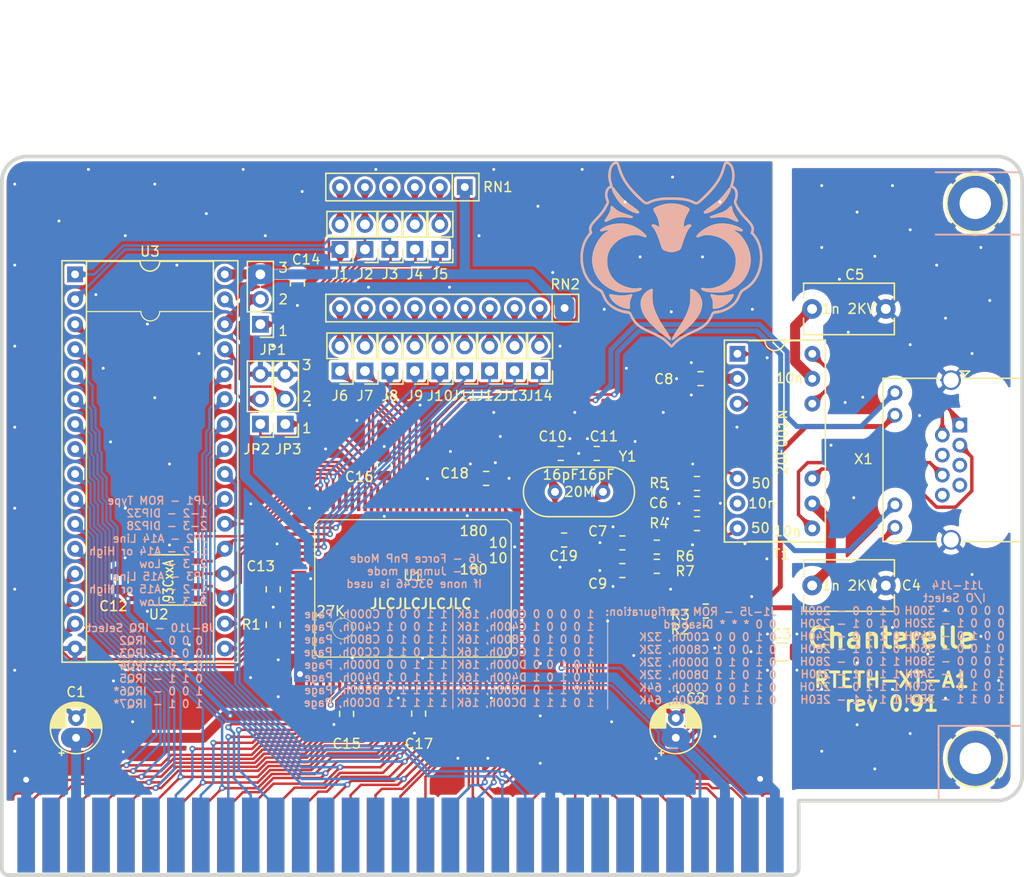
<source format=kicad_pcb>
(kicad_pcb (version 20171130) (host pcbnew "(5.1.6)-1")
  (layers (0 F.Cu signal hide) (31 B.Cu signal) (34 B.Paste user hide) (35 F.Paste user hide) (36 B.SilkS user) (37 F.SilkS user) (38 B.Mask user) (39 F.Mask user) (44 Edge.Cuts user))
  (net 0 "")
  (net 1 GND)
  (net 2 VCC)
  (net 3 TPOUT+)
  (net 4 TPOUT-)
  (net 5 LED_ACT)
  (net 6 LED_LINK)
  (net 7 SA0)
  (net 8 SA1)
  (net 9 SA2)
  (net 10 SA3)
  (net 11 SA4)
  (net 12 SA5)
  (net 13 SA6)
  (net 14 SA7)
  (net 15 SA8)
  (net 16 SA9)
  (net 17 SA10)
  (net 18 SA11)
  (net 19 SA12)
  (net 20 SA13)
  (net 21 SA14)
  (net 22 SA15)
  (net 23 SA16)
  (net 24 SA17)
  (net 25 SA18)
  (net 26 SA19)
  (net 27 AEN)
  (net 28 IO_RDY)
  (net 29 SD0)
  (net 30 SD1)
  (net 31 SD2)
  (net 32 SD3)
  (net 33 SD4)
  (net 34 SD5)
  (net 35 SD6)
  (net 36 SD7)
  (net 37 IRQ3)
  (net 38 IRQ4)
  (net 39 IRQ5)
  (net 40 IOR)
  (net 41 IOW)
  (net 42 RE)
  (net 43 WE)
  (net 44 IRQ2)
  (net 45 RST)
  (net 46 "Net-(J1-Pad2)")
  (net 47 "Net-(JP1-Pad2)")
  (net 48 BD0)
  (net 49 "Net-(JP2-Pad2)")
  (net 50 BD1)
  (net 51 "Net-(JP3-Pad2)")
  (net 52 BD2)
  (net 53 BD3)
  (net 54 BD4)
  (net 55 BD5)
  (net 56 BD6)
  (net 57 BA16)
  (net 58 BA17)
  (net 59 BA18)
  (net 60 BA19)
  (net 61 BA20)
  (net 62 BA21)
  (net 63 JP)
  (net 64 BA15)
  (net 65 BA14)
  (net 66 TPIN+)
  (net 67 TPIN-)
  (net 68 BD7)
  (net 69 "Net-(U1-Pad76)")
  (net 70 ROM_CE)
  (net 71 IRQ7)
  (net 72 IRQ6)
  (net 73 "Net-(R1-Pad1)")
  (net 74 "Net-(C3-Pad2)")
  (net 75 "Net-(C4-Pad2)")
  (net 76 "Net-(C5-Pad2)")
  (net 77 "Net-(C6-Pad1)")
  (net 78 "Net-(C8-Pad1)")
  (net 79 "Net-(C10-Pad2)")
  (net 80 "Net-(C11-Pad1)")
  (net 81 "Net-(J2-Pad2)")
  (net 82 "Net-(J3-Pad2)")
  (net 83 "Net-(J4-Pad2)")
  (net 84 "Net-(J5-Pad2)")
  (net 85 "Net-(J6-Pad2)")
  (net 86 "Net-(J7-Pad2)")
  (net 87 "Net-(J8-Pad2)")
  (net 88 "Net-(J9-Pad2)")
  (net 89 "Net-(J10-Pad2)")
  (net 90 "Net-(J11-Pad2)")
  (net 91 "Net-(J12-Pad2)")
  (net 92 "Net-(J13-Pad2)")
  (net 93 "Net-(J14-Pad2)")
  (net 94 "Net-(R2-Pad1)")
  (net 95 "Net-(R3-Pad1)")
  (net 96 /RX+)
  (net 97 /RX-)
  (net 98 /TX+)
  (net 99 /TX-)
  (net 100 /TPR-)
  (net 101 /TPR+)
  (module owl:owl-20mm-mask (layer B.Cu) (at 201.57694 61.20892 180)
    (fp_text reference REF** hide)
    (fp_text value owl-20mm-mask)
  )
  (module owl:owl-20mm-mask-base (layer B.Cu) (at 201.57694 61.22162 180)
    (fp_text reference REF** hide)
    (fp_text value owl-20mm-mask-base)
  )
  (module owl:owl-20mm-mask-base (layer F.Cu) (at 201.549 61.20638)
    (fp_text reference REF** hide)
    (fp_text value owl-20mm-mask-base)
  )
  (module owl:owl-20mm-mask (layer F.Cu) (at 201.549 61.19368)
    (fp_text reference REF** hide)
    (fp_text value owl-20mm-mask)
  )
  (module 20f001ng:8019as (layer F.Cu) (at 175.26 95.22206)
    (fp_text reference U1 (at 0 -1.27) (layer F.SilkS))
    (fp_text value RTL8019AS)
    (pad 64 smd rect (at 0.97282 -8.96366) (size 0.34798 2.19964) (layers F.Cu F.Paste F.Mask))
    (pad 84 smd rect (at -11.9634 -4.22402) (size 2.19964 0.34798) (layers F.Cu F.Paste F.Mask) (net 50 BD1))
    (pad 62 smd rect (at 2.2733 -8.96366) (size 0.34798 2.19964) (layers F.Cu F.Paste F.Mask) (net 5 LED_ACT))
    (pad 68 smd rect (at -1.62306 -8.96366) (size 0.34798 2.19964) (layers F.Cu F.Paste F.Mask) (net 60 BA19))
    (pad 61 smd rect (at 2.92354 -8.96366) (size 0.34798 2.19964) (layers F.Cu F.Paste F.Mask) (net 6 LED_LINK))
    (pad 87 smd rect (at -11.9634 -2.2733) (size 2.19964 0.34798) (layers F.Cu F.Paste F.Mask))
    (pad 81 smd rect (at -11.9634 -6.17474) (size 2.19964 0.34798) (layers F.Cu F.Paste F.Mask) (net 53 BD3))
    (pad 80 smd rect (at -9.4234 -8.96366) (size 0.34798 2.19964) (layers F.Cu F.Paste F.Mask) (net 54 BD4))
    (pad 72 smd rect (at -4.22402 -8.96366) (size 0.34798 2.19964) (layers F.Cu F.Paste F.Mask) (net 57 BA16))
    (pad 70 smd rect (at -2.92354 -8.96366) (size 0.34798 2.19964) (layers F.Cu F.Paste F.Mask) (net 2 VCC))
    (pad 77 smd rect (at -7.47268 -8.96366) (size 0.34798 2.19964) (layers F.Cu F.Paste F.Mask) (net 68 BD7))
    (pad 69 smd rect (at -2.2733 -8.96366) (size 0.34798 2.19964) (layers F.Cu F.Paste F.Mask) (net 59 BA18))
    (pad 67 smd rect (at -0.97282 -8.96366) (size 0.34798 2.19964) (layers F.Cu F.Paste F.Mask) (net 61 BA20))
    (pad 83 smd rect (at -11.9634 -4.87426) (size 2.19964 0.34798) (layers F.Cu F.Paste F.Mask) (net 1 GND))
    (pad 65 smd rect (at 0.32258 -8.96366) (size 0.34798 2.19964) (layers F.Cu F.Paste F.Mask) (net 63 JP))
    (pad 91 smd rect (at -11.9634 0.32258) (size 2.19964 0.34798) (layers F.Cu F.Paste F.Mask))
    (pad 95 smd rect (at -11.9634 2.92354) (size 2.19964 0.34798) (layers F.Cu F.Paste F.Mask))
    (pad 82 smd rect (at -11.9634 -5.5245) (size 2.19964 0.34798) (layers F.Cu F.Paste F.Mask) (net 52 BD2))
    (pad 98 smd rect (at -11.9634 4.87426) (size 2.19964 0.34798) (layers F.Cu F.Paste F.Mask))
    (pad 79 smd rect (at -8.77316 -8.96366) (size 0.34798 2.19964) (layers F.Cu F.Paste F.Mask) (net 55 BD5))
    (pad 93 smd rect (at -11.9634 1.62306) (size 2.19964 0.34798) (layers F.Cu F.Paste F.Mask))
    (pad 74 smd rect (at -5.5245 -8.96366) (size 0.34798 2.19964) (layers F.Cu F.Paste F.Mask) (net 65 BA14))
    (pad 97 smd rect (at -11.9634 4.22402) (size 2.19964 0.34798) (layers F.Cu F.Paste F.Mask))
    (pad 96 smd rect (at -11.9634 3.57378) (size 2.19964 0.34798) (layers F.Cu F.Paste F.Mask) (net 73 "Net-(R1-Pad1)"))
    (pad 88 smd rect (at -11.9634 -1.62306) (size 2.19964 0.34798) (layers F.Cu F.Paste F.Mask))
    (pad 85 smd rect (at -11.9634 -3.57378) (size 2.19964 0.34798) (layers F.Cu F.Paste F.Mask) (net 48 BD0))
    (pad 76 smd rect (at -6.82498 -8.96366) (size 0.34798 2.19964) (layers F.Cu F.Paste F.Mask) (net 69 "Net-(U1-Pad76)"))
    (pad 73 smd rect (at -4.87426 -8.96366) (size 0.34798 2.19964) (layers F.Cu F.Paste F.Mask) (net 64 BA15))
    (pad 66 smd rect (at -0.32258 -8.96366) (size 0.34798 2.19964) (layers F.Cu F.Paste F.Mask) (net 62 BA21))
    (pad 71 smd rect (at -3.57378 -8.96366) (size 0.34798 2.19964) (layers F.Cu F.Paste F.Mask) (net 58 BA17))
    (pad 100 smd rect (at -11.9634 6.17474) (size 2.19964 0.34798) (layers F.Cu F.Paste F.Mask) (net 72 IRQ6))
    (pad 90 smd rect (at -11.9634 -0.32258) (size 2.19964 0.34798) (layers F.Cu F.Paste F.Mask))
    (pad 78 smd rect (at -8.12292 -8.96366) (size 0.34798 2.19964) (layers F.Cu F.Paste F.Mask) (net 56 BD6))
    (pad 89 smd rect (at -11.9634 -0.97282) (size 2.19964 0.34798) (layers F.Cu F.Paste F.Mask) (net 2 VCC))
    (pad 99 smd rect (at -11.9634 5.5245) (size 2.19964 0.34798) (layers F.Cu F.Paste F.Mask) (net 71 IRQ7))
    (pad 63 smd rect (at 1.62306 -8.96366) (size 0.34798 2.19964) (layers F.Cu F.Paste F.Mask))
    (pad 94 smd rect (at -11.9634 2.2733) (size 2.19964 0.34798) (layers F.Cu F.Paste F.Mask))
    (pad 86 smd rect (at -11.9634 -2.92354) (size 2.19964 0.34798) (layers F.Cu F.Paste F.Mask) (net 1 GND))
    (pad 92 smd rect (at -11.9634 0.97282) (size 2.19964 0.34798) (layers F.Cu F.Paste F.Mask))
    (pad 75 smd rect (at -6.17474 -8.96366) (size 0.34798 2.19964) (layers F.Cu F.Paste F.Mask) (net 70 ROM_CE))
    (pad 31 smd rect (at 11.9634 6.17474) (size 2.19964 0.34798) (layers F.Cu F.Paste F.Mask) (net 42 RE))
    (pad 1 smd rect (at -9.4234 8.96366) (size 0.34798 2.19964) (layers F.Cu F.Paste F.Mask) (net 39 IRQ5))
    (pad 35 smd rect (at 11.9634 3.57378) (size 2.19964 0.34798) (layers F.Cu F.Paste F.Mask) (net 28 IO_RDY))
    (pad 21 smd rect (at 3.57378 8.96366) (size 0.34798 2.19964) (layers F.Cu F.Paste F.Mask) (net 20 SA13))
    (pad 3 smd rect (at -8.12292 8.96366) (size 0.34798 2.19964) (layers F.Cu F.Paste F.Mask) (net 37 IRQ3))
    (pad 28 smd rect (at 8.12292 8.96366) (size 0.34798 2.19964) (layers F.Cu F.Paste F.Mask) (net 1 GND))
    (pad 6 smd rect (at -6.17474 8.96366) (size 0.34798 2.19964) (layers F.Cu F.Paste F.Mask) (net 2 VCC))
    (pad 25 smd rect (at 6.17474 8.96366) (size 0.34798 2.19964) (layers F.Cu F.Paste F.Mask) (net 24 SA17))
    (pad 4 smd rect (at -7.47268 8.96366) (size 0.34798 2.19964) (layers F.Cu F.Paste F.Mask) (net 44 IRQ2))
    (pad 51 smd rect (at 9.4234 -8.96366) (size 0.34798 2.19964) (layers F.Cu F.Paste F.Mask) (net 79 "Net-(C10-Pad2)"))
    (pad 56 smd rect (at 6.17474 -8.96366) (size 0.34798 2.19964) (layers F.Cu F.Paste F.Mask))
    (pad 55 smd rect (at 6.82498 -8.96366) (size 0.34798 2.19964) (layers F.Cu F.Paste F.Mask))
    (pad 19 smd rect (at 2.2733 8.96366) (size 0.34798 2.19964) (layers F.Cu F.Paste F.Mask) (net 18 SA11))
    (pad 43 smd rect (at 11.9634 -1.62306) (size 2.19964 0.34798) (layers F.Cu F.Paste F.Mask) (net 36 SD7))
    (pad 37 smd rect (at 11.9634 2.2733) (size 2.19964 0.34798) (layers F.Cu F.Paste F.Mask) (net 30 SD1))
    (pad 54 smd rect (at 7.47268 -8.96366) (size 0.34798 2.19964) (layers F.Cu F.Paste F.Mask))
    (pad 53 smd rect (at 8.12292 -8.96366) (size 0.34798 2.19964) (layers F.Cu F.Paste F.Mask))
    (pad 40 smd rect (at 11.9634 0.32258) (size 2.19964 0.34798) (layers F.Cu F.Paste F.Mask) (net 33 SD4))
    (pad 34 smd rect (at 11.9634 4.22402) (size 2.19964 0.34798) (layers F.Cu F.Paste F.Mask) (net 27 AEN))
    (pad 17 smd rect (at 0.97282 8.96366) (size 0.34798 2.19964) (layers F.Cu F.Paste F.Mask) (net 2 VCC))
    (pad 5 smd rect (at -6.82498 8.96366) (size 0.34798 2.19964) (layers F.Cu F.Paste F.Mask) (net 7 SA0))
    (pad 13 smd rect (at -1.62306 8.96366) (size 0.34798 2.19964) (layers F.Cu F.Paste F.Mask) (net 14 SA7))
    (pad 12 smd rect (at -2.2733 8.96366) (size 0.34798 2.19964) (layers F.Cu F.Paste F.Mask) (net 13 SA6))
    (pad 50 smd rect (at 11.9634 -6.17474) (size 2.19964 0.34798) (layers F.Cu F.Paste F.Mask) (net 80 "Net-(C11-Pad1)"))
    (pad 49 smd rect (at 11.9634 -5.5245) (size 2.19964 0.34798) (layers F.Cu F.Paste F.Mask))
    (pad 29 smd rect (at 8.77316 8.96366) (size 0.34798 2.19964) (layers F.Cu F.Paste F.Mask) (net 40 IOR))
    (pad 39 smd rect (at 11.9634 0.97282) (size 2.19964 0.34798) (layers F.Cu F.Paste F.Mask) (net 32 SD3))
    (pad 48 smd rect (at 11.9634 -4.87426) (size 2.19964 0.34798) (layers F.Cu F.Paste F.Mask))
    (pad 47 smd rect (at 11.9634 -4.22402) (size 2.19964 0.34798) (layers F.Cu F.Paste F.Mask) (net 2 VCC))
    (pad 26 smd rect (at 6.82498 8.96366) (size 0.34798 2.19964) (layers F.Cu F.Paste F.Mask) (net 25 SA18))
    (pad 15 smd rect (at -0.32258 8.96366) (size 0.34798 2.19964) (layers F.Cu F.Paste F.Mask) (net 15 SA8))
    (pad 45 smd rect (at 11.9634 -2.92354) (size 2.19964 0.34798) (layers F.Cu F.Paste F.Mask) (net 3 TPOUT+))
    (pad 42 smd rect (at 11.9634 -0.97282) (size 2.19964 0.34798) (layers F.Cu F.Paste F.Mask) (net 35 SD6))
    (pad 23 smd rect (at 4.87426 8.96366) (size 0.34798 2.19964) (layers F.Cu F.Paste F.Mask) (net 22 SA15))
    (pad 2 smd rect (at -8.77316 8.96366) (size 0.34798 2.19964) (layers F.Cu F.Paste F.Mask) (net 38 IRQ4))
    (pad 33 smd rect (at 11.9634 4.87426) (size 2.19964 0.34798) (layers F.Cu F.Paste F.Mask) (net 45 RST))
    (pad 8 smd rect (at -4.87426 8.96366) (size 0.34798 2.19964) (layers F.Cu F.Paste F.Mask) (net 9 SA2))
    (pad 9 smd rect (at -4.22402 8.96366) (size 0.34798 2.19964) (layers F.Cu F.Paste F.Mask) (net 10 SA3))
    (pad 46 smd rect (at 11.9634 -3.57378) (size 2.19964 0.34798) (layers F.Cu F.Paste F.Mask) (net 4 TPOUT-))
    (pad 41 smd rect (at 11.9634 -0.32258) (size 2.19964 0.34798) (layers F.Cu F.Paste F.Mask) (net 34 SD5))
    (pad 10 smd rect (at -3.57378 8.96366) (size 0.34798 2.19964) (layers F.Cu F.Paste F.Mask) (net 11 SA4))
    (pad 16 smd rect (at 0.32258 8.96366) (size 0.34798 2.19964) (layers F.Cu F.Paste F.Mask) (net 16 SA9))
    (pad 60 smd rect (at 3.57378 -8.96366) (size 0.34798 2.19964) (layers F.Cu F.Paste F.Mask))
    (pad 18 smd rect (at 1.62306 8.96366) (size 0.34798 2.19964) (layers F.Cu F.Paste F.Mask) (net 17 SA10))
    (pad 52 smd rect (at 8.77316 -8.96366) (size 0.34798 2.19964) (layers F.Cu F.Paste F.Mask) (net 1 GND))
    (pad 59 smd rect (at 4.22402 -8.96366) (size 0.34798 2.19964) (layers F.Cu F.Paste F.Mask) (net 66 TPIN+))
    (pad 58 smd rect (at 4.87426 -8.96366) (size 0.34798 2.19964) (layers F.Cu F.Paste F.Mask) (net 67 TPIN-))
    (pad 44 smd rect (at 11.9634 -2.2733) (size 2.19964 0.34798) (layers F.Cu F.Paste F.Mask) (net 1 GND))
    (pad 30 smd rect (at 9.4234 8.96366) (size 0.34798 2.19964) (layers F.Cu F.Paste F.Mask) (net 41 IOW))
    (pad 22 smd rect (at 4.22402 8.96366) (size 0.34798 2.19964) (layers F.Cu F.Paste F.Mask) (net 21 SA14))
    (pad 38 smd rect (at 11.9634 1.62306) (size 2.19964 0.34798) (layers F.Cu F.Paste F.Mask) (net 31 SD2))
    (pad 32 smd rect (at 11.9634 5.5245) (size 2.19964 0.34798) (layers F.Cu F.Paste F.Mask) (net 43 WE))
    (pad 24 smd rect (at 5.5245 8.96366) (size 0.34798 2.19964) (layers F.Cu F.Paste F.Mask) (net 23 SA16))
    (pad 36 smd rect (at 11.9634 2.92354) (size 2.19964 0.34798) (layers F.Cu F.Paste F.Mask) (net 29 SD0))
    (pad 20 smd rect (at 2.92354 8.96366) (size 0.34798 2.19964) (layers F.Cu F.Paste F.Mask) (net 19 SA12))
    (pad 11 smd rect (at -2.92354 8.96366) (size 0.34798 2.19964) (layers F.Cu F.Paste F.Mask) (net 12 SA5))
    (pad 7 smd rect (at -5.5245 8.96366) (size 0.34798 2.19964) (layers F.Cu F.Paste F.Mask) (net 8 SA1))
    (pad 27 smd rect (at 7.47268 8.96366) (size 0.34798 2.19964) (layers F.Cu F.Paste F.Mask) (net 26 SA19))
    (pad 14 smd rect (at -0.97282 8.96366) (size 0.34798 2.19964) (layers F.Cu F.Paste F.Mask) (net 1 GND))
    (pad 57 smd rect (at 5.5245 -8.96366) (size 0.34798 2.19964) (layers F.Cu F.Paste F.Mask) (net 2 VCC))
  )
  (module Capacitor_SMD:C_0805_2012Metric (layer F.Cu) (at 161.036 95.3239 270)
    (fp_text reference C13 (at -2.3599 1.27 180) (layer F.SilkS) (effects (font (thickness 0.155))))
    (fp_text value 0.1)
    (pad 2 smd roundrect (at 0.9375 0 270) (size 0.975 1.4) (layers F.Cu F.Paste F.Mask) (net 1 GND))
    (pad 1 smd roundrect (at -0.9375 0 270) (size 0.975 1.4) (layers F.Cu F.Paste F.Mask) (net 2 VCC))
  )
  (module Resistor_THT:R_Array_SIP10 (layer F.Cu) (at 190.6905 66.675 180)
    (fp_text reference RN2 (at -0.0635 2.413) (layer F.SilkS) (effects (font (thickness 0.155))))
    (fp_text value 10K)
    (pad 1 thru_hole rect (at 0 0 180) (size 1.6 1.6) (drill 0.8) (layers *.Cu *.Mask) (net 2 VCC))
    (pad 2 thru_hole oval (at 2.54 0 180) (size 1.6 1.6) (drill 0.8) (layers *.Cu *.Mask) (net 93 "Net-(J14-Pad2)"))
    (pad 3 thru_hole oval (at 5.08 0 180) (size 1.6 1.6) (drill 0.8) (layers *.Cu *.Mask) (net 92 "Net-(J13-Pad2)"))
    (pad 4 thru_hole oval (at 7.62 0 180) (size 1.6 1.6) (drill 0.8) (layers *.Cu *.Mask) (net 91 "Net-(J12-Pad2)"))
    (pad 5 thru_hole oval (at 10.16 0 180) (size 1.6 1.6) (drill 0.8) (layers *.Cu *.Mask) (net 90 "Net-(J11-Pad2)"))
    (pad 6 thru_hole oval (at 12.7 0 180) (size 1.6 1.6) (drill 0.8) (layers *.Cu *.Mask) (net 89 "Net-(J10-Pad2)"))
    (pad 7 thru_hole oval (at 15.24 0 180) (size 1.6 1.6) (drill 0.8) (layers *.Cu *.Mask) (net 88 "Net-(J9-Pad2)"))
    (pad 8 thru_hole oval (at 17.78 0 180) (size 1.6 1.6) (drill 0.8) (layers *.Cu *.Mask) (net 87 "Net-(J8-Pad2)"))
    (pad 9 thru_hole oval (at 20.32 0 180) (size 1.6 1.6) (drill 0.8) (layers *.Cu *.Mask) (net 86 "Net-(J7-Pad2)"))
    (pad 10 thru_hole oval (at 22.86 0 180) (size 1.6 1.6) (drill 0.8) (layers *.Cu *.Mask) (net 85 "Net-(J6-Pad2)"))
  )
  (module 20f001ng:20f001ng (layer F.Cu) (at 208.28 71.33336)
    (fp_text reference T1 (at 4.4704 20.4216) (layer F.SilkS) (effects (font (thickness 0.155))))
    (fp_text value 20F001N (at 4.5593 8.9916 90) (layer F.SilkS) (effects (font (thickness 0.155))))
    (pad 9 thru_hole oval (at 7.62 12.7) (size 1.6 1.6) (drill 0.8) (layers *.Cu *.Mask) (net 96 /RX+))
    (pad 6 thru_hole oval (at 0 17.78) (size 1.6 1.6) (drill 0.8) (layers *.Cu *.Mask) (net 67 TPIN-))
    (pad 7 thru_hole oval (at 7.62 17.78) (size 1.6 1.6) (drill 0.8) (layers *.Cu *.Mask) (net 97 /RX-))
    (pad 12 thru_hole oval (at 7.62 0) (size 1.6 1.6) (drill 0.8) (layers *.Cu *.Mask) (net 98 /TX+))
    (pad 11 thru_hole oval (at 7.62 2.54) (size 1.6 1.6) (drill 0.8) (layers *.Cu *.Mask) (net 76 "Net-(C5-Pad2)"))
    (pad 8 thru_hole oval (at 7.62 15.24) (size 1.6 1.6) (drill 0.8) (layers *.Cu *.Mask) (net 75 "Net-(C4-Pad2)"))
    (pad 2 thru_hole oval (at 0 2.54) (size 1.6 1.6) (drill 0.8) (layers *.Cu *.Mask) (net 78 "Net-(C8-Pad1)"))
    (pad 5 thru_hole oval (at 0 15.24) (size 1.6 1.6) (drill 0.8) (layers *.Cu *.Mask))
    (pad 1 thru_hole rect (at 0 0) (size 1.6 1.6) (drill 0.8) (layers *.Cu *.Mask) (net 101 /TPR+))
    (pad 4 thru_hole oval (at 0 12.7) (size 1.6 1.6) (drill 0.8) (layers *.Cu *.Mask) (net 66 TPIN+))
    (pad 3 thru_hole oval (at 0 5.08) (size 1.6 1.6) (drill 0.8) (layers *.Cu *.Mask) (net 100 /TPR-))
    (pad 10 thru_hole oval (at 7.62 5.08) (size 1.6 1.6) (drill 0.8) (layers *.Cu *.Mask) (net 99 /TX-))
  )
  (module Capacitor_SMD:C_1206_3216Metric_Pad1.42x1.75mm_HandSolder (layer F.Cu) (at 212.8377 101.7016)
    (fp_text reference C3 (at 0 -1.82) (layer F.SilkS) (effects (font (thickness 0.155))))
    (fp_text value 10n (at 0.5223 -12.2936) (layer F.SilkS) (effects (font (thickness 0.155))))
    (pad 1 smd roundrect (at -1.4875 0) (size 1.425 1.75) (layers F.Cu F.Paste F.Mask) (roundrect_rratio 0.175439) (net 1 GND))
    (pad 2 smd roundrect (at 1.4875 0) (size 1.425 1.75) (layers F.Cu F.Paste F.Mask) (roundrect_rratio 0.175439) (net 74 "Net-(C3-Pad2)"))
  )
  (module Connector_PinHeader_2.54mm:PinHeader_1x03_P2.54mm_Vertical (layer F.Cu) (at 162.2679 78.486 180)
    (fp_text reference JP3 (at -0.2921 -2.5654) (layer F.SilkS) (effects (font (thickness 0.155))))
    (fp_text value A15)
    (pad 3 thru_hole oval (at 0 5.08 180) (size 1.7 1.7) (drill 1) (layers *.Cu *.Mask) (net 1 GND))
    (pad 2 thru_hole oval (at 0 2.54 180) (size 1.7 1.7) (drill 1) (layers *.Cu *.Mask) (net 51 "Net-(JP3-Pad2)"))
    (pad 1 thru_hole rect (at 0 0 180) (size 1.7 1.7) (drill 1) (layers *.Cu *.Mask) (net 64 BA15))
  )
  (module Package_SO:SOIC-8_3.9x4.9mm_P1.27mm (layer F.Cu) (at 150.3045 94.361 180)
    (fp_text reference U2 (at 0.92964 -3.50774) (layer F.SilkS) (effects (font (thickness 0.155))))
    (fp_text value 93CxxA (at -0.0635 -0.127 90) (layer F.SilkS) (effects (font (size 1 0.8) (thickness 0.155))))
    (pad 8 smd roundrect (at 2.475 -1.905 180) (size 1.95 0.6) (layers F.Cu F.Paste F.Mask) (net 2 VCC))
    (pad 7 smd roundrect (at 2.475 -0.635 180) (size 1.95 0.6) (layers F.Cu F.Paste F.Mask))
    (pad 6 smd roundrect (at 2.475 0.635 180) (size 1.95 0.6) (layers F.Cu F.Paste F.Mask))
    (pad 5 smd roundrect (at 2.475 1.905 180) (size 1.95 0.6) (layers F.Cu F.Paste F.Mask) (net 1 GND))
    (pad 4 smd roundrect (at -2.475 1.905 180) (size 1.95 0.6) (layers F.Cu F.Paste F.Mask) (net 68 BD7))
    (pad 3 smd roundrect (at -2.475 0.635 180) (size 1.95 0.6) (layers F.Cu F.Paste F.Mask) (net 56 BD6))
    (pad 2 smd roundrect (at -2.475 -0.635 180) (size 1.95 0.6) (layers F.Cu F.Paste F.Mask) (net 55 BD5))
    (pad 1 smd roundrect (at -2.475 -1.905 180) (size 1.95 0.6) (layers F.Cu F.Paste F.Mask) (net 69 "Net-(U1-Pad76)"))
  )
  (module Connector_RJ:RJ45_Amphenol_RJHSE538X (layer F.Cu) (at 230.9114 78.5876 270)
    (fp_text reference X1 (at 3.47472 9.80186 180) (layer F.SilkS) (effects (font (thickness 0.155))))
    (fp_text value RJ45_LED_Shielded)
    (pad 12 thru_hole circle (at 10.42 6.6 270) (size 1.5 1.5) (drill 0.89) (layers *.Cu *.Mask) (net 94 "Net-(R2-Pad1)"))
    (pad 11 thru_hole circle (at 8.13 6.6 270) (size 1.5 1.5) (drill 0.89) (layers *.Cu *.Mask) (net 5 LED_ACT))
    (pad 10 thru_hole circle (at -1.01 6.6 270) (size 1.5 1.5) (drill 0.89) (layers *.Cu *.Mask) (net 95 "Net-(R3-Pad1)"))
    (pad 9 thru_hole circle (at -3.3 6.6 270) (size 1.5 1.5) (drill 0.89) (layers *.Cu *.Mask) (net 6 LED_LINK))
    (pad SH thru_hole circle (at -4.57 0.89 270) (size 2 2) (drill 1.57) (layers *.Cu *.Mask) (net 74 "Net-(C3-Pad2)"))
    (pad SH thru_hole circle (at 11.69 0.89 270) (size 2 2) (drill 1.57) (layers *.Cu *.Mask) (net 74 "Net-(C3-Pad2)"))
    (pad "" np_thru_hole circle (at 9.91 -2.54 270) (size 3.25 3.25) (drill 3.25) (layers *.Cu *.Mask))
    (pad "" np_thru_hole circle (at -2.79 -2.54 270) (size 3.25 3.25) (drill 3.25) (layers *.Cu *.Mask))
    (pad 8 thru_hole circle (at 7.14 1.78 270) (size 1.5 1.5) (drill 0.89) (layers *.Cu *.Mask))
    (pad 6 thru_hole circle (at 5.1 1.78 270) (size 1.5 1.5) (drill 0.89) (layers *.Cu *.Mask) (net 97 /RX-))
    (pad 4 thru_hole circle (at 3.06 1.78 270) (size 1.5 1.5) (drill 0.89) (layers *.Cu *.Mask))
    (pad 2 thru_hole circle (at 1.02 1.78 270) (size 1.5 1.5) (drill 0.89) (layers *.Cu *.Mask) (net 99 /TX-))
    (pad 7 thru_hole circle (at 6.12 0 270) (size 1.5 1.5) (drill 0.89) (layers *.Cu *.Mask))
    (pad 5 thru_hole circle (at 4.08 0 270) (size 1.5 1.5) (drill 0.89) (layers *.Cu *.Mask))
    (pad 3 thru_hole circle (at 2.04 0 270) (size 1.5 1.5) (drill 0.89) (layers *.Cu *.Mask) (net 96 /RX+))
    (pad 1 thru_hole rect (at 0 0 270) (size 1.5 1.5) (drill 0.89) (layers *.Cu *.Mask) (net 98 /TX+))
  )
  (module Package_DIP:DIP-32_W15.24mm_Socket (layer F.Cu) (at 140.8684 63.246)
    (fp_text reference U3 (at 7.62 -2.33) (layer F.SilkS) (effects (font (thickness 0.155))))
    (fp_text value SST39SF040)
    (pad 32 thru_hole oval (at 15.24 0) (size 1.6 1.6) (drill 0.8) (layers *.Cu *.Mask) (net 2 VCC))
    (pad 16 thru_hole oval (at 0 38.1) (size 1.6 1.6) (drill 0.8) (layers *.Cu *.Mask) (net 1 GND))
    (pad 31 thru_hole oval (at 15.24 2.54) (size 1.6 1.6) (drill 0.8) (layers *.Cu *.Mask) (net 43 WE))
    (pad 15 thru_hole oval (at 0 35.56) (size 1.6 1.6) (drill 0.8) (layers *.Cu *.Mask) (net 52 BD2))
    (pad 30 thru_hole oval (at 15.24 5.08) (size 1.6 1.6) (drill 0.8) (layers *.Cu *.Mask) (net 47 "Net-(JP1-Pad2)"))
    (pad 14 thru_hole oval (at 0 33.02) (size 1.6 1.6) (drill 0.8) (layers *.Cu *.Mask) (net 50 BD1))
    (pad 29 thru_hole oval (at 15.24 7.62) (size 1.6 1.6) (drill 0.8) (layers *.Cu *.Mask) (net 49 "Net-(JP2-Pad2)"))
    (pad 13 thru_hole oval (at 0 30.48) (size 1.6 1.6) (drill 0.8) (layers *.Cu *.Mask) (net 48 BD0))
    (pad 28 thru_hole oval (at 15.24 10.16) (size 1.6 1.6) (drill 0.8) (layers *.Cu *.Mask) (net 20 SA13))
    (pad 12 thru_hole oval (at 0 27.94) (size 1.6 1.6) (drill 0.8) (layers *.Cu *.Mask) (net 7 SA0))
    (pad 27 thru_hole oval (at 15.24 12.7) (size 1.6 1.6) (drill 0.8) (layers *.Cu *.Mask) (net 15 SA8))
    (pad 11 thru_hole oval (at 0 25.4) (size 1.6 1.6) (drill 0.8) (layers *.Cu *.Mask) (net 8 SA1))
    (pad 26 thru_hole oval (at 15.24 15.24) (size 1.6 1.6) (drill 0.8) (layers *.Cu *.Mask) (net 16 SA9))
    (pad 10 thru_hole oval (at 0 22.86) (size 1.6 1.6) (drill 0.8) (layers *.Cu *.Mask) (net 9 SA2))
    (pad 25 thru_hole oval (at 15.24 17.78) (size 1.6 1.6) (drill 0.8) (layers *.Cu *.Mask) (net 18 SA11))
    (pad 9 thru_hole oval (at 0 20.32) (size 1.6 1.6) (drill 0.8) (layers *.Cu *.Mask) (net 10 SA3))
    (pad 24 thru_hole oval (at 15.24 20.32) (size 1.6 1.6) (drill 0.8) (layers *.Cu *.Mask) (net 42 RE))
    (pad 8 thru_hole oval (at 0 17.78) (size 1.6 1.6) (drill 0.8) (layers *.Cu *.Mask) (net 11 SA4))
    (pad 23 thru_hole oval (at 15.24 22.86) (size 1.6 1.6) (drill 0.8) (layers *.Cu *.Mask) (net 17 SA10))
    (pad 7 thru_hole oval (at 0 15.24) (size 1.6 1.6) (drill 0.8) (layers *.Cu *.Mask) (net 12 SA5))
    (pad 22 thru_hole oval (at 15.24 25.4) (size 1.6 1.6) (drill 0.8) (layers *.Cu *.Mask) (net 70 ROM_CE))
    (pad 6 thru_hole oval (at 0 12.7) (size 1.6 1.6) (drill 0.8) (layers *.Cu *.Mask) (net 13 SA6))
    (pad 21 thru_hole oval (at 15.24 27.94) (size 1.6 1.6) (drill 0.8) (layers *.Cu *.Mask) (net 68 BD7))
    (pad 5 thru_hole oval (at 0 10.16) (size 1.6 1.6) (drill 0.8) (layers *.Cu *.Mask) (net 14 SA7))
    (pad 20 thru_hole oval (at 15.24 30.48) (size 1.6 1.6) (drill 0.8) (layers *.Cu *.Mask) (net 56 BD6))
    (pad 4 thru_hole oval (at 0 7.62) (size 1.6 1.6) (drill 0.8) (layers *.Cu *.Mask) (net 19 SA12))
    (pad 19 thru_hole oval (at 15.24 33.02) (size 1.6 1.6) (drill 0.8) (layers *.Cu *.Mask) (net 55 BD5))
    (pad 3 thru_hole oval (at 0 5.08) (size 1.6 1.6) (drill 0.8) (layers *.Cu *.Mask) (net 51 "Net-(JP3-Pad2)"))
    (pad 18 thru_hole oval (at 15.24 35.56) (size 1.6 1.6) (drill 0.8) (layers *.Cu *.Mask) (net 54 BD4))
    (pad 2 thru_hole oval (at 0 2.54) (size 1.6 1.6) (drill 0.8) (layers *.Cu *.Mask) (net 57 BA16))
    (pad 17 thru_hole oval (at 15.24 38.1) (size 1.6 1.6) (drill 0.8) (layers *.Cu *.Mask) (net 53 BD3))
    (pad 1 thru_hole rect (at 0 0) (size 1.6 1.6) (drill 0.8) (layers *.Cu *.Mask) (net 59 BA18))
  )
  (module 20f001ng:Conn_Edge_PCB_ISA8 (layer F.Cu) (at 173.99 120.3452)
    (fp_text reference X0 hide)
    (fp_text value Bus_ISA_8bit hide)
    (pad 62 connect rect (at -38.1 0) (size 1.778 7.62) (layers F.Cu F.Mask) (net 7 SA0))
    (pad 61 connect rect (at -35.56 0) (size 1.778 7.62) (layers F.Cu F.Mask) (net 8 SA1))
    (pad 60 connect rect (at -33.02 0) (size 1.778 7.62) (layers F.Cu F.Mask) (net 9 SA2))
    (pad 59 connect rect (at -30.48 0) (size 1.778 7.62) (layers F.Cu F.Mask) (net 10 SA3))
    (pad 58 connect rect (at -27.94 0) (size 1.778 7.62) (layers F.Cu F.Mask) (net 11 SA4))
    (pad 57 connect rect (at -25.4 0) (size 1.778 7.62) (layers F.Cu F.Mask) (net 12 SA5))
    (pad 56 connect rect (at -22.86 0) (size 1.778 7.62) (layers F.Cu F.Mask) (net 13 SA6))
    (pad 55 connect rect (at -20.32 0) (size 1.778 7.62) (layers F.Cu F.Mask) (net 14 SA7))
    (pad 54 connect rect (at -17.78 0) (size 1.778 7.62) (layers F.Cu F.Mask) (net 15 SA8))
    (pad 53 connect rect (at -15.24 0) (size 1.778 7.62) (layers F.Cu F.Mask) (net 16 SA9))
    (pad 52 connect rect (at -12.7 0) (size 1.778 7.62) (layers F.Cu F.Mask) (net 17 SA10))
    (pad 51 connect rect (at -10.16 0) (size 1.778 7.62) (layers F.Cu F.Mask) (net 18 SA11))
    (pad 50 connect rect (at -7.62 0) (size 1.778 7.62) (layers F.Cu F.Mask) (net 19 SA12))
    (pad 49 connect rect (at -5.08 0) (size 1.778 7.62) (layers F.Cu F.Mask) (net 20 SA13))
    (pad 48 connect rect (at -2.54 0) (size 1.778 7.62) (layers F.Cu F.Mask) (net 21 SA14))
    (pad 47 connect rect (at 0 0) (size 1.778 7.62) (layers F.Cu F.Mask) (net 22 SA15))
    (pad 46 connect rect (at 2.54 0) (size 1.778 7.62) (layers F.Cu F.Mask) (net 23 SA16))
    (pad 45 connect rect (at 5.08 0) (size 1.778 7.62) (layers F.Cu F.Mask) (net 24 SA17))
    (pad 44 connect rect (at 7.62 0) (size 1.778 7.62) (layers F.Cu F.Mask) (net 25 SA18))
    (pad 43 connect rect (at 10.16 0) (size 1.778 7.62) (layers F.Cu F.Mask) (net 26 SA19))
    (pad 42 connect rect (at 12.7 0) (size 1.778 7.62) (layers F.Cu F.Mask) (net 27 AEN))
    (pad 41 connect rect (at 15.24 0) (size 1.778 7.62) (layers F.Cu F.Mask) (net 28 IO_RDY))
    (pad 40 connect rect (at 17.78 0) (size 1.778 7.62) (layers F.Cu F.Mask) (net 29 SD0))
    (pad 39 connect rect (at 20.32 0) (size 1.778 7.62) (layers F.Cu F.Mask) (net 30 SD1))
    (pad 38 connect rect (at 22.86 0) (size 1.778 7.62) (layers F.Cu F.Mask) (net 31 SD2))
    (pad 37 connect rect (at 25.4 0) (size 1.778 7.62) (layers F.Cu F.Mask) (net 32 SD3))
    (pad 36 connect rect (at 27.94 0) (size 1.778 7.62) (layers F.Cu F.Mask) (net 33 SD4))
    (pad 35 connect rect (at 30.48 0) (size 1.778 7.62) (layers F.Cu F.Mask) (net 34 SD5))
    (pad 34 connect rect (at 33.02 0) (size 1.778 7.62) (layers F.Cu F.Mask) (net 35 SD6))
    (pad 33 connect rect (at 35.56 0) (size 1.778 7.62) (layers F.Cu F.Mask) (net 36 SD7))
    (pad 32 connect rect (at 38.1 0) (size 1.778 7.62) (layers F.Cu F.Mask))
    (pad 31 connect rect (at -38.1 0) (size 1.778 7.62) (layers B.Cu B.Mask) (net 1 GND))
    (pad 30 connect rect (at -35.56 0) (size 1.778 7.62) (layers B.Cu B.Mask))
    (pad 29 connect rect (at -33.02 0) (size 1.778 7.62) (layers B.Cu B.Mask) (net 2 VCC))
    (pad 28 connect rect (at -30.48 0) (size 1.778 7.62) (layers B.Cu B.Mask))
    (pad 27 connect rect (at -27.94 0) (size 1.778 7.62) (layers B.Cu B.Mask))
    (pad 26 connect rect (at -25.4 0) (size 1.778 7.62) (layers B.Cu B.Mask))
    (pad 25 connect rect (at -22.86 0) (size 1.778 7.62) (layers B.Cu B.Mask) (net 37 IRQ3))
    (pad 24 connect rect (at -20.32 0) (size 1.778 7.62) (layers B.Cu B.Mask) (net 38 IRQ4))
    (pad 23 connect rect (at -17.78 0) (size 1.778 7.62) (layers B.Cu B.Mask) (net 39 IRQ5))
    (pad 22 connect rect (at -15.24 0) (size 1.778 7.62) (layers B.Cu B.Mask) (net 72 IRQ6))
    (pad 21 connect rect (at -12.7 0) (size 1.778 7.62) (layers B.Cu B.Mask) (net 71 IRQ7))
    (pad 20 connect rect (at -10.16 0) (size 1.778 7.62) (layers B.Cu B.Mask))
    (pad 19 connect rect (at -7.62 0) (size 1.778 7.62) (layers B.Cu B.Mask))
    (pad 18 connect rect (at -5.08 0) (size 1.778 7.62) (layers B.Cu B.Mask))
    (pad 17 connect rect (at -2.54 0) (size 1.778 7.62) (layers B.Cu B.Mask))
    (pad 16 connect rect (at 0 0) (size 1.778 7.62) (layers B.Cu B.Mask))
    (pad 15 connect rect (at 2.54 0) (size 1.778 7.62) (layers B.Cu B.Mask))
    (pad 14 connect rect (at 5.08 0) (size 1.778 7.62) (layers B.Cu B.Mask) (net 40 IOR))
    (pad 13 connect rect (at 7.62 0) (size 1.778 7.62) (layers B.Cu B.Mask) (net 41 IOW))
    (pad 12 connect rect (at 10.16 0) (size 1.778 7.62) (layers B.Cu B.Mask) (net 42 RE))
    (pad 11 connect rect (at 12.7 0) (size 1.778 7.62) (layers B.Cu B.Mask) (net 43 WE))
    (pad 10 connect rect (at 15.24 0) (size 1.778 7.62) (layers B.Cu B.Mask) (net 1 GND))
    (pad 9 connect rect (at 17.78 0) (size 1.778 7.62) (layers B.Cu B.Mask))
    (pad 8 connect rect (at 20.32 0) (size 1.778 7.62) (layers B.Cu B.Mask))
    (pad 7 connect rect (at 22.86 0) (size 1.778 7.62) (layers B.Cu B.Mask))
    (pad 6 connect rect (at 25.4 0) (size 1.778 7.62) (layers B.Cu B.Mask))
    (pad 5 connect rect (at 27.94 0) (size 1.778 7.62) (layers B.Cu B.Mask))
    (pad 4 connect rect (at 30.48 0) (size 1.778 7.62) (layers B.Cu B.Mask) (net 44 IRQ2))
    (pad 3 connect rect (at 33.02 0) (size 1.778 7.62) (layers B.Cu B.Mask) (net 2 VCC))
    (pad 2 connect rect (at 35.56 0) (size 1.778 7.62) (layers B.Cu B.Mask) (net 45 RST))
    (pad 1 connect rect (at 38.1 0) (size 1.778 7.62) (layers B.Cu B.Mask) (net 1 GND))
  )
  (module Capacitor_THT:CP_Radial_D5.0mm_P2.00mm (layer F.Cu) (at 140.97 110.4392 90)
    (fp_text reference C1 (at 4.6609 -0.0127 180) (layer F.SilkS) (effects (font (thickness 0.155))))
    (fp_text value CP)
    (pad 1 thru_hole rect (at 0 0 90) (size 1.6 1.6) (drill 0.8) (layers *.Cu *.Mask) (net 2 VCC))
    (pad 2 thru_hole circle (at 2 0 90) (size 1.6 1.6) (drill 0.8) (layers *.Cu *.Mask) (net 1 GND))
  )
  (module Capacitor_THT:CP_Radial_D5.0mm_P2.00mm (layer F.Cu) (at 202.00366 110.43514 90)
    (fp_text reference C2 (at 4.02844 2.02692 180) (layer F.SilkS) (effects (font (thickness 0.155))))
    (fp_text value CP)
    (pad 1 thru_hole rect (at 0 0 90) (size 1.6 1.6) (drill 0.8) (layers *.Cu *.Mask) (net 2 VCC))
    (pad 2 thru_hole circle (at 2 0 90) (size 1.6 1.6) (drill 0.8) (layers *.Cu *.Mask) (net 1 GND))
  )
  (module MountingHole:MountingHole_3.2mm_M3_DIN965_Pad (layer F.Cu) (at 232.4862 112.5272)
    (fp_text reference H2 hide)
    (fp_text value MountingHole_Pad)
    (pad 1 thru_hole circle (at 0 0) (size 5.6 5.6) (drill 3.2) (layers *.Cu *.Mask) (net 74 "Net-(C3-Pad2)"))
  )
  (module MountingHole:MountingHole_3.2mm_M3_DIN965_Pad (layer F.Cu) (at 232.4862 56.0122)
    (fp_text reference H1 hide)
    (fp_text value MountingHole_Pad)
    (pad 1 thru_hole circle (at 0 0) (size 5.6 5.6) (drill 3.2) (layers *.Cu *.Mask) (net 74 "Net-(C3-Pad2)"))
  )
  (module Resistor_SMD:R_0805_2012Metric (layer F.Cu) (at 205.06064 99.74372 180)
    (fp_text reference R2 (at 2.59978 0.34844) (layer F.SilkS) (effects (font (thickness 0.155))))
    (fp_text value 510)
    (pad 1 smd roundrect (at -0.9375 0 180) (size 0.975 1.4) (layers F.Cu F.Paste F.Mask) (net 94 "Net-(R2-Pad1)"))
    (pad 2 smd roundrect (at 0.9375 0 180) (size 0.975 1.4) (layers F.Cu F.Paste F.Mask) (net 2 VCC))
  )
  (module Resistor_SMD:R_0805_2012Metric (layer F.Cu) (at 200.07834 91.022593 180)
    (fp_text reference R6 (at -2.86766 -0.925407) (layer F.SilkS) (effects (font (thickness 0.155))))
    (fp_text value 10 (at 16.13916 0.446193) (layer F.SilkS) (effects (font (thickness 0.155))))
    (pad 2 smd roundrect (at 0.9375 0 180) (size 0.975 1.4) (layers F.Cu F.Paste F.Mask) (net 4 TPOUT-))
    (pad 1 smd roundrect (at -0.9375 0 180) (size 0.975 1.4) (layers F.Cu F.Paste F.Mask) (net 100 /TPR-))
  )
  (module Connector_PinHeader_2.54mm:PinHeader_1x03_P2.54mm_Vertical (layer F.Cu) (at 159.7279 78.486 180)
    (fp_text reference JP2 (at 0.3683 -2.5654) (layer F.SilkS) (effects (font (thickness 0.155))))
    (fp_text value A14)
    (pad 3 thru_hole oval (at 0 5.08 180) (size 1.7 1.7) (drill 1) (layers *.Cu *.Mask) (net 1 GND))
    (pad 2 thru_hole oval (at 0 2.54 180) (size 1.7 1.7) (drill 1) (layers *.Cu *.Mask) (net 49 "Net-(JP2-Pad2)"))
    (pad 1 thru_hole rect (at 0 0 180) (size 1.7 1.7) (drill 1) (layers *.Cu *.Mask) (net 65 BA14))
  )
  (module Connector_PinHeader_2.54mm:PinHeader_1x03_P2.54mm_Vertical (layer F.Cu) (at 159.7279 68.326 180)
    (fp_text reference JP1 (at -1.28016 -2.59334) (layer F.SilkS) (effects (font (thickness 0.155))))
    (fp_text value 28_or_32)
    (pad 3 thru_hole oval (at 0 5.08 180) (size 1.7 1.7) (drill 1) (layers *.Cu *.Mask) (net 2 VCC))
    (pad 2 thru_hole oval (at 0 2.54 180) (size 1.7 1.7) (drill 1) (layers *.Cu *.Mask) (net 47 "Net-(JP1-Pad2)"))
    (pad 1 thru_hole rect (at 0 0 180) (size 1.7 1.7) (drill 1) (layers *.Cu *.Mask) (net 58 BA17))
  )
  (module Connector_PinHeader_2.54mm:PinHeader_1x02_P2.54mm_Vertical (layer F.Cu) (at 170.3705 73.0885 180)
    (fp_text reference J7 (at 0 -2.5205) (layer F.SilkS) (effects (font (thickness 0.155))))
    (fp_text value Jumper)
    (pad 1 thru_hole rect (at 0 0 180) (size 1.7 1.7) (drill 1) (layers *.Cu *.Mask) (net 63 JP))
    (pad 2 thru_hole oval (at 0 2.54 180) (size 1.7 1.7) (drill 1) (layers *.Cu *.Mask) (net 86 "Net-(J7-Pad2)"))
  )
  (module Connector_PinHeader_2.54mm:PinHeader_1x02_P2.54mm_Vertical (layer F.Cu) (at 167.8305 73.0885 180)
    (fp_text reference J6 (at 0.0127 -2.5146) (layer F.SilkS) (effects (font (thickness 0.155))))
    (fp_text value PnP)
    (pad 1 thru_hole rect (at 0 0 180) (size 1.7 1.7) (drill 1) (layers *.Cu *.Mask) (net 62 BA21))
    (pad 2 thru_hole oval (at 0 2.54 180) (size 1.7 1.7) (drill 1) (layers *.Cu *.Mask) (net 85 "Net-(J6-Pad2)"))
  )
  (module Connector_PinHeader_2.54mm:PinHeader_1x02_P2.54mm_Vertical (layer F.Cu) (at 177.9905 60.706 180)
    (fp_text reference J5 (at -0.0127 -2.5273) (layer F.SilkS) (effects (font (thickness 0.155))))
    (fp_text value ROM_4)
    (pad 2 thru_hole oval (at 0 2.54 180) (size 1.7 1.7) (drill 1) (layers *.Cu *.Mask) (net 84 "Net-(J5-Pad2)"))
    (pad 1 thru_hole rect (at 0 0 180) (size 1.7 1.7) (drill 1) (layers *.Cu *.Mask) (net 61 BA20))
  )
  (module Connector_PinHeader_2.54mm:PinHeader_1x02_P2.54mm_Vertical (layer F.Cu) (at 175.4505 60.706 180)
    (fp_text reference J4 (at -0.0127 -2.54) (layer F.SilkS) (effects (font (thickness 0.155))))
    (fp_text value ROM_3)
    (pad 2 thru_hole oval (at 0 2.54 180) (size 1.7 1.7) (drill 1) (layers *.Cu *.Mask) (net 83 "Net-(J4-Pad2)"))
    (pad 1 thru_hole rect (at 0 0 180) (size 1.7 1.7) (drill 1) (layers *.Cu *.Mask) (net 60 BA19))
  )
  (module Connector_PinHeader_2.54mm:PinHeader_1x02_P2.54mm_Vertical (layer F.Cu) (at 172.9105 60.706 180)
    (fp_text reference J3 (at -0.0127 -2.5146) (layer F.SilkS) (effects (font (thickness 0.155))))
    (fp_text value ROM_2)
    (pad 2 thru_hole oval (at 0 2.54 180) (size 1.7 1.7) (drill 1) (layers *.Cu *.Mask) (net 82 "Net-(J3-Pad2)"))
    (pad 1 thru_hole rect (at 0 0 180) (size 1.7 1.7) (drill 1) (layers *.Cu *.Mask) (net 59 BA18))
  )
  (module Connector_PinHeader_2.54mm:PinHeader_1x02_P2.54mm_Vertical (layer F.Cu) (at 170.3705 60.706 180)
    (fp_text reference J2 (at -0.0127 -2.5273) (layer F.SilkS) (effects (font (thickness 0.155))))
    (fp_text value ROM_1)
    (pad 2 thru_hole oval (at 0 2.54 180) (size 1.7 1.7) (drill 1) (layers *.Cu *.Mask) (net 81 "Net-(J2-Pad2)"))
    (pad 1 thru_hole rect (at 0 0 180) (size 1.7 1.7) (drill 1) (layers *.Cu *.Mask) (net 58 BA17))
  )
  (module Connector_PinHeader_2.54mm:PinHeader_1x02_P2.54mm_Vertical (layer F.Cu) (at 167.8305 60.706 180)
    (fp_text reference J1 (at -0.0127 -2.5146) (layer F.SilkS) (effects (font (thickness 0.155))))
    (fp_text value ROM_0)
    (pad 2 thru_hole oval (at 0 2.54 180) (size 1.7 1.7) (drill 1) (layers *.Cu *.Mask) (net 46 "Net-(J1-Pad2)"))
    (pad 1 thru_hole rect (at 0 0 180) (size 1.7 1.7) (drill 1) (layers *.Cu *.Mask) (net 57 BA16))
  )
  (module Connector_PinHeader_2.54mm:PinHeader_1x02_P2.54mm_Vertical (layer F.Cu) (at 177.9905 73.0885 180)
    (fp_text reference J10 (at 0 -2.5205) (layer F.SilkS) (effects (font (thickness 0.155))))
    (fp_text value IRQ_2)
    (pad 1 thru_hole rect (at 0 0 180) (size 1.7 1.7) (drill 1) (layers *.Cu *.Mask) (net 56 BD6))
    (pad 2 thru_hole oval (at 0 2.54 180) (size 1.7 1.7) (drill 1) (layers *.Cu *.Mask) (net 89 "Net-(J10-Pad2)"))
  )
  (module Connector_PinHeader_2.54mm:PinHeader_1x02_P2.54mm_Vertical (layer F.Cu) (at 175.4505 73.0885 180)
    (fp_text reference J9 (at 0 -2.5205) (layer F.SilkS) (effects (font (thickness 0.155))))
    (fp_text value IRQ_1)
    (pad 1 thru_hole rect (at 0 0 180) (size 1.7 1.7) (drill 1) (layers *.Cu *.Mask) (net 55 BD5))
    (pad 2 thru_hole oval (at 0 2.54 180) (size 1.7 1.7) (drill 1) (layers *.Cu *.Mask) (net 88 "Net-(J9-Pad2)"))
  )
  (module Connector_PinHeader_2.54mm:PinHeader_1x02_P2.54mm_Vertical (layer F.Cu) (at 172.9105 73.0885 180)
    (fp_text reference J8 (at 0 -2.5205) (layer F.SilkS) (effects (font (thickness 0.155))))
    (fp_text value IRQ_0)
    (pad 1 thru_hole rect (at 0 0 180) (size 1.7 1.7) (drill 1) (layers *.Cu *.Mask) (net 54 BD4))
    (pad 2 thru_hole oval (at 0 2.54 180) (size 1.7 1.7) (drill 1) (layers *.Cu *.Mask) (net 87 "Net-(J8-Pad2)"))
  )
  (module Connector_PinHeader_2.54mm:PinHeader_1x02_P2.54mm_Vertical (layer F.Cu) (at 188.1378 73.0758 180)
    (fp_text reference J14 (at 0 -2.5205) (layer F.SilkS) (effects (font (thickness 0.155))))
    (fp_text value IO_3)
    (pad 1 thru_hole rect (at 0 0 180) (size 1.7 1.7) (drill 1) (layers *.Cu *.Mask) (net 53 BD3))
    (pad 2 thru_hole oval (at 0 2.54 180) (size 1.7 1.7) (drill 1) (layers *.Cu *.Mask) (net 93 "Net-(J14-Pad2)"))
  )
  (module Connector_PinHeader_2.54mm:PinHeader_1x02_P2.54mm_Vertical (layer F.Cu) (at 185.5978 73.0758 180)
    (fp_text reference J13 (at 0 -2.5205) (layer F.SilkS) (effects (font (thickness 0.155))))
    (fp_text value IO_2)
    (pad 1 thru_hole rect (at 0 0 180) (size 1.7 1.7) (drill 1) (layers *.Cu *.Mask) (net 52 BD2))
    (pad 2 thru_hole oval (at 0 2.54 180) (size 1.7 1.7) (drill 1) (layers *.Cu *.Mask) (net 92 "Net-(J13-Pad2)"))
  )
  (module Connector_PinHeader_2.54mm:PinHeader_1x02_P2.54mm_Vertical (layer F.Cu) (at 183.0578 73.0758 180)
    (fp_text reference J12 (at 0 -2.5205) (layer F.SilkS) (effects (font (thickness 0.155))))
    (fp_text value IO_1)
    (pad 1 thru_hole rect (at 0 0 180) (size 1.7 1.7) (drill 1) (layers *.Cu *.Mask) (net 50 BD1))
    (pad 2 thru_hole oval (at 0 2.54 180) (size 1.7 1.7) (drill 1) (layers *.Cu *.Mask) (net 91 "Net-(J12-Pad2)"))
  )
  (module Connector_PinHeader_2.54mm:PinHeader_1x02_P2.54mm_Vertical (layer F.Cu) (at 180.5178 73.0758 180)
    (fp_text reference J11 (at 0 -2.5205) (layer F.SilkS) (effects (font (thickness 0.155))))
    (fp_text value IO_0)
    (pad 1 thru_hole rect (at 0 0 180) (size 1.7 1.7) (drill 1) (layers *.Cu *.Mask) (net 48 BD0))
    (pad 2 thru_hole oval (at 0 2.54 180) (size 1.7 1.7) (drill 1) (layers *.Cu *.Mask) (net 90 "Net-(J11-Pad2)"))
  )
  (module Crystal:Crystal_HC49-U_Vertical (layer F.Cu) (at 189.7126 85.3948)
    (fp_text reference Y1 (at 7.3914 -3.6068) (layer F.SilkS) (effects (font (thickness 0.155))))
    (fp_text value 20M (at 2.4638 0) (layer F.SilkS) (effects (font (thickness 0.155))))
    (pad 1 thru_hole circle (at 0 0) (size 1.5 1.5) (drill 0.8) (layers *.Cu *.Mask) (net 79 "Net-(C10-Pad2)"))
    (pad 2 thru_hole circle (at 4.88 0) (size 1.5 1.5) (drill 0.8) (layers *.Cu *.Mask) (net 80 "Net-(C11-Pad1)"))
  )
  (module Resistor_THT:R_Array_SIP6 (layer F.Cu) (at 180.5305 54.356 180)
    (fp_text reference RN1 (at -3.3655 0) (layer F.SilkS) (effects (font (thickness 0.155))))
    (fp_text value 10K)
    (pad 6 thru_hole oval (at 12.7 0 180) (size 1.6 1.6) (drill 0.8) (layers *.Cu *.Mask) (net 46 "Net-(J1-Pad2)"))
    (pad 5 thru_hole oval (at 10.16 0 180) (size 1.6 1.6) (drill 0.8) (layers *.Cu *.Mask) (net 81 "Net-(J2-Pad2)"))
    (pad 4 thru_hole oval (at 7.62 0 180) (size 1.6 1.6) (drill 0.8) (layers *.Cu *.Mask) (net 82 "Net-(J3-Pad2)"))
    (pad 3 thru_hole oval (at 5.08 0 180) (size 1.6 1.6) (drill 0.8) (layers *.Cu *.Mask) (net 83 "Net-(J4-Pad2)"))
    (pad 2 thru_hole oval (at 2.54 0 180) (size 1.6 1.6) (drill 0.8) (layers *.Cu *.Mask) (net 84 "Net-(J5-Pad2)"))
    (pad 1 thru_hole rect (at 0 0 180) (size 1.6 1.6) (drill 0.8) (layers *.Cu *.Mask) (net 2 VCC))
  )
  (module Resistor_SMD:R_0805_2012Metric (layer F.Cu) (at 205.05904 97.53092 180)
    (fp_text reference R3 (at 2.59818 -0.39116) (layer F.SilkS) (effects (font (thickness 0.155))))
    (fp_text value 510)
    (pad 1 smd roundrect (at -0.9375 0 180) (size 0.975 1.4) (layers F.Cu F.Paste F.Mask) (net 95 "Net-(R3-Pad1)"))
    (pad 2 smd roundrect (at 0.9375 0 180) (size 0.975 1.4) (layers F.Cu F.Paste F.Mask) (net 2 VCC))
  )
  (module Resistor_SMD:R_0805_2012Metric (layer F.Cu) (at 204.1675 88.63076 180)
    (fp_text reference R4 (at 3.87326 0.0381) (layer F.SilkS) (effects (font (thickness 0.155))))
    (fp_text value 50 (at -6.4493 -0.4445) (layer F.SilkS) (effects (font (thickness 0.155))))
    (pad 1 smd roundrect (at -0.9375 0 180) (size 0.975 1.4) (layers F.Cu F.Paste F.Mask) (net 77 "Net-(C6-Pad1)"))
    (pad 2 smd roundrect (at 0.9375 0 180) (size 0.975 1.4) (layers F.Cu F.Paste F.Mask) (net 67 TPIN-))
  )
  (module Resistor_SMD:R_0805_2012Metric (layer F.Cu) (at 204.1675 84.54136)
    (fp_text reference R5 (at -3.87326 -0.0381) (layer F.SilkS) (effects (font (thickness 0.155))))
    (fp_text value 50 (at 6.5128 -0.0127) (layer F.SilkS) (effects (font (thickness 0.155))))
    (pad 1 smd roundrect (at -0.9375 0) (size 0.975 1.4) (layers F.Cu F.Paste F.Mask) (net 66 TPIN+))
    (pad 2 smd roundrect (at 0.9375 0) (size 0.975 1.4) (layers F.Cu F.Paste F.Mask) (net 77 "Net-(C6-Pad1)"))
  )
  (module Resistor_SMD:R_0805_2012Metric (layer F.Cu) (at 200.07834 92.977546 180)
    (fp_text reference R7 (at -2.86766 -0.494454) (layer F.SilkS) (effects (font (thickness 0.155))))
    (fp_text value 10 (at 16.13916 0.833966) (layer F.SilkS) (effects (font (thickness 0.155))))
    (pad 2 smd roundrect (at 0.9375 0 180) (size 0.975 1.4) (layers F.Cu F.Paste F.Mask) (net 3 TPOUT+))
    (pad 1 smd roundrect (at -0.9375 0 180) (size 0.975 1.4) (layers F.Cu F.Paste F.Mask) (net 101 /TPR+))
  )
  (module Resistor_SMD:R_0805_2012Metric (layer F.Cu) (at 161.036 98.9307 90)
    (fp_text reference R1 (at 0.0231 -2.2479 180) (layer F.SilkS) (effects (font (thickness 0.155))))
    (fp_text value 27K (at 1.3947 5.842 180) (layer F.SilkS) (effects (font (thickness 0.155))))
    (pad 2 smd roundrect (at 0.9375 0 90) (size 0.975 1.4) (layers F.Cu F.Paste F.Mask) (net 1 GND))
    (pad 1 smd roundrect (at -0.9375 0 90) (size 0.975 1.4) (layers F.Cu F.Paste F.Mask) (net 73 "Net-(R1-Pad1)"))
  )
  (module Capacitor_SMD:C_0805_2012Metric (layer F.Cu) (at 204.52564 73.86574 180)
    (fp_text reference C8 (at 3.73864 -0.04064) (layer F.SilkS) (effects (font (thickness 0.155))))
    (fp_text value 10n (at -9.0447 0.0508) (layer F.SilkS) (effects (font (thickness 0.155))))
    (pad 1 smd roundrect (at -0.9375 0 180) (size 0.975 1.4) (layers F.Cu F.Paste F.Mask) (net 78 "Net-(C8-Pad1)"))
    (pad 2 smd roundrect (at 0.9375 0 180) (size 0.975 1.4) (layers F.Cu F.Paste F.Mask) (net 1 GND))
  )
  (module Capacitor_THT:C_Disc_D9.0mm_W5.0mm_P7.50mm (layer F.Cu) (at 223.37968 66.76644 180)
    (fp_text reference C5 (at 3.16168 3.489) (layer F.SilkS) (effects (font (thickness 0.155))))
    (fp_text value "1n 2KV" (at 3.7973 0.0127) (layer F.SilkS) (effects (font (thickness 0.155))))
    (pad 2 thru_hole circle (at 7.5 0 180) (size 2 2) (drill 1) (layers *.Cu *.Mask) (net 76 "Net-(C5-Pad2)"))
    (pad 1 thru_hole circle (at 0 0 180) (size 2 2) (drill 1) (layers *.Cu *.Mask) (net 74 "Net-(C3-Pad2)"))
  )
  (module Capacitor_THT:C_Disc_D9.0mm_W5.0mm_P7.50mm (layer F.Cu) (at 223.3873 94.9325 180)
    (fp_text reference C4 (at -2.59904 0.00762) (layer F.SilkS) (effects (font (thickness 0.155))))
    (fp_text value "1n 2KV" (at 3.7973 0) (layer F.SilkS) (effects (font (thickness 0.155))))
    (pad 2 thru_hole circle (at 7.5 0 180) (size 2 2) (drill 1) (layers *.Cu *.Mask) (net 75 "Net-(C4-Pad2)"))
    (pad 1 thru_hole circle (at 0 0 180) (size 2 2) (drill 1) (layers *.Cu *.Mask) (net 74 "Net-(C3-Pad2)"))
  )
  (module Capacitor_SMD:C_0805_2012Metric (layer F.Cu) (at 204.1629 86.57336 180)
    (fp_text reference C6 (at 3.91946 0.0381) (layer F.SilkS) (effects (font (thickness 0.155))))
    (fp_text value 10n (at -6.6317 0.0127 180) (layer F.SilkS) (effects (font (thickness 0.155))))
    (pad 1 smd roundrect (at -0.9375 0 180) (size 0.975 1.4) (layers F.Cu F.Paste F.Mask) (net 77 "Net-(C6-Pad1)"))
    (pad 2 smd roundrect (at 0.9375 0 180) (size 0.975 1.4) (layers F.Cu F.Paste F.Mask) (net 1 GND))
  )
  (module Capacitor_SMD:C_0805_2012Metric (layer F.Cu) (at 196.56782 90.5891)
    (fp_text reference C7 (at -2.51182 -1.1811) (layer F.SilkS) (effects (font (thickness 0.155))))
    (fp_text value 180 (at -15.1257 -1.20904) (layer F.SilkS) (effects (font (thickness 0.155))))
    (pad 2 smd roundrect (at 0.9375 0) (size 0.975 1.4) (layers F.Cu F.Paste F.Mask) (net 4 TPOUT-))
    (pad 1 smd roundrect (at -0.9375 0) (size 0.975 1.4) (layers F.Cu F.Paste F.Mask) (net 1 GND))
  )
  (module Capacitor_SMD:C_0805_2012Metric (layer F.Cu) (at 196.5683 93.4085 180)
    (fp_text reference C9 (at 2.5123 -1.3335) (layer F.SilkS) (effects (font (thickness 0.155))))
    (fp_text value 180 (at 15.1257 0.11684) (layer F.SilkS) (effects (font (thickness 0.155))))
    (pad 2 smd roundrect (at 0.9375 0 180) (size 0.975 1.4) (layers F.Cu F.Paste F.Mask) (net 1 GND))
    (pad 1 smd roundrect (at -0.9375 0 180) (size 0.975 1.4) (layers F.Cu F.Paste F.Mask) (net 3 TPOUT+))
  )
  (module Capacitor_SMD:C_0805_2012Metric (layer F.Cu) (at 172.339 82.804 90)
    (fp_text reference C16 (at -1.05664 -2.54508 180) (layer F.SilkS) (effects (font (thickness 0.155))))
    (fp_text value 0.1)
    (pad 1 smd roundrect (at -0.9375 0 90) (size 0.975 1.4) (layers F.Cu F.Paste F.Mask) (net 2 VCC))
    (pad 2 smd roundrect (at 0.9375 0 90) (size 0.975 1.4) (layers F.Cu F.Paste F.Mask) (net 1 GND))
  )
  (module Capacitor_SMD:C_0805_2012Metric (layer F.Cu) (at 182.70196 84.0232)
    (fp_text reference C18 (at -3.20802 -0.5207) (layer F.SilkS) (effects (font (thickness 0.155))))
    (fp_text value 0.1)
    (pad 2 smd roundrect (at 0.9375 0) (size 0.975 1.4) (layers F.Cu F.Paste F.Mask) (net 1 GND))
    (pad 1 smd roundrect (at -0.9375 0) (size 0.975 1.4) (layers F.Cu F.Paste F.Mask) (net 2 VCC))
  )
  (module Capacitor_SMD:C_0805_2012Metric (layer F.Cu) (at 190.642 90.297)
    (fp_text reference C19 (at -0.0531 1.6129) (layer F.SilkS) (effects (font (thickness 0.155))))
    (fp_text value 0.1)
    (pad 1 smd roundrect (at -0.9375 0) (size 0.975 1.4) (layers F.Cu F.Paste F.Mask) (net 2 VCC))
    (pad 2 smd roundrect (at 0.9375 0) (size 0.975 1.4) (layers F.Cu F.Paste F.Mask) (net 1 GND))
  )
  (module Capacitor_SMD:C_0805_2012Metric (layer F.Cu) (at 168.5036 108.0008 270)
    (fp_text reference C15 (at 3.0353 -0.0127 180) (layer F.SilkS) (effects (font (thickness 0.155))))
    (fp_text value 0.1)
    (pad 1 smd roundrect (at -0.9375 0 270) (size 0.975 1.4) (layers F.Cu F.Paste F.Mask) (net 2 VCC))
    (pad 2 smd roundrect (at 0.9375 0 270) (size 0.975 1.4) (layers F.Cu F.Paste F.Mask) (net 1 GND))
  )
  (module Capacitor_SMD:C_0805_2012Metric (layer F.Cu) (at 175.83658 107.97516 270)
    (fp_text reference C17 (at 3.0734 -0.0254 180) (layer F.SilkS) (effects (font (thickness 0.155))))
    (fp_text value 0.1)
    (pad 1 smd roundrect (at -0.9375 0 270) (size 0.975 1.4) (layers F.Cu F.Paste F.Mask) (net 2 VCC))
    (pad 2 smd roundrect (at 0.9375 0 270) (size 0.975 1.4) (layers F.Cu F.Paste F.Mask) (net 1 GND))
  )
  (module Capacitor_SMD:C_0805_2012Metric (layer F.Cu) (at 163.4998 64.1731 270)
    (fp_text reference C14 (at -2.4511 -0.889 180) (layer F.SilkS) (effects (font (thickness 0.155))))
    (fp_text value 0.1)
    (pad 2 smd roundrect (at 0.9375 0 270) (size 0.975 1.4) (layers F.Cu F.Paste F.Mask) (net 1 GND))
    (pad 1 smd roundrect (at -0.9375 0 270) (size 0.975 1.4) (layers F.Cu F.Paste F.Mask) (net 2 VCC))
  )
  (module Capacitor_SMD:C_0805_2012Metric (layer F.Cu) (at 145.5547 94.4095 90)
    (fp_text reference C12 (at -2.6185 -0.7747 180) (layer F.SilkS) (effects (font (thickness 0.155))))
    (fp_text value 0.1)
    (pad 2 smd roundrect (at 0.9375 0 90) (size 0.975 1.4) (layers F.Cu F.Paste F.Mask) (net 1 GND))
    (pad 1 smd roundrect (at -0.9375 0 90) (size 0.975 1.4) (layers F.Cu F.Paste F.Mask) (net 2 VCC))
  )
  (module Capacitor_SMD:C_0805_2012Metric (layer F.Cu) (at 193.9544 81.4832 180)
    (fp_text reference C11 (at -0.7366 1.7409) (layer F.SilkS) (effects (font (thickness 0.155))))
    (fp_text value 16pF (at 0 -2.16) (layer F.SilkS) (effects (font (thickness 0.155))))
    (pad 1 smd roundrect (at -0.9375 0 180) (size 0.975 1.4) (layers F.Cu F.Paste F.Mask) (net 80 "Net-(C11-Pad1)"))
    (pad 2 smd roundrect (at 0.9375 0 180) (size 0.975 1.4) (layers F.Cu F.Paste F.Mask) (net 1 GND))
  )
  (module Capacitor_SMD:C_0805_2012Metric (layer F.Cu) (at 190.2968 81.4832 180)
    (fp_text reference C10 (at 0.8128 1.7409) (layer F.SilkS) (effects (font (thickness 0.155))))
    (fp_text value 16pF (at 0 -2.16) (layer F.SilkS) (effects (font (thickness 0.155))))
    (pad 1 smd roundrect (at -0.9375 0 180) (size 0.975 1.4) (layers F.Cu F.Paste F.Mask) (net 1 GND))
    (pad 2 smd roundrect (at 0.9375 0 180) (size 0.975 1.4) (layers F.Cu F.Paste F.Mask) (net 79 "Net-(C10-Pad2)"))
  )
  (gr_text Chanterelle (at 223.96196 100.27666) (layer F.SilkS) (effects (font (size 2 2) (thickness 0.4))))
  (gr_text "RTETH-XT-A1\nrev 0.91" (at 223.96196 105.75798) (layer F.SilkS) (effects (font (size 1.5 1.5) (thickness 0.3))))
  (gr_text "3\n\n2\n\n1" (at 162.052 65.786) (layer F.SilkS) (effects (font (size 1 1))))
  (gr_text "3\n\n2\n\n1" (at 164.45484 75.692) (layer F.SilkS) (effects (font (size 1 1))))
  (gr_text "0 1 0 0 - 200H\n0 1 0 1 - 220H\n0 1 1 0 - 240H\n0 1 1 1 - 260H\n1 1 0 0 - 280H\n1 1 0 1 - 2A0H\n1 1 1 0 - 2C0H\n1 1 1 1 - 2E0H" (at 224.94494 102.0318) (layer B.SilkS) (effects (font (size 0.8 0.8)) (justify left mirror)))
  (gr_text "J11-J14 \nI/O Select\n0 0 0 0 - 300H\n0 0 0 1 - 320H\n0 0 1 0 - 340H\n0 1 0 0 - 360H\n1 0 0 0 - 380H\n1 0 0 1 - 3A0H\n1 0 1 0 - 3C0H\n1 0 1 1 - 3E0H" (at 230.378 100.711) (layer B.SilkS) (effects (font (size 0.8 0.8)) (justify mirror)))
  (gr_text "J8-J10 - IRQ Select\n  0 0 0 - IRQ2\n  0 0 1 - IRQ3\n  0 1 0 - IRQ4\n  0 1 1 - IRQ5\n  1 0 0 - IRQ6*\n  1 0 1 - IRQ7*" (at 155.194 103.124) (layer B.SilkS) (effects (font (size 0.8 0.8)) (justify left mirror)))
  (gr_text "J6 - Force PnP Mode\nJ7 - Jumper mode\nIf none 93C46 is used" (at 182.372 93.472) (layer B.SilkS) (effects (font (size 0.8 0.8)) (justify left mirror)))
  (gr_line (start 179.324 97.028) (end 179.324 107.4674) (layer B.SilkS) (width 0.12))
  (gr_line (start 195.072 98.35388) (end 195.072 107.52328) (layer B.SilkS) (width 0.12))
  (gr_text "1 1 0 0 0 C000h, Page\n1 1 0 0 1 C400h, Page\n1 1 0 1 0 C800h, Page\n1 1 0 1 1 CC00h, Page\n1 1 1 0 0 D000h, Page\n1 1 1 0 1 D400h, Page\n1 1 1 1 0 D800h, Page\n1 1 1 1 1 DC00h, Page" (at 178.87442 102.35438) (layer B.SilkS) (effects (font (size 0.8 0.8)) (justify left mirror)))
  (gr_text "1 0 0 0 0 C000h, 16K\n1 0 0 0 1 C400h, 16K\n1 0 0 1 0 C800h, 16K\n1 0 0 1 1 CC00h, 16K\n1 0 1 0 0 D000h, 16K\n1 0 1 0 1 D400h, 16K\n1 0 1 1 0 D800h, 16K\n1 0 1 1 1 DC00h, 16K" (at 193.802 102.35438) (layer B.SilkS) (effects (font (size 0.8 0.8)) (justify left mirror)))
  (gr_text "JP1 - ROM Type\n1-2 - DIP32\n2-3 - DIP28\nJP2 - A14 Line\n1-2 - A14 or High\n2-3 - Low\nJP3 - A15 Line\n1-2 - A15 or High\n2-3 - Low" (at 154.432 91.44) (layer B.SilkS) (effects (font (size 0.8 0.8)) (justify left mirror)))
  (gr_text "J1-J5 - ROM configuration:\n0 0 * * * Disabled\n0 1 0 0 0 C000h, 32K\n0 1 0 0 1 C800h, 32K\n0 1 0 1 0 D000h, 32K\n0 1 0 1 1 D800h, 32K\n0 1 1 0 0 C000h, 64K\n0 1 1 0 1 D000h, 64K" (at 212.344 102.108) (layer B.SilkS) (effects (font (size 0.8 0.8)) (justify left mirror)))
  (gr_text JLCJLCJLCJLC (at 176.0474 96.7867) (layer F.SilkS) (effects (font (size 1 1) (thickness 0.2))))
  (gr_line (start 142.0368 67.0306) (end 147.573239 67.0306) (layer F.SilkS) (width 0.12))
  (gr_arc (start 148.5265 67.0306) (end 147.573239 67.0306) (angle -180) (layer F.SilkS) (width 0.12))
  (gr_line (start 154.94 67.0306) (end 149.479 67.0306) (layer F.SilkS) (width 0.12))
  (gr_line (start 133.42 123.775) (end 133.42 53.7845) (layer Edge.Cuts) (width 0.381))
  (gr_line (start 214.51 116.84) (end 214.51 123.775) (angle 90) (layer Edge.Cuts) (width 0.381))
  (gr_line (start 135.96 51.2445) (end 234.72 51.2445) (angle 90) (layer Edge.Cuts) (width 0.381))
  (gr_line (start 237.26 53.7845) (end 237.26 114.3) (angle 90) (layer Edge.Cuts) (width 0.381))
  (gr_line (start 214.51 116.84) (end 234.72 116.84) (angle 90) (layer Edge.Cuts) (width 0.381))
  (gr_arc (start 234.72 53.7845) (end 234.72 51.2445) (angle 90) (layer Edge.Cuts) (width 0.381))
  (gr_arc (start 135.96 53.7845) (end 133.42 53.7845) (angle 90) (layer Edge.Cuts) (width 0.381))
  (gr_arc (start 234.72 114.3) (end 237.26 114.3) (angle 90) (layer Edge.Cuts) (width 0.381))
  (gr_arc (start 134.055 123.775) (end 134.055 124.41) (angle 90) (layer Edge.Cuts) (width 0.381))
  (gr_line (start 134.055 124.41) (end 213.875 124.41) (angle 90) (layer Edge.Cuts) (width 0.381))
  (gr_arc (start 213.875 123.775) (end 214.51 123.775) (angle 90) (layer Edge.Cuts) (width 0.381))
  (gr_circle (center 232.4862 56.0122) (end 235.4072 56.0122) (layer F.SilkS) (width 0.1905))
  (gr_line (start 228.4462 59.19724) (end 236.9552 59.19724) (angle 90) (layer B.SilkS) (width 0.1905))
  (gr_circle (center 232.4862 112.5272) (end 235.4072 112.5272) (layer F.SilkS) (width 0.1905))
  (gr_line (start 228.751 109.22) (end 228.751 116.84) (angle 90) (layer B.SilkS) (width 0.1905))
  (gr_line (start 228.751 109.22) (end 237.26 109.22) (angle 90) (layer B.SilkS) (width 0.1905))
  (gr_line (start 236.9552 52.84724) (end 228.4462 52.84724) (angle 90) (layer B.SilkS) (width 0.1905))
  (via (at 202.3364 86.57082) (size 0.6) (drill 0.3) (layers F.Cu B.Cu) (net 1))
  (segment (start 202.3364 86.57082) (end 203.22286 86.57082) (width 1.016) (layer F.Cu) (net 1))
  (segment (start 203.22286 86.57082) (end 203.2254 86.57336) (width 1.016) (layer F.Cu) (net 1))
  (via (at 210.5914 114.6175) (size 1.2) (drill 0.6) (layers F.Cu B.Cu) (net 1))
  (segment (start 189.23 120.65) (end 189.23 115.824) (width 1.016) (layer B.Cu) (net 1))
  (via (at 161.036 97.1296) (size 0.6) (drill 0.3) (layers F.Cu B.Cu) (net 1))
  (segment (start 172.339 81.8665) (end 172.339 81.534) (width 1.016) (layer F.Cu) (net 1))
  (segment (start 172.339 81.534) (end 172.339 80.772) (width 1.016) (layer F.Cu) (net 1))
  (segment (start 172.339 80.772) (end 172.339 80.772) (width 1.016) (layer F.Cu) (net 1))
  (via (at 167.21328 109.0803) (size 0.6) (drill 0.3) (layers F.Cu B.Cu) (net 1))
  (segment (start 167.5153 108.9383) (end 167.132 109.3216) (width 0.508) (layer F.Cu) (net 1))
  (segment (start 168.5036 108.9383) (end 167.5153 108.9383) (width 0.508) (layer F.Cu) (net 1))
  (via (at 175.40986 109.96422) (size 0.6) (drill 0.3) (layers F.Cu B.Cu) (net 1))
  (segment (start 135.89 120.3452) (end 135.89 114.7064) (width 1.016) (layer B.Cu) (net 1))
  (via (at 183.2356 106.3879) (size 0.6) (drill 0.3) (layers F.Cu B.Cu) (net 1))
  (segment (start 183.385 104.645) (end 183.385 106.175) (width 0.254) (layer F.Cu) (net 1))
  (segment (start 182.88 106.68) (end 182.88 107.7976) (width 0.254) (layer F.Cu) (net 1))
  (segment (start 183.385 106.175) (end 182.88 106.68) (width 0.254) (layer F.Cu) (net 1))
  (via (at 169.54754 78.1177) (size 0.6) (drill 0.3) (layers F.Cu B.Cu) (net 1))
  (segment (start 174.285 103.67) (end 174.2948 103.6602) (width 0.254) (layer F.Cu) (net 1))
  (segment (start 174.285 104.645) (end 174.285 103.67) (width 0.254) (layer F.Cu) (net 1))
  (segment (start 174.2948 103.6602) (end 174.2948 102.7176) (width 0.254) (layer F.Cu) (net 1))
  (via (at 192.1256 81.4832) (size 0.6) (drill 0.3) (layers F.Cu B.Cu) (net 1))
  (via (at 163.4998 66.4083) (size 0.6) (drill 0.3) (layers F.Cu B.Cu) (net 1))
  (segment (start 135.89 114.7064) (end 135.89 114.7064) (width 1.016) (layer B.Cu) (net 1))
  (via (at 135.89 114.7064) (size 1.2) (drill 0.6) (layers F.Cu B.Cu) (net 1))
  (via (at 183.642 82.423) (size 0.6) (drill 0.3) (layers F.Cu B.Cu) (net 1))
  (via (at 191.22136 79.97952) (size 0.6) (drill 0.3) (layers F.Cu B.Cu) (net 1))
  (via (at 193.0146 79.97952) (size 0.6) (drill 0.3) (layers F.Cu B.Cu) (net 1))
  (via (at 195.6181 88.95334) (size 0.6) (drill 0.3) (layers F.Cu B.Cu) (net 1))
  (via (at 194.28968 90.56878) (size 0.6) (drill 0.3) (layers F.Cu B.Cu) (net 1))
  (via (at 194.27444 93.40596) (size 0.6) (drill 0.3) (layers F.Cu B.Cu) (net 1))
  (via (at 195.6181 95.02394) (size 0.6) (drill 0.3) (layers F.Cu B.Cu) (net 1))
  (via (at 211.33562 99.87026) (size 0.6) (drill 0.3) (layers F.Cu B.Cu) (net 1))
  (via (at 211.33562 103.55834) (size 0.6) (drill 0.3) (layers F.Cu B.Cu) (net 1))
  (via (at 209.66176 101.67112) (size 0.6) (drill 0.3) (layers F.Cu B.Cu) (net 1))
  (via (at 211.30768 71.73722) (size 0.6) (drill 0.3) (layers F.Cu B.Cu) (net 1))
  (via (at 211.2772 92.21216) (size 0.6) (drill 0.3) (layers F.Cu B.Cu) (net 1))
  (via (at 145.77822 111.86922) (size 0.6) (drill 0.3) (layers F.Cu B.Cu) (net 1))
  (via (at 203.58608 72.23506) (size 0.6) (drill 0.3) (layers F.Cu B.Cu) (net 1))
  (via (at 203.58608 75.5269) (size 0.6) (drill 0.3) (layers F.Cu B.Cu) (net 1))
  (via (at 202.08494 73.86828) (size 0.6) (drill 0.3) (layers F.Cu B.Cu) (net 1))
  (segment (start 172.339 80.772) (end 172.339 80.772) (width 1.016) (layer F.Cu) (net 1))
  (via (at 172.339 80.772) (size 0.6) (drill 0.3) (layers F.Cu B.Cu) (net 1))
  (via (at 161.54654 102.49408) (size 0.6) (drill 0.3) (layers F.Cu B.Cu) (net 1))
  (via (at 161.54654 106.2609) (size 0.6) (drill 0.3) (layers F.Cu B.Cu) (net 1))
  (via (at 188.214 113.03) (size 0.6) (drill 0.3) (layers F.Cu B.Cu) (net 1))
  (via (at 203.708 90.78468) (size 0.6) (drill 0.3) (layers F.Cu B.Cu) (net 1))
  (via (at 145.95348 92.10802) (size 0.6) (drill 0.3) (layers F.Cu B.Cu) (net 1))
  (via (at 152.49652 100.96754) (size 0.6) (drill 0.3) (layers F.Cu B.Cu) (net 1))
  (via (at 206.53756 86.55304) (size 0.6) (drill 0.3) (layers F.Cu B.Cu) (net 1))
  (segment (start 173.64964 106.25536) (end 173.64964 106.45648) (width 0.254) (layer F.Cu) (net 1))
  (segment (start 173.64964 106.45648) (end 173.64964 107.30738) (width 0.254) (layer F.Cu) (net 1))
  (via (at 173.76394 106.3879) (size 0.6) (drill 0.3) (layers F.Cu B.Cu) (net 1))
  (segment (start 175.83658 109.5375) (end 175.40986 109.96422) (width 0.508) (layer F.Cu) (net 1))
  (segment (start 175.83658 108.91266) (end 175.83658 109.5375) (width 0.508) (layer F.Cu) (net 1))
  (segment (start 174.285 105.86684) (end 174.285 104.645) (width 0.254) (layer F.Cu) (net 1))
  (segment (start 173.76394 106.3879) (end 174.285 105.86684) (width 0.254) (layer F.Cu) (net 1))
  (segment (start 161.036 97.1296) (end 161.036 96.2614) (width 1.016) (layer F.Cu) (net 1))
  (segment (start 161.036 97.1296) (end 161.036 97.9932) (width 1.016) (layer F.Cu) (net 1))
  (segment (start 191.2343 81.4832) (end 193.0169 81.4832) (width 1.016) (layer F.Cu) (net 1))
  (via (at 179.832 112.522) (size 0.6) (drill 0.3) (layers F.Cu B.Cu) (net 1))
  (segment (start 212.09 115.9129) (end 212.09 120.3452) (width 1.016) (layer B.Cu) (net 1))
  (segment (start 210.5279 114.3508) (end 212.09 115.9129) (width 1.016) (layer B.Cu) (net 1))
  (segment (start 164.135 92.295) (end 162.431356 92.295) (width 0.254) (layer F.Cu) (net 1))
  (segment (start 164.135 90.345) (end 162.633692 90.345) (width 0.254) (layer F.Cu) (net 1))
  (via (at 185.039 84.0105) (size 0.6) (drill 0.3) (layers F.Cu B.Cu) (net 1))
  (segment (start 187.2234 92.94876) (end 188.70676 92.94876) (width 0.254) (layer F.Cu) (net 1))
  (segment (start 188.70676 92.94876) (end 189.4205 93.6625) (width 0.254) (layer F.Cu) (net 1))
  (via (at 161.431909 90.692909) (size 0.6) (drill 0.3) (layers F.Cu B.Cu) (net 1))
  (segment (start 161.777018 90.3478) (end 161.431909 90.692909) (width 0.254) (layer F.Cu) (net 1))
  (segment (start 163.2966 90.3478) (end 161.777018 90.3478) (width 0.254) (layer F.Cu) (net 1))
  (via (at 158.75 86.614) (size 0.6) (drill 0.3) (layers F.Cu B.Cu) (net 1))
  (segment (start 163.2966 90.3478) (end 166.6748 90.3478) (width 0.254) (layer F.Cu) (net 1))
  (segment (start 166.6748 90.3478) (end 167.132 90.805) (width 0.254) (layer F.Cu) (net 1))
  (via (at 188.214 102.87) (size 0.6) (drill 0.3) (layers F.Cu B.Cu) (net 1))
  (via (at 134.729499 54.056) (size 0.6) (drill 0.3) (layers F.Cu B.Cu) (net 1))
  (via (at 134.729499 62.306) (size 0.6) (drill 0.3) (layers F.Cu B.Cu) (net 1))
  (via (at 134.729499 70.556) (size 0.6) (drill 0.3) (layers F.Cu B.Cu) (net 1))
  (via (at 134.729499 78.806) (size 0.6) (drill 0.3) (layers F.Cu B.Cu) (net 1))
  (via (at 134.729499 87.056) (size 0.6) (drill 0.3) (layers F.Cu B.Cu) (net 1))
  (via (at 134.729499 95.306) (size 0.6) (drill 0.3) (layers F.Cu B.Cu) (net 1))
  (via (at 134.729499 103.556) (size 0.6) (drill 0.3) (layers F.Cu B.Cu) (net 1))
  (via (at 134.729499 111.806) (size 0.6) (drill 0.3) (layers F.Cu B.Cu) (net 1))
  (via (at 139.229499 57.806) (size 0.6) (drill 0.3) (layers F.Cu B.Cu) (net 1))
  (via (at 144.78 104.648) (size 0.6) (drill 0.3) (layers F.Cu B.Cu) (net 1))
  (via (at 142.229499 52.556) (size 0.6) (drill 0.3) (layers F.Cu B.Cu) (net 1))
  (via (at 142.229499 112.556) (size 0.6) (drill 0.3) (layers F.Cu B.Cu) (net 1))
  (via (at 142.979499 65.306) (size 0.6) (drill 0.3) (layers F.Cu B.Cu) (net 1))
  (via (at 143.729499 72.806) (size 0.6) (drill 0.3) (layers F.Cu B.Cu) (net 1))
  (via (at 144.479499 80.306) (size 0.6) (drill 0.3) (layers F.Cu B.Cu) (net 1))
  (via (at 145.979499 59.306) (size 0.6) (drill 0.3) (layers F.Cu B.Cu) (net 1))
  (via (at 145.979499 87.056) (size 0.6) (drill 0.3) (layers F.Cu B.Cu) (net 1))
  (via (at 146.729499 108.806) (size 0.6) (drill 0.3) (layers F.Cu B.Cu) (net 1))
  (via (at 148.229499 68.306) (size 0.6) (drill 0.3) (layers F.Cu B.Cu) (net 1))
  (via (at 148.229499 97.556) (size 0.6) (drill 0.3) (layers F.Cu B.Cu) (net 1))
  (via (at 148.979499 54.056) (size 0.6) (drill 0.3) (layers F.Cu B.Cu) (net 1))
  (via (at 148.979499 75.806) (size 0.6) (drill 0.3) (layers F.Cu B.Cu) (net 1))
  (via (at 150.479499 82.556) (size 0.6) (drill 0.3) (layers F.Cu B.Cu) (net 1))
  (via (at 150.479499 90.806) (size 0.6) (drill 0.3) (layers F.Cu B.Cu) (net 1))
  (via (at 151.229499 62.306) (size 0.6) (drill 0.3) (layers F.Cu B.Cu) (net 1))
  (via (at 153.479499 71.306) (size 0.6) (drill 0.3) (layers F.Cu B.Cu) (net 1))
  (via (at 154.229499 57.056) (size 0.6) (drill 0.3) (layers F.Cu B.Cu) (net 1))
  (via (at 157.979499 52.556) (size 0.6) (drill 0.3) (layers F.Cu B.Cu) (net 1))
  (via (at 158.729499 104.306) (size 0.6) (drill 0.3) (layers F.Cu B.Cu) (net 1))
  (via (at 159.479499 81.056) (size 0.6) (drill 0.3) (layers F.Cu B.Cu) (net 1))
  (via (at 160.229499 59.306) (size 0.6) (drill 0.3) (layers F.Cu B.Cu) (net 1))
  (via (at 160.979499 70.556) (size 0.6) (drill 0.3) (layers F.Cu B.Cu) (net 1))
  (via (at 163.979499 54.806) (size 0.6) (drill 0.3) (layers F.Cu B.Cu) (net 1))
  (via (at 164.729499 76.556) (size 0.6) (drill 0.3) (layers F.Cu B.Cu) (net 1))
  (via (at 164.729499 87.056) (size 0.6) (drill 0.3) (layers F.Cu B.Cu) (net 1))
  (via (at 170.729499 64.556) (size 0.6) (drill 0.3) (layers F.Cu B.Cu) (net 1))
  (via (at 171.479499 52.556) (size 0.6) (drill 0.3) (layers F.Cu B.Cu) (net 1))
  (via (at 175.979499 76.556) (size 0.6) (drill 0.3) (layers F.Cu B.Cu) (net 1))
  (via (at 176.729499 84.056) (size 0.6) (drill 0.3) (layers F.Cu B.Cu) (net 1))
  (via (at 178.979499 64.556) (size 0.6) (drill 0.3) (layers F.Cu B.Cu) (net 1))
  (via (at 181.979499 59.306) (size 0.6) (drill 0.3) (layers F.Cu B.Cu) (net 1))
  (via (at 182.88 112.522) (size 0.6) (drill 0.3) (layers F.Cu B.Cu) (net 1))
  (via (at 183.479499 52.556) (size 0.6) (drill 0.3) (layers F.Cu B.Cu) (net 1))
  (via (at 183.479499 77.306) (size 0.6) (drill 0.3) (layers F.Cu B.Cu) (net 1))
  (via (at 188.214 108.204) (size 0.6) (drill 0.3) (layers F.Cu B.Cu) (net 1))
  (via (at 187.979499 56.306) (size 0.6) (drill 0.3) (layers F.Cu B.Cu) (net 1))
  (via (at 189.479499 63.056) (size 0.6) (drill 0.3) (layers F.Cu B.Cu) (net 1))
  (via (at 190.229499 70.556) (size 0.6) (drill 0.3) (layers F.Cu B.Cu) (net 1))
  (via (at 190.229499 93.056) (size 0.6) (drill 0.3) (layers F.Cu B.Cu) (net 1))
  (via (at 191.729499 77.306) (size 0.6) (drill 0.3) (layers F.Cu B.Cu) (net 1))
  (via (at 192.479499 52.556) (size 0.6) (drill 0.3) (layers F.Cu B.Cu) (net 1))
  (via (at 209.804 66.802) (size 0.6) (drill 0.3) (layers F.Cu B.Cu) (net 1))
  (via (at 194.729499 66.806) (size 0.6) (drill 0.3) (layers F.Cu B.Cu) (net 1))
  (via (at 195.479499 108.806) (size 0.6) (drill 0.3) (layers F.Cu B.Cu) (net 1))
  (via (at 196.979499 72.806) (size 0.6) (drill 0.3) (layers F.Cu B.Cu) (net 1))
  (via (at 197.729499 102.056) (size 0.6) (drill 0.3) (layers F.Cu B.Cu) (net 1))
  (via (at 196.85 55.88) (size 0.6) (drill 0.3) (layers F.Cu B.Cu) (net 1))
  (via (at 198.374 61.468) (size 0.6) (drill 0.3) (layers F.Cu B.Cu) (net 1))
  (via (at 199.979499 112.556) (size 0.6) (drill 0.3) (layers F.Cu B.Cu) (net 1))
  (via (at 200.729499 77.306) (size 0.6) (drill 0.3) (layers F.Cu B.Cu) (net 1))
  (via (at 201.479499 95.306) (size 0.6) (drill 0.3) (layers F.Cu B.Cu) (net 1))
  (via (at 202.229499 105.806) (size 0.6) (drill 0.3) (layers F.Cu B.Cu) (net 1))
  (via (at 201.549 67.056) (size 0.6) (drill 0.3) (layers F.Cu B.Cu) (net 1))
  (via (at 206.502 55.88) (size 0.6) (drill 0.3) (layers F.Cu B.Cu) (net 1))
  (via (at 203.729499 82.556) (size 0.6) (drill 0.3) (layers F.Cu B.Cu) (net 1))
  (via (at 205.979499 101.306) (size 0.6) (drill 0.3) (layers F.Cu B.Cu) (net 1))
  (via (at 205.979499 110.306) (size 0.6) (drill 0.3) (layers F.Cu B.Cu) (net 1))
  (via (at 201.676 53.34) (size 0.6) (drill 0.3) (layers F.Cu B.Cu) (net 1))
  (via (at 209.042 90.678) (size 0.6) (drill 0.3) (layers F.Cu B.Cu) (net 1))
  (via (at 204.724 61.468) (size 0.6) (drill 0.3) (layers F.Cu B.Cu) (net 1))
  (via (at 208.229499 78.806) (size 0.6) (drill 0.3) (layers F.Cu B.Cu) (net 1))
  (via (at 209.729499 96.056) (size 0.6) (drill 0.3) (layers F.Cu B.Cu) (net 1))
  (via (at 166.37 81.026) (size 0.6) (drill 0.3) (layers F.Cu B.Cu) (net 1))
  (via (at 179.07 81.28) (size 0.6) (drill 0.3) (layers F.Cu B.Cu) (net 1))
  (via (at 181.102 82.55) (size 0.6) (drill 0.3) (layers F.Cu B.Cu) (net 1))
  (via (at 184.15 79.756) (size 0.6) (drill 0.3) (layers F.Cu B.Cu) (net 1))
  (via (at 197.866 80.264) (size 0.6) (drill 0.3) (layers F.Cu B.Cu) (net 1))
  (via (at 201.168 85.09) (size 0.6) (drill 0.3) (layers F.Cu B.Cu) (net 1))
  (via (at 201.168 88.138) (size 0.6) (drill 0.3) (layers F.Cu B.Cu) (net 1))
  (via (at 195.072 98.552) (size 0.6) (drill 0.3) (layers F.Cu B.Cu) (net 1))
  (segment (start 140.97 117.73) (end 140.97 120.65) (width 0.508) (layer B.Cu) (net 2))
  (via (at 176.2379 102.31882) (size 0.6) (drill 0.3) (layers F.Cu B.Cu) (net 2))
  (via (at 169.08526 102.29596) (size 0.6) (drill 0.3) (layers F.Cu B.Cu) (net 2))
  (segment (start 141.0208 120.2944) (end 140.97 120.3452) (width 1.016) (layer B.Cu) (net 2))
  (via (at 163.76396 103.95204) (size 1.2) (drill 0.6) (layers F.Cu B.Cu) (net 2))
  (segment (start 190.7256 66.6526) (end 190.7032 66.675) (width 1.016) (layer F.Cu) (net 2))
  (segment (start 207.01 115.5192) (end 207.01 120.3452) (width 1.016) (layer B.Cu) (net 2))
  (segment (start 202.262921 110.772121) (end 207.01 115.5192) (width 1.016) (layer B.Cu) (net 2))
  (segment (start 202.257479 110.772121) (end 202.262921 110.772121) (width 1.016) (layer B.Cu) (net 2))
  (segment (start 202.257479 110.772121) (end 203.073 111.587642) (width 1.016) (layer B.Cu) (net 2))
  (segment (start 201.54646 110.4392) (end 202.48626 110.4392) (width 2.032) (layer B.Cu) (net 2))
  (segment (start 141.7828 110.4392) (end 142.2654 110.4392) (width 1.016) (layer F.Cu) (net 2))
  (segment (start 140.462 110.4392) (end 141.478 110.4392) (width 2.032) (layer B.Cu) (net 2))
  (segment (start 159.2326 63.246) (end 160.274 63.246) (width 2.032) (layer B.Cu) (net 2))
  (segment (start 140.462 110.4392) (end 141.7574 110.4392) (width 2.032) (layer F.Cu) (net 2))
  (segment (start 148.10255 96.32315) (end 148.1089 96.3168) (width 0.508) (layer F.Cu) (net 2))
  (segment (start 146.2786 96.2914) (end 146.24685 96.25965) (width 0.508) (layer B.Cu) (net 2))
  (via (at 146.24685 96.25965) (size 0.6) (drill 0.3) (layers F.Cu B.Cu) (net 2))
  (segment (start 146.2532 96.266) (end 146.24685 96.25965) (width 0.508) (layer F.Cu) (net 2))
  (segment (start 147.8295 96.266) (end 146.2532 96.266) (width 0.508) (layer F.Cu) (net 2))
  (segment (start 145.5547 95.5675) (end 146.24685 96.25965) (width 0.508) (layer F.Cu) (net 2))
  (segment (start 145.5547 95.347) (end 145.5547 95.5675) (width 0.508) (layer F.Cu) (net 2))
  (via (at 156.66212 108.18622) (size 0.6) (drill 0.3) (layers F.Cu B.Cu) (net 2))
  (segment (start 146.256526 96.25965) (end 146.24685 96.25965) (width 0.508) (layer B.Cu) (net 2))
  (segment (start 164.6555 90.291729) (end 158.16341 83.799639) (width 1.016) (layer B.Cu) (net 2))
  (segment (start 156.1084 63.246) (end 159.7279 63.246) (width 1.016) (layer F.Cu) (net 2))
  (segment (start 158.16341 64.81049) (end 158.16341 83.799639) (width 1.016) (layer B.Cu) (net 2))
  (segment (start 159.7279 63.246) (end 158.16341 64.81049) (width 1.016) (layer B.Cu) (net 2))
  (segment (start 204.12154 99.74212) (end 204.12314 99.74372) (width 0.508) (layer F.Cu) (net 2))
  (segment (start 204.12154 97.53092) (end 204.12154 99.74212) (width 0.508) (layer F.Cu) (net 2))
  (segment (start 163.4894 63.246) (end 163.4998 63.2356) (width 0.508) (layer F.Cu) (net 2))
  (segment (start 181.097199 90.419199) (end 183.340019 90.419199) (width 0.254) (layer B.Cu) (net 2))
  (segment (start 184.2262 91.30538) (end 183.340019 90.419199) (width 1.016) (layer B.Cu) (net 2))
  (segment (start 169.08526 104.64474) (end 169.085 104.645) (width 0.254) (layer F.Cu) (net 2))
  (segment (start 195.780298 104.29494) (end 199.068509 107.583151) (width 1.016) (layer B.Cu) (net 2))
  (segment (start 197.352558 105.8672) (end 199.068509 107.583151) (width 1.016) (layer B.Cu) (net 2))
  (segment (start 199.068509 107.583151) (end 202.257479 110.772121) (width 1.016) (layer B.Cu) (net 2))
  (segment (start 187.22848 104.29494) (end 195.780298 104.29494) (width 1.016) (layer B.Cu) (net 2))
  (segment (start 177.779764 104.29494) (end 187.22848 104.29494) (width 1.016) (layer B.Cu) (net 2))
  (segment (start 163.80714 103.95458) (end 164.71138 103.95458) (width 1.016) (layer B.Cu) (net 2))
  (segment (start 164.71138 103.95458) (end 165.05174 104.29494) (width 1.016) (layer B.Cu) (net 2))
  (segment (start 176.235 106.63924) (end 175.83658 107.03766) (width 0.35) (layer F.Cu) (net 2))
  (segment (start 176.235 104.645) (end 176.235 106.63924) (width 0.35) (layer F.Cu) (net 2))
  (segment (start 169.085 102.29622) (end 169.08526 102.29596) (width 0.35) (layer F.Cu) (net 2))
  (segment (start 169.085 104.645) (end 169.085 103.18522) (width 0.35) (layer F.Cu) (net 2))
  (segment (start 169.085 106.4819) (end 168.5036 107.0633) (width 0.35) (layer F.Cu) (net 2))
  (segment (start 169.085 104.645) (end 169.085 106.4819) (width 0.35) (layer F.Cu) (net 2))
  (segment (start 156.64942 108.18622) (end 156.66212 108.18622) (width 0.508) (layer B.Cu) (net 2))
  (segment (start 146.24685 97.78365) (end 156.64942 108.18622) (width 0.508) (layer B.Cu) (net 2))
  (segment (start 140.97 110.4392) (end 140.97 120.3452) (width 1.016) (layer B.Cu) (net 2))
  (segment (start 153.908676 110.4392) (end 140.97 110.4392) (width 1.016) (layer F.Cu) (net 2))
  (segment (start 204.13218 100.55276) (end 204.13218 108.25988) (width 0.508) (layer F.Cu) (net 2))
  (segment (start 204.12314 100.54372) (end 204.13218 100.55276) (width 0.508) (layer F.Cu) (net 2))
  (segment (start 204.12314 99.74372) (end 204.12314 100.54372) (width 0.508) (layer F.Cu) (net 2))
  (segment (start 204.13218 108.25988) (end 204.13218 105.00868) (width 0.508) (layer F.Cu) (net 2))
  (segment (start 203.31166 110.43514) (end 202.00366 110.43514) (width 0.508) (layer F.Cu) (net 2))
  (segment (start 204.13218 109.61462) (end 203.31166 110.43514) (width 0.508) (layer F.Cu) (net 2))
  (segment (start 204.13218 108.25988) (end 204.13218 109.61462) (width 0.508) (layer F.Cu) (net 2))
  (segment (start 159.7279 63.246) (end 163.4894 63.246) (width 0.508) (layer F.Cu) (net 2))
  (segment (start 156.161656 108.18622) (end 156.66212 108.18622) (width 1.016) (layer F.Cu) (net 2))
  (segment (start 153.908676 110.4392) (end 156.161656 108.18622) (width 1.016) (layer F.Cu) (net 2))
  (segment (start 176.23282 102.3239) (end 176.2379 102.31882) (width 0.35) (layer F.Cu) (net 2))
  (segment (start 176.23282 104.18572) (end 176.23282 102.3239) (width 0.35) (layer F.Cu) (net 2))
  (segment (start 180.7845 85.00316) (end 180.7845 86.2584) (width 0.35) (layer F.Cu) (net 2))
  (segment (start 181.76446 84.0232) (end 180.7845 85.00316) (width 0.35) (layer F.Cu) (net 2))
  (segment (start 163.76396 103.95204) (end 163.76396 106.93654) (width 1.016) (layer F.Cu) (net 2))
  (segment (start 163.76396 106.93654) (end 162.51428 108.18622) (width 1.016) (layer F.Cu) (net 2))
  (segment (start 162.51428 108.18622) (end 156.66212 108.18622) (width 1.016) (layer F.Cu) (net 2))
  (segment (start 161.17316 94.24924) (end 161.036 94.3864) (width 0.254) (layer F.Cu) (net 2))
  (segment (start 163.2966 94.24924) (end 161.17316 94.24924) (width 0.35) (layer F.Cu) (net 2))
  (segment (start 146.24685 97.78365) (end 146.24685 96.25965) (width 0.508) (layer B.Cu) (net 2))
  (segment (start 172.33646 83.74404) (end 172.339 83.7415) (width 0.3) (layer F.Cu) (net 2))
  (segment (start 172.33646 86.2584) (end 172.33646 83.74404) (width 0.3) (layer F.Cu) (net 2))
  (segment (start 187.2615 63.246) (end 190.6905 66.675) (width 1.016) (layer B.Cu) (net 2))
  (segment (start 190.6905 66.2305) (end 190.6905 67.183) (width 2.032) (layer B.Cu) (net 2))
  (segment (start 180.5305 63.1825) (end 180.594 63.246) (width 1.016) (layer B.Cu) (net 2))
  (segment (start 180.5305 54.356) (end 180.5305 63.1825) (width 1.016) (layer B.Cu) (net 2))
  (segment (start 180.594 63.246) (end 187.2615 63.246) (width 1.016) (layer B.Cu) (net 2))
  (segment (start 159.7279 63.246) (end 180.594 63.246) (width 1.016) (layer B.Cu) (net 2))
  (via (at 164.846 94.234) (size 0.6) (drill 0.3) (layers F.Cu B.Cu) (net 2))
  (segment (start 164.83076 94.24924) (end 164.846 94.234) (width 0.35) (layer F.Cu) (net 2))
  (segment (start 163.2966 94.24924) (end 164.83076 94.24924) (width 0.35) (layer F.Cu) (net 2))
  (segment (start 176.2379 104.1019) (end 176.43094 104.29494) (width 0.508) (layer B.Cu) (net 2))
  (segment (start 176.2379 102.31882) (end 176.2379 104.1019) (width 0.508) (layer B.Cu) (net 2))
  (segment (start 169.08526 102.29596) (end 169.08526 104.18572) (width 0.35) (layer F.Cu) (net 2))
  (segment (start 169.08526 104.27462) (end 169.06494 104.29494) (width 0.35) (layer B.Cu) (net 2))
  (segment (start 169.08526 102.29596) (end 169.08526 104.27462) (width 0.35) (layer B.Cu) (net 2))
  (segment (start 176.43094 104.29494) (end 169.06494 104.29494) (width 1.016) (layer B.Cu) (net 2))
  (segment (start 180.7972 90.1192) (end 181.097199 90.419199) (width 0.254) (layer B.Cu) (net 2))
  (via (at 172.339 87.884) (size 0.6) (drill 0.3) (layers F.Cu B.Cu) (net 2))
  (segment (start 172.33646 87.88146) (end 172.339 87.884) (width 0.35) (layer F.Cu) (net 2))
  (segment (start 172.33646 86.2584) (end 172.33646 87.88146) (width 0.35) (layer F.Cu) (net 2))
  (segment (start 172.339 89.9628) (end 172.335 89.9668) (width 0.35) (layer B.Cu) (net 2))
  (segment (start 172.339 87.884) (end 172.339 89.9628) (width 0.35) (layer B.Cu) (net 2))
  (segment (start 180.7845 86.2584) (end 180.7845 87.8205) (width 0.35) (layer F.Cu) (net 2))
  (segment (start 180.7845 87.8205) (end 180.7845 87.9475) (width 0.35) (layer F.Cu) (net 2))
  (via (at 180.7845 87.8205) (size 0.6) (drill 0.3) (layers F.Cu B.Cu) (net 2))
  (segment (start 180.7972 87.8332) (end 180.7845 87.8205) (width 0.35) (layer B.Cu) (net 2))
  (segment (start 180.7972 90.1192) (end 180.7972 87.8332) (width 0.35) (layer B.Cu) (net 2))
  (segment (start 187.2234 90.99804) (end 185.60796 90.99804) (width 0.35) (layer F.Cu) (net 2))
  (segment (start 185.60796 90.99804) (end 185.60796 90.99804) (width 0.35) (layer F.Cu) (net 2))
  (via (at 185.60796 90.99804) (size 0.6) (drill 0.3) (layers F.Cu B.Cu) (net 2))
  (segment (start 189.00346 90.99804) (end 187.2234 90.99804) (width 0.35) (layer F.Cu) (net 2))
  (segment (start 189.7045 90.297) (end 189.00346 90.99804) (width 0.35) (layer F.Cu) (net 2))
  (segment (start 184.53354 90.99804) (end 184.2262 91.30538) (width 0.35) (layer B.Cu) (net 2))
  (segment (start 185.60796 90.99804) (end 184.53354 90.99804) (width 0.35) (layer B.Cu) (net 2))
  (segment (start 184.2262 103.76408) (end 184.75706 104.29494) (width 0.35) (layer B.Cu) (net 2))
  (segment (start 184.75706 104.29494) (end 176.43094 104.29494) (width 1.016) (layer B.Cu) (net 2))
  (segment (start 184.2262 91.30538) (end 184.2262 103.76408) (width 0.35) (layer B.Cu) (net 2))
  (segment (start 187.22848 104.29494) (end 184.75706 104.29494) (width 1.016) (layer B.Cu) (net 2))
  (segment (start 166.0427 95.545) (end 166.0427 104.2133) (width 0.35) (layer B.Cu) (net 2))
  (segment (start 166.0427 104.2133) (end 165.96106 104.29494) (width 0.35) (layer B.Cu) (net 2))
  (segment (start 165.96106 104.29494) (end 165.05174 104.29494) (width 1.016) (layer B.Cu) (net 2))
  (segment (start 169.06494 104.29494) (end 165.96106 104.29494) (width 1.016) (layer B.Cu) (net 2))
  (segment (start 166.0427 95.545) (end 166.7568 95.545) (width 0.35) (layer B.Cu) (net 2))
  (segment (start 165.6998 93.3802) (end 165.9607 93.3802) (width 0.35) (layer B.Cu) (net 2))
  (segment (start 164.846 94.234) (end 165.6998 93.3802) (width 0.35) (layer B.Cu) (net 2))
  (segment (start 166.2782 93.3802) (end 167.5999 94.7019) (width 0.35) (layer B.Cu) (net 2))
  (segment (start 165.9607 93.3802) (end 166.2782 93.3802) (width 0.35) (layer B.Cu) (net 2))
  (segment (start 167.5999 94.7019) (end 166.7568 95.545) (width 0.508) (layer B.Cu) (net 2))
  (segment (start 172.335 89.9668) (end 167.5999 94.7019) (width 0.508) (layer B.Cu) (net 2))
  (segment (start 164.6555 92.075) (end 165.9607 93.3802) (width 1.016) (layer B.Cu) (net 2))
  (segment (start 164.6555 92.075) (end 164.6555 90.291729) (width 1.016) (layer B.Cu) (net 2))
  (segment (start 198.709886 93.4085) (end 199.14084 92.977546) (width 0.508) (layer F.Cu) (net 3))
  (segment (start 197.5058 93.4085) (end 198.709886 93.4085) (width 0.508) (layer F.Cu) (net 3))
  (segment (start 197.1973 92.3) (end 195.49978 92.3) (width 0.3) (layer F.Cu) (net 3))
  (segment (start 197.5058 92.6085) (end 197.1973 92.3) (width 0.3) (layer F.Cu) (net 3))
  (segment (start 197.5058 93.4085) (end 197.5058 92.6085) (width 0.3) (layer F.Cu) (net 3))
  (segment (start 195.49978 92.3) (end 196.074337 92.3) (width 0.3) (layer F.Cu) (net 3))
  (segment (start 197.19582 92.29852) (end 197.1973 92.3) (width 0.3) (layer F.Cu) (net 3))
  (segment (start 187.2234 92.29852) (end 197.19582 92.29852) (width 0.3) (layer F.Cu) (net 3))
  (segment (start 199.14084 91.022594) (end 199.14084 91.022593) (width 0.254) (layer F.Cu) (net 4))
  (segment (start 198.707347 90.5891) (end 199.14084 91.022593) (width 0.508) (layer F.Cu) (net 4))
  (segment (start 197.50532 90.5891) (end 198.707347 90.5891) (width 0.508) (layer F.Cu) (net 4))
  (segment (start 197.19442 91.7) (end 195.92452 91.7) (width 0.3) (layer F.Cu) (net 4))
  (segment (start 197.50532 91.3891) (end 197.19442 91.7) (width 0.3) (layer F.Cu) (net 4))
  (segment (start 197.50532 90.5891) (end 197.50532 91.3891) (width 0.3) (layer F.Cu) (net 4))
  (segment (start 195.92452 91.7) (end 196.322869 91.7) (width 0.3) (layer F.Cu) (net 4))
  (segment (start 197.19442 91.7) (end 188.474 91.7) (width 0.3) (layer F.Cu) (net 4))
  (segment (start 188.42228 91.64828) (end 187.2234 91.64828) (width 0.3) (layer F.Cu) (net 4))
  (segment (start 188.474 91.7) (end 188.42228 91.64828) (width 0.3) (layer F.Cu) (net 4))
  (via (at 195.75526 75.48118) (size 0.6) (drill 0.3) (layers F.Cu B.Cu) (net 5))
  (segment (start 177.5333 78.2447) (end 177.5333 86.2584) (width 0.254) (layer F.Cu) (net 5))
  (segment (start 180.29682 75.48118) (end 177.5333 78.2447) (width 0.254) (layer F.Cu) (net 5))
  (segment (start 195.75526 75.48118) (end 180.29682 75.48118) (width 0.254) (layer F.Cu) (net 5))
  (segment (start 196.05752 75.17892) (end 196.04736 75.18908) (width 0.508) (layer B.Cu) (net 5))
  (segment (start 196.05752 71.19366) (end 196.05752 75.17892) (width 0.508) (layer B.Cu) (net 5))
  (segment (start 198.23938 69.0118) (end 196.05752 71.19366) (width 0.508) (layer B.Cu) (net 5))
  (segment (start 212.683732 71.416552) (end 210.27898 69.0118) (width 0.508) (layer B.Cu) (net 5))
  (segment (start 210.27898 69.0118) (end 198.23938 69.0118) (width 0.508) (layer B.Cu) (net 5))
  (segment (start 212.683732 89.963632) (end 212.683732 71.416552) (width 0.508) (layer B.Cu) (net 5))
  (segment (start 214.10168 91.38158) (end 212.683732 89.963632) (width 0.508) (layer B.Cu) (net 5))
  (segment (start 219.64742 91.38158) (end 214.10168 91.38158) (width 0.508) (layer B.Cu) (net 5))
  (segment (start 196.04736 75.18908) (end 195.75526 75.48118) (width 0.508) (layer B.Cu) (net 5))
  (segment (start 224.3114 86.7176) (end 219.64742 91.38158) (width 0.508) (layer B.Cu) (net 5))
  (via (at 193.8401 76.0603) (size 0.6) (drill 0.3) (layers F.Cu B.Cu) (net 6))
  (segment (start 193.8401 76.0603) (end 180.488958 76.0603) (width 0.254) (layer F.Cu) (net 6))
  (segment (start 213.341742 71.143996) (end 213.341742 77.756542) (width 0.508) (layer B.Cu) (net 6))
  (segment (start 210.551536 68.35379) (end 213.341742 71.143996) (width 0.508) (layer B.Cu) (net 6))
  (segment (start 193.8401 76.0603) (end 195.39951 74.50089) (width 0.508) (layer B.Cu) (net 6))
  (segment (start 195.39951 70.921104) (end 197.966823 68.353791) (width 0.508) (layer B.Cu) (net 6))
  (segment (start 197.966823 68.353791) (end 210.551536 68.35379) (width 0.508) (layer B.Cu) (net 6))
  (segment (start 224.3114 75.2876) (end 220.859 78.74) (width 0.508) (layer B.Cu) (net 6))
  (segment (start 214.3252 78.74) (end 213.341742 77.756542) (width 0.508) (layer B.Cu) (net 6))
  (segment (start 220.859 78.74) (end 214.3252 78.74) (width 0.508) (layer B.Cu) (net 6))
  (segment (start 178.18354 78.365718) (end 180.488958 76.0603) (width 0.254) (layer F.Cu) (net 6))
  (segment (start 178.18354 86.2584) (end 178.18354 78.365718) (width 0.254) (layer F.Cu) (net 6))
  (segment (start 195.39951 70.921104) (end 195.39951 74.50089) (width 0.508) (layer B.Cu) (net 6))
  (segment (start 168.435 104.645) (end 168.435 103.851472) (width 0.254) (layer F.Cu) (net 7))
  (segment (start 135.89 117.73) (end 135.89 120.65) (width 0.254) (layer F.Cu) (net 7))
  (segment (start 168.435 105.695434) (end 168.435 104.645) (width 0.254) (layer F.Cu) (net 7))
  (segment (start 167.4622 106.668234) (end 168.435 105.695434) (width 0.254) (layer F.Cu) (net 7))
  (segment (start 163.962672 111.246616) (end 167.4622 107.747088) (width 0.254) (layer F.Cu) (net 7))
  (segment (start 159.771384 111.246616) (end 163.962672 111.246616) (width 0.254) (layer F.Cu) (net 7))
  (segment (start 167.4622 107.747088) (end 167.4622 106.668234) (width 0.254) (layer F.Cu) (net 7))
  (segment (start 150.69885 112.175964) (end 158.842036 112.175964) (width 0.254) (layer F.Cu) (net 7))
  (segment (start 158.842036 112.175964) (end 159.771384 111.246616) (width 0.254) (layer F.Cu) (net 7))
  (segment (start 149.600116 113.239084) (end 147.064876 113.239084) (width 0.254) (layer F.Cu) (net 7))
  (segment (start 150.69885 112.175964) (end 150.663236 112.175964) (width 0.254) (layer F.Cu) (net 7))
  (segment (start 150.663236 112.175964) (end 149.600116 113.239084) (width 0.254) (layer F.Cu) (net 7))
  (segment (start 147.064876 113.239084) (end 146.094916 113.239084) (width 0.254) (layer F.Cu) (net 7))
  (via (at 146.094916 113.239084) (size 0.6) (drill 0.3) (layers F.Cu B.Cu) (net 7))
  (segment (start 145.670652 113.239084) (end 144.185856 114.72388) (width 0.254) (layer F.Cu) (net 7))
  (segment (start 146.094916 113.239084) (end 145.670652 113.239084) (width 0.254) (layer F.Cu) (net 7))
  (segment (start 135.89 117.4242) (end 135.89 120.3452) (width 0.254) (layer F.Cu) (net 7))
  (segment (start 138.59032 114.72388) (end 135.89 117.4242) (width 0.254) (layer F.Cu) (net 7))
  (segment (start 144.185856 114.72388) (end 138.59032 114.72388) (width 0.254) (layer F.Cu) (net 7))
  (segment (start 141.945401 92.263001) (end 140.8684 91.186) (width 0.254) (layer B.Cu) (net 7))
  (segment (start 141.945402 99.031958) (end 141.945401 92.263001) (width 0.254) (layer B.Cu) (net 7))
  (segment (start 149.15358 106.240136) (end 141.945402 99.031958) (width 0.254) (layer B.Cu) (net 7))
  (segment (start 149.15358 110.18042) (end 149.15358 106.240136) (width 0.254) (layer B.Cu) (net 7))
  (segment (start 146.094916 113.239084) (end 149.15358 110.18042) (width 0.254) (layer B.Cu) (net 7))
  (segment (start 138.43 117.73) (end 138.43 120.65) (width 0.254) (layer F.Cu) (net 8))
  (segment (start 150.866197 112.579973) (end 149.630085 113.816085) (width 0.254) (layer F.Cu) (net 8))
  (segment (start 159.00996 112.579972) (end 150.866197 112.579973) (width 0.254) (layer F.Cu) (net 8))
  (segment (start 169.735 109.792) (end 169.515569 110.011431) (width 0.254) (layer F.Cu) (net 8))
  (segment (start 169.735 104.645) (end 169.735 109.792) (width 0.254) (layer F.Cu) (net 8))
  (segment (start 165.769213 110.011431) (end 164.130018 111.650626) (width 0.254) (layer F.Cu) (net 8))
  (segment (start 164.130018 111.650626) (end 159.939306 111.650626) (width 0.254) (layer F.Cu) (net 8))
  (segment (start 169.515569 110.011431) (end 165.769213 110.011431) (width 0.254) (layer F.Cu) (net 8))
  (segment (start 159.939306 111.650626) (end 159.00996 112.579972) (width 0.254) (layer F.Cu) (net 8))
  (segment (start 140.8684 88.646) (end 142.349411 90.127011) (width 0.254) (layer B.Cu) (net 8))
  (segment (start 149.630085 113.816085) (end 146.787915 113.816085) (width 0.254) (layer F.Cu) (net 8))
  (via (at 146.787915 113.816085) (size 0.6) (drill 0.3) (layers F.Cu B.Cu) (net 8))
  (segment (start 142.349411 98.864611) (end 149.55759 106.07279) (width 0.254) (layer B.Cu) (net 8))
  (segment (start 149.55759 111.04641) (end 146.787915 113.816085) (width 0.254) (layer B.Cu) (net 8))
  (segment (start 149.55759 106.07279) (end 149.55759 111.04641) (width 0.254) (layer B.Cu) (net 8))
  (segment (start 138.43 117.4242) (end 138.43 120.3452) (width 0.254) (layer F.Cu) (net 8))
  (segment (start 140.72631 115.12789) (end 138.43 117.4242) (width 0.254) (layer F.Cu) (net 8))
  (segment (start 144.533914 115.12789) (end 140.72631 115.12789) (width 0.254) (layer F.Cu) (net 8))
  (segment (start 145.845719 113.816085) (end 144.533914 115.12789) (width 0.254) (layer F.Cu) (net 8))
  (segment (start 146.787915 113.816085) (end 145.845719 113.816085) (width 0.254) (layer F.Cu) (net 8))
  (segment (start 142.349411 90.127011) (end 142.349411 98.864611) (width 0.254) (layer B.Cu) (net 8))
  (segment (start 142.753421 98.657869) (end 149.251552 105.156) (width 0.254) (layer B.Cu) (net 9))
  (segment (start 141.945401 89.151645) (end 142.753421 89.959665) (width 0.254) (layer B.Cu) (net 9))
  (segment (start 141.945401 87.183001) (end 141.945401 89.151645) (width 0.254) (layer B.Cu) (net 9))
  (segment (start 140.8684 86.106) (end 141.945401 87.183001) (width 0.254) (layer B.Cu) (net 9))
  (segment (start 140.97 117.73) (end 140.97 120.65) (width 0.254) (layer F.Cu) (net 9))
  (segment (start 151.033544 112.983982) (end 149.61729 114.400236) (width 0.254) (layer F.Cu) (net 9))
  (segment (start 170.385 104.645) (end 170.385 109.713356) (width 0.254) (layer F.Cu) (net 9))
  (segment (start 149.61729 114.400236) (end 147.626164 114.400236) (width 0.254) (layer F.Cu) (net 9))
  (segment (start 159.177306 112.983982) (end 151.033544 112.983982) (width 0.254) (layer F.Cu) (net 9))
  (segment (start 170.385 109.713356) (end 169.682916 110.41544) (width 0.254) (layer F.Cu) (net 9))
  (segment (start 169.682916 110.41544) (end 165.93656 110.41544) (width 0.254) (layer F.Cu) (net 9))
  (segment (start 164.297366 112.054634) (end 160.106653 112.054635) (width 0.254) (layer F.Cu) (net 9))
  (segment (start 165.93656 110.41544) (end 164.297366 112.054634) (width 0.254) (layer F.Cu) (net 9))
  (segment (start 160.106653 112.054635) (end 159.177306 112.983982) (width 0.254) (layer F.Cu) (net 9))
  (segment (start 149.251552 105.157152) (end 149.9616 105.8672) (width 0.254) (layer B.Cu) (net 9))
  (segment (start 149.251552 105.156) (end 149.251552 105.157152) (width 0.254) (layer B.Cu) (net 9))
  (via (at 147.626164 114.400236) (size 0.6) (drill 0.3) (layers F.Cu B.Cu) (net 9))
  (segment (start 149.9616 112.0648) (end 147.626164 114.400236) (width 0.254) (layer B.Cu) (net 9))
  (segment (start 149.9616 105.8672) (end 149.9616 112.0648) (width 0.254) (layer B.Cu) (net 9))
  (segment (start 147.626164 114.400236) (end 145.832924 114.400236) (width 0.254) (layer F.Cu) (net 9))
  (segment (start 145.832924 114.400236) (end 144.70126 115.5319) (width 0.254) (layer F.Cu) (net 9))
  (segment (start 140.97 117.4242) (end 140.97 120.3452) (width 0.254) (layer F.Cu) (net 9))
  (segment (start 142.8623 115.5319) (end 140.97 117.4242) (width 0.254) (layer F.Cu) (net 9))
  (segment (start 144.70126 115.5319) (end 142.8623 115.5319) (width 0.254) (layer F.Cu) (net 9))
  (segment (start 142.753421 89.959665) (end 142.753421 98.657869) (width 0.254) (layer B.Cu) (net 9))
  (segment (start 143.51 117.73) (end 143.51 120.65) (width 0.254) (layer F.Cu) (net 10))
  (segment (start 143.51 117.687598) (end 143.51 120.3452) (width 0.254) (layer F.Cu) (net 10))
  (segment (start 171.035 110.0115) (end 170.22705 110.81945) (width 0.254) (layer F.Cu) (net 10))
  (segment (start 171.035 104.645) (end 171.035 110.0115) (width 0.254) (layer F.Cu) (net 10))
  (segment (start 170.22705 110.81945) (end 166.104482 110.81945) (width 0.254) (layer F.Cu) (net 10))
  (segment (start 166.104482 110.81945) (end 164.465288 112.458644) (width 0.254) (layer F.Cu) (net 10))
  (segment (start 164.465288 112.458644) (end 160.274 112.458644) (width 0.254) (layer F.Cu) (net 10))
  (segment (start 160.274 112.458644) (end 159.344654 113.38799) (width 0.254) (layer F.Cu) (net 10))
  (segment (start 159.344654 113.38799) (end 151.200891 113.387991) (width 0.254) (layer F.Cu) (net 10))
  (segment (start 143.51 117.4242) (end 143.51 120.3452) (width 0.254) (layer F.Cu) (net 10))
  (segment (start 145.956963 114.977237) (end 145.956963 114.977237) (width 0.254) (layer F.Cu) (net 10))
  (segment (start 149.611645 114.977237) (end 148.369963 114.977237) (width 0.254) (layer F.Cu) (net 10))
  (segment (start 151.200891 113.387991) (end 149.611645 114.977237) (width 0.254) (layer F.Cu) (net 10))
  (segment (start 145.956963 114.977237) (end 143.51 117.4242) (width 0.254) (layer F.Cu) (net 10))
  (segment (start 143.157431 98.490523) (end 150.393904 105.726996) (width 0.254) (layer B.Cu) (net 10))
  (segment (start 142.043078 84.740678) (end 142.043078 86.709322) (width 0.254) (layer B.Cu) (net 10))
  (segment (start 140.8684 83.566) (end 142.043078 84.740678) (width 0.254) (layer B.Cu) (net 10))
  (segment (start 142.043078 86.709322) (end 142.3924 87.058644) (width 0.254) (layer B.Cu) (net 10))
  (segment (start 142.3924 87.058644) (end 142.3924 89.027288) (width 0.254) (layer B.Cu) (net 10))
  (segment (start 142.3924 89.027288) (end 143.157431 89.792319) (width 0.254) (layer B.Cu) (net 10))
  (segment (start 148.369963 114.977237) (end 145.956963 114.977237) (width 0.254) (layer F.Cu) (net 10))
  (via (at 148.369963 114.977237) (size 0.6) (drill 0.3) (layers F.Cu B.Cu) (net 10))
  (segment (start 150.393904 112.953296) (end 148.369963 114.977237) (width 0.254) (layer B.Cu) (net 10))
  (segment (start 150.393904 105.726996) (end 150.393904 112.953296) (width 0.254) (layer B.Cu) (net 10))
  (segment (start 143.157431 89.792319) (end 143.157431 98.490523) (width 0.254) (layer B.Cu) (net 10))
  (segment (start 146.05 120.65) (end 146.05 117.73) (width 0.254) (layer F.Cu) (net 11))
  (segment (start 160.274 113.030576) (end 159.512576 113.792) (width 0.254) (layer F.Cu) (net 11))
  (segment (start 160.274 113.03) (end 160.274 113.030576) (width 0.254) (layer F.Cu) (net 11))
  (segment (start 171.685 110.3185) (end 170.78004 111.22346) (width 0.254) (layer F.Cu) (net 11))
  (segment (start 171.685 104.645) (end 171.685 110.3185) (width 0.254) (layer F.Cu) (net 11))
  (segment (start 160.389047 112.914953) (end 160.274 113.03) (width 0.254) (layer F.Cu) (net 11))
  (segment (start 166.271829 111.223459) (end 164.580334 112.914954) (width 0.254) (layer F.Cu) (net 11))
  (segment (start 170.78004 111.22346) (end 166.271829 111.223459) (width 0.254) (layer F.Cu) (net 11))
  (segment (start 164.199048 112.914954) (end 164.199047 112.914953) (width 0.254) (layer F.Cu) (net 11))
  (segment (start 164.580334 112.914954) (end 164.199048 112.914954) (width 0.254) (layer F.Cu) (net 11))
  (segment (start 164.389691 112.914953) (end 164.199047 112.914953) (width 0.254) (layer F.Cu) (net 11))
  (segment (start 164.199047 112.914953) (end 160.389047 112.914953) (width 0.254) (layer F.Cu) (net 11))
  (segment (start 151.368238 113.792) (end 149.606 115.554238) (width 0.254) (layer F.Cu) (net 11))
  (segment (start 159.512576 113.792) (end 151.368238 113.792) (width 0.254) (layer F.Cu) (net 11))
  (segment (start 146.05 117.4242) (end 146.05 120.3452) (width 0.254) (layer F.Cu) (net 11))
  (segment (start 147.919962 115.554238) (end 147.919962 115.554238) (width 0.254) (layer F.Cu) (net 11))
  (segment (start 149.606 115.554238) (end 149.062962 115.554238) (width 0.254) (layer F.Cu) (net 11))
  (segment (start 147.919962 115.554238) (end 146.05 117.4242) (width 0.254) (layer F.Cu) (net 11))
  (segment (start 149.062962 115.554238) (end 147.919962 115.554238) (width 0.254) (layer F.Cu) (net 11))
  (via (at 149.062962 115.554238) (size 0.6) (drill 0.3) (layers F.Cu B.Cu) (net 11))
  (segment (start 150.965332 113.651868) (end 149.062962 115.554238) (width 0.254) (layer B.Cu) (net 11))
  (segment (start 150.965332 105.727068) (end 150.965332 113.651868) (width 0.254) (layer B.Cu) (net 11))
  (segment (start 143.561442 89.624974) (end 143.561442 98.323178) (width 0.254) (layer B.Cu) (net 11))
  (segment (start 142.79641 86.891298) (end 142.79641 88.859942) (width 0.254) (layer B.Cu) (net 11))
  (segment (start 142.79641 88.859942) (end 143.561442 89.624974) (width 0.254) (layer B.Cu) (net 11))
  (segment (start 142.447088 84.573332) (end 142.447088 86.541976) (width 0.254) (layer B.Cu) (net 11))
  (segment (start 141.945401 84.071645) (end 142.447088 84.573332) (width 0.254) (layer B.Cu) (net 11))
  (segment (start 142.447088 86.541976) (end 142.79641 86.891298) (width 0.254) (layer B.Cu) (net 11))
  (segment (start 141.945401 82.103001) (end 141.945401 84.071645) (width 0.254) (layer B.Cu) (net 11))
  (segment (start 143.561442 98.323178) (end 150.965332 105.727068) (width 0.254) (layer B.Cu) (net 11))
  (segment (start 140.8684 81.026) (end 141.945401 82.103001) (width 0.254) (layer B.Cu) (net 11))
  (segment (start 151.50501 105.69539) (end 150.87839 105.06877) (width 0.254) (layer B.Cu) (net 12))
  (segment (start 148.59 120.65) (end 148.59 117.73) (width 0.254) (layer F.Cu) (net 12))
  (segment (start 148.59 117.4242) (end 148.59 120.3452) (width 0.254) (layer F.Cu) (net 12))
  (segment (start 151.598202 114.415998) (end 151.598202 114.415998) (width 0.254) (layer F.Cu) (net 12))
  (segment (start 151.598202 114.415998) (end 148.59 117.4242) (width 0.254) (layer F.Cu) (net 12))
  (via (at 151.598202 114.415998) (size 0.6) (drill 0.3) (layers F.Cu B.Cu) (net 12))
  (segment (start 151.598202 105.788582) (end 151.598202 114.415998) (width 0.254) (layer B.Cu) (net 12))
  (segment (start 151.50501 105.69539) (end 151.598202 105.788582) (width 0.254) (layer B.Cu) (net 12))
  (segment (start 159.459934 114.415998) (end 151.598202 114.415998) (width 0.254) (layer F.Cu) (net 12))
  (segment (start 160.556969 113.318963) (end 159.459934 114.415998) (width 0.254) (layer F.Cu) (net 12))
  (segment (start 164.747682 113.318962) (end 160.556969 113.318963) (width 0.254) (layer F.Cu) (net 12))
  (segment (start 166.439175 111.627469) (end 164.747682 113.318962) (width 0.254) (layer F.Cu) (net 12))
  (segment (start 170.947387 111.627469) (end 166.439175 111.627469) (width 0.254) (layer F.Cu) (net 12))
  (segment (start 172.335 104.645) (end 172.335 105.438528) (width 0.254) (layer F.Cu) (net 12))
  (segment (start 172.335 105.438528) (end 172.1612 105.612328) (width 0.254) (layer F.Cu) (net 12))
  (segment (start 172.1612 110.413656) (end 170.947387 111.627469) (width 0.254) (layer F.Cu) (net 12))
  (segment (start 172.1612 105.612328) (end 172.1612 110.413656) (width 0.254) (layer F.Cu) (net 12))
  (segment (start 151.12401 105.31439) (end 151.50501 105.69539) (width 0.254) (layer B.Cu) (net 12))
  (segment (start 143.20042 88.692596) (end 143.965452 89.457628) (width 0.254) (layer B.Cu) (net 12))
  (segment (start 143.965452 98.155832) (end 151.12401 105.31439) (width 0.254) (layer B.Cu) (net 12))
  (segment (start 142.851098 84.405986) (end 142.851098 86.37463) (width 0.254) (layer B.Cu) (net 12))
  (segment (start 142.851098 86.37463) (end 143.20042 86.723952) (width 0.254) (layer B.Cu) (net 12))
  (segment (start 142.349411 83.904299) (end 142.851098 84.405986) (width 0.254) (layer B.Cu) (net 12))
  (segment (start 143.965452 89.457628) (end 143.965452 98.155832) (width 0.254) (layer B.Cu) (net 12))
  (segment (start 142.349411 81.935655) (end 142.349411 83.904299) (width 0.254) (layer B.Cu) (net 12))
  (segment (start 142.1384 81.724644) (end 142.349411 81.935655) (width 0.254) (layer B.Cu) (net 12))
  (segment (start 143.20042 86.723952) (end 143.20042 88.692596) (width 0.254) (layer B.Cu) (net 12))
  (segment (start 142.1384 79.756) (end 142.1384 81.724644) (width 0.254) (layer B.Cu) (net 12))
  (segment (start 140.8684 78.486) (end 142.1384 79.756) (width 0.254) (layer B.Cu) (net 12))
  (segment (start 151.13 117.73) (end 151.13 120.65) (width 0.254) (layer F.Cu) (net 13))
  (segment (start 160.724316 113.722972) (end 159.448644 114.998644) (width 0.254) (layer F.Cu) (net 13))
  (segment (start 159.448644 114.998644) (end 159.442999 114.992999) (width 0.254) (layer F.Cu) (net 13))
  (segment (start 164.915028 113.722972) (end 160.724316 113.722972) (width 0.254) (layer F.Cu) (net 13))
  (segment (start 172.985 104.645) (end 172.985 105.698644) (width 0.254) (layer F.Cu) (net 13))
  (segment (start 172.985 105.698644) (end 172.653389 106.030255) (width 0.254) (layer F.Cu) (net 13))
  (segment (start 172.653389 106.030255) (end 172.653389 111.001543) (width 0.254) (layer F.Cu) (net 13))
  (segment (start 159.442999 114.992999) (end 153.867001 114.992999) (width 0.254) (layer F.Cu) (net 13))
  (segment (start 172.653389 111.001543) (end 171.623452 112.03148) (width 0.254) (layer F.Cu) (net 13))
  (segment (start 171.623452 112.03148) (end 166.60652 112.03148) (width 0.254) (layer F.Cu) (net 13))
  (segment (start 153.867001 114.992999) (end 151.13 117.73) (width 0.254) (layer F.Cu) (net 13))
  (segment (start 166.60652 112.03148) (end 164.915028 113.722972) (width 0.254) (layer F.Cu) (net 13))
  (segment (start 153.867001 114.992999) (end 153.867001 114.992999) (width 0.254) (layer F.Cu) (net 13))
  (via (at 153.867001 114.992999) (size 0.6) (drill 0.3) (layers F.Cu B.Cu) (net 13))
  (segment (start 153.867001 107.486025) (end 153.867001 114.992999) (width 0.254) (layer B.Cu) (net 13))
  (segment (start 142.1384 77.216) (end 142.1384 79.184644) (width 0.254) (layer B.Cu) (net 13))
  (segment (start 143.255108 84.23864) (end 143.255108 86.207284) (width 0.254) (layer B.Cu) (net 13))
  (segment (start 143.255108 86.207284) (end 143.6624 86.614576) (width 0.254) (layer B.Cu) (net 13))
  (segment (start 142.1384 79.184644) (end 142.54241 79.588654) (width 0.254) (layer B.Cu) (net 13))
  (segment (start 143.6624 86.614576) (end 143.6624 88.58322) (width 0.254) (layer B.Cu) (net 13))
  (segment (start 142.54241 79.588654) (end 142.54241 81.557298) (width 0.254) (layer B.Cu) (net 13))
  (segment (start 144.369462 97.988486) (end 153.867001 107.486025) (width 0.254) (layer B.Cu) (net 13))
  (segment (start 142.54241 81.557298) (end 142.753421 81.768309) (width 0.254) (layer B.Cu) (net 13))
  (segment (start 144.369462 89.290282) (end 144.369462 97.988486) (width 0.254) (layer B.Cu) (net 13))
  (segment (start 140.8684 75.946) (end 142.1384 77.216) (width 0.254) (layer B.Cu) (net 13))
  (segment (start 143.6624 88.58322) (end 144.369462 89.290282) (width 0.254) (layer B.Cu) (net 13))
  (segment (start 142.753421 81.768309) (end 142.753421 83.736953) (width 0.254) (layer B.Cu) (net 13))
  (segment (start 142.753421 83.736953) (end 143.255108 84.23864) (width 0.254) (layer B.Cu) (net 13))
  (segment (start 142.54241 77.048654) (end 142.54241 79.017298) (width 0.254) (layer B.Cu) (net 14))
  (segment (start 142.1384 76.644644) (end 142.54241 77.048654) (width 0.254) (layer B.Cu) (net 14))
  (segment (start 144.06641 86.44723) (end 144.06641 88.415874) (width 0.254) (layer B.Cu) (net 14))
  (segment (start 142.1384 74.676) (end 142.1384 76.644644) (width 0.254) (layer B.Cu) (net 14))
  (segment (start 140.8684 73.406) (end 142.1384 74.676) (width 0.254) (layer B.Cu) (net 14))
  (segment (start 145.091366 98.139034) (end 152.584366 105.632034) (width 0.254) (layer B.Cu) (net 14))
  (segment (start 142.54241 79.017298) (end 142.94642 79.421308) (width 0.254) (layer B.Cu) (net 14))
  (segment (start 142.94642 79.421308) (end 142.94642 81.389952) (width 0.254) (layer B.Cu) (net 14))
  (segment (start 142.94642 81.389952) (end 143.157431 81.600963) (width 0.254) (layer B.Cu) (net 14))
  (segment (start 143.157431 81.600963) (end 143.157431 83.569607) (width 0.254) (layer B.Cu) (net 14))
  (segment (start 143.659118 84.071294) (end 143.659118 86.039938) (width 0.254) (layer B.Cu) (net 14))
  (segment (start 143.157431 83.569607) (end 143.659118 84.071294) (width 0.254) (layer B.Cu) (net 14))
  (segment (start 143.659118 86.039938) (end 144.06641 86.44723) (width 0.254) (layer B.Cu) (net 14))
  (segment (start 144.06641 88.415874) (end 144.782391 89.131855) (width 0.254) (layer B.Cu) (net 14))
  (segment (start 152.584366 105.632034) (end 151.7904 104.838068) (width 0.254) (layer B.Cu) (net 14))
  (segment (start 155.83 115.57) (end 153.67 117.73) (width 0.254) (layer F.Cu) (net 14))
  (segment (start 160.891663 114.126981) (end 159.448644 115.57) (width 0.254) (layer F.Cu) (net 14))
  (segment (start 159.448644 115.57) (end 155.83 115.57) (width 0.254) (layer F.Cu) (net 14))
  (segment (start 165.27302 114.12698) (end 160.891663 114.126981) (width 0.254) (layer F.Cu) (net 14))
  (segment (start 173.635 105.62) (end 173.057399 106.197601) (width 0.254) (layer F.Cu) (net 14))
  (segment (start 153.67 117.73) (end 153.67 120.65) (width 0.254) (layer F.Cu) (net 14))
  (segment (start 173.057399 106.197601) (end 173.057399 111.168889) (width 0.254) (layer F.Cu) (net 14))
  (segment (start 173.635 104.645) (end 173.635 105.62) (width 0.254) (layer F.Cu) (net 14))
  (segment (start 155.83 115.57) (end 155.83 115.57) (width 0.254) (layer F.Cu) (net 14))
  (via (at 155.83 115.57) (size 0.6) (drill 0.3) (layers F.Cu B.Cu) (net 14))
  (segment (start 155.83 115.57) (end 155.83 108.877668) (width 0.254) (layer B.Cu) (net 14))
  (segment (start 152.584366 105.632034) (end 155.83 108.877668) (width 0.254) (layer B.Cu) (net 14))
  (segment (start 173.057399 111.168889) (end 171.790798 112.43549) (width 0.254) (layer F.Cu) (net 14))
  (segment (start 166.96451 112.43549) (end 165.27302 114.12698) (width 0.254) (layer F.Cu) (net 14))
  (segment (start 171.790798 112.43549) (end 166.96451 112.43549) (width 0.254) (layer F.Cu) (net 14))
  (segment (start 144.782391 97.830059) (end 145.091366 98.139034) (width 0.254) (layer B.Cu) (net 14))
  (segment (start 144.782391 89.131855) (end 144.782391 97.830059) (width 0.254) (layer B.Cu) (net 14))
  (segment (start 154.933722 77.120678) (end 156.1084 75.946) (width 0.254) (layer B.Cu) (net 15))
  (segment (start 154.627389 81.364299) (end 154.627389 79.395655) (width 0.254) (layer B.Cu) (net 15))
  (segment (start 154.933722 79.089322) (end 154.933722 77.120678) (width 0.254) (layer B.Cu) (net 15))
  (segment (start 154.627389 79.395655) (end 154.933722 79.089322) (width 0.254) (layer B.Cu) (net 15))
  (segment (start 154.223379 81.768309) (end 154.627389 81.364299) (width 0.254) (layer B.Cu) (net 15))
  (segment (start 156.21 117.73) (end 156.21 120.65) (width 0.254) (layer F.Cu) (net 15))
  (segment (start 157.96599 115.97401) (end 156.21 117.73) (width 0.254) (layer F.Cu) (net 15))
  (segment (start 159.61599 115.97401) (end 157.96599 115.97401) (width 0.254) (layer F.Cu) (net 15))
  (segment (start 161.05901 114.53099) (end 159.61599 115.97401) (width 0.254) (layer F.Cu) (net 15))
  (segment (start 165.88501 114.53099) (end 161.05901 114.53099) (width 0.254) (layer F.Cu) (net 15))
  (segment (start 166.37 114.046) (end 165.88501 114.53099) (width 0.254) (layer F.Cu) (net 15))
  (via (at 166.37 114.046) (size 0.6) (drill 0.3) (layers F.Cu B.Cu) (net 15))
  (segment (start 163.947074 114.046) (end 166.37 114.046) (width 0.254) (layer B.Cu) (net 15))
  (segment (start 153.819369 103.918295) (end 163.947074 114.046) (width 0.254) (layer B.Cu) (net 15))
  (segment (start 154.223379 86.264109) (end 153.819369 86.668119) (width 0.254) (layer B.Cu) (net 15))
  (segment (start 154.223379 81.768309) (end 154.223379 86.264109) (width 0.254) (layer B.Cu) (net 15))
  (segment (start 167.5765 112.8395) (end 166.37 114.046) (width 0.254) (layer F.Cu) (net 15))
  (segment (start 171.958144 112.8395) (end 167.5765 112.8395) (width 0.254) (layer F.Cu) (net 15))
  (segment (start 174.935 104.645) (end 174.935 105.888478) (width 0.254) (layer F.Cu) (net 15))
  (segment (start 173.461409 111.336235) (end 172.962642 111.835002) (width 0.254) (layer F.Cu) (net 15))
  (segment (start 174.365771 110.431873) (end 172.693402 112.104242) (width 0.254) (layer F.Cu) (net 15))
  (segment (start 174.365771 106.457707) (end 174.365771 110.431873) (width 0.254) (layer F.Cu) (net 15))
  (segment (start 174.935 105.888478) (end 174.365771 106.457707) (width 0.254) (layer F.Cu) (net 15))
  (segment (start 172.962642 111.835002) (end 172.693402 112.104242) (width 0.254) (layer F.Cu) (net 15))
  (segment (start 172.693402 112.104242) (end 171.958144 112.8395) (width 0.254) (layer F.Cu) (net 15))
  (segment (start 153.819369 86.668119) (end 153.819369 103.918295) (width 0.254) (layer B.Cu) (net 15))
  (segment (start 158.75 117.73) (end 158.75 120.65) (width 0.254) (layer F.Cu) (net 16))
  (segment (start 167.838381 113.431581) (end 166.157162 115.1128) (width 0.254) (layer F.Cu) (net 16))
  (via (at 167.838381 113.431581) (size 0.6) (drill 0.3) (layers F.Cu B.Cu) (net 16))
  (segment (start 171.937419 113.431581) (end 172.6311 112.7379) (width 0.254) (layer F.Cu) (net 16))
  (segment (start 167.838381 113.431581) (end 171.937419 113.431581) (width 0.254) (layer F.Cu) (net 16))
  (segment (start 172.6311 112.7379) (end 172.085 113.284) (width 0.254) (layer F.Cu) (net 16))
  (segment (start 158.75 117.4242) (end 158.75 120.3452) (width 0.254) (layer F.Cu) (net 16))
  (segment (start 161.0614 115.1128) (end 158.75 117.4242) (width 0.254) (layer F.Cu) (net 16))
  (segment (start 166.157162 115.1128) (end 161.0614 115.1128) (width 0.254) (layer F.Cu) (net 16))
  (segment (start 174.76978 110.59922) (end 174.28464 111.08436) (width 0.254) (layer F.Cu) (net 16))
  (segment (start 174.76978 106.667994) (end 174.76978 110.59922) (width 0.254) (layer F.Cu) (net 16))
  (segment (start 175.585 105.852774) (end 174.76978 106.667994) (width 0.254) (layer F.Cu) (net 16))
  (segment (start 174.625 110.744) (end 174.28464 111.08436) (width 0.254) (layer F.Cu) (net 16))
  (segment (start 174.28464 111.08436) (end 172.6311 112.7379) (width 0.254) (layer F.Cu) (net 16))
  (segment (start 175.58258 105.850354) (end 175.585 105.852774) (width 0.254) (layer F.Cu) (net 16))
  (segment (start 175.58258 104.18572) (end 175.58258 105.850354) (width 0.254) (layer F.Cu) (net 16))
  (segment (start 155.031399 81.531645) (end 155.031399 79.563001) (width 0.254) (layer B.Cu) (net 16))
  (segment (start 154.627389 81.935655) (end 155.031399 81.531645) (width 0.254) (layer B.Cu) (net 16))
  (segment (start 154.627389 86.431455) (end 154.627389 81.935655) (width 0.254) (layer B.Cu) (net 16))
  (segment (start 154.223379 86.835465) (end 154.627389 86.431455) (width 0.254) (layer B.Cu) (net 16))
  (segment (start 154.223379 103.750949) (end 154.223379 86.835465) (width 0.254) (layer B.Cu) (net 16))
  (segment (start 163.904011 113.431581) (end 154.223379 103.750949) (width 0.254) (layer B.Cu) (net 16))
  (segment (start 155.031399 79.563001) (end 156.1084 78.486) (width 0.254) (layer B.Cu) (net 16))
  (segment (start 167.838381 113.431581) (end 163.904011 113.431581) (width 0.254) (layer B.Cu) (net 16))
  (segment (start 161.29 117.73) (end 161.29 120.65) (width 0.254) (layer F.Cu) (net 17))
  (segment (start 172.134184 114.008582) (end 167.832736 114.008582) (width 0.254) (layer F.Cu) (net 17))
  (via (at 173.932001 112.275199) (size 0.6) (drill 0.3) (layers F.Cu B.Cu) (net 17))
  (segment (start 163.890341 112.275199) (end 173.932001 112.275199) (width 0.254) (layer B.Cu) (net 17))
  (segment (start 155.031399 103.416257) (end 163.890341 112.275199) (width 0.254) (layer B.Cu) (net 17))
  (segment (start 176.885 109.3222) (end 173.932001 112.275199) (width 0.254) (layer F.Cu) (net 17))
  (segment (start 176.885 104.645) (end 176.885 109.3222) (width 0.254) (layer F.Cu) (net 17))
  (segment (start 161.29 117.4242) (end 161.29 120.3452) (width 0.254) (layer F.Cu) (net 17))
  (segment (start 163.19739 115.51681) (end 161.29 117.4242) (width 0.254) (layer F.Cu) (net 17))
  (segment (start 166.324508 115.51681) (end 163.19739 115.51681) (width 0.254) (layer F.Cu) (net 17))
  (segment (start 167.832736 114.008582) (end 166.324508 115.51681) (width 0.254) (layer F.Cu) (net 17))
  (segment (start 172.198618 114.008582) (end 167.832736 114.008582) (width 0.254) (layer F.Cu) (net 17))
  (segment (start 173.932001 112.275199) (end 172.198618 114.008582) (width 0.254) (layer F.Cu) (net 17))
  (segment (start 156.1084 86.106) (end 155.031399 87.183001) (width 0.254) (layer B.Cu) (net 17))
  (segment (start 155.031399 88.129039) (end 155.031399 88.369099) (width 0.254) (layer B.Cu) (net 17))
  (segment (start 155.031399 103.416257) (end 155.031399 87.183001) (width 0.254) (layer B.Cu) (net 17))
  (segment (start 163.895986 112.8522) (end 163.723293 112.679507) (width 0.254) (layer B.Cu) (net 18))
  (segment (start 163.898366 112.85458) (end 163.723293 112.679507) (width 0.254) (layer B.Cu) (net 18))
  (segment (start 163.723293 112.679507) (end 154.627389 103.583603) (width 0.254) (layer B.Cu) (net 18))
  (segment (start 174.1678 112.8522) (end 163.895986 112.8522) (width 0.254) (layer B.Cu) (net 18))
  (segment (start 174.1678 112.8522) (end 174.4218 112.8522) (width 0.254) (layer B.Cu) (net 18))
  (via (at 174.4218 112.8522) (size 0.6) (drill 0.3) (layers F.Cu B.Cu) (net 18))
  (segment (start 177.535 109.739) (end 174.4218 112.8522) (width 0.254) (layer F.Cu) (net 18))
  (segment (start 177.535 104.645) (end 177.535 109.739) (width 0.254) (layer F.Cu) (net 18))
  (segment (start 172.861408 114.412592) (end 170.800592 114.412592) (width 0.254) (layer F.Cu) (net 18))
  (segment (start 174.4218 112.8522) (end 172.861408 114.412592) (width 0.254) (layer F.Cu) (net 18))
  (segment (start 170.800592 114.412592) (end 172.607408 114.412592) (width 0.254) (layer F.Cu) (net 18))
  (segment (start 163.83 117.73) (end 163.83 120.65) (width 0.254) (layer F.Cu) (net 18))
  (segment (start 165.63918 115.92082) (end 163.83 117.73) (width 0.254) (layer F.Cu) (net 18))
  (segment (start 166.491854 115.92082) (end 165.63918 115.92082) (width 0.254) (layer F.Cu) (net 18))
  (segment (start 170.800592 114.412592) (end 168.000082 114.412592) (width 0.254) (layer F.Cu) (net 18))
  (segment (start 168.000082 114.412592) (end 166.491854 115.92082) (width 0.254) (layer F.Cu) (net 18))
  (segment (start 154.8638 86.779244) (end 154.627389 87.015655) (width 0.254) (layer B.Cu) (net 18))
  (segment (start 156.1084 81.026) (end 155.031399 82.103001) (width 0.254) (layer B.Cu) (net 18))
  (segment (start 155.031399 82.103001) (end 155.031399 86.598801) (width 0.254) (layer B.Cu) (net 18))
  (segment (start 155.031399 86.598801) (end 154.8638 86.7664) (width 0.254) (layer B.Cu) (net 18))
  (segment (start 154.8638 86.7664) (end 154.8638 86.779244) (width 0.254) (layer B.Cu) (net 18))
  (segment (start 154.627389 87.015655) (end 154.627389 103.583603) (width 0.254) (layer B.Cu) (net 18))
  (segment (start 166.37 117.73) (end 166.37 120.65) (width 0.254) (layer F.Cu) (net 19))
  (segment (start 140.8684 70.866) (end 142.1384 72.136) (width 0.254) (layer B.Cu) (net 19))
  (segment (start 142.1384 74.104644) (end 142.6464 74.612644) (width 0.254) (layer B.Cu) (net 19))
  (segment (start 142.1384 72.136) (end 142.1384 74.104644) (width 0.254) (layer B.Cu) (net 19))
  (segment (start 142.6464 76.581288) (end 142.94642 76.881308) (width 0.254) (layer B.Cu) (net 19))
  (segment (start 142.6464 74.612644) (end 142.6464 76.581288) (width 0.254) (layer B.Cu) (net 19))
  (segment (start 142.94642 76.881308) (end 142.94642 78.849952) (width 0.254) (layer B.Cu) (net 19))
  (segment (start 143.35043 81.222606) (end 143.561441 81.433617) (width 0.254) (layer B.Cu) (net 19))
  (segment (start 142.94642 78.849952) (end 143.35043 79.253962) (width 0.254) (layer B.Cu) (net 19))
  (segment (start 143.35043 79.253962) (end 143.35043 81.222606) (width 0.254) (layer B.Cu) (net 19))
  (segment (start 143.561441 83.402261) (end 144.063128 83.903948) (width 0.254) (layer B.Cu) (net 19))
  (segment (start 143.561441 81.433617) (end 143.561441 83.402261) (width 0.254) (layer B.Cu) (net 19))
  (segment (start 144.063128 85.872592) (end 144.47042 86.279884) (width 0.254) (layer B.Cu) (net 19))
  (segment (start 144.063128 83.903948) (end 144.063128 85.872592) (width 0.254) (layer B.Cu) (net 19))
  (segment (start 144.47042 88.248528) (end 145.1864 88.964508) (width 0.254) (layer B.Cu) (net 19))
  (segment (start 144.47042 86.279884) (end 144.47042 88.248528) (width 0.254) (layer B.Cu) (net 19))
  (segment (start 145.1864 97.662712) (end 152.870044 105.346356) (width 0.254) (layer B.Cu) (net 19))
  (segment (start 152.870044 105.346356) (end 152.203335 104.679647) (width 0.254) (layer B.Cu) (net 19))
  (segment (start 173.301646 114.826316) (end 168.967884 114.826316) (width 0.254) (layer F.Cu) (net 19))
  (segment (start 166.37 117.4242) (end 166.37 120.3452) (width 0.254) (layer F.Cu) (net 19))
  (segment (start 168.967884 114.826316) (end 168.5925 115.2017) (width 0.254) (layer F.Cu) (net 19))
  (segment (start 168.5925 115.2017) (end 166.37 117.4242) (width 0.254) (layer F.Cu) (net 19))
  (via (at 168.5925 115.2017) (size 0.6) (drill 0.3) (layers F.Cu B.Cu) (net 19))
  (segment (start 163.960062 115.2017) (end 163.342581 114.584219) (width 0.254) (layer B.Cu) (net 19))
  (segment (start 168.5925 115.2017) (end 163.960062 115.2017) (width 0.254) (layer B.Cu) (net 19))
  (segment (start 163.342581 114.584219) (end 163.464762 114.7064) (width 0.254) (layer B.Cu) (net 19))
  (segment (start 178.185 109.942962) (end 177.972981 110.154981) (width 0.254) (layer F.Cu) (net 19))
  (segment (start 178.185 104.645) (end 178.185 109.942962) (width 0.254) (layer F.Cu) (net 19))
  (segment (start 178.06201 110.065952) (end 177.972981 110.154981) (width 0.254) (layer F.Cu) (net 19))
  (segment (start 177.972981 110.154981) (end 173.301646 114.826316) (width 0.254) (layer F.Cu) (net 19))
  (segment (start 157.551221 108.792859) (end 158.390851 109.632489) (width 0.254) (layer B.Cu) (net 19))
  (segment (start 156.316547 108.792859) (end 157.551221 108.792859) (width 0.254) (layer B.Cu) (net 19))
  (segment (start 152.870044 105.346356) (end 156.316547 108.792859) (width 0.254) (layer B.Cu) (net 19))
  (segment (start 158.390851 109.632489) (end 163.342581 114.584219) (width 0.254) (layer B.Cu) (net 19))
  (segment (start 145.1864 88.964508) (end 145.1864 97.662712) (width 0.254) (layer B.Cu) (net 19))
  (segment (start 168.91 117.73) (end 168.91 120.65) (width 0.254) (layer F.Cu) (net 20))
  (segment (start 163.628259 114.298541) (end 163.632108 114.30239) (width 0.254) (layer B.Cu) (net 20))
  (segment (start 168.91 117.4242) (end 168.91 120.3452) (width 0.254) (layer F.Cu) (net 20))
  (segment (start 168.91 116.2812) (end 169.7736 115.4176) (width 0.254) (layer F.Cu) (net 20))
  (segment (start 168.91 120.3452) (end 168.91 116.2812) (width 0.254) (layer F.Cu) (net 20))
  (segment (start 169.7736 115.4176) (end 169.960874 115.230326) (width 0.254) (layer F.Cu) (net 20))
  (segment (start 163.952719 114.623001) (end 174.327399 114.623001) (width 0.254) (layer B.Cu) (net 20))
  (segment (start 163.120259 113.790541) (end 163.952719 114.623001) (width 0.254) (layer B.Cu) (net 20))
  (segment (start 163.120259 113.790541) (end 163.628259 114.298541) (width 0.254) (layer B.Cu) (net 20))
  (via (at 174.327399 114.623001) (size 0.6) (drill 0.3) (layers F.Cu B.Cu) (net 20))
  (segment (start 178.835 110.1154) (end 174.327399 114.623001) (width 0.254) (layer F.Cu) (net 20))
  (segment (start 178.835 104.645) (end 178.835 110.1154) (width 0.254) (layer F.Cu) (net 20))
  (segment (start 173.720074 115.230326) (end 173.059674 115.230326) (width 0.254) (layer F.Cu) (net 20))
  (segment (start 174.327399 114.623001) (end 173.720074 115.230326) (width 0.254) (layer F.Cu) (net 20))
  (segment (start 169.960874 115.230326) (end 173.059674 115.230326) (width 0.254) (layer F.Cu) (net 20))
  (segment (start 173.059674 115.230326) (end 173.468992 115.230326) (width 0.254) (layer F.Cu) (net 20))
  (segment (start 154.933722 74.580678) (end 156.1084 73.406) (width 0.254) (layer B.Cu) (net 20))
  (segment (start 154.529712 76.953332) (end 154.933722 76.549322) (width 0.254) (layer B.Cu) (net 20))
  (segment (start 154.223379 79.228309) (end 154.529712 78.921976) (width 0.254) (layer B.Cu) (net 20))
  (segment (start 154.223379 81.196953) (end 154.223379 79.228309) (width 0.254) (layer B.Cu) (net 20))
  (segment (start 153.819369 81.600963) (end 154.223379 81.196953) (width 0.254) (layer B.Cu) (net 20))
  (segment (start 153.819369 86.096763) (end 153.819369 81.600963) (width 0.254) (layer B.Cu) (net 20))
  (segment (start 154.933722 76.549322) (end 154.933722 74.580678) (width 0.254) (layer B.Cu) (net 20))
  (segment (start 154.529712 78.921976) (end 154.529712 76.953332) (width 0.254) (layer B.Cu) (net 20))
  (segment (start 153.415359 104.085641) (end 153.415359 86.500773) (width 0.254) (layer B.Cu) (net 20))
  (segment (start 153.415359 86.500773) (end 153.819369 86.096763) (width 0.254) (layer B.Cu) (net 20))
  (segment (start 163.120259 113.790541) (end 153.415359 104.085641) (width 0.254) (layer B.Cu) (net 20))
  (segment (start 171.45 117.73) (end 171.45 120.65) (width 0.254) (layer F.Cu) (net 21))
  (segment (start 171.45 117.4242) (end 171.45 120.3452) (width 0.254) (layer F.Cu) (net 21))
  (segment (start 179.485 104.645) (end 179.485 109.3892) (width 0.254) (layer F.Cu) (net 21))
  (segment (start 179.485 110.319362) (end 179.485 109.3892) (width 0.254) (layer F.Cu) (net 21))
  (segment (start 174.170026 115.634336) (end 179.485 110.319362) (width 0.254) (layer F.Cu) (net 21))
  (segment (start 172.096864 115.634336) (end 174.170026 115.634336) (width 0.254) (layer F.Cu) (net 21))
  (segment (start 171.45 116.2812) (end 172.096864 115.634336) (width 0.254) (layer F.Cu) (net 21))
  (segment (start 171.45 120.3452) (end 171.45 116.2812) (width 0.254) (layer F.Cu) (net 21))
  (segment (start 173.99 117.73) (end 173.99 120.65) (width 0.254) (layer F.Cu) (net 22))
  (segment (start 173.99 120.3452) (end 173.99 117.4242) (width 0.254) (layer F.Cu) (net 22))
  (segment (start 173.99 116.385718) (end 173.99 120.3452) (width 0.254) (layer F.Cu) (net 22))
  (segment (start 180.135 104.645) (end 180.135 110.240718) (width 0.254) (layer F.Cu) (net 22))
  (segment (start 180.135 110.240718) (end 173.99 116.385718) (width 0.254) (layer F.Cu) (net 22))
  (segment (start 176.53 117.73) (end 176.53 120.65) (width 0.254) (layer F.Cu) (net 23))
  (segment (start 176.53 117.4242) (end 176.53 120.3452) (width 0.254) (layer F.Cu) (net 23))
  (segment (start 180.53901 105.86599) (end 180.539009 110.408065) (width 0.254) (layer F.Cu) (net 23))
  (segment (start 180.785 104.645) (end 180.785 105.62) (width 0.254) (layer F.Cu) (net 23))
  (segment (start 180.785 105.62) (end 180.53901 105.86599) (width 0.254) (layer F.Cu) (net 23))
  (segment (start 176.53 114.417074) (end 176.53 120.3452) (width 0.254) (layer F.Cu) (net 23))
  (segment (start 180.539009 110.408065) (end 176.53 114.417074) (width 0.254) (layer F.Cu) (net 23))
  (segment (start 179.07 117.73) (end 179.07 120.65) (width 0.254) (layer F.Cu) (net 24))
  (segment (start 181.435 105.541356) (end 180.943019 106.033337) (width 0.254) (layer F.Cu) (net 24))
  (segment (start 181.435 104.645) (end 181.435 105.541356) (width 0.254) (layer F.Cu) (net 24))
  (segment (start 179.07 117.4242) (end 179.07 120.3452) (width 0.254) (layer F.Cu) (net 24))
  (segment (start 180.943019 115.551181) (end 179.07 117.4242) (width 0.254) (layer F.Cu) (net 24))
  (segment (start 180.943019 106.033337) (end 180.943019 115.551181) (width 0.254) (layer F.Cu) (net 24))
  (segment (start 182.085 120.175) (end 181.61 120.65) (width 0.254) (layer F.Cu) (net 25))
  (segment (start 182.085 119.8702) (end 181.61 120.3452) (width 0.254) (layer F.Cu) (net 25))
  (segment (start 181.61 117.4242) (end 181.61 120.3452) (width 0.254) (layer F.Cu) (net 25))
  (segment (start 182.085 105.62) (end 181.347028 106.357972) (width 0.254) (layer F.Cu) (net 25))
  (segment (start 182.085 104.645) (end 182.085 105.62) (width 0.254) (layer F.Cu) (net 25))
  (segment (start 181.347028 106.357972) (end 181.347028 116.437492) (width 0.254) (layer F.Cu) (net 25))
  (segment (start 181.61 116.700464) (end 181.61 120.3452) (width 0.254) (layer F.Cu) (net 25))
  (segment (start 181.347028 116.437492) (end 181.61 116.700464) (width 0.254) (layer F.Cu) (net 25))
  (segment (start 184.15 117.4242) (end 184.15 120.3452) (width 0.254) (layer F.Cu) (net 26))
  (segment (start 181.866391 115.140591) (end 184.15 117.4242) (width 0.254) (layer F.Cu) (net 26))
  (segment (start 181.866391 106.488609) (end 181.866391 115.140591) (width 0.254) (layer F.Cu) (net 26))
  (segment (start 182.735 105.62) (end 181.866391 106.488609) (width 0.254) (layer F.Cu) (net 26))
  (segment (start 182.735 104.645) (end 182.735 105.62) (width 0.254) (layer F.Cu) (net 26))
  (segment (start 186.69 117.73) (end 186.69 120.65) (width 0.254) (layer F.Cu) (net 27))
  (segment (start 189.3062 115.5192) (end 190.96198 113.86342) (width 0.254) (layer F.Cu) (net 27))
  (segment (start 188.595 115.5192) (end 189.3062 115.5192) (width 0.254) (layer F.Cu) (net 27))
  (segment (start 186.69 117.4242) (end 188.595 115.5192) (width 0.254) (layer F.Cu) (net 27))
  (segment (start 186.69 120.3452) (end 186.69 117.4242) (width 0.254) (layer F.Cu) (net 27))
  (segment (start 190.96198 101.83084) (end 190.96198 113.86342) (width 0.254) (layer F.Cu) (net 27))
  (segment (start 188.57722 99.44608) (end 190.96198 101.83084) (width 0.254) (layer F.Cu) (net 27))
  (segment (start 187.2234 99.44608) (end 188.57722 99.44608) (width 0.254) (layer F.Cu) (net 27))
  (segment (start 189.0522 120.1674) (end 189.23 120.3452) (width 0.254) (layer F.Cu) (net 28))
  (segment (start 189.23 117.4242) (end 189.23 120.3452) (width 0.254) (layer F.Cu) (net 28))
  (segment (start 189.23 116.2812) (end 191.36599 114.14521) (width 0.254) (layer F.Cu) (net 28))
  (segment (start 189.23 120.3452) (end 189.23 116.2812) (width 0.254) (layer F.Cu) (net 28))
  (segment (start 191.36599 101.58461) (end 191.36599 114.14521) (width 0.254) (layer F.Cu) (net 28))
  (segment (start 188.57722 98.79584) (end 191.36599 101.58461) (width 0.254) (layer F.Cu) (net 28))
  (segment (start 187.2234 98.79584) (end 188.57722 98.79584) (width 0.254) (layer F.Cu) (net 28))
  (segment (start 191.77 101.33838) (end 191.77 120.3452) (width 0.254) (layer F.Cu) (net 29))
  (segment (start 188.57722 98.1456) (end 191.77 101.33838) (width 0.254) (layer F.Cu) (net 29))
  (segment (start 187.2234 98.1456) (end 188.57722 98.1456) (width 0.254) (layer F.Cu) (net 29))
  (segment (start 194.31 117.73) (end 194.31 120.65) (width 0.254) (layer F.Cu) (net 30))
  (segment (start 194.31 117.4242) (end 194.31 120.3452) (width 0.254) (layer F.Cu) (net 30))
  (segment (start 194.31 116.2812) (end 192.17401 114.14521) (width 0.254) (layer F.Cu) (net 30))
  (segment (start 194.31 120.3452) (end 194.31 116.2812) (width 0.254) (layer F.Cu) (net 30))
  (segment (start 192.17401 101.09215) (end 192.17401 114.14521) (width 0.254) (layer F.Cu) (net 30))
  (segment (start 188.57722 97.49536) (end 192.17401 101.09215) (width 0.254) (layer F.Cu) (net 30))
  (segment (start 187.2234 97.49536) (end 188.57722 97.49536) (width 0.254) (layer F.Cu) (net 30))
  (segment (start 196.85 117.73) (end 196.85 120.65) (width 0.254) (layer F.Cu) (net 31))
  (segment (start 196.85 117.4242) (end 192.57802 113.15222) (width 0.254) (layer F.Cu) (net 31))
  (segment (start 196.85 120.3452) (end 196.85 117.4242) (width 0.254) (layer F.Cu) (net 31))
  (segment (start 192.57802 100.84592) (end 192.57802 113.15222) (width 0.254) (layer F.Cu) (net 31))
  (segment (start 188.57722 96.84512) (end 192.57802 100.84592) (width 0.254) (layer F.Cu) (net 31))
  (segment (start 187.2234 96.84512) (end 188.57722 96.84512) (width 0.254) (layer F.Cu) (net 31))
  (segment (start 199.39 117.73) (end 199.39 120.65) (width 0.254) (layer F.Cu) (net 32))
  (segment (start 197.5104 115.5446) (end 195.541756 115.5446) (width 0.254) (layer F.Cu) (net 32))
  (segment (start 195.541756 115.5446) (end 192.98203 112.984874) (width 0.254) (layer F.Cu) (net 32))
  (segment (start 199.39 117.4242) (end 197.5104 115.5446) (width 0.254) (layer F.Cu) (net 32))
  (segment (start 199.39 120.3452) (end 199.39 117.4242) (width 0.254) (layer F.Cu) (net 32))
  (segment (start 192.98203 100.59969) (end 192.98203 112.984874) (width 0.254) (layer F.Cu) (net 32))
  (segment (start 188.57722 96.19488) (end 192.98203 100.59969) (width 0.254) (layer F.Cu) (net 32))
  (segment (start 187.2234 96.19488) (end 188.57722 96.19488) (width 0.254) (layer F.Cu) (net 32))
  (segment (start 201.93 117.73) (end 201.93 120.65) (width 0.254) (layer F.Cu) (net 33))
  (segment (start 199.36599 115.16599) (end 199.4657 115.2657) (width 0.254) (layer F.Cu) (net 33))
  (segment (start 199.4657 115.2657) (end 201.93 117.73) (width 0.254) (layer F.Cu) (net 33))
  (segment (start 195.83639 115.14059) (end 193.38604 112.69024) (width 0.254) (layer F.Cu) (net 33))
  (segment (start 199.34059 115.14059) (end 195.83639 115.14059) (width 0.254) (layer F.Cu) (net 33))
  (segment (start 199.4657 115.2657) (end 199.34059 115.14059) (width 0.254) (layer F.Cu) (net 33))
  (segment (start 193.38604 100.35346) (end 193.38604 112.69024) (width 0.254) (layer F.Cu) (net 33))
  (segment (start 188.57722 95.54464) (end 193.38604 100.35346) (width 0.254) (layer F.Cu) (net 33))
  (segment (start 187.2234 95.54464) (end 188.57722 95.54464) (width 0.254) (layer F.Cu) (net 33))
  (segment (start 204.47 117.73) (end 204.47 120.65) (width 0.254) (layer F.Cu) (net 34))
  (segment (start 204.47 117.4242) (end 204.47 120.3452) (width 0.254) (layer F.Cu) (net 34))
  (segment (start 202.5523 115.5065) (end 204.47 117.4242) (width 0.254) (layer F.Cu) (net 34))
  (segment (start 200.277856 115.5065) (end 202.5523 115.5065) (width 0.254) (layer F.Cu) (net 34))
  (segment (start 199.507937 114.736581) (end 200.277856 115.5065) (width 0.254) (layer F.Cu) (net 34))
  (segment (start 196.01658 114.73658) (end 199.507937 114.736581) (width 0.254) (layer F.Cu) (net 34))
  (segment (start 193.79005 112.51005) (end 196.01658 114.73658) (width 0.254) (layer F.Cu) (net 34))
  (segment (start 193.79005 100.11231) (end 193.79005 112.51005) (width 0.254) (layer F.Cu) (net 34))
  (segment (start 188.57722 94.89948) (end 193.79005 100.11231) (width 0.254) (layer F.Cu) (net 34))
  (segment (start 187.2234 94.89948) (end 188.57722 94.89948) (width 0.254) (layer F.Cu) (net 34))
  (segment (start 186.385 94.245) (end 187.93798 94.245) (width 0.35) (layer F.Cu) (net 35))
  (segment (start 207.01 117.73) (end 207.01 120.65) (width 0.254) (layer F.Cu) (net 35))
  (segment (start 194.19406 112.342704) (end 196.183926 114.33257) (width 0.254) (layer F.Cu) (net 35))
  (segment (start 200.445202 115.10249) (end 202.719647 115.102491) (width 0.254) (layer F.Cu) (net 35))
  (segment (start 196.183926 114.33257) (end 199.675284 114.332572) (width 0.254) (layer F.Cu) (net 35))
  (segment (start 199.675284 114.332572) (end 200.445202 115.10249) (width 0.254) (layer F.Cu) (net 35))
  (segment (start 202.719647 115.102491) (end 203.180878 115.563722) (width 0.254) (layer F.Cu) (net 35))
  (segment (start 207.01 117.4242) (end 207.01 120.3452) (width 0.254) (layer F.Cu) (net 35))
  (segment (start 205.149522 115.563722) (end 207.01 117.4242) (width 0.254) (layer F.Cu) (net 35))
  (segment (start 203.180878 115.563722) (end 205.149522 115.563722) (width 0.254) (layer F.Cu) (net 35))
  (segment (start 194.19406 99.86608) (end 194.19406 103.45256) (width 0.254) (layer F.Cu) (net 35))
  (segment (start 188.57722 94.24924) (end 194.19406 99.86608) (width 0.254) (layer F.Cu) (net 35))
  (segment (start 187.2234 94.24924) (end 188.57722 94.24924) (width 0.254) (layer F.Cu) (net 35))
  (segment (start 194.19406 103.45256) (end 194.19406 112.342704) (width 0.254) (layer F.Cu) (net 35))
  (segment (start 194.19406 102.560532) (end 194.19406 103.45256) (width 0.254) (layer F.Cu) (net 35))
  (segment (start 194.59807 112.175358) (end 196.351272 113.92856) (width 0.254) (layer F.Cu) (net 36))
  (segment (start 200.612549 114.698481) (end 202.886994 114.698482) (width 0.254) (layer F.Cu) (net 36))
  (segment (start 196.351272 113.92856) (end 199.842631 113.928563) (width 0.254) (layer F.Cu) (net 36))
  (segment (start 199.842631 113.928563) (end 200.612549 114.698481) (width 0.254) (layer F.Cu) (net 36))
  (segment (start 203.348224 115.159712) (end 205.316869 115.159713) (width 0.254) (layer F.Cu) (net 36))
  (segment (start 202.886994 114.698482) (end 203.348224 115.159712) (width 0.254) (layer F.Cu) (net 36))
  (segment (start 205.316869 115.159713) (end 205.720878 115.563722) (width 0.254) (layer F.Cu) (net 36))
  (segment (start 209.55 117.4242) (end 209.55 120.3452) (width 0.254) (layer F.Cu) (net 36))
  (segment (start 207.689522 115.563722) (end 209.55 117.4242) (width 0.254) (layer F.Cu) (net 36))
  (segment (start 205.720878 115.563722) (end 207.689522 115.563722) (width 0.254) (layer F.Cu) (net 36))
  (segment (start 194.59807 99.61985) (end 194.59807 103.08993) (width 0.254) (layer F.Cu) (net 36))
  (segment (start 188.57722 93.599) (end 194.59807 99.61985) (width 0.254) (layer F.Cu) (net 36))
  (segment (start 187.2234 93.599) (end 188.57722 93.599) (width 0.254) (layer F.Cu) (net 36))
  (segment (start 194.59807 103.08993) (end 194.59807 112.175358) (width 0.254) (layer F.Cu) (net 36))
  (segment (start 194.59807 102.314542) (end 194.59807 103.08993) (width 0.254) (layer F.Cu) (net 36))
  (segment (start 151.13 117.73) (end 151.13 120.65) (width 0.254) (layer B.Cu) (net 37))
  (segment (start 151.13 120.3452) (end 151.13 117.4242) (width 0.254) (layer B.Cu) (net 37))
  (segment (start 151.13 120.3452) (end 151.13 116.2812) (width 0.254) (layer B.Cu) (net 37))
  (segment (start 152.273 115.1382) (end 152.275391 115.140591) (width 0.254) (layer B.Cu) (net 37))
  (segment (start 152.1714 115.2398) (end 152.273 115.1382) (width 0.254) (layer B.Cu) (net 37))
  (segment (start 167.135 105.83378) (end 166.300999 106.667781) (width 0.254) (layer F.Cu) (net 37))
  (segment (start 167.135 104.645) (end 167.135 105.83378) (width 0.254) (layer F.Cu) (net 37))
  (segment (start 166.300999 106.667781) (end 166.300999 108.273001) (width 0.254) (layer F.Cu) (net 37))
  (segment (start 166.300999 108.273001) (end 163.731394 110.842606) (width 0.254) (layer F.Cu) (net 37))
  (segment (start 163.731394 110.842606) (end 159.604037 110.842607) (width 0.254) (layer F.Cu) (net 37))
  (segment (start 159.604037 110.842607) (end 158.889844 111.5568) (width 0.254) (layer F.Cu) (net 37))
  (segment (start 158.889844 111.5568) (end 152.8064 111.5568) (width 0.254) (layer F.Cu) (net 37))
  (via (at 152.8064 111.5568) (size 0.6) (drill 0.3) (layers F.Cu B.Cu) (net 37))
  (segment (start 152.8064 114.6048) (end 151.2824 116.1288) (width 0.254) (layer B.Cu) (net 37))
  (segment (start 151.13 116.2812) (end 151.2824 116.1288) (width 0.254) (layer B.Cu) (net 37))
  (segment (start 152.8064 111.5568) (end 152.8064 114.6048) (width 0.254) (layer B.Cu) (net 37))
  (segment (start 151.2824 116.1288) (end 152.1714 115.2398) (width 0.254) (layer B.Cu) (net 37))
  (segment (start 166.485 104.645) (end 166.485 105.438528) (width 0.254) (layer F.Cu) (net 38))
  (segment (start 154.94 115.0112) (end 154.94 110.998) (width 0.254) (layer B.Cu) (net 38))
  (segment (start 153.67 120.3452) (end 153.67 116.2812) (width 0.254) (layer B.Cu) (net 38))
  (segment (start 153.67 116.2812) (end 154.94 115.0112) (width 0.254) (layer B.Cu) (net 38))
  (segment (start 158.928088 110.9472) (end 154.94 110.9472) (width 0.254) (layer F.Cu) (net 38))
  (segment (start 166.485 105.912424) (end 165.896989 106.500435) (width 0.254) (layer F.Cu) (net 38))
  (segment (start 166.485 104.645) (end 166.485 105.912424) (width 0.254) (layer F.Cu) (net 38))
  (segment (start 165.896989 106.500435) (end 165.896989 107.979519) (width 0.254) (layer F.Cu) (net 38))
  (segment (start 163.43791 110.438598) (end 159.43669 110.438598) (width 0.254) (layer F.Cu) (net 38))
  (segment (start 165.896989 107.979519) (end 163.43791 110.438598) (width 0.254) (layer F.Cu) (net 38))
  (segment (start 159.43669 110.438598) (end 158.928088 110.9472) (width 0.254) (layer F.Cu) (net 38))
  (via (at 154.94 110.9472) (size 0.6) (drill 0.3) (layers F.Cu B.Cu) (net 38))
  (segment (start 156.21 117.73) (end 156.21 120.65) (width 0.254) (layer B.Cu) (net 39))
  (segment (start 156.21 120.3452) (end 156.21 117.4242) (width 0.254) (layer B.Cu) (net 39))
  (via (at 156.464 110.3376) (size 0.6) (drill 0.3) (layers F.Cu B.Cu) (net 39))
  (segment (start 156.2354 120.3198) (end 156.21 120.3452) (width 0.254) (layer B.Cu) (net 39))
  (segment (start 156.464 120.0912) (end 156.21 120.3452) (width 0.254) (layer B.Cu) (net 39))
  (segment (start 156.464 111.2266) (end 156.464 120.0912) (width 0.254) (layer B.Cu) (net 39))
  (segment (start 156.464 111.2266) (end 156.464 110.3376) (width 0.254) (layer B.Cu) (net 39))
  (segment (start 158.966332 110.3376) (end 156.464 110.3376) (width 0.254) (layer F.Cu) (net 39))
  (segment (start 165.835 105.945) (end 165.492979 106.287021) (width 0.254) (layer F.Cu) (net 39))
  (segment (start 165.835 104.645) (end 165.835 105.945) (width 0.254) (layer F.Cu) (net 39))
  (segment (start 165.492979 106.287021) (end 165.492979 107.811021) (width 0.254) (layer F.Cu) (net 39))
  (segment (start 165.492979 107.811021) (end 163.269412 110.034588) (width 0.254) (layer F.Cu) (net 39))
  (segment (start 163.269412 110.034588) (end 159.269343 110.034589) (width 0.254) (layer F.Cu) (net 39))
  (segment (start 159.269343 110.034589) (end 158.966332 110.3376) (width 0.254) (layer F.Cu) (net 39))
  (segment (start 179.07 117.602) (end 179.07 120.65) (width 0.254) (layer B.Cu) (net 40))
  (via (at 182.5752 114.9604) (size 0.6) (drill 0.3) (layers F.Cu B.Cu) (net 40))
  (segment (start 179.07 117.4242) (end 179.07 120.3452) (width 0.254) (layer B.Cu) (net 40))
  (segment (start 181.233801 115.260399) (end 179.07 117.4242) (width 0.254) (layer B.Cu) (net 40))
  (segment (start 182.275201 115.260399) (end 181.233801 115.260399) (width 0.254) (layer B.Cu) (net 40))
  (segment (start 182.5752 114.9604) (end 182.275201 115.260399) (width 0.254) (layer B.Cu) (net 40))
  (segment (start 182.5752 114.536136) (end 182.5752 114.9604) (width 0.254) (layer F.Cu) (net 40))
  (segment (start 182.5752 114.500282) (end 182.5752 114.536136) (width 0.254) (layer F.Cu) (net 40))
  (segment (start 184.035 113.040482) (end 182.5752 114.500282) (width 0.254) (layer F.Cu) (net 40))
  (segment (start 184.035 104.645) (end 184.035 113.040482) (width 0.254) (layer F.Cu) (net 40))
  (via (at 183.4896 114.9604) (size 0.6) (drill 0.3) (layers F.Cu B.Cu) (net 41))
  (segment (start 181.61 116.7638) (end 181.61 120.3452) (width 0.254) (layer B.Cu) (net 41))
  (segment (start 181.61 116.8654) (end 181.61 120.3452) (width 0.254) (layer B.Cu) (net 41))
  (segment (start 182.2196 119.7356) (end 181.61 120.3452) (width 0.254) (layer B.Cu) (net 41))
  (segment (start 181.61 116.84) (end 181.61 120.3452) (width 0.254) (layer B.Cu) (net 41))
  (segment (start 183.4896 114.9604) (end 181.61 116.84) (width 0.254) (layer B.Cu) (net 41))
  (segment (start 183.4896 114.536136) (end 183.4896 114.9604) (width 0.254) (layer F.Cu) (net 41))
  (segment (start 183.4896 114.157238) (end 183.4896 114.536136) (width 0.254) (layer F.Cu) (net 41))
  (segment (start 184.685 112.961838) (end 183.4896 114.157238) (width 0.254) (layer F.Cu) (net 41))
  (segment (start 184.685 104.645) (end 184.685 112.961838) (width 0.254) (layer F.Cu) (net 41))
  (via (at 184.3532 114.9604) (size 0.6) (drill 0.3) (layers F.Cu B.Cu) (net 42))
  (segment (start 156.1084 83.566) (end 157.185401 84.643001) (width 0.254) (layer B.Cu) (net 42))
  (segment (start 157.185401 104.998903) (end 163.884696 111.698198) (width 0.254) (layer B.Cu) (net 42))
  (segment (start 163.884696 111.698198) (end 174.208962 111.698198) (width 0.254) (layer B.Cu) (net 42))
  (segment (start 184.3532 120.142) (end 184.15 120.3452) (width 0.254) (layer B.Cu) (net 42))
  (segment (start 184.3532 114.9604) (end 184.3532 120.142) (width 0.254) (layer B.Cu) (net 42))
  (segment (start 184.777464 114.9604) (end 184.3532 114.9604) (width 0.254) (layer F.Cu) (net 42))
  (segment (start 183.74598 114.362818) (end 176.873582 114.362818) (width 0.254) (layer B.Cu) (net 42))
  (segment (start 184.343562 114.9604) (end 183.74598 114.362818) (width 0.254) (layer B.Cu) (net 42))
  (segment (start 184.3532 114.9604) (end 184.343562 114.9604) (width 0.254) (layer B.Cu) (net 42))
  (segment (start 174.208962 111.698198) (end 176.873582 114.362818) (width 0.254) (layer B.Cu) (net 42))
  (segment (start 185.108001 114.629863) (end 184.923472 114.814392) (width 0.254) (layer F.Cu) (net 42))
  (segment (start 184.923472 114.814392) (end 184.777464 114.9604) (width 0.254) (layer F.Cu) (net 42))
  (segment (start 186.385 101.395) (end 187.178528 101.395) (width 0.254) (layer F.Cu) (net 42))
  (segment (start 186.022344 101.3968) (end 187.2234 101.3968) (width 0.254) (layer F.Cu) (net 42))
  (segment (start 185.61602 101.803124) (end 186.022344 101.3968) (width 0.254) (layer F.Cu) (net 42))
  (segment (start 185.61602 114.121844) (end 185.61602 101.803124) (width 0.254) (layer F.Cu) (net 42))
  (segment (start 184.923472 114.814392) (end 185.61602 114.121844) (width 0.254) (layer F.Cu) (net 42))
  (segment (start 157.185401 84.643001) (end 157.185401 104.998903) (width 0.254) (layer B.Cu) (net 42))
  (segment (start 186.385 100.745) (end 187.178528 100.745) (width 0.254) (layer F.Cu) (net 43))
  (via (at 184.3532 114.1476) (size 0.6) (drill 0.3) (layers F.Cu B.Cu) (net 43))
  (segment (start 186.69 116.2812) (end 186.69 120.3452) (width 0.254) (layer B.Cu) (net 43))
  (segment (start 184.5564 114.1476) (end 186.69 116.2812) (width 0.254) (layer B.Cu) (net 43))
  (segment (start 184.3532 114.1476) (end 184.5564 114.1476) (width 0.254) (layer B.Cu) (net 43))
  (segment (start 157.3784 67.056) (end 156.1084 65.786) (width 0.254) (layer B.Cu) (net 43))
  (segment (start 157.589411 84.335811) (end 157.3784 84.1248) (width 0.254) (layer B.Cu) (net 43))
  (segment (start 184.3532 114.1476) (end 184.053201 113.847601) (width 0.254) (layer B.Cu) (net 43))
  (segment (start 184.053201 113.847601) (end 176.929721 113.847601) (width 0.254) (layer B.Cu) (net 43))
  (segment (start 176.929721 113.847601) (end 174.376309 111.294189) (width 0.254) (layer B.Cu) (net 43))
  (segment (start 174.376309 111.294189) (end 164.052042 111.294188) (width 0.254) (layer B.Cu) (net 43))
  (segment (start 164.052042 111.294188) (end 157.589411 104.831557) (width 0.254) (layer B.Cu) (net 43))
  (segment (start 157.3784 84.1248) (end 157.3784 67.056) (width 0.254) (layer B.Cu) (net 43))
  (segment (start 185.21201 113.28879) (end 184.3532 114.1476) (width 0.254) (layer F.Cu) (net 43))
  (segment (start 185.21201 101.635778) (end 185.21201 102.44299) (width 0.254) (layer F.Cu) (net 43))
  (segment (start 186.101228 100.74656) (end 185.21201 101.635778) (width 0.254) (layer F.Cu) (net 43))
  (segment (start 187.2234 100.74656) (end 186.101228 100.74656) (width 0.254) (layer F.Cu) (net 43))
  (segment (start 185.21201 102.44299) (end 185.21201 113.28879) (width 0.254) (layer F.Cu) (net 43))
  (segment (start 185.21201 102.24299) (end 185.21201 102.44299) (width 0.254) (layer F.Cu) (net 43))
  (segment (start 157.589411 104.831557) (end 157.589411 84.335811) (width 0.254) (layer B.Cu) (net 43))
  (segment (start 167.785 104.645) (end 167.785 105.774078) (width 0.254) (layer F.Cu) (net 44))
  (segment (start 166.878 106.662136) (end 166.878 107.0864) (width 0.254) (layer F.Cu) (net 44))
  (segment (start 167.766058 105.774078) (end 166.878 106.662136) (width 0.254) (layer F.Cu) (net 44))
  (segment (start 167.785 105.774078) (end 167.766058 105.774078) (width 0.254) (layer F.Cu) (net 44))
  (segment (start 166.878 107.0864) (end 166.878 107.0864) (width 0.254) (layer F.Cu) (net 44))
  (via (at 166.878 107.0864) (size 0.6) (drill 0.3) (layers F.Cu B.Cu) (net 44))
  (segment (start 204.47 120.65) (end 204.47 117.73) (width 0.254) (layer B.Cu) (net 44))
  (segment (start 204.47 114.985592) (end 204.47 115.6716) (width 0.254) (layer B.Cu) (net 44))
  (segment (start 204.47 115.6716) (end 204.47 120.65) (width 0.254) (layer B.Cu) (net 44))
  (segment (start 168.460186 105.07995) (end 170.34525 105.07995) (width 0.254) (layer B.Cu) (net 44))
  (segment (start 166.878 106.662136) (end 168.460186 105.07995) (width 0.254) (layer B.Cu) (net 44))
  (segment (start 166.878 107.0864) (end 166.878 106.662136) (width 0.254) (layer B.Cu) (net 44))
  (segment (start 170.34525 105.07995) (end 169.66677 105.07995) (width 0.254) (layer B.Cu) (net 44))
  (segment (start 204.47 114.094812) (end 204.47 120.3452) (width 0.254) (layer B.Cu) (net 44))
  (segment (start 195.455138 105.07995) (end 200.25345 109.878262) (width 0.254) (layer B.Cu) (net 44))
  (segment (start 170.34525 105.07995) (end 195.455138 105.07995) (width 0.254) (layer B.Cu) (net 44))
  (segment (start 200.25345 109.878262) (end 200.25345 110.974782) (width 0.254) (layer B.Cu) (net 44))
  (segment (start 201.010878 111.73221) (end 202.107398 111.73221) (width 0.254) (layer B.Cu) (net 44))
  (segment (start 200.25345 110.974782) (end 201.010878 111.73221) (width 0.254) (layer B.Cu) (net 44))
  (segment (start 202.107398 111.73221) (end 204.47 114.094812) (width 0.254) (layer B.Cu) (net 44))
  (segment (start 186.385 100.095) (end 187.178528 100.095) (width 0.254) (layer F.Cu) (net 45))
  (segment (start 209.55 120.3452) (end 209.55 116.949029) (width 0.254) (layer B.Cu) (net 45))
  (segment (start 203.77927 111.1783) (end 203.77927 108.616788) (width 0.254) (layer B.Cu) (net 45))
  (segment (start 203.77927 108.616788) (end 202.520621 107.358139) (width 0.254) (layer B.Cu) (net 45))
  (segment (start 202.520621 107.358139) (end 200.350079 107.358139) (width 0.254) (layer B.Cu) (net 45))
  (segment (start 209.55 116.949029) (end 203.77927 111.1783) (width 0.254) (layer B.Cu) (net 45))
  (via (at 190.373 103.33694) (size 0.6) (drill 0.3) (layers F.Cu B.Cu) (net 45))
  (segment (start 190.373 101.8921) (end 190.373 103.33694) (width 0.254) (layer F.Cu) (net 45))
  (segment (start 188.57722 100.09632) (end 190.373 101.8921) (width 0.254) (layer F.Cu) (net 45))
  (segment (start 187.2234 100.09632) (end 188.57722 100.09632) (width 0.254) (layer F.Cu) (net 45))
  (segment (start 196.32888 103.33694) (end 200.350079 107.358139) (width 0.254) (layer B.Cu) (net 45))
  (segment (start 190.373 103.33694) (end 196.32888 103.33694) (width 0.254) (layer B.Cu) (net 45))
  (segment (start 167.8305 54.356) (end 167.8305 58.166) (width 0.508) (layer F.Cu) (net 46))
  (segment (start 159.7279 65.786) (end 158.6484 65.786) (width 1.016) (layer F.Cu) (net 47))
  (segment (start 158.6484 65.786) (end 156.1084 68.326) (width 1.016) (layer F.Cu) (net 47))
  (segment (start 162.7632 91.6432) (end 162.7632 91.6432) (width 0.254) (layer F.Cu) (net 48))
  (segment (start 164.1332 91.6432) (end 164.135 91.645) (width 0.254) (layer F.Cu) (net 48))
  (segment (start 164.135 91.645) (end 162.736 91.645) (width 0.35) (layer F.Cu) (net 48))
  (segment (start 165.627 91.6496) (end 165.716 91.6496) (width 0.254) (layer F.Cu) (net 48))
  (segment (start 165.627 91.6496) (end 165.627 88.827426) (width 0.254) (layer B.Cu) (net 48))
  (via (at 165.627 91.6496) (size 0.6) (drill 0.3) (layers F.Cu B.Cu) (net 48))
  (segment (start 165.62568 91.64828) (end 165.627 91.6496) (width 0.254) (layer F.Cu) (net 48))
  (segment (start 163.2966 91.64828) (end 165.62568 91.64828) (width 0.254) (layer F.Cu) (net 48))
  (segment (start 161.94278 91.64828) (end 159.766 93.82506) (width 0.254) (layer F.Cu) (net 48))
  (segment (start 163.2966 91.64828) (end 161.94278 91.64828) (width 0.254) (layer F.Cu) (net 48))
  (segment (start 157.170987 103.231021) (end 159.766 100.636008) (width 0.254) (layer F.Cu) (net 48))
  (segment (start 140.016747 103.231021) (end 157.170987 103.231021) (width 0.254) (layer F.Cu) (net 48))
  (segment (start 138.714182 101.928456) (end 140.016747 103.231021) (width 0.254) (layer F.Cu) (net 48))
  (segment (start 159.766 100.636008) (end 159.766 99.822) (width 0.254) (layer F.Cu) (net 48))
  (segment (start 140.8684 93.726) (end 138.714181 95.880219) (width 0.254) (layer F.Cu) (net 48))
  (segment (start 138.714181 95.880219) (end 138.714182 101.928456) (width 0.254) (layer F.Cu) (net 48))
  (segment (start 159.766 93.82506) (end 159.766 99.822) (width 0.254) (layer F.Cu) (net 48))
  (segment (start 180.5178 73.936626) (end 180.5178 73.0758) (width 0.254) (layer B.Cu) (net 48))
  (segment (start 165.627 88.827426) (end 180.5178 73.936626) (width 0.254) (layer B.Cu) (net 48))
  (segment (start 156.1084 70.866) (end 157.2133 71.9709) (width 0.254) (layer F.Cu) (net 49))
  (segment (start 157.2133 71.9709) (end 157.2133 75.3237) (width 0.254) (layer F.Cu) (net 49))
  (segment (start 157.2133 75.3237) (end 157.8356 75.946) (width 0.254) (layer F.Cu) (net 49))
  (segment (start 157.8356 75.946) (end 159.7279 75.946) (width 0.254) (layer F.Cu) (net 49))
  (via (at 166.2135 90.9996) (size 0.6) (drill 0.3) (layers F.Cu B.Cu) (net 50))
  (segment (start 166.2135 88.812282) (end 166.2135 90.9996) (width 0.254) (layer B.Cu) (net 50))
  (segment (start 183.0578 73.1774) (end 183.0578 74.2814) (width 0.254) (layer B.Cu) (net 50))
  (segment (start 183.0578 74.2814) (end 182.6886 74.6506) (width 0.254) (layer B.Cu) (net 50))
  (segment (start 164.135 90.995) (end 162.555048 90.995) (width 0.254) (layer F.Cu) (net 50))
  (segment (start 166.21194 90.99804) (end 166.2135 90.9996) (width 0.254) (layer F.Cu) (net 50))
  (segment (start 163.2966 90.99804) (end 166.21194 90.99804) (width 0.254) (layer F.Cu) (net 50))
  (segment (start 161.94278 90.99804) (end 159.36199 93.57883) (width 0.254) (layer F.Cu) (net 50))
  (segment (start 163.2966 90.99804) (end 161.94278 90.99804) (width 0.254) (layer F.Cu) (net 50))
  (segment (start 159.36199 100.468662) (end 159.36199 99.67199) (width 0.254) (layer F.Cu) (net 50))
  (segment (start 157.003642 102.82701) (end 159.36199 100.468662) (width 0.254) (layer F.Cu) (net 50))
  (segment (start 140.184093 102.827011) (end 157.003642 102.82701) (width 0.254) (layer F.Cu) (net 50))
  (segment (start 139.118191 101.761109) (end 140.184093 102.827011) (width 0.254) (layer F.Cu) (net 50))
  (segment (start 139.11819 98.01621) (end 139.118191 101.761109) (width 0.254) (layer F.Cu) (net 50))
  (segment (start 140.8684 96.266) (end 139.11819 98.01621) (width 0.254) (layer F.Cu) (net 50))
  (segment (start 159.36199 93.57883) (end 159.36199 99.67199) (width 0.254) (layer F.Cu) (net 50))
  (segment (start 166.2135 88.812282) (end 180.375182 74.6506) (width 0.254) (layer B.Cu) (net 50))
  (segment (start 180.375182 74.6506) (end 182.6886 74.6506) (width 0.254) (layer B.Cu) (net 50))
  (segment (start 142.1384 69.596) (end 156.6545 69.596) (width 0.254) (layer F.Cu) (net 51))
  (segment (start 140.8684 68.326) (end 142.1384 69.596) (width 0.254) (layer F.Cu) (net 51))
  (segment (start 156.6545 69.596) (end 157.61731 70.55881) (width 0.254) (layer F.Cu) (net 51))
  (segment (start 157.61731 70.55881) (end 157.61731 73.86081) (width 0.254) (layer F.Cu) (net 51))
  (segment (start 157.61731 73.86081) (end 158.4325 74.676) (width 0.254) (layer F.Cu) (net 51))
  (segment (start 160.9979 74.676) (end 162.2679 75.946) (width 0.254) (layer F.Cu) (net 51))
  (segment (start 158.4325 74.676) (end 160.9979 74.676) (width 0.254) (layer F.Cu) (net 51))
  (via (at 166.815 89.6996) (size 0.6) (drill 0.3) (layers F.Cu B.Cu) (net 52))
  (segment (start 166.815 89.6996) (end 163.32404 89.6996) (width 0.254) (layer F.Cu) (net 52))
  (segment (start 163.32404 89.6996) (end 163.2966 89.67216) (width 0.254) (layer F.Cu) (net 52))
  (segment (start 166.815 88.782138) (end 166.815 89.6996) (width 0.254) (layer B.Cu) (net 52))
  (segment (start 185.5978 73.1774) (end 185.5978 74.2814) (width 0.254) (layer B.Cu) (net 52))
  (segment (start 185.5978 74.2814) (end 185.292622 74.586578) (width 0.254) (layer B.Cu) (net 52))
  (segment (start 185.292622 74.586578) (end 183.323978 74.586578) (width 0.254) (layer B.Cu) (net 52))
  (segment (start 183.323978 74.586578) (end 182.855946 75.05461) (width 0.254) (layer B.Cu) (net 52))
  (segment (start 161.573296 89.69756) (end 158.95798 92.312876) (width 0.254) (layer F.Cu) (net 52))
  (segment (start 163.2966 89.69756) (end 161.573296 89.69756) (width 0.254) (layer F.Cu) (net 52))
  (segment (start 158.95798 100.301316) (end 158.95798 99.52198) (width 0.254) (layer F.Cu) (net 52))
  (segment (start 140.351439 102.423001) (end 156.836295 102.423001) (width 0.254) (layer F.Cu) (net 52))
  (segment (start 139.5222 100.1522) (end 139.5222 101.593762) (width 0.254) (layer F.Cu) (net 52))
  (segment (start 139.5222 101.593762) (end 140.351439 102.423001) (width 0.254) (layer F.Cu) (net 52))
  (segment (start 156.836295 102.423001) (end 158.95798 100.301316) (width 0.254) (layer F.Cu) (net 52))
  (segment (start 140.8684 98.806) (end 139.5222 100.1522) (width 0.254) (layer F.Cu) (net 52))
  (segment (start 158.95798 92.312876) (end 158.95798 99.52198) (width 0.254) (layer F.Cu) (net 52))
  (segment (start 180.542528 75.05461) (end 166.815 88.782138) (width 0.254) (layer B.Cu) (net 52))
  (segment (start 182.855946 75.05461) (end 180.542528 75.05461) (width 0.254) (layer B.Cu) (net 52))
  (via (at 167.4015 89.0496) (size 0.6) (drill 0.3) (layers F.Cu B.Cu) (net 53))
  (segment (start 167.4015 89.0496) (end 163.903692 89.0496) (width 0.254) (layer F.Cu) (net 53))
  (segment (start 185.459968 74.990588) (end 183.491324 74.990588) (width 0.254) (layer B.Cu) (net 53))
  (segment (start 188.1378 73.1774) (end 188.1378 74.2814) (width 0.254) (layer B.Cu) (net 53))
  (segment (start 188.1378 74.2814) (end 187.832622 74.586578) (width 0.254) (layer B.Cu) (net 53))
  (segment (start 187.832622 74.586578) (end 185.863978 74.586578) (width 0.254) (layer B.Cu) (net 53))
  (segment (start 185.863978 74.586578) (end 185.459968 74.990588) (width 0.254) (layer B.Cu) (net 53))
  (segment (start 161.65218 89.04732) (end 158.55397 92.14553) (width 0.254) (layer F.Cu) (net 53))
  (segment (start 163.2966 89.04732) (end 161.65218 89.04732) (width 0.254) (layer F.Cu) (net 53))
  (segment (start 156.1084 101.346) (end 157.34194 101.346) (width 0.254) (layer F.Cu) (net 53))
  (segment (start 157.34194 101.346) (end 158.55397 100.13397) (width 0.254) (layer F.Cu) (net 53))
  (segment (start 158.55397 92.14553) (end 158.55397 100.13397) (width 0.254) (layer F.Cu) (net 53))
  (segment (start 183.491324 74.990588) (end 183.023292 75.45862) (width 0.254) (layer B.Cu) (net 53))
  (segment (start 183.023292 75.45862) (end 180.99248 75.45862) (width 0.254) (layer B.Cu) (net 53))
  (segment (start 180.99248 75.45862) (end 167.4015 89.0496) (width 0.254) (layer B.Cu) (net 53))
  (via (at 165.835 84.7106) (size 0.6) (drill 0.3) (layers F.Cu B.Cu) (net 54))
  (segment (start 165.835 84.7106) (end 165.410736 84.7106) (width 0.254) (layer F.Cu) (net 54))
  (segment (start 165.835 86.2568) (end 165.8366 86.2584) (width 0.254) (layer F.Cu) (net 54))
  (segment (start 165.835 84.7106) (end 165.835 86.2568) (width 0.254) (layer F.Cu) (net 54))
  (segment (start 165.417544 84.7106) (end 165.835 84.7106) (width 0.254) (layer F.Cu) (net 54))
  (segment (start 158.149961 91.978183) (end 165.417544 84.7106) (width 0.254) (layer F.Cu) (net 54))
  (segment (start 156.1084 98.806) (end 157.38796 98.806) (width 0.254) (layer F.Cu) (net 54))
  (segment (start 158.149961 98.043999) (end 158.149961 91.978183) (width 0.254) (layer F.Cu) (net 54))
  (segment (start 157.38796 98.806) (end 158.149961 98.043999) (width 0.254) (layer F.Cu) (net 54))
  (segment (start 172.9105 73.0885) (end 172.9105 76.2635) (width 0.254) (layer B.Cu) (net 54))
  (segment (start 172.9105 76.2635) (end 165.835 83.339) (width 0.254) (layer B.Cu) (net 54))
  (segment (start 165.835 83.339) (end 165.835 84.7106) (width 0.254) (layer B.Cu) (net 54))
  (via (at 166.485 84.2772) (size 0.6) (drill 0.3) (layers F.Cu B.Cu) (net 55))
  (segment (start 166.485 84.2772) (end 166.1802 83.9724) (width 0.254) (layer F.Cu) (net 55))
  (segment (start 166.1802 83.9724) (end 165.57758 83.9724) (width 0.254) (layer F.Cu) (net 55))
  (segment (start 154.8384 94.996) (end 156.1084 96.266) (width 0.254) (layer F.Cu) (net 55))
  (segment (start 152.7795 94.996) (end 154.8384 94.996) (width 0.254) (layer F.Cu) (net 55))
  (segment (start 166.48684 84.27904) (end 166.485 84.2772) (width 0.254) (layer F.Cu) (net 55))
  (segment (start 166.48684 86.2584) (end 166.48684 84.27904) (width 0.254) (layer F.Cu) (net 55))
  (segment (start 165.006726 84.543254) (end 165.57758 83.9724) (width 0.254) (layer F.Cu) (net 55))
  (segment (start 165.006726 84.550062) (end 165.006726 84.543254) (width 0.254) (layer F.Cu) (net 55))
  (segment (start 157.745952 91.810836) (end 165.006726 84.550062) (width 0.254) (layer F.Cu) (net 55))
  (segment (start 157.745952 94.628448) (end 156.1084 96.266) (width 0.254) (layer F.Cu) (net 55))
  (segment (start 157.745952 91.810836) (end 157.745952 94.628448) (width 0.254) (layer F.Cu) (net 55))
  (segment (start 175.4505 74.691782) (end 175.4505 73.0885) (width 0.254) (layer B.Cu) (net 55))
  (segment (start 166.485 83.657282) (end 175.4505 74.691782) (width 0.254) (layer B.Cu) (net 55))
  (segment (start 166.485 84.2772) (end 166.485 83.657282) (width 0.254) (layer B.Cu) (net 55))
  (segment (start 157.226 93.726) (end 156.1084 93.726) (width 0.254) (layer F.Cu) (net 56))
  (segment (start 157.341943 93.610057) (end 157.226 93.726) (width 0.254) (layer F.Cu) (net 56))
  (via (at 167.135 83.861244) (size 0.6) (drill 0.3) (layers F.Cu B.Cu) (net 56))
  (segment (start 167.135 83.861244) (end 166.842146 83.56839) (width 0.254) (layer F.Cu) (net 56))
  (segment (start 152.7795 93.726) (end 156.1084 93.726) (width 0.254) (layer F.Cu) (net 56))
  (segment (start 167.13708 83.863324) (end 167.135 83.861244) (width 0.254) (layer F.Cu) (net 56))
  (segment (start 167.13708 86.2584) (end 167.13708 83.863324) (width 0.254) (layer F.Cu) (net 56))
  (segment (start 164.465 84.513624) (end 164.465 84.520432) (width 0.254) (layer F.Cu) (net 56))
  (segment (start 165.410233 83.568391) (end 164.465 84.513624) (width 0.254) (layer F.Cu) (net 56))
  (segment (start 166.842146 83.56839) (end 165.410233 83.568391) (width 0.254) (layer F.Cu) (net 56))
  (segment (start 164.465 84.520432) (end 157.341943 91.643491) (width 0.254) (layer F.Cu) (net 56))
  (segment (start 157.341943 91.643491) (end 157.341943 93.610057) (width 0.254) (layer F.Cu) (net 56))
  (segment (start 177.9905 73.0885) (end 177.9905 74.3585) (width 0.254) (layer B.Cu) (net 56))
  (segment (start 177.9905 74.3585) (end 177.546 74.803) (width 0.254) (layer B.Cu) (net 56))
  (segment (start 176.193244 74.803) (end 175.663122 75.333122) (width 0.254) (layer B.Cu) (net 56))
  (segment (start 177.546 74.803) (end 176.193244 74.803) (width 0.254) (layer B.Cu) (net 56))
  (segment (start 175.663122 75.333122) (end 175.812244 75.184) (width 0.254) (layer B.Cu) (net 56))
  (segment (start 167.135 83.861244) (end 175.663122 75.333122) (width 0.254) (layer B.Cu) (net 56))
  (segment (start 171.03598 84.90458) (end 171.03598 86.2584) (width 0.254) (layer F.Cu) (net 57))
  (segment (start 170.78975 84.65835) (end 171.03598 84.90458) (width 0.254) (layer F.Cu) (net 57))
  (segment (start 170.789749 77.577132) (end 170.78975 84.65835) (width 0.254) (layer F.Cu) (net 57))
  (segment (start 169.758654 76.546037) (end 170.789749 77.577132) (width 0.254) (layer F.Cu) (net 57))
  (segment (start 166.80401 76.546035) (end 169.758654 76.546037) (width 0.254) (layer F.Cu) (net 57))
  (segment (start 164.753962 74.495984) (end 166.80401 76.546035) (width 0.254) (layer F.Cu) (net 57))
  (segment (start 167.8305 62.795614) (end 164.753962 65.872152) (width 0.254) (layer F.Cu) (net 57))
  (segment (start 164.753962 65.872152) (end 164.753962 74.495984) (width 0.254) (layer F.Cu) (net 57))
  (segment (start 167.8305 60.706) (end 167.8305 62.795614) (width 0.254) (layer F.Cu) (net 57))
  (segment (start 167.8305 60.706) (end 145.9484 60.706) (width 0.254) (layer B.Cu) (net 57))
  (segment (start 145.9484 60.706) (end 140.8684 65.786) (width 0.254) (layer B.Cu) (net 57))
  (segment (start 170.347499 60.340999) (end 170.3705 60.364) (width 0.254) (layer F.Cu) (net 58))
  (segment (start 171.68622 86.2584) (end 171.68622 84.94522) (width 0.254) (layer F.Cu) (net 58))
  (segment (start 171.68622 84.94522) (end 171.196 84.455) (width 0.254) (layer F.Cu) (net 58))
  (segment (start 171.196 84.455) (end 171.196 77.412027) (width 0.254) (layer F.Cu) (net 58))
  (segment (start 166.971357 76.142027) (end 165.157972 74.328638) (width 0.254) (layer F.Cu) (net 58))
  (segment (start 169.926001 76.142028) (end 166.971357 76.142027) (width 0.254) (layer F.Cu) (net 58))
  (segment (start 171.196 77.412027) (end 169.926001 76.142028) (width 0.254) (layer F.Cu) (net 58))
  (segment (start 170.3705 60.82697) (end 170.3705 60.706) (width 0.254) (layer F.Cu) (net 58))
  (segment (start 165.157973 66.039497) (end 170.3705 60.82697) (width 0.254) (layer F.Cu) (net 58))
  (segment (start 165.157972 74.328638) (end 165.157973 66.039497) (width 0.254) (layer F.Cu) (net 58))
  (segment (start 162.436062 68.326) (end 159.7279 68.326) (width 0.254) (layer F.Cu) (net 58))
  (segment (start 164.338 65.716758) (end 164.338 66.424062) (width 0.254) (layer F.Cu) (net 58))
  (segment (start 164.338 66.424062) (end 162.436062 68.326) (width 0.254) (layer F.Cu) (net 58))
  (segment (start 166.703499 59.634399) (end 166.703499 63.351259) (width 0.254) (layer F.Cu) (net 58))
  (segment (start 166.758899 59.578999) (end 166.703499 59.634399) (width 0.254) (layer F.Cu) (net 58))
  (segment (start 170.347499 59.578999) (end 166.758899 59.578999) (width 0.254) (layer F.Cu) (net 58))
  (segment (start 166.703499 63.351259) (end 164.338 65.716758) (width 0.254) (layer F.Cu) (net 58))
  (segment (start 170.3705 59.602) (end 170.347499 59.578999) (width 0.254) (layer F.Cu) (net 58))
  (segment (start 170.3705 60.706) (end 170.3705 59.602) (width 0.254) (layer F.Cu) (net 58))
  (segment (start 172.9105 60.364) (end 172.887499 60.340999) (width 0.254) (layer B.Cu) (net 59))
  (segment (start 172.974 60.706) (end 172.974 61.81) (width 0.254) (layer F.Cu) (net 59))
  (segment (start 172.974 61.81) (end 172.808 61.976) (width 0.254) (layer F.Cu) (net 59))
  (segment (start 142.837044 63.246) (end 140.8684 63.246) (width 0.254) (layer B.Cu) (net 59))
  (segment (start 172.9105 59.602) (end 172.887499 59.578999) (width 0.254) (layer B.Cu) (net 59))
  (segment (start 172.887499 59.578999) (end 166.822399 59.578999) (width 0.254) (layer B.Cu) (net 59))
  (segment (start 172.9105 60.706) (end 172.9105 59.602) (width 0.254) (layer B.Cu) (net 59))
  (segment (start 166.822399 59.578999) (end 166.099408 60.30199) (width 0.254) (layer B.Cu) (net 59))
  (segment (start 172.9867 86.2584) (end 172.9867 84.880372) (width 0.254) (layer F.Cu) (net 59))
  (segment (start 172.9867 84.880372) (end 173.355 84.512072) (width 0.254) (layer F.Cu) (net 59))
  (segment (start 173.355 84.512072) (end 173.31601 84.551062) (width 0.254) (layer F.Cu) (net 59))
  (segment (start 173.355 84.512072) (end 173.355 78.994) (width 0.254) (layer F.Cu) (net 59))
  (segment (start 173.355 78.994) (end 170.099019 75.738019) (width 0.254) (layer F.Cu) (net 59))
  (segment (start 167.138704 75.738018) (end 165.561981 74.161293) (width 0.254) (layer F.Cu) (net 59))
  (segment (start 170.099019 75.738019) (end 167.138704 75.738018) (width 0.254) (layer F.Cu) (net 59))
  (segment (start 169.792826 61.976) (end 170.434 61.976) (width 0.254) (layer F.Cu) (net 59))
  (segment (start 165.561981 74.161293) (end 165.561982 66.206844) (width 0.254) (layer F.Cu) (net 59))
  (segment (start 165.561982 66.206844) (end 169.792826 61.976) (width 0.254) (layer F.Cu) (net 59))
  (segment (start 172.808 61.976) (end 170.434 61.976) (width 0.254) (layer F.Cu) (net 59))
  (segment (start 145.781054 60.30199) (end 166.099408 60.30199) (width 0.254) (layer B.Cu) (net 59))
  (segment (start 142.837044 63.246) (end 145.781054 60.30199) (width 0.254) (layer B.Cu) (net 59))
  (segment (start 175.514 61.81) (end 175.514 60.706) (width 0.254) (layer F.Cu) (net 60))
  (segment (start 174.94399 62.38001) (end 175.514 61.81) (width 0.254) (layer F.Cu) (net 60))
  (segment (start 173.63694 84.90458) (end 173.863 84.67852) (width 0.254) (layer F.Cu) (net 60))
  (segment (start 173.63694 86.2584) (end 173.63694 84.90458) (width 0.254) (layer F.Cu) (net 60))
  (segment (start 173.863 84.67852) (end 173.863 78.930356) (width 0.254) (layer F.Cu) (net 60))
  (segment (start 165.96599 73.993948) (end 165.965991 66.374191) (width 0.254) (layer F.Cu) (net 60))
  (segment (start 165.965991 66.374191) (end 169.960172 62.38001) (width 0.254) (layer F.Cu) (net 60))
  (segment (start 167.306051 75.334009) (end 165.96599 73.993948) (width 0.254) (layer F.Cu) (net 60))
  (segment (start 170.266654 75.33401) (end 167.306051 75.334009) (width 0.254) (layer F.Cu) (net 60))
  (segment (start 173.863 78.930356) (end 170.266654 75.33401) (width 0.254) (layer F.Cu) (net 60))
  (segment (start 169.960172 62.38001) (end 174.94399 62.38001) (width 0.254) (layer F.Cu) (net 60))
  (segment (start 178.054 61.81) (end 178.054 60.706) (width 0.254) (layer F.Cu) (net 61))
  (segment (start 177.07998 62.78402) (end 178.054 61.81) (width 0.254) (layer F.Cu) (net 61))
  (segment (start 174.28718 86.2584) (end 174.28718 78.78318) (width 0.254) (layer F.Cu) (net 61))
  (segment (start 174.28718 78.78318) (end 170.434 74.93) (width 0.254) (layer F.Cu) (net 61))
  (segment (start 167.473398 74.93) (end 166.37 73.826602) (width 0.254) (layer F.Cu) (net 61))
  (segment (start 170.434 74.93) (end 167.473398 74.93) (width 0.254) (layer F.Cu) (net 61))
  (segment (start 166.37 66.541538) (end 170.127518 62.78402) (width 0.254) (layer F.Cu) (net 61))
  (segment (start 166.37 73.826602) (end 166.37 66.541538) (width 0.254) (layer F.Cu) (net 61))
  (segment (start 170.127518 62.78402) (end 177.07998 62.78402) (width 0.254) (layer F.Cu) (net 61))
  (segment (start 174.93742 86.2584) (end 174.93742 78.41742) (width 0.254) (layer F.Cu) (net 62))
  (segment (start 167.8305 73.0885) (end 169.164 74.422) (width 0.254) (layer F.Cu) (net 62))
  (segment (start 170.942 74.422) (end 174.93742 78.41742) (width 0.254) (layer F.Cu) (net 62))
  (segment (start 169.164 74.422) (end 170.942 74.422) (width 0.254) (layer F.Cu) (net 62))
  (segment (start 175.58258 78.30058) (end 170.3705 73.0885) (width 0.254) (layer F.Cu) (net 63))
  (segment (start 175.58258 86.2584) (end 175.58258 78.30058) (width 0.254) (layer F.Cu) (net 63))
  (segment (start 170.38574 86.2584) (end 170.38574 81.99374) (width 0.254) (layer F.Cu) (net 64))
  (segment (start 170.38574 81.99374) (end 166.878 78.486) (width 0.254) (layer F.Cu) (net 64))
  (segment (start 164.846 78.486) (end 162.2679 78.486) (width 0.254) (layer F.Cu) (net 64))
  (segment (start 166.878 78.486) (end 164.846 78.486) (width 0.254) (layer F.Cu) (net 64))
  (segment (start 166.37 78.486) (end 164.846 78.486) (width 0.254) (layer F.Cu) (net 64))
  (segment (start 159.7279 79.59) (end 159.7279 78.486) (width 0.254) (layer F.Cu) (net 65))
  (segment (start 159.830328 79.692428) (end 159.7279 79.59) (width 0.254) (layer F.Cu) (net 65))
  (segment (start 167.005072 79.692428) (end 159.830328 79.692428) (width 0.254) (layer F.Cu) (net 65))
  (segment (start 169.7355 82.422856) (end 169.7355 86.2584) (width 0.254) (layer F.Cu) (net 65))
  (segment (start 167.005072 79.692428) (end 169.7355 82.422856) (width 0.254) (layer F.Cu) (net 65))
  (segment (start 203.786237 83.985123) (end 203.23 84.54136) (width 0.3) (layer F.Cu) (net 66))
  (segment (start 206.480001 83.233361) (end 205.537999 83.233361) (width 0.3) (layer F.Cu) (net 66))
  (segment (start 206.59846 83.236268) (end 206.480001 83.233361) (width 0.3) (layer F.Cu) (net 66))
  (segment (start 206.716635 83.244985) (end 206.59846 83.236268) (width 0.3) (layer F.Cu) (net 66))
  (segment (start 206.834239 83.25949) (end 206.716635 83.244985) (width 0.3) (layer F.Cu) (net 66))
  (segment (start 206.95099 83.279748) (end 206.834239 83.25949) (width 0.3) (layer F.Cu) (net 66))
  (segment (start 207.066606 83.305711) (end 206.95099 83.279748) (width 0.3) (layer F.Cu) (net 66))
  (segment (start 207.180809 83.337315) (end 207.066606 83.305711) (width 0.3) (layer F.Cu) (net 66))
  (segment (start 207.293324 83.374485) (end 207.180809 83.337315) (width 0.3) (layer F.Cu) (net 66))
  (segment (start 207.40388 83.417131) (end 207.293324 83.374485) (width 0.3) (layer F.Cu) (net 66))
  (segment (start 207.512209 83.46515) (end 207.40388 83.417131) (width 0.3) (layer F.Cu) (net 66))
  (segment (start 207.618052 83.518427) (end 207.512209 83.46515) (width 0.3) (layer F.Cu) (net 66))
  (segment (start 207.721154 83.576833) (end 207.618052 83.518427) (width 0.3) (layer F.Cu) (net 66))
  (segment (start 207.821265 83.640228) (end 207.721154 83.576833) (width 0.3) (layer F.Cu) (net 66))
  (segment (start 207.918145 83.708459) (end 207.821265 83.640228) (width 0.3) (layer F.Cu) (net 66))
  (segment (start 208.011561 83.781361) (end 207.918145 83.708459) (width 0.3) (layer F.Cu) (net 66))
  (segment (start 208.101286 83.858759) (end 208.011561 83.781361) (width 0.3) (layer F.Cu) (net 66))
  (segment (start 208.187107 83.940467) (end 208.101286 83.858759) (width 0.3) (layer F.Cu) (net 66))
  (segment (start 208.187107 83.940467) (end 208.28 84.03336) (width 0.3) (layer F.Cu) (net 66))
  (segment (start 203.830892 83.940467) (end 203.786237 83.985123) (width 0.3) (layer F.Cu) (net 66))
  (segment (start 203.916712 83.858759) (end 203.830892 83.940467) (width 0.3) (layer F.Cu) (net 66))
  (segment (start 204.006437 83.781361) (end 203.916712 83.858759) (width 0.3) (layer F.Cu) (net 66))
  (segment (start 204.099853 83.708459) (end 204.006437 83.781361) (width 0.3) (layer F.Cu) (net 66))
  (segment (start 204.196733 83.640228) (end 204.099853 83.708459) (width 0.3) (layer F.Cu) (net 66))
  (segment (start 204.296845 83.576833) (end 204.196733 83.640228) (width 0.3) (layer F.Cu) (net 66))
  (segment (start 204.399946 83.518427) (end 204.296845 83.576833) (width 0.3) (layer F.Cu) (net 66))
  (segment (start 204.505789 83.46515) (end 204.399946 83.518427) (width 0.3) (layer F.Cu) (net 66))
  (segment (start 204.614119 83.417131) (end 204.505789 83.46515) (width 0.3) (layer F.Cu) (net 66))
  (segment (start 204.724674 83.374485) (end 204.614119 83.417131) (width 0.3) (layer F.Cu) (net 66))
  (segment (start 204.837189 83.337315) (end 204.724674 83.374485) (width 0.3) (layer F.Cu) (net 66))
  (segment (start 204.951392 83.305711) (end 204.837189 83.337315) (width 0.3) (layer F.Cu) (net 66))
  (segment (start 205.067009 83.279748) (end 204.951392 83.305711) (width 0.3) (layer F.Cu) (net 66))
  (segment (start 205.18376 83.25949) (end 205.067009 83.279748) (width 0.3) (layer F.Cu) (net 66))
  (segment (start 205.301364 83.244985) (end 205.18376 83.25949) (width 0.3) (layer F.Cu) (net 66))
  (segment (start 205.419539 83.236268) (end 205.301364 83.244985) (width 0.3) (layer F.Cu) (net 66))
  (segment (start 205.537999 83.233361) (end 205.419539 83.236268) (width 0.3) (layer F.Cu) (net 66))
  (segment (start 202.673763 85.097597) (end 202.666925 85.097597) (width 0.3) (layer F.Cu) (net 66))
  (segment (start 203.23 84.54136) (end 202.673763 85.097597) (width 0.3) (layer F.Cu) (net 66))
  (segment (start 201.841867 85.922654) (end 202.666925 85.097597) (width 0.3) (layer F.Cu) (net 66))
  (segment (start 201.841867 85.922654) (end 201.798956 85.963507) (width 0.3) (layer F.Cu) (net 66))
  (segment (start 201.798956 85.963507) (end 201.754093 86.002206) (width 0.3) (layer F.Cu) (net 66))
  (segment (start 201.754093 86.002206) (end 201.707386 86.038657) (width 0.3) (layer F.Cu) (net 66))
  (segment (start 201.707386 86.038657) (end 201.658946 86.072773) (width 0.3) (layer F.Cu) (net 66))
  (segment (start 201.658946 86.072773) (end 201.60889 86.10447) (width 0.3) (layer F.Cu) (net 66))
  (segment (start 201.60889 86.10447) (end 201.557339 86.133673) (width 0.3) (layer F.Cu) (net 66))
  (segment (start 201.557339 86.133673) (end 201.504418 86.160312) (width 0.3) (layer F.Cu) (net 66))
  (segment (start 201.504418 86.160312) (end 201.450253 86.184321) (width 0.3) (layer F.Cu) (net 66))
  (segment (start 201.450253 86.184321) (end 201.394975 86.205644) (width 0.3) (layer F.Cu) (net 66))
  (segment (start 201.394975 86.205644) (end 201.338718 86.224229) (width 0.3) (layer F.Cu) (net 66))
  (segment (start 201.338718 86.224229) (end 201.281616 86.240032) (width 0.3) (layer F.Cu) (net 66))
  (segment (start 201.281616 86.240032) (end 201.223808 86.253013) (width 0.3) (layer F.Cu) (net 66))
  (segment (start 201.223808 86.253013) (end 201.165433 86.263142) (width 0.3) (layer F.Cu) (net 66))
  (segment (start 201.165433 86.263142) (end 201.106631 86.270394) (width 0.3) (layer F.Cu) (net 66))
  (segment (start 201.106631 86.270394) (end 201.047543 86.274753) (width 0.3) (layer F.Cu) (net 66))
  (segment (start 201.047543 86.274753) (end 200.988314 86.276208) (width 0.3) (layer F.Cu) (net 66))
  (segment (start 200.234826 86.02872) (end 200.264863 86.057317) (width 0.3) (layer F.Cu) (net 66))
  (segment (start 200.264863 86.057317) (end 200.296267 86.084406) (width 0.3) (layer F.Cu) (net 66))
  (segment (start 200.296267 86.084406) (end 200.328962 86.109922) (width 0.3) (layer F.Cu) (net 66))
  (segment (start 200.328962 86.109922) (end 200.36287 86.133803) (width 0.3) (layer F.Cu) (net 66))
  (segment (start 200.36287 86.133803) (end 200.397909 86.155991) (width 0.3) (layer F.Cu) (net 66))
  (segment (start 200.397909 86.155991) (end 200.433995 86.176433) (width 0.3) (layer F.Cu) (net 66))
  (segment (start 200.433995 86.176433) (end 200.47104 86.19508) (width 0.3) (layer F.Cu) (net 66))
  (segment (start 200.47104 86.19508) (end 200.508955 86.211887) (width 0.3) (layer F.Cu) (net 66))
  (segment (start 200.508955 86.211887) (end 200.54765 86.226813) (width 0.3) (layer F.Cu) (net 66))
  (segment (start 200.54765 86.226813) (end 200.58703 86.239823) (width 0.3) (layer F.Cu) (net 66))
  (segment (start 200.58703 86.239823) (end 200.627001 86.250884) (width 0.3) (layer F.Cu) (net 66))
  (segment (start 200.627001 86.250884) (end 200.667467 86.259971) (width 0.3) (layer F.Cu) (net 66))
  (segment (start 200.667467 86.259971) (end 200.70833 86.267062) (width 0.3) (layer F.Cu) (net 66))
  (segment (start 200.70833 86.267062) (end 200.749491 86.272138) (width 0.3) (layer F.Cu) (net 66))
  (segment (start 200.749491 86.272138) (end 200.790853 86.275189) (width 0.3) (layer F.Cu) (net 66))
  (segment (start 200.790853 86.275189) (end 200.832314 86.276208) (width 0.3) (layer F.Cu) (net 66))
  (segment (start 200.832314 86.276208) (end 200.988314 86.276208) (width 0.3) (layer F.Cu) (net 66))
  (segment (start 199.97448 85.418374) (end 199.975497 85.459834) (width 0.3) (layer F.Cu) (net 66))
  (segment (start 199.975497 85.459834) (end 199.978548 85.501195) (width 0.3) (layer F.Cu) (net 66))
  (segment (start 199.978548 85.501195) (end 199.983625 85.542357) (width 0.3) (layer F.Cu) (net 66))
  (segment (start 199.983625 85.542357) (end 199.990715 85.58322) (width 0.3) (layer F.Cu) (net 66))
  (segment (start 199.990715 85.58322) (end 199.999802 85.623685) (width 0.3) (layer F.Cu) (net 66))
  (segment (start 199.999802 85.623685) (end 200.010864 85.663657) (width 0.3) (layer F.Cu) (net 66))
  (segment (start 200.010864 85.663657) (end 200.023873 85.703037) (width 0.3) (layer F.Cu) (net 66))
  (segment (start 200.023873 85.703037) (end 200.038799 85.741731) (width 0.3) (layer F.Cu) (net 66))
  (segment (start 200.038799 85.741731) (end 200.055606 85.779646) (width 0.3) (layer F.Cu) (net 66))
  (segment (start 200.055606 85.779646) (end 200.074253 85.816691) (width 0.3) (layer F.Cu) (net 66))
  (segment (start 200.074253 85.816691) (end 200.094695 85.852777) (width 0.3) (layer F.Cu) (net 66))
  (segment (start 200.094695 85.852777) (end 200.116883 85.887816) (width 0.3) (layer F.Cu) (net 66))
  (segment (start 200.116883 85.887816) (end 200.140764 85.921724) (width 0.3) (layer F.Cu) (net 66))
  (segment (start 200.140764 85.921724) (end 200.16628 85.954419) (width 0.3) (layer F.Cu) (net 66))
  (segment (start 200.16628 85.954419) (end 200.193369 85.985823) (width 0.3) (layer F.Cu) (net 66))
  (segment (start 200.193369 85.985823) (end 200.221967 86.015861) (width 0.3) (layer F.Cu) (net 66))
  (segment (start 200.221967 86.015861) (end 200.234826 86.02872) (width 0.3) (layer F.Cu) (net 66))
  (segment (start 199.267373 79.125287) (end 199.34908 79.211107) (width 0.3) (layer F.Cu) (net 66))
  (segment (start 199.34908 79.211107) (end 199.426478 79.300832) (width 0.3) (layer F.Cu) (net 66))
  (segment (start 199.426478 79.300832) (end 199.49938 79.394248) (width 0.3) (layer F.Cu) (net 66))
  (segment (start 199.49938 79.394248) (end 199.567611 79.491128) (width 0.3) (layer F.Cu) (net 66))
  (segment (start 199.567611 79.491128) (end 199.631006 79.59124) (width 0.3) (layer F.Cu) (net 66))
  (segment (start 199.631006 79.59124) (end 199.689412 79.694341) (width 0.3) (layer F.Cu) (net 66))
  (segment (start 199.689412 79.694341) (end 199.742689 79.800184) (width 0.3) (layer F.Cu) (net 66))
  (segment (start 199.742689 79.800184) (end 199.790708 79.908514) (width 0.3) (layer F.Cu) (net 66))
  (segment (start 199.790708 79.908514) (end 199.833354 80.019069) (width 0.3) (layer F.Cu) (net 66))
  (segment (start 199.833354 80.019069) (end 199.870524 80.131584) (width 0.3) (layer F.Cu) (net 66))
  (segment (start 199.870524 80.131584) (end 199.902128 80.245787) (width 0.3) (layer F.Cu) (net 66))
  (segment (start 199.902128 80.245787) (end 199.928091 80.361404) (width 0.3) (layer F.Cu) (net 66))
  (segment (start 199.928091 80.361404) (end 199.948349 80.478155) (width 0.3) (layer F.Cu) (net 66))
  (segment (start 199.948349 80.478155) (end 199.962854 80.595759) (width 0.3) (layer F.Cu) (net 66))
  (segment (start 199.962854 80.595759) (end 199.971571 80.713934) (width 0.3) (layer F.Cu) (net 66))
  (segment (start 199.971571 80.713934) (end 199.97448 80.832394) (width 0.3) (layer F.Cu) (net 66))
  (segment (start 197.239186 78.0971) (end 197.357645 78.100008) (width 0.3) (layer F.Cu) (net 66))
  (segment (start 197.357645 78.100008) (end 197.47582 78.108725) (width 0.3) (layer F.Cu) (net 66))
  (segment (start 197.47582 78.108725) (end 197.593424 78.12323) (width 0.3) (layer F.Cu) (net 66))
  (segment (start 197.593424 78.12323) (end 197.710175 78.143488) (width 0.3) (layer F.Cu) (net 66))
  (segment (start 197.710175 78.143488) (end 197.825791 78.16945) (width 0.3) (layer F.Cu) (net 66))
  (segment (start 197.825791 78.16945) (end 197.939994 78.201055) (width 0.3) (layer F.Cu) (net 66))
  (segment (start 197.939994 78.201055) (end 198.052509 78.238225) (width 0.3) (layer F.Cu) (net 66))
  (segment (start 198.052509 78.238225) (end 198.163064 78.28087) (width 0.3) (layer F.Cu) (net 66))
  (segment (start 198.163064 78.28087) (end 198.271394 78.32889) (width 0.3) (layer F.Cu) (net 66))
  (segment (start 198.271394 78.32889) (end 198.377237 78.382167) (width 0.3) (layer F.Cu) (net 66))
  (segment (start 198.377237 78.382167) (end 198.480339 78.440573) (width 0.3) (layer F.Cu) (net 66))
  (segment (start 198.480339 78.440573) (end 198.58045 78.503968) (width 0.3) (layer F.Cu) (net 66))
  (segment (start 198.58045 78.503968) (end 198.67733 78.572198) (width 0.3) (layer F.Cu) (net 66))
  (segment (start 198.67733 78.572198) (end 198.770745 78.6451) (width 0.3) (layer F.Cu) (net 66))
  (segment (start 198.770745 78.6451) (end 198.860471 78.722498) (width 0.3) (layer F.Cu) (net 66))
  (segment (start 198.860471 78.722498) (end 198.946292 78.804206) (width 0.3) (layer F.Cu) (net 66))
  (segment (start 198.946292 78.804206) (end 199.267373 79.125287) (width 0.3) (layer F.Cu) (net 66))
  (segment (start 182.762367 78.804206) (end 182.848186 78.722498) (width 0.3) (layer F.Cu) (net 66))
  (segment (start 182.848186 78.722498) (end 182.937912 78.6451) (width 0.3) (layer F.Cu) (net 66))
  (segment (start 182.937912 78.6451) (end 183.031328 78.572198) (width 0.3) (layer F.Cu) (net 66))
  (segment (start 183.031328 78.572198) (end 183.128208 78.503967) (width 0.3) (layer F.Cu) (net 66))
  (segment (start 183.128208 78.503967) (end 183.228319 78.440572) (width 0.3) (layer F.Cu) (net 66))
  (segment (start 183.228319 78.440572) (end 183.331421 78.382166) (width 0.3) (layer F.Cu) (net 66))
  (segment (start 183.331421 78.382166) (end 183.437264 78.328889) (width 0.3) (layer F.Cu) (net 66))
  (segment (start 183.437264 78.328889) (end 183.545594 78.28087) (width 0.3) (layer F.Cu) (net 66))
  (segment (start 183.545594 78.28087) (end 183.656149 78.238224) (width 0.3) (layer F.Cu) (net 66))
  (segment (start 183.656149 78.238224) (end 183.768664 78.201054) (width 0.3) (layer F.Cu) (net 66))
  (segment (start 183.768664 78.201054) (end 183.882867 78.16945) (width 0.3) (layer F.Cu) (net 66))
  (segment (start 183.882867 78.16945) (end 183.998484 78.143487) (width 0.3) (layer F.Cu) (net 66))
  (segment (start 183.998484 78.143487) (end 184.115235 78.123229) (width 0.3) (layer F.Cu) (net 66))
  (segment (start 184.115235 78.123229) (end 184.232839 78.108724) (width 0.3) (layer F.Cu) (net 66))
  (segment (start 184.232839 78.108724) (end 184.351014 78.100007) (width 0.3) (layer F.Cu) (net 66))
  (segment (start 184.351014 78.100007) (end 184.469474 78.0971) (width 0.3) (layer F.Cu) (net 66))
  (segment (start 184.469474 78.0971) (end 197.239186 78.0971) (width 0.3) (layer F.Cu) (net 66))
  (segment (start 179.51 83.056574) (end 179.512907 82.938114) (width 0.3) (layer F.Cu) (net 66))
  (segment (start 179.512907 82.938114) (end 179.521624 82.819939) (width 0.3) (layer F.Cu) (net 66))
  (segment (start 179.521624 82.819939) (end 179.536129 82.702335) (width 0.3) (layer F.Cu) (net 66))
  (segment (start 179.536129 82.702335) (end 179.556387 82.585584) (width 0.3) (layer F.Cu) (net 66))
  (segment (start 179.556387 82.585584) (end 179.58235 82.469967) (width 0.3) (layer F.Cu) (net 66))
  (segment (start 179.58235 82.469967) (end 179.613954 82.355764) (width 0.3) (layer F.Cu) (net 66))
  (segment (start 179.613954 82.355764) (end 179.651124 82.243249) (width 0.3) (layer F.Cu) (net 66))
  (segment (start 179.651124 82.243249) (end 179.69377 82.132694) (width 0.3) (layer F.Cu) (net 66))
  (segment (start 179.69377 82.132694) (end 179.741789 82.024364) (width 0.3) (layer F.Cu) (net 66))
  (segment (start 179.741789 82.024364) (end 179.795066 81.918521) (width 0.3) (layer F.Cu) (net 66))
  (segment (start 179.795066 81.918521) (end 179.853472 81.81542) (width 0.3) (layer F.Cu) (net 66))
  (segment (start 179.853472 81.81542) (end 179.916867 81.715308) (width 0.3) (layer F.Cu) (net 66))
  (segment (start 179.916867 81.715308) (end 179.985098 81.618428) (width 0.3) (layer F.Cu) (net 66))
  (segment (start 179.985098 81.618428) (end 180.058 81.525012) (width 0.3) (layer F.Cu) (net 66))
  (segment (start 180.058 81.525012) (end 180.135398 81.435287) (width 0.3) (layer F.Cu) (net 66))
  (segment (start 180.135398 81.435287) (end 180.217106 81.349467) (width 0.3) (layer F.Cu) (net 66))
  (segment (start 180.217106 81.349467) (end 182.762367 78.804206) (width 0.3) (layer F.Cu) (net 66))
  (segment (start 199.971571 85.415465) (end 199.97448 85.418374) (width 0.3) (layer F.Cu) (net 66))
  (segment (start 179.512907 86.229513) (end 179.48402 86.2584) (width 0.3) (layer F.Cu) (net 66))
  (segment (start 179.512907 82.938114) (end 179.512907 86.229513) (width 0.3) (layer F.Cu) (net 66))
  (segment (start 199.971571 80.713934) (end 199.971571 85.415465) (width 0.3) (layer F.Cu) (net 66))
  (segment (start 203.786237 89.186997) (end 203.23 88.63076) (width 0.3) (layer F.Cu) (net 67))
  (segment (start 206.480001 89.913359) (end 205.512599 89.913359) (width 0.3) (layer F.Cu) (net 67))
  (segment (start 206.59846 89.91045) (end 206.480001 89.913359) (width 0.3) (layer F.Cu) (net 67))
  (segment (start 206.716635 89.901733) (end 206.59846 89.91045) (width 0.3) (layer F.Cu) (net 67))
  (segment (start 206.834239 89.887228) (end 206.716635 89.901733) (width 0.3) (layer F.Cu) (net 67))
  (segment (start 206.95099 89.86697) (end 206.834239 89.887228) (width 0.3) (layer F.Cu) (net 67))
  (segment (start 207.066606 89.841007) (end 206.95099 89.86697) (width 0.3) (layer F.Cu) (net 67))
  (segment (start 207.180809 89.809403) (end 207.066606 89.841007) (width 0.3) (layer F.Cu) (net 67))
  (segment (start 207.293324 89.772233) (end 207.180809 89.809403) (width 0.3) (layer F.Cu) (net 67))
  (segment (start 207.40388 89.729587) (end 207.293324 89.772233) (width 0.3) (layer F.Cu) (net 67))
  (segment (start 207.512209 89.681568) (end 207.40388 89.729587) (width 0.3) (layer F.Cu) (net 67))
  (segment (start 207.618052 89.628291) (end 207.512209 89.681568) (width 0.3) (layer F.Cu) (net 67))
  (segment (start 207.721154 89.569885) (end 207.618052 89.628291) (width 0.3) (layer F.Cu) (net 67))
  (segment (start 207.821265 89.50649) (end 207.721154 89.569885) (width 0.3) (layer F.Cu) (net 67))
  (segment (start 207.918145 89.438259) (end 207.821265 89.50649) (width 0.3) (layer F.Cu) (net 67))
  (segment (start 208.011561 89.365357) (end 207.918145 89.438259) (width 0.3) (layer F.Cu) (net 67))
  (segment (start 208.101286 89.287959) (end 208.011561 89.365357) (width 0.3) (layer F.Cu) (net 67))
  (segment (start 208.187107 89.206252) (end 208.101286 89.287959) (width 0.3) (layer F.Cu) (net 67))
  (segment (start 208.187107 89.206252) (end 208.28 89.11336) (width 0.3) (layer F.Cu) (net 67))
  (segment (start 205.394139 89.91045) (end 205.512599 89.913359) (width 0.3) (layer F.Cu) (net 67))
  (segment (start 205.275964 89.901733) (end 205.394139 89.91045) (width 0.3) (layer F.Cu) (net 67))
  (segment (start 205.15836 89.887228) (end 205.275964 89.901733) (width 0.3) (layer F.Cu) (net 67))
  (segment (start 205.041609 89.86697) (end 205.15836 89.887228) (width 0.3) (layer F.Cu) (net 67))
  (segment (start 204.925992 89.841008) (end 205.041609 89.86697) (width 0.3) (layer F.Cu) (net 67))
  (segment (start 204.811789 89.809403) (end 204.925992 89.841008) (width 0.3) (layer F.Cu) (net 67))
  (segment (start 204.699274 89.772234) (end 204.811789 89.809403) (width 0.3) (layer F.Cu) (net 67))
  (segment (start 204.588719 89.729588) (end 204.699274 89.772234) (width 0.3) (layer F.Cu) (net 67))
  (segment (start 204.480389 89.681568) (end 204.588719 89.729588) (width 0.3) (layer F.Cu) (net 67))
  (segment (start 204.374546 89.628291) (end 204.480389 89.681568) (width 0.3) (layer F.Cu) (net 67))
  (segment (start 204.271444 89.569885) (end 204.374546 89.628291) (width 0.3) (layer F.Cu) (net 67))
  (segment (start 204.171333 89.50649) (end 204.271444 89.569885) (width 0.3) (layer F.Cu) (net 67))
  (segment (start 204.074453 89.43826) (end 204.171333 89.50649) (width 0.3) (layer F.Cu) (net 67))
  (segment (start 203.981037 89.365358) (end 204.074453 89.43826) (width 0.3) (layer F.Cu) (net 67))
  (segment (start 203.891311 89.287959) (end 203.981037 89.365358) (width 0.3) (layer F.Cu) (net 67))
  (segment (start 203.805492 89.206252) (end 203.891311 89.287959) (width 0.3) (layer F.Cu) (net 67))
  (segment (start 203.805492 89.206252) (end 203.786237 89.186997) (width 0.3) (layer F.Cu) (net 67))
  (segment (start 202.673763 88.074523) (end 203.23 88.63076) (width 0.3) (layer F.Cu) (net 67))
  (segment (start 180.640329 81.774775) (end 183.187675 79.22743) (width 0.3) (layer F.Cu) (net 67))
  (segment (start 180.579048 81.839139) (end 180.640329 81.774775) (width 0.3) (layer F.Cu) (net 67))
  (segment (start 180.520999 81.906434) (end 180.579048 81.839139) (width 0.3) (layer F.Cu) (net 67))
  (segment (start 180.466323 81.976496) (end 180.520999 81.906434) (width 0.3) (layer F.Cu) (net 67))
  (segment (start 180.41515 82.049156) (end 180.466323 81.976496) (width 0.3) (layer F.Cu) (net 67))
  (segment (start 180.367603 82.124239) (end 180.41515 82.049156) (width 0.3) (layer F.Cu) (net 67))
  (segment (start 180.323799 82.201566) (end 180.367603 82.124239) (width 0.3) (layer F.Cu) (net 67))
  (segment (start 180.283841 82.280948) (end 180.323799 82.201566) (width 0.3) (layer F.Cu) (net 67))
  (segment (start 180.247827 82.362195) (end 180.283841 82.280948) (width 0.3) (layer F.Cu) (net 67))
  (segment (start 180.215842 82.445112) (end 180.247827 82.362195) (width 0.3) (layer F.Cu) (net 67))
  (segment (start 180.187965 82.529498) (end 180.215842 82.445112) (width 0.3) (layer F.Cu) (net 67))
  (segment (start 180.164262 82.615151) (end 180.187965 82.529498) (width 0.3) (layer F.Cu) (net 67))
  (segment (start 180.14479 82.701863) (end 180.164262 82.615151) (width 0.3) (layer F.Cu) (net 67))
  (segment (start 180.129596 82.789426) (end 180.14479 82.701863) (width 0.3) (layer F.Cu) (net 67))
  (segment (start 180.118717 82.87763) (end 180.129596 82.789426) (width 0.3) (layer F.Cu) (net 67))
  (segment (start 180.11218 82.966261) (end 180.118717 82.87763) (width 0.3) (layer F.Cu) (net 67))
  (segment (start 180.11 83.055106) (end 180.11218 82.966261) (width 0.3) (layer F.Cu) (net 67))
  (segment (start 184.468006 78.6971) (end 197.240654 78.6971) (width 0.3) (layer F.Cu) (net 67))
  (segment (start 184.379161 78.69928) (end 184.468006 78.6971) (width 0.3) (layer F.Cu) (net 67))
  (segment (start 184.29053 78.705818) (end 184.379161 78.69928) (width 0.3) (layer F.Cu) (net 67))
  (segment (start 184.202326 78.716697) (end 184.29053 78.705818) (width 0.3) (layer F.Cu) (net 67))
  (segment (start 184.114763 78.731891) (end 184.202326 78.716697) (width 0.3) (layer F.Cu) (net 67))
  (segment (start 184.028051 78.751363) (end 184.114763 78.731891) (width 0.3) (layer F.Cu) (net 67))
  (segment (start 183.942398 78.775066) (end 184.028051 78.751363) (width 0.3) (layer F.Cu) (net 67))
  (segment (start 183.858012 78.802943) (end 183.942398 78.775066) (width 0.3) (layer F.Cu) (net 67))
  (segment (start 183.775095 78.834928) (end 183.858012 78.802943) (width 0.3) (layer F.Cu) (net 67))
  (segment (start 183.693848 78.870942) (end 183.775095 78.834928) (width 0.3) (layer F.Cu) (net 67))
  (segment (start 183.614466 78.9109) (end 183.693848 78.870942) (width 0.3) (layer F.Cu) (net 67))
  (segment (start 183.537139 78.954704) (end 183.614466 78.9109) (width 0.3) (layer F.Cu) (net 67))
  (segment (start 183.462056 79.002251) (end 183.537139 78.954704) (width 0.3) (layer F.Cu) (net 67))
  (segment (start 183.389396 79.053424) (end 183.462056 79.002251) (width 0.3) (layer F.Cu) (net 67))
  (segment (start 183.319334 79.1081) (end 183.389396 79.053424) (width 0.3) (layer F.Cu) (net 67))
  (segment (start 183.252039 79.166149) (end 183.319334 79.1081) (width 0.3) (layer F.Cu) (net 67))
  (segment (start 183.187675 79.22743) (end 183.252039 79.166149) (width 0.3) (layer F.Cu) (net 67))
  (segment (start 198.520984 79.22743) (end 198.844149 79.550595) (width 0.3) (layer F.Cu) (net 67))
  (segment (start 198.456618 79.166149) (end 198.520984 79.22743) (width 0.3) (layer F.Cu) (net 67))
  (segment (start 198.389324 79.1081) (end 198.456618 79.166149) (width 0.3) (layer F.Cu) (net 67))
  (segment (start 198.319262 79.053424) (end 198.389324 79.1081) (width 0.3) (layer F.Cu) (net 67))
  (segment (start 198.246602 79.002251) (end 198.319262 79.053424) (width 0.3) (layer F.Cu) (net 67))
  (segment (start 198.171519 78.954705) (end 198.246602 79.002251) (width 0.3) (layer F.Cu) (net 67))
  (segment (start 198.094193 78.9109) (end 198.171519 78.954705) (width 0.3) (layer F.Cu) (net 67))
  (segment (start 198.01481 78.870942) (end 198.094193 78.9109) (width 0.3) (layer F.Cu) (net 67))
  (segment (start 197.933563 78.834928) (end 198.01481 78.870942) (width 0.3) (layer F.Cu) (net 67))
  (segment (start 197.850646 78.802943) (end 197.933563 78.834928) (width 0.3) (layer F.Cu) (net 67))
  (segment (start 197.76626 78.775066) (end 197.850646 78.802943) (width 0.3) (layer F.Cu) (net 67))
  (segment (start 197.680608 78.751363) (end 197.76626 78.775066) (width 0.3) (layer F.Cu) (net 67))
  (segment (start 197.593896 78.731891) (end 197.680608 78.751363) (width 0.3) (layer F.Cu) (net 67))
  (segment (start 197.506333 78.716697) (end 197.593896 78.731891) (width 0.3) (layer F.Cu) (net 67))
  (segment (start 197.418129 78.705818) (end 197.506333 78.716697) (width 0.3) (layer F.Cu) (net 67))
  (segment (start 197.329498 78.699281) (end 197.418129 78.705818) (width 0.3) (layer F.Cu) (net 67))
  (segment (start 197.240654 78.6971) (end 197.329498 78.699281) (width 0.3) (layer F.Cu) (net 67))
  (segment (start 199.372298 80.742081) (end 199.37448 80.830926) (width 0.3) (layer F.Cu) (net 67))
  (segment (start 199.36576 80.65345) (end 199.372298 80.742081) (width 0.3) (layer F.Cu) (net 67))
  (segment (start 199.354881 80.565246) (end 199.36576 80.65345) (width 0.3) (layer F.Cu) (net 67))
  (segment (start 199.339688 80.477683) (end 199.354881 80.565246) (width 0.3) (layer F.Cu) (net 67))
  (segment (start 199.320216 80.390971) (end 199.339688 80.477683) (width 0.3) (layer F.Cu) (net 67))
  (segment (start 199.296512 80.305318) (end 199.320216 80.390971) (width 0.3) (layer F.Cu) (net 67))
  (segment (start 199.268635 80.220932) (end 199.296512 80.305318) (width 0.3) (layer F.Cu) (net 67))
  (segment (start 199.236651 80.138015) (end 199.268635 80.220932) (width 0.3) (layer F.Cu) (net 67))
  (segment (start 199.200636 80.056768) (end 199.236651 80.138015) (width 0.3) (layer F.Cu) (net 67))
  (segment (start 199.160678 79.977386) (end 199.200636 80.056768) (width 0.3) (layer F.Cu) (net 67))
  (segment (start 199.116874 79.900059) (end 199.160678 79.977386) (width 0.3) (layer F.Cu) (net 67))
  (segment (start 199.069327 79.824976) (end 199.116874 79.900059) (width 0.3) (layer F.Cu) (net 67))
  (segment (start 199.018154 79.752316) (end 199.069327 79.824976) (width 0.3) (layer F.Cu) (net 67))
  (segment (start 198.963478 79.682254) (end 199.018154 79.752316) (width 0.3) (layer F.Cu) (net 67))
  (segment (start 198.905429 79.61496) (end 198.963478 79.682254) (width 0.3) (layer F.Cu) (net 67))
  (segment (start 198.844149 79.550595) (end 198.905429 79.61496) (width 0.3) (layer F.Cu) (net 67))
  (segment (start 199.728033 86.370459) (end 199.882937 86.525363) (width 0.3) (layer F.Cu) (net 67))
  (segment (start 199.687179 86.327548) (end 199.728033 86.370459) (width 0.3) (layer F.Cu) (net 67))
  (segment (start 199.64848 86.282685) (end 199.687179 86.327548) (width 0.3) (layer F.Cu) (net 67))
  (segment (start 199.612029 86.235978) (end 199.64848 86.282685) (width 0.3) (layer F.Cu) (net 67))
  (segment (start 199.577914 86.187538) (end 199.612029 86.235978) (width 0.3) (layer F.Cu) (net 67))
  (segment (start 199.546216 86.137482) (end 199.577914 86.187538) (width 0.3) (layer F.Cu) (net 67))
  (segment (start 199.517013 86.085931) (end 199.546216 86.137482) (width 0.3) (layer F.Cu) (net 67))
  (segment (start 199.490375 86.03301) (end 199.517013 86.085931) (width 0.3) (layer F.Cu) (net 67))
  (segment (start 199.466365 85.978845) (end 199.490375 86.03301) (width 0.3) (layer F.Cu) (net 67))
  (segment (start 199.445042 85.923567) (end 199.466365 85.978845) (width 0.3) (layer F.Cu) (net 67))
  (segment (start 199.426457 85.86731) (end 199.445042 85.923567) (width 0.3) (layer F.Cu) (net 67))
  (segment (start 199.410655 85.810208) (end 199.426457 85.86731) (width 0.3) (layer F.Cu) (net 67))
  (segment (start 199.397674 85.7524) (end 199.410655 85.810208) (width 0.3) (layer F.Cu) (net 67))
  (segment (start 199.387545 85.694025) (end 199.397674 85.7524) (width 0.3) (layer F.Cu) (net 67))
  (segment (start 199.380292 85.635223) (end 199.387545 85.694025) (width 0.3) (layer F.Cu) (net 67))
  (segment (start 199.375934 85.576135) (end 199.380292 85.635223) (width 0.3) (layer F.Cu) (net 67))
  (segment (start 199.37448 85.516906) (end 199.375934 85.576135) (width 0.3) (layer F.Cu) (net 67))
  (segment (start 200.736491 86.878917) (end 200.976399 86.878917) (width 0.3) (layer F.Cu) (net 67))
  (segment (start 200.677261 86.877462) (end 200.736491 86.878917) (width 0.3) (layer F.Cu) (net 67))
  (segment (start 200.618173 86.873104) (end 200.677261 86.877462) (width 0.3) (layer F.Cu) (net 67))
  (segment (start 200.559371 86.865851) (end 200.618173 86.873104) (width 0.3) (layer F.Cu) (net 67))
  (segment (start 200.500995 86.855722) (end 200.559371 86.865851) (width 0.3) (layer F.Cu) (net 67))
  (segment (start 200.443187 86.842741) (end 200.500995 86.855722) (width 0.3) (layer F.Cu) (net 67))
  (segment (start 200.386086 86.826938) (end 200.443187 86.842741) (width 0.3) (layer F.Cu) (net 67))
  (segment (start 200.329828 86.808354) (end 200.386086 86.826938) (width 0.3) (layer F.Cu) (net 67))
  (segment (start 200.27455 86.787031) (end 200.329828 86.808354) (width 0.3) (layer F.Cu) (net 67))
  (segment (start 200.220385 86.763021) (end 200.27455 86.787031) (width 0.3) (layer F.Cu) (net 67))
  (segment (start 200.167464 86.736382) (end 200.220385 86.763021) (width 0.3) (layer F.Cu) (net 67))
  (segment (start 200.115913 86.707179) (end 200.167464 86.736382) (width 0.3) (layer F.Cu) (net 67))
  (segment (start 200.065857 86.675482) (end 200.115913 86.707179) (width 0.3) (layer F.Cu) (net 67))
  (segment (start 200.017417 86.641366) (end 200.065857 86.675482) (width 0.3) (layer F.Cu) (net 67))
  (segment (start 199.97071 86.604915) (end 200.017417 86.641366) (width 0.3) (layer F.Cu) (net 67))
  (segment (start 199.925847 86.566216) (end 199.97071 86.604915) (width 0.3) (layer F.Cu) (net 67))
  (segment (start 199.882937 86.525363) (end 199.925847 86.566216) (width 0.3) (layer F.Cu) (net 67))
  (segment (start 201.829952 87.23247) (end 202.672005 88.074523) (width 0.3) (layer F.Cu) (net 67))
  (segment (start 201.787041 87.191616) (end 201.829952 87.23247) (width 0.3) (layer F.Cu) (net 67))
  (segment (start 201.742178 87.152917) (end 201.787041 87.191616) (width 0.3) (layer F.Cu) (net 67))
  (segment (start 201.695471 87.116466) (end 201.742178 87.152917) (width 0.3) (layer F.Cu) (net 67))
  (segment (start 201.647031 87.082351) (end 201.695471 87.116466) (width 0.3) (layer F.Cu) (net 67))
  (segment (start 201.596975 87.050653) (end 201.647031 87.082351) (width 0.3) (layer F.Cu) (net 67))
  (segment (start 201.545424 87.02145) (end 201.596975 87.050653) (width 0.3) (layer F.Cu) (net 67))
  (segment (start 201.492503 86.994812) (end 201.545424 87.02145) (width 0.3) (layer F.Cu) (net 67))
  (segment (start 201.438338 86.970802) (end 201.492503 86.994812) (width 0.3) (layer F.Cu) (net 67))
  (segment (start 201.38306 86.949479) (end 201.438338 86.970802) (width 0.3) (layer F.Cu) (net 67))
  (segment (start 201.326803 86.930894) (end 201.38306 86.949479) (width 0.3) (layer F.Cu) (net 67))
  (segment (start 201.269701 86.915092) (end 201.326803 86.930894) (width 0.3) (layer F.Cu) (net 67))
  (segment (start 201.211893 86.902111) (end 201.269701 86.915092) (width 0.3) (layer F.Cu) (net 67))
  (segment (start 201.153518 86.891982) (end 201.211893 86.902111) (width 0.3) (layer F.Cu) (net 67))
  (segment (start 201.094716 86.884729) (end 201.153518 86.891982) (width 0.3) (layer F.Cu) (net 67))
  (segment (start 201.035628 86.880371) (end 201.094716 86.884729) (width 0.3) (layer F.Cu) (net 67))
  (segment (start 200.976399 86.878917) (end 201.035628 86.880371) (width 0.3) (layer F.Cu) (net 67))
  (segment (start 202.672005 88.074523) (end 202.673763 88.074523) (width 0.3) (layer F.Cu) (net 67))
  (segment (start 180.11218 86.23632) (end 180.13426 86.2584) (width 0.3) (layer F.Cu) (net 67))
  (segment (start 199.372298 85.514724) (end 199.37448 85.516906) (width 0.3) (layer F.Cu) (net 67))
  (segment (start 180.11 86.23414) (end 180.13426 86.2584) (width 0.3) (layer F.Cu) (net 67))
  (segment (start 180.11 83.055106) (end 180.11 86.23414) (width 0.3) (layer F.Cu) (net 67))
  (segment (start 199.372298 80.742081) (end 199.372298 85.514724) (width 0.3) (layer F.Cu) (net 67))
  (segment (start 154.8384 92.456) (end 156.1084 91.186) (width 0.254) (layer F.Cu) (net 68))
  (segment (start 152.7795 92.456) (end 154.8384 92.456) (width 0.254) (layer F.Cu) (net 68))
  (segment (start 167.78732 83.659602) (end 167.78732 86.2584) (width 0.254) (layer F.Cu) (net 68))
  (segment (start 167.2921 83.164382) (end 167.78732 83.659602) (width 0.254) (layer F.Cu) (net 68))
  (segment (start 165.242888 83.164382) (end 167.2921 83.164382) (width 0.254) (layer F.Cu) (net 68))
  (segment (start 156.974391 90.320009) (end 156.1084 91.186) (width 0.254) (layer F.Cu) (net 68))
  (segment (start 158.087261 90.320009) (end 156.974391 90.320009) (width 0.254) (layer F.Cu) (net 68))
  (segment (start 165.242888 83.164382) (end 158.087261 90.320009) (width 0.254) (layer F.Cu) (net 68))
  (segment (start 151.2824 95.6153) (end 151.9839 96.3168) (width 0.254) (layer F.Cu) (net 69))
  (segment (start 151.9839 96.3168) (end 153.0589 96.3168) (width 0.254) (layer F.Cu) (net 69))
  (segment (start 151.2824 91.066116) (end 151.2824 95.6153) (width 0.254) (layer F.Cu) (net 69))
  (segment (start 168.435 83.735926) (end 167.459447 82.760373) (width 0.254) (layer F.Cu) (net 69))
  (segment (start 168.435 86.25838) (end 168.43502 86.2584) (width 0.254) (layer F.Cu) (net 69))
  (segment (start 168.435 83.735926) (end 168.435 86.25838) (width 0.254) (layer F.Cu) (net 69))
  (segment (start 167.459446 82.760372) (end 165.075541 82.760373) (width 0.254) (layer F.Cu) (net 69))
  (segment (start 167.459447 82.760373) (end 167.459446 82.760372) (width 0.254) (layer F.Cu) (net 69))
  (segment (start 151.2824 91.066116) (end 152.432516 89.916) (width 0.254) (layer F.Cu) (net 69))
  (segment (start 157.919914 89.916) (end 158.842957 88.992957) (width 0.254) (layer F.Cu) (net 69))
  (segment (start 152.432516 89.916) (end 157.919914 89.916) (width 0.254) (layer F.Cu) (net 69))
  (segment (start 158.842957 88.992957) (end 158.080957 89.754957) (width 0.254) (layer F.Cu) (net 69))
  (segment (start 165.075541 82.760373) (end 158.842957 88.992957) (width 0.254) (layer F.Cu) (net 69))
  (segment (start 169.08526 83.81483) (end 167.626791 82.356363) (width 0.254) (layer F.Cu) (net 70))
  (segment (start 169.08526 86.2584) (end 169.08526 83.81483) (width 0.254) (layer F.Cu) (net 70))
  (segment (start 156.1084 88.646) (end 158.618558 88.646) (width 0.254) (layer F.Cu) (net 70))
  (segment (start 158.618558 88.646) (end 164.908195 82.356363) (width 0.254) (layer F.Cu) (net 70))
  (segment (start 164.908195 82.356363) (end 166.055637 82.356363) (width 0.254) (layer F.Cu) (net 70))
  (segment (start 167.626791 82.356363) (end 166.055637 82.356363) (width 0.254) (layer F.Cu) (net 70))
  (via (at 157.5308 109.6264) (size 0.6) (drill 0.3) (layers F.Cu B.Cu) (net 71))
  (segment (start 161.29 117.4242) (end 161.29 120.3452) (width 0.254) (layer B.Cu) (net 71))
  (segment (start 157.8864 114.0206) (end 159.1691 115.3033) (width 0.254) (layer B.Cu) (net 71))
  (segment (start 159.00639 115.14059) (end 159.1691 115.3033) (width 0.254) (layer B.Cu) (net 71))
  (segment (start 159.1691 115.3033) (end 161.29 117.4242) (width 0.254) (layer B.Cu) (net 71))
  (segment (start 157.5308 113.665) (end 157.8864 114.0206) (width 0.254) (layer B.Cu) (net 71))
  (segment (start 157.5308 109.6264) (end 157.5308 113.665) (width 0.254) (layer B.Cu) (net 71))
  (segment (start 164.418772 100.74656) (end 163.2966 100.74656) (width 0.254) (layer F.Cu) (net 71))
  (segment (start 165.0746 101.402388) (end 164.418772 100.74656) (width 0.254) (layer F.Cu) (net 71))
  (segment (start 165.0746 107.649684) (end 165.0746 101.402388) (width 0.254) (layer F.Cu) (net 71))
  (segment (start 163.097884 109.6264) (end 165.0746 107.649684) (width 0.254) (layer F.Cu) (net 71))
  (segment (start 157.5308 109.6264) (end 163.097884 109.6264) (width 0.254) (layer F.Cu) (net 71))
  (segment (start 158.75 120.3452) (end 158.75 116.2812) (width 0.254) (layer B.Cu) (net 72))
  (via (at 156.464 109.36986) (size 0.6) (drill 0.3) (layers F.Cu B.Cu) (net 72))
  (segment (start 158.75 116.2812) (end 158.3436 115.8748) (width 0.254) (layer B.Cu) (net 72))
  (segment (start 158.3436 115.8748) (end 158.0134 115.5446) (width 0.254) (layer B.Cu) (net 72))
  (segment (start 157.9372 115.4684) (end 158.3436 115.8748) (width 0.254) (layer B.Cu) (net 72))
  (segment (start 157.041001 114.572201) (end 157.9372 115.4684) (width 0.254) (layer B.Cu) (net 72))
  (segment (start 157.041001 109.946861) (end 157.041001 114.572201) (width 0.254) (layer B.Cu) (net 72))
  (segment (start 156.464 109.36986) (end 157.041001 109.946861) (width 0.254) (layer B.Cu) (net 72))
  (segment (start 164.3888 101.3968) (end 163.2966 101.3968) (width 0.254) (layer F.Cu) (net 72))
  (segment (start 164.670591 101.678591) (end 164.3888 101.3968) (width 0.254) (layer F.Cu) (net 72))
  (segment (start 164.670591 107.478141) (end 164.670591 101.678591) (width 0.254) (layer F.Cu) (net 72))
  (segment (start 163.099333 109.049399) (end 164.670591 107.478141) (width 0.254) (layer F.Cu) (net 72))
  (segment (start 156.784461 109.049399) (end 163.099333 109.049399) (width 0.254) (layer F.Cu) (net 72))
  (segment (start 156.464 109.36986) (end 156.784461 109.049399) (width 0.254) (layer F.Cu) (net 72))
  (segment (start 162.10836 98.79584) (end 161.036 99.8682) (width 0.254) (layer F.Cu) (net 73))
  (segment (start 163.2966 98.79584) (end 162.10836 98.79584) (width 0.254) (layer F.Cu) (net 73))
  (segment (start 229.0114 74.0136) (end 230.0214 74.0136) (width 0.254) (layer B.Cu) (net 74))
  (via (at 226.81438 77.6224) (size 0.6) (drill 0.3) (layers F.Cu B.Cu) (net 74))
  (via (at 219.24772 76.2889) (size 0.6) (drill 0.3) (layers F.Cu B.Cu) (net 74))
  (via (at 221.04096 75.75296) (size 0.6) (drill 0.3) (layers F.Cu B.Cu) (net 74))
  (via (at 214.33028 99.87026) (size 0.6) (drill 0.3) (layers F.Cu B.Cu) (net 74))
  (via (at 214.33028 103.54564) (size 0.6) (drill 0.3) (layers F.Cu B.Cu) (net 74))
  (via (at 215.91524 101.69398) (size 0.6) (drill 0.3) (layers F.Cu B.Cu) (net 74))
  (via (at 216.859499 54.206) (size 0.6) (drill 0.3) (layers F.Cu B.Cu) (net 74))
  (via (at 216.859499 60.506) (size 0.6) (drill 0.3) (layers F.Cu B.Cu) (net 74))
  (via (at 216.859499 105.506) (size 0.6) (drill 0.3) (layers F.Cu B.Cu) (net 74))
  (via (at 216.859499 111.806) (size 0.6) (drill 0.3) (layers F.Cu B.Cu) (net 74))
  (via (at 218.659499 63.736) (size 0.6) (drill 0.3) (layers F.Cu B.Cu) (net 74))
  (via (at 219.559499 69.136) (size 0.6) (drill 0.3) (layers F.Cu B.Cu) (net 74))
  (via (at 220.11894 85.9917) (size 0.6) (drill 0.3) (layers F.Cu B.Cu) (net 74))
  (via (at 220.459499 56.906) (size 0.6) (drill 0.3) (layers F.Cu B.Cu) (net 74))
  (via (at 220.459499 102.806) (size 0.6) (drill 0.3) (layers F.Cu B.Cu) (net 74))
  (via (at 220.459499 109.106) (size 0.6) (drill 0.3) (layers F.Cu B.Cu) (net 74))
  (via (at 222.259499 61.406) (size 0.6) (drill 0.3) (layers F.Cu B.Cu) (net 74))
  (via (at 222.259499 113.606) (size 0.6) (drill 0.3) (layers F.Cu B.Cu) (net 74))
  (via (at 224.059499 54.206) (size 0.6) (drill 0.3) (layers F.Cu B.Cu) (net 74))
  (via (at 224.059499 99.206) (size 0.6) (drill 0.3) (layers F.Cu B.Cu) (net 74))
  (via (at 224.059499 105.506) (size 0.6) (drill 0.3) (layers F.Cu B.Cu) (net 74))
  (via (at 225.859499 58.706) (size 0.6) (drill 0.3) (layers F.Cu B.Cu) (net 74))
  (via (at 225.859499 70.406) (size 0.6) (drill 0.3) (layers F.Cu B.Cu) (net 74))
  (via (at 225.859499 110.006) (size 0.6) (drill 0.3) (layers F.Cu B.Cu) (net 74))
  (via (at 227.659499 101.906) (size 0.6) (drill 0.3) (layers F.Cu B.Cu) (net 74))
  (via (at 228.559499 62.306) (size 0.6) (drill 0.3) (layers F.Cu B.Cu) (net 74))
  (via (at 229.459499 67.706) (size 0.6) (drill 0.3) (layers F.Cu B.Cu) (net 74))
  (via (at 229.459499 97.406) (size 0.6) (drill 0.3) (layers F.Cu B.Cu) (net 74))
  (via (at 229.459499 106.406) (size 0.6) (drill 0.3) (layers F.Cu B.Cu) (net 74))
  (via (at 232.159499 93.806) (size 0.6) (drill 0.3) (layers F.Cu B.Cu) (net 74))
  (via (at 233.059499 60.506) (size 0.6) (drill 0.3) (layers F.Cu B.Cu) (net 74))
  (via (at 233.059499 100.106) (size 0.6) (drill 0.3) (layers F.Cu B.Cu) (net 74))
  (via (at 233.959499 65.906) (size 0.6) (drill 0.3) (layers F.Cu B.Cu) (net 74))
  (via (at 234.859499 104.606) (size 0.6) (drill 0.3) (layers F.Cu B.Cu) (net 74))
  (via (at 232.159499 71.306) (size 0.6) (drill 0.3) (layers F.Cu B.Cu) (net 74))
  (via (at 217.805 80.645) (size 0.6) (drill 0.3) (layers F.Cu B.Cu) (net 74))
  (segment (start 217.791879 93.027921) (end 215.8873 94.9325) (width 1.016) (layer F.Cu) (net 75))
  (segment (start 217.791879 88.465239) (end 217.791879 93.027921) (width 1.016) (layer F.Cu) (net 75))
  (segment (start 215.9 86.57336) (end 217.791879 88.465239) (width 1.016) (layer F.Cu) (net 75))
  (segment (start 215.9 73.87336) (end 214.14994 72.1233) (width 1.016) (layer F.Cu) (net 76))
  (segment (start 214.14994 68.49618) (end 215.87968 66.76644) (width 1.016) (layer F.Cu) (net 76))
  (segment (start 214.14994 72.1233) (end 214.14994 68.49618) (width 1.016) (layer F.Cu) (net 76))
  (segment (start 205.105 86.56876) (end 205.1004 86.57336) (width 0.508) (layer F.Cu) (net 77))
  (segment (start 205.105 84.54136) (end 205.105 86.56876) (width 0.508) (layer F.Cu) (net 77))
  (segment (start 205.105 86.57796) (end 205.1004 86.57336) (width 0.508) (layer F.Cu) (net 77))
  (segment (start 205.105 88.63076) (end 205.105 86.57796) (width 0.508) (layer F.Cu) (net 77))
  (segment (start 208.27238 73.86574) (end 208.28 73.87336) (width 1.016) (layer F.Cu) (net 78))
  (segment (start 205.46314 73.86574) (end 208.27238 73.86574) (width 1.016) (layer F.Cu) (net 78))
  (segment (start 189.514 85.3232) (end 189.7126 85.5218) (width 0.254) (layer F.Cu) (net 79))
  (segment (start 189.3593 85.1685) (end 189.7126 85.5218) (width 0.508) (layer F.Cu) (net 79))
  (segment (start 189.3593 81.6102) (end 189.3593 85.1685) (width 0.508) (layer F.Cu) (net 79))
  (segment (start 184.6834 86.2584) (end 184.6834 87.2744) (width 0.35) (layer F.Cu) (net 79))
  (segment (start 189.7126 87.65794) (end 189.08456 88.28598) (width 0.35) (layer F.Cu) (net 79))
  (segment (start 189.08456 88.28598) (end 185.69498 88.28598) (width 0.35) (layer F.Cu) (net 79))
  (segment (start 189.7126 85.3948) (end 189.7126 87.65794) (width 0.35) (layer F.Cu) (net 79))
  (segment (start 184.6834 87.2744) (end 185.69498 88.28598) (width 0.35) (layer F.Cu) (net 79))
  (segment (start 194.7372 85.3772) (end 194.5926 85.5218) (width 0.254) (layer F.Cu) (net 80))
  (segment (start 194.8919 85.2225) (end 194.5926 85.5218) (width 0.508) (layer F.Cu) (net 80))
  (segment (start 194.8919 81.6102) (end 194.8919 85.2225) (width 0.508) (layer F.Cu) (net 80))
  (segment (start 190.94008 89.04732) (end 194.5926 85.3948) (width 0.35) (layer F.Cu) (net 80))
  (segment (start 187.2234 89.04732) (end 190.94008 89.04732) (width 0.35) (layer F.Cu) (net 80))
  (segment (start 170.3705 54.356) (end 170.3705 58.166) (width 0.508) (layer F.Cu) (net 81))
  (segment (start 172.9105 54.356) (end 172.9105 58.166) (width 0.508) (layer F.Cu) (net 82))
  (segment (start 175.4505 54.356) (end 175.4505 58.166) (width 0.508) (layer F.Cu) (net 83))
  (segment (start 177.9905 54.356) (end 177.9905 58.166) (width 0.508) (layer F.Cu) (net 84))
  (segment (start 167.8305 66.675) (end 167.8305 70.5485) (width 0.508) (layer F.Cu) (net 85))
  (segment (start 170.3705 66.675) (end 170.3705 70.5485) (width 0.508) (layer F.Cu) (net 86))
  (segment (start 172.9105 66.675) (end 172.9105 70.5485) (width 0.508) (layer F.Cu) (net 87))
  (segment (start 175.4505 66.675) (end 175.4505 70.5485) (width 0.508) (layer F.Cu) (net 88))
  (segment (start 177.9905 66.675) (end 177.9905 70.5485) (width 0.508) (layer F.Cu) (net 89))
  (segment (start 180.5305 70.5231) (end 180.5178 70.5358) (width 0.508) (layer F.Cu) (net 90))
  (segment (start 180.5305 66.675) (end 180.5305 70.5231) (width 0.508) (layer F.Cu) (net 90))
  (segment (start 183.0705 70.5231) (end 183.0578 70.5358) (width 0.508) (layer F.Cu) (net 91))
  (segment (start 183.0705 66.675) (end 183.0705 70.5231) (width 0.508) (layer F.Cu) (net 91))
  (segment (start 185.6105 70.5231) (end 185.5978 70.5358) (width 0.508) (layer F.Cu) (net 92))
  (segment (start 185.6105 66.675) (end 185.6105 70.5231) (width 0.508) (layer F.Cu) (net 92))
  (segment (start 188.1505 70.5231) (end 188.1378 70.5358) (width 0.508) (layer F.Cu) (net 93))
  (segment (start 188.1505 66.675) (end 188.1505 70.5231) (width 0.508) (layer F.Cu) (net 93))
  (segment (start 219.3798 93.9392) (end 219.3798 95.29572) (width 0.508) (layer F.Cu) (net 94))
  (segment (start 209.812063 99.187483) (end 211.801366 97.19818) (width 0.508) (layer F.Cu) (net 94))
  (segment (start 217.47734 97.19818) (end 211.801366 97.19818) (width 0.508) (layer F.Cu) (net 94))
  (segment (start 224.3114 89.0076) (end 219.3798 93.9392) (width 0.508) (layer F.Cu) (net 94))
  (segment (start 219.3798 95.29572) (end 217.47734 97.19818) (width 0.508) (layer F.Cu) (net 94))
  (segment (start 206.554377 99.187483) (end 209.812063 99.187483) (width 0.508) (layer F.Cu) (net 94))
  (segment (start 205.99814 99.74372) (end 206.554377 99.187483) (width 0.508) (layer F.Cu) (net 94))
  (segment (start 205.99654 97.53092) (end 206.552777 98.087157) (width 0.508) (layer F.Cu) (net 95))
  (segment (start 212.643246 95.037068) (end 209.593157 98.087157) (width 0.508) (layer F.Cu) (net 95))
  (segment (start 206.552777 98.087157) (end 209.593157 98.087157) (width 0.508) (layer F.Cu) (net 95))
  (segment (start 212.643246 81.333814) (end 212.643246 95.037068) (width 0.508) (layer F.Cu) (net 95))
  (segment (start 224.3114 77.5776) (end 223.149 78.74) (width 0.508) (layer F.Cu) (net 95))
  (segment (start 215.23706 78.74) (end 212.643246 81.333814) (width 0.508) (layer F.Cu) (net 95))
  (segment (start 223.149 78.74) (end 215.23706 78.74) (width 0.508) (layer F.Cu) (net 95))
  (segment (start 215.9 84.03336) (end 216.86575 83.06761) (width 0.35) (layer F.Cu) (net 96))
  (segment (start 216.86575 83.06761) (end 224.658408 83.06761) (width 0.35) (layer F.Cu) (net 96))
  (segment (start 224.658408 83.06761) (end 228.543399 86.952601) (width 0.35) (layer F.Cu) (net 96))
  (segment (start 228.543399 86.952601) (end 230.479401 86.952601) (width 0.35) (layer F.Cu) (net 96))
  (segment (start 230.479401 86.952601) (end 232.136401 85.295601) (width 0.35) (layer F.Cu) (net 96))
  (segment (start 232.136401 85.295601) (end 232.136401 81.852601) (width 0.35) (layer F.Cu) (net 96))
  (segment (start 232.136401 81.852601) (end 230.9114 80.6276) (width 0.35) (layer F.Cu) (net 96))
  (segment (start 215.4228 82.4176) (end 214.49538 83.34502) (width 0.35) (layer F.Cu) (net 97))
  (segment (start 214.49538 87.70874) (end 215.9 89.11336) (width 0.35) (layer F.Cu) (net 97))
  (segment (start 214.49538 83.34502) (end 214.49538 87.70874) (width 0.35) (layer F.Cu) (net 97))
  (segment (start 227.8614 82.4176) (end 229.1314 83.6876) (width 0.35) (layer F.Cu) (net 97))
  (segment (start 215.4228 82.4176) (end 227.8614 82.4176) (width 0.35) (layer F.Cu) (net 97))
  (segment (start 230.9114 78.05828) (end 230.9114 78.5876) (width 0.35) (layer F.Cu) (net 98))
  (segment (start 215.9 71.33336) (end 217.17 72.60336) (width 0.35) (layer F.Cu) (net 98))
  (segment (start 217.17 72.60336) (end 225.45648 72.60336) (width 0.35) (layer F.Cu) (net 98))
  (segment (start 225.45648 72.60336) (end 230.9114 78.05828) (width 0.35) (layer F.Cu) (net 98))
  (segment (start 215.9 76.41336) (end 219.05999 73.25337) (width 0.35) (layer F.Cu) (net 99))
  (segment (start 225.187238 73.25337) (end 229.1314 77.197532) (width 0.35) (layer F.Cu) (net 99))
  (segment (start 229.1314 77.197532) (end 229.1314 79.6076) (width 0.35) (layer F.Cu) (net 99))
  (segment (start 219.05999 73.25337) (end 225.187238 73.25337) (width 0.35) (layer F.Cu) (net 99))
  (segment (start 201.01584 91.022594) (end 201.01584 91.022593) (width 0.3) (layer F.Cu) (net 100))
  (segment (start 209.89036 73.26376) (end 210.184108 73.26376) (width 0.3) (layer F.Cu) (net 100))
  (segment (start 210.184108 73.26376) (end 210.444904 73.524556) (width 0.3) (layer F.Cu) (net 100))
  (segment (start 209.41137 76.41336) (end 209.68462 76.14011) (width 0.3) (layer F.Cu) (net 100))
  (segment (start 208.28 76.41336) (end 209.41137 76.41336) (width 0.3) (layer F.Cu) (net 100))
  (segment (start 209.68462 76.14011) (end 209.68462 73.4695) (width 0.3) (layer F.Cu) (net 100))
  (segment (start 209.68462 73.4695) (end 209.89036 73.26376) (width 0.3) (layer F.Cu) (net 100))
  (segment (start 201.01584 91.022594) (end 201.693316 91.70007) (width 0.3) (layer F.Cu) (net 100))
  (segment (start 210.09135 91.124623) (end 210.132203 91.081712) (width 0.3) (layer F.Cu) (net 100))
  (segment (start 210.132203 91.081712) (end 210.170902 91.036849) (width 0.3) (layer F.Cu) (net 100))
  (segment (start 210.170902 91.036849) (end 210.207353 90.990142) (width 0.3) (layer F.Cu) (net 100))
  (segment (start 210.207353 90.990142) (end 210.241469 90.941702) (width 0.3) (layer F.Cu) (net 100))
  (segment (start 210.241469 90.941702) (end 210.273166 90.891646) (width 0.3) (layer F.Cu) (net 100))
  (segment (start 210.273166 90.891646) (end 210.302369 90.840095) (width 0.3) (layer F.Cu) (net 100))
  (segment (start 210.302369 90.840095) (end 210.329008 90.787174) (width 0.3) (layer F.Cu) (net 100))
  (segment (start 210.329008 90.787174) (end 210.353017 90.733009) (width 0.3) (layer F.Cu) (net 100))
  (segment (start 210.353017 90.733009) (end 210.37434 90.677731) (width 0.3) (layer F.Cu) (net 100))
  (segment (start 210.37434 90.677731) (end 210.392925 90.621474) (width 0.3) (layer F.Cu) (net 100))
  (segment (start 210.392925 90.621474) (end 210.408728 90.564372) (width 0.3) (layer F.Cu) (net 100))
  (segment (start 210.408728 90.564372) (end 210.421709 90.506564) (width 0.3) (layer F.Cu) (net 100))
  (segment (start 210.421709 90.506564) (end 210.431838 90.448189) (width 0.3) (layer F.Cu) (net 100))
  (segment (start 210.431838 90.448189) (end 210.43909 90.389387) (width 0.3) (layer F.Cu) (net 100))
  (segment (start 210.43909 90.389387) (end 210.443449 90.330299) (width 0.3) (layer F.Cu) (net 100))
  (segment (start 210.443449 90.330299) (end 210.444904 90.27107) (width 0.3) (layer F.Cu) (net 100))
  (segment (start 210.444904 90.27107) (end 210.444904 73.524556) (width 0.3) (layer F.Cu) (net 100))
  (segment (start 209.015904 91.70007) (end 201.693316 91.70007) (width 0.3) (layer F.Cu) (net 100))
  (segment (start 209.015904 91.70007) (end 209.075133 91.698615) (width 0.3) (layer F.Cu) (net 100))
  (segment (start 209.075133 91.698615) (end 209.134221 91.694257) (width 0.3) (layer F.Cu) (net 100))
  (segment (start 209.134221 91.694257) (end 209.193023 91.687004) (width 0.3) (layer F.Cu) (net 100))
  (segment (start 209.193023 91.687004) (end 209.251398 91.676875) (width 0.3) (layer F.Cu) (net 100))
  (segment (start 209.251398 91.676875) (end 209.309206 91.663894) (width 0.3) (layer F.Cu) (net 100))
  (segment (start 209.309206 91.663894) (end 209.366308 91.648091) (width 0.3) (layer F.Cu) (net 100))
  (segment (start 209.366308 91.648091) (end 209.422565 91.629506) (width 0.3) (layer F.Cu) (net 100))
  (segment (start 209.422565 91.629506) (end 209.477843 91.608183) (width 0.3) (layer F.Cu) (net 100))
  (segment (start 209.477843 91.608183) (end 209.532008 91.584174) (width 0.3) (layer F.Cu) (net 100))
  (segment (start 209.532008 91.584174) (end 209.584929 91.557535) (width 0.3) (layer F.Cu) (net 100))
  (segment (start 209.584929 91.557535) (end 209.63648 91.528332) (width 0.3) (layer F.Cu) (net 100))
  (segment (start 209.63648 91.528332) (end 209.686536 91.496635) (width 0.3) (layer F.Cu) (net 100))
  (segment (start 209.686536 91.496635) (end 209.734976 91.462519) (width 0.3) (layer F.Cu) (net 100))
  (segment (start 209.734976 91.462519) (end 209.781683 91.426068) (width 0.3) (layer F.Cu) (net 100))
  (segment (start 209.781683 91.426068) (end 209.826546 91.387369) (width 0.3) (layer F.Cu) (net 100))
  (segment (start 209.826546 91.387369) (end 209.869457 91.346516) (width 0.3) (layer F.Cu) (net 100))
  (segment (start 209.869457 91.346516) (end 210.09135 91.124623) (width 0.3) (layer F.Cu) (net 100))
  (segment (start 209.38 71.33336) (end 208.28 71.33336) (width 0.3) (layer F.Cu) (net 101))
  (segment (start 201.01584 92.977546) (end 201.693316 92.30007) (width 0.3) (layer F.Cu) (net 101))
  (segment (start 210.25941 91.805095) (end 210.199335 91.862289) (width 0.3) (layer F.Cu) (net 101))
  (segment (start 210.199335 91.862289) (end 210.136527 91.916468) (width 0.3) (layer F.Cu) (net 101))
  (segment (start 210.136527 91.916468) (end 210.071136 91.967499) (width 0.3) (layer F.Cu) (net 101))
  (segment (start 210.071136 91.967499) (end 210.00332 92.015261) (width 0.3) (layer F.Cu) (net 101))
  (segment (start 210.00332 92.015261) (end 209.933242 92.059637) (width 0.3) (layer F.Cu) (net 101))
  (segment (start 209.933242 92.059637) (end 209.861071 92.100522) (width 0.3) (layer F.Cu) (net 101))
  (segment (start 209.861071 92.100522) (end 209.786981 92.137816) (width 0.3) (layer F.Cu) (net 101))
  (segment (start 209.786981 92.137816) (end 209.711151 92.171429) (width 0.3) (layer F.Cu) (net 101))
  (segment (start 209.711151 92.171429) (end 209.633762 92.201281) (width 0.3) (layer F.Cu) (net 101))
  (segment (start 209.633762 92.201281) (end 209.555002 92.2273) (width 0.3) (layer F.Cu) (net 101))
  (segment (start 209.555002 92.2273) (end 209.475059 92.249423) (width 0.3) (layer F.Cu) (net 101))
  (segment (start 209.475059 92.249423) (end 209.394128 92.267597) (width 0.3) (layer F.Cu) (net 101))
  (segment (start 209.394128 92.267597) (end 209.312402 92.281778) (width 0.3) (layer F.Cu) (net 101))
  (segment (start 209.312402 92.281778) (end 209.230079 92.291932) (width 0.3) (layer F.Cu) (net 101))
  (segment (start 209.230079 92.291932) (end 209.147357 92.298034) (width 0.3) (layer F.Cu) (net 101))
  (segment (start 209.147357 92.298034) (end 209.064436 92.30007) (width 0.3) (layer F.Cu) (net 101))
  (segment (start 209.064436 92.30007) (end 201.693316 92.30007) (width 0.3) (layer F.Cu) (net 101))
  (segment (start 211.044904 90.319602) (end 211.042867 90.402523) (width 0.3) (layer F.Cu) (net 101))
  (segment (start 211.042867 90.402523) (end 211.036765 90.485245) (width 0.3) (layer F.Cu) (net 101))
  (segment (start 211.036765 90.485245) (end 211.026611 90.567568) (width 0.3) (layer F.Cu) (net 101))
  (segment (start 211.026611 90.567568) (end 211.012431 90.649294) (width 0.3) (layer F.Cu) (net 101))
  (segment (start 211.012431 90.649294) (end 210.994257 90.730226) (width 0.3) (layer F.Cu) (net 101))
  (segment (start 210.994257 90.730226) (end 210.972134 90.810168) (width 0.3) (layer F.Cu) (net 101))
  (segment (start 210.972134 90.810168) (end 210.946115 90.888928) (width 0.3) (layer F.Cu) (net 101))
  (segment (start 210.946115 90.888928) (end 210.916263 90.966317) (width 0.3) (layer F.Cu) (net 101))
  (segment (start 210.916263 90.966317) (end 210.882649 91.042148) (width 0.3) (layer F.Cu) (net 101))
  (segment (start 210.882649 91.042148) (end 210.845355 91.116238) (width 0.3) (layer F.Cu) (net 101))
  (segment (start 210.845355 91.116238) (end 210.804471 91.188409) (width 0.3) (layer F.Cu) (net 101))
  (segment (start 210.804471 91.188409) (end 210.760094 91.258486) (width 0.3) (layer F.Cu) (net 101))
  (segment (start 210.760094 91.258486) (end 210.712333 91.326303) (width 0.3) (layer F.Cu) (net 101))
  (segment (start 210.712333 91.326303) (end 210.661301 91.391693) (width 0.3) (layer F.Cu) (net 101))
  (segment (start 210.661301 91.391693) (end 210.607122 91.454501) (width 0.3) (layer F.Cu) (net 101))
  (segment (start 210.607122 91.454501) (end 210.549928 91.514576) (width 0.3) (layer F.Cu) (net 101))
  (segment (start 210.549928 91.514576) (end 210.25941 91.805095) (width 0.3) (layer F.Cu) (net 101))
  (segment (start 211.044904 90.319602) (end 211.044904 72.998264) (width 0.3) (layer F.Cu) (net 101))
  (segment (start 211.044904 72.998264) (end 209.38 71.33336) (width 0.3) (layer F.Cu) (net 101))
  (zone (net 74) (net_name "Net-(C3-Pad2)") (layer F.Cu) (priority 1) (connect_pads (clearance 1)) (min_thickness 0.254) (fill yes (arc_segments 32) (thermal_gap 0.508) (thermal_bridge_width 0.508) (smoothing chamfer))
    (polygon (pts (xy 237.2868 50.6349) (xy 237.393532 116.7511) (xy 213.8426 116.7765) (xy 213.8299 50.6095)))
  )
  (zone (net 1) (net_name GND) (layer B.Cu) (priority 5) (connect_pads (clearance 0.3)) (min_thickness 0.254) (fill yes (arc_segments 32) (thermal_gap 0.508) (thermal_bridge_width 0.508))
    (polygon (pts (xy 211.8614 116.84) (xy 133.604 116.84) (xy 133.604 35.306) (xy 211.836 35.306)))
  )
  (zone (net 1) (net_name GND) (layer F.Cu) (priority 5) (connect_pads (clearance 0.3)) (min_thickness 0.254) (fill yes (arc_segments 32) (thermal_gap 0.508) (thermal_bridge_width 0.508))
    (polygon (pts (xy 211.8614 116.84) (xy 133.656072 116.84) (xy 133.656072 35.306) (xy 211.836 35.306)))
  )
  (zone (net 0) (net_name "") (layer F.Cu) (connect_pads (clearance 0.5)) (min_thickness 0.254)
    (keepout (tracks allowed) (vias allowed) (copperpour not_allowed))
    (fill (arc_segments 32) (thermal_gap 0.508) (thermal_bridge_width 0.508))
    (polygon (pts (xy 198.0438 82.6516) (xy 198.0438 82.9056) (xy 186.2836 82.9056) (xy 186.2836 82.6516)))
  )
  (zone (net 0) (net_name "") (layer F.Cu) (connect_pads (clearance 0.5)) (min_thickness 0.254)
    (keepout (tracks allowed) (vias allowed) (copperpour not_allowed))
    (fill (arc_segments 32) (thermal_gap 0.508) (thermal_bridge_width 0.508))
    (polygon (pts (xy 186.9313 82.677) (xy 186.9313 88.1634) (xy 186.2836 88.1507) (xy 186.2836 82.6643)))
  )
  (zone (net 0) (net_name "") (layer F.Cu) (connect_pads (clearance 0.5)) (min_thickness 0.254)
    (keepout (tracks allowed) (vias allowed) (copperpour not_allowed))
    (fill (arc_segments 32) (thermal_gap 0.508) (thermal_bridge_width 0.508))
    (polygon (pts (xy 198.0438 82.6643) (xy 198.0438 87.884) (xy 196.7865 87.884) (xy 196.7865 82.6135)))
  )
  (zone (net 2) (net_name VCC) (layer B.Cu) (priority 6) (connect_pads (clearance 0.3)) (min_thickness 0.254) (fill yes (arc_segments 32) (thermal_gap 0.508) (thermal_bridge_width 0.508))
    (polygon (pts (xy 186.182 87.376) (xy 170.434 87.376) (xy 164.719 93.58757) (xy 163.195 93.599) (xy 163.15055 104.775) (xy 186.182 104.775)))
  )
  (zone (net 74) (net_name "Net-(C3-Pad2)") (layer B.Cu) (priority 1) (connect_pads (clearance 1)) (min_thickness 0.254) (fill yes (arc_segments 32) (thermal_gap 0.508) (thermal_bridge_width 0.508) (smoothing chamfer))
    (polygon (pts (xy 237.2868 50.631574) (xy 237.393532 116.747774) (xy 213.8426 116.773174) (xy 213.8299 50.606174)))
  )
  (zone (net 0) (net_name "") (layer F.Cu) (connect_pads (clearance 0.5)) (min_thickness 0.254)
    (keepout (tracks allowed) (vias allowed) (copperpour not_allowed))
    (fill (arc_segments 32) (thermal_gap 0.508) (thermal_bridge_width 0.508))
    (polygon (pts (xy 198.0438 87.884) (xy 198.0438 88.1761) (xy 186.2836 88.1761) (xy 186.2836 87.884)))
  )
  (zone (net 0) (net_name "") (layers F&B.Cu) (connect_pads (clearance 1)) (min_thickness 0.254)
    (keepout (tracks allowed) (vias allowed) (copperpour not_allowed))
    (fill (arc_segments 32) (thermal_gap 0.508) (thermal_bridge_width 0.508))
    (polygon (pts (xy 217.02014 70.51802) (xy 214.77478 70.51802) (xy 214.77732 77.28966) (xy 216.855687 77.2795) (xy 216.856318 82.69224) (xy 214.67064 82.70494) (xy 214.67064 91.44762) (xy 212.5599 91.43238) (xy 212.54212 70.38848) (xy 213.36254 70.38848) (xy 213.36254 67.51574) (xy 217.02014 67.51574)))
  )
  (zone (net 0) (net_name "") (layer F.Cu) (connect_pads (clearance 0.3)) (min_thickness 0.254)
    (keepout (tracks allowed) (vias allowed) (copperpour not_allowed))
    (fill (arc_segments 32) (thermal_gap 0.508) (thermal_bridge_width 0.508))
    (polygon (pts (xy 198.39432 90.01506) (xy 201.76236 90.01506) (xy 201.77252 93.97746) (xy 198.40448 93.97746)))
  )
  (zone (net 0) (net_name "") (layer B.Cu) (connect_pads (clearance 0.3)) (min_thickness 0.254)
    (keepout (tracks allowed) (vias allowed) (copperpour not_allowed))
    (fill (arc_segments 32) (thermal_gap 0.508) (thermal_bridge_width 0.508))
    (polygon (pts (xy 230.18496 86.12886) (xy 230.18496 87.14994) (xy 231.83596 87.14994) (xy 231.83596 86.1314) (xy 230.1875 86.12886)))
  )
  (zone (net 2) (net_name VCC) (layer B.Cu) (priority 16962) (connect_pads yes (clearance 0.15)) (min_thickness 0.0254) (fill yes (arc_segments 32) (thermal_gap 0.508) (thermal_bridge_width 0.508))
    (polygon (pts (xy 203.470659 111.261438) (xy 203.34379 111.119067) (xy 203.230291 110.99015) (xy 203.130162 110.874686) (xy 203.043403 110.772676) (xy 202.970015 110.68412) (xy 202.909995 110.609016) (xy 202.863346 110.547367) (xy 202.830067 110.499171) (xy 202.810158 110.464428) (xy 202.803619 110.44314) (xy 201.720818 110.152298) (xy 202.01166 111.235099) (xy 202.032171 111.242415) (xy 202.064582 111.264656) (xy 202.108892 111.301821) (xy 202.165101 111.353911) (xy 202.23321 111.420925) (xy 202.313217 111.502863) (xy 202.405123 111.599725) (xy 202.508929 111.711512) (xy 202.624634 111.838223) (xy 202.752238 111.979859)))
  )
  (zone (net 2) (net_name VCC) (layer F.Cu) (priority 16962) (connect_pads yes (clearance 0.15)) (min_thickness 0.0254) (fill yes (arc_segments 32) (thermal_gap 0.508) (thermal_bridge_width 0.508))
    (polygon (pts (xy 146.7032 96.012) (xy 146.664962 96.027073) (xy 146.629842 96.039634) (xy 146.597839 96.049681) (xy 146.568952 96.057216) (xy 146.543183 96.062238) (xy 146.520531 96.064746) (xy 146.500995 96.064741) (xy 146.484577 96.062224) (xy 146.471276 96.057193) (xy 146.461092 96.04965) (xy 146.09685 96.25965) (xy 146.461092 96.46965) (xy 146.471276 96.462233) (xy 146.484577 96.457583) (xy 146.500995 96.455701) (xy 146.520531 96.456585) (xy 146.543183 96.460237) (xy 146.568952 96.466655) (xy 146.597839 96.475841) (xy 146.629842 96.487793) (xy 146.664962 96.502513) (xy 146.7032 96.52)))
  )
  (zone (net 2) (net_name VCC) (layer F.Cu) (priority 16962) (connect_pads yes (clearance 0.15)) (min_thickness 0.0254) (fill yes (arc_segments 32) (thermal_gap 0.508) (thermal_bridge_width 0.508))
    (polygon (pts (xy 145.749047 96.121058) (xy 145.786743 96.13573) (xy 145.820458 96.150156) (xy 145.850193 96.164334) (xy 145.875946 96.178264) (xy 145.897719 96.191947) (xy 145.91551 96.205382) (xy 145.929321 96.21857) (xy 145.93915 96.231511) (xy 145.944998 96.244204) (xy 145.946866 96.25665) (xy 146.352916 96.365716) (xy 146.24385 95.959666) (xy 146.231404 95.957798) (xy 146.218711 95.95195) (xy 146.20577 95.942121) (xy 146.192582 95.92831) (xy 146.179147 95.910519) (xy 146.165464 95.888746) (xy 146.151534 95.862993) (xy 146.137356 95.833258) (xy 146.12293 95.799543) (xy 146.108258 95.761847)))
  )
  (zone (net 2) (net_name VCC) (layer F.Cu) (priority 16962) (connect_pads yes (clearance 0.15)) (min_thickness 0.0254) (fill yes (arc_segments 32) (thermal_gap 0.508) (thermal_bridge_width 0.508))
    (polygon (pts (xy 157.3084 62.738001) (xy 157.198124 62.73748) (xy 157.098383 62.73592) (xy 157.009177 62.73332) (xy 156.930506 62.72968) (xy 156.86237 62.725) (xy 156.804769 62.71928) (xy 156.757703 62.71252) (xy 156.721171 62.70472) (xy 156.695175 62.69588) (xy 156.679714 62.686) (xy 155.7084 63.246) (xy 156.679714 63.806) (xy 156.695175 63.796119) (xy 156.721171 63.787279) (xy 156.757703 63.779479) (xy 156.804769 63.772719) (xy 156.86237 63.766999) (xy 156.930506 63.762319) (xy 157.009177 63.758679) (xy 157.098383 63.756079) (xy 157.198124 63.754519) (xy 157.3084 63.753999)))
  )
  (zone (net 2) (net_name VCC) (layer F.Cu) (priority 16962) (connect_pads yes (clearance 0.15)) (min_thickness 0.0254) (fill yes (arc_segments 32) (thermal_gap 0.508) (thermal_bridge_width 0.508))
    (polygon (pts (xy 158.4529 63.754) (xy 158.564466 63.75487) (xy 158.666083 63.75748) (xy 158.757752 63.76183) (xy 158.839473 63.76792) (xy 158.911245 63.77575) (xy 158.973069 63.78532) (xy 159.024944 63.79663) (xy 159.066871 63.80968) (xy 159.098849 63.82447) (xy 159.120879 63.841) (xy 160.1529 63.246) (xy 159.120879 62.651) (xy 159.098849 62.66753) (xy 159.066871 62.68232) (xy 159.024944 62.69537) (xy 158.973069 62.70668) (xy 158.911245 62.71625) (xy 158.839473 62.72408) (xy 158.757752 62.73017) (xy 158.666083 62.73452) (xy 158.564466 62.73713) (xy 158.4529 62.738)))
  )
  (zone (net 2) (net_name VCC) (layer B.Cu) (priority 16962) (connect_pads yes (clearance 0.15)) (min_thickness 0.0254) (fill yes (arc_segments 32) (thermal_gap 0.508) (thermal_bridge_width 0.508))
    (polygon (pts (xy 159.18555 64.506771) (xy 159.265054 64.428497) (xy 159.338754 64.358488) (xy 159.406649 64.296744) (xy 159.468741 64.243265) (xy 159.525028 64.198051) (xy 159.575511 64.161102) (xy 159.620189 64.132418) (xy 159.659064 64.111999) (xy 159.692134 64.099845) (xy 159.7194 64.095957) (xy 160.02842 62.94548) (xy 158.877943 63.2545) (xy 158.874054 63.281765) (xy 158.8619 63.314835) (xy 158.841481 63.35371) (xy 158.812797 63.398388) (xy 158.775848 63.448871) (xy 158.730634 63.505158) (xy 158.677155 63.56725) (xy 158.615411 63.635145) (xy 158.545402 63.708845) (xy 158.467129 63.78835)))
  )
  (zone (net 2) (net_name VCC) (layer B.Cu) (priority 16962) (connect_pads yes (clearance 0.15)) (min_thickness 0.0254) (fill yes (arc_segments 32) (thermal_gap 0.508) (thermal_bridge_width 0.508))
    (polygon (pts (xy 201.049741 110.282804) (xy 201.079124 110.297121) (xy 201.105399 110.311465) (xy 201.128566 110.325834) (xy 201.148624 110.340229) (xy 201.165575 110.35465) (xy 201.179416 110.369096) (xy 201.19015 110.383569) (xy 201.197775 110.398067) (xy 201.202292 110.41259) (xy 201.203701 110.42714) (xy 202.286502 110.717982) (xy 201.99566 109.635181) (xy 201.980279 109.634604) (xy 201.96326 109.632582) (xy 201.944604 109.629114) (xy 201.924311 109.624202) (xy 201.90238 109.617845) (xy 201.878811 109.610043) (xy 201.853605 109.600795) (xy 201.826761 109.590103) (xy 201.79828 109.577965) (xy 201.768162 109.564383)))
  )
  (zone (net 2) (net_name VCC) (layer B.Cu) (priority 16962) (connect_pads yes (clearance 0.15)) (min_thickness 0.0254) (fill yes (arc_segments 32) (thermal_gap 0.508) (thermal_bridge_width 0.508))
    (polygon (pts (xy 156.151617 108.047628) (xy 156.191726 108.0623) (xy 156.2276 108.076726) (xy 156.25924 108.090904) (xy 156.286644 108.104834) (xy 156.309814 108.118517) (xy 156.328748 108.131952) (xy 156.343448 108.14514) (xy 156.353912 108.158081) (xy 156.360141 108.170774) (xy 156.362136 108.18322) (xy 156.768186 108.292286) (xy 156.65912 107.886236) (xy 156.646547 107.884368) (xy 156.633473 107.87852) (xy 156.619897 107.868691) (xy 156.60582 107.85488) (xy 156.591242 107.837089) (xy 156.576162 107.815316) (xy 156.560581 107.789563) (xy 156.544498 107.759828) (xy 156.527913 107.726113) (xy 156.510828 107.688417)))
  )
  (zone (net 2) (net_name VCC) (layer B.Cu) (priority 16962) (connect_pads yes (clearance 0.15)) (min_thickness 0.0254) (fill yes (arc_segments 32) (thermal_gap 0.508) (thermal_bridge_width 0.508))
    (polygon (pts (xy 141.477999 111.6392) (xy 141.478519 111.528924) (xy 141.480079 111.429183) (xy 141.482679 111.339977) (xy 141.486319 111.261306) (xy 141.490999 111.19317) (xy 141.496719 111.135569) (xy 141.503479 111.088503) (xy 141.511279 111.051971) (xy 141.520119 111.025975) (xy 141.53 111.010514) (xy 140.97 110.0392) (xy 140.41 111.010514) (xy 140.41988 111.025975) (xy 140.42872 111.051971) (xy 140.43652 111.088503) (xy 140.44328 111.135569) (xy 140.449 111.19317) (xy 140.45368 111.261306) (xy 140.45732 111.339977) (xy 140.45992 111.429183) (xy 140.46148 111.528924) (xy 140.462001 111.6392)))
  )
  (zone (net 2) (net_name VCC) (layer F.Cu) (priority 16962) (connect_pads yes (clearance 0.15)) (min_thickness 0.0254) (fill yes (arc_segments 32) (thermal_gap 0.508) (thermal_bridge_width 0.508))
    (polygon (pts (xy 142.17 109.931201) (xy 142.059724 109.93068) (xy 141.959983 109.92912) (xy 141.870777 109.92652) (xy 141.792106 109.92288) (xy 141.72397 109.9182) (xy 141.666369 109.91248) (xy 141.619303 109.90572) (xy 141.582771 109.89792) (xy 141.556775 109.88908) (xy 141.541314 109.8792) (xy 140.57 110.4392) (xy 141.541314 110.9992) (xy 141.556775 110.989319) (xy 141.582771 110.980479) (xy 141.619303 110.972679) (xy 141.666369 110.965919) (xy 141.72397 110.960199) (xy 141.792106 110.955519) (xy 141.870777 110.951879) (xy 141.959983 110.949279) (xy 142.059724 110.947719) (xy 142.17 110.947199)))
  )
  (zone (net 2) (net_name VCC) (layer F.Cu) (priority 16962) (connect_pads yes (clearance 0.15)) (min_thickness 0.0254) (fill yes (arc_segments 32) (thermal_gap 0.508) (thermal_bridge_width 0.508))
    (polygon (pts (xy 203.31166 110.18114) (xy 203.225678 110.17808) (xy 203.142433 110.1689) (xy 203.061924 110.1536) (xy 202.984152 110.13218) (xy 202.909115 110.10464) (xy 202.836814 110.07098) (xy 202.76725 110.0312) (xy 202.700422 109.9853) (xy 202.63633 109.93328) (xy 202.574974 109.87514) (xy 201.60366 110.43514) (xy 202.574974 110.99514) (xy 202.63633 110.936999) (xy 202.700422 110.884979) (xy 202.76725 110.839079) (xy 202.836814 110.799299) (xy 202.909115 110.765639) (xy 202.984152 110.738099) (xy 203.061924 110.716679) (xy 203.142433 110.701379) (xy 203.225678 110.692199) (xy 203.31166 110.68914)))
  )
  (zone (net 2) (net_name VCC) (layer F.Cu) (priority 16962) (connect_pads yes (clearance 0.15)) (min_thickness 0.0254) (fill yes (arc_segments 32) (thermal_gap 0.508) (thermal_bridge_width 0.508))
    (polygon (pts (xy 161.166763 62.992) (xy 161.068877 62.98859) (xy 160.974258 62.97836) (xy 160.882907 62.96131) (xy 160.794822 62.93744) (xy 160.710005 62.90675) (xy 160.628454 62.86924) (xy 160.55017 62.82491) (xy 160.475153 62.77376) (xy 160.403403 62.71579) (xy 160.334921 62.651) (xy 159.3029 63.246) (xy 160.334921 63.841) (xy 160.403403 63.776209) (xy 160.475153 63.718239) (xy 160.55017 63.667089) (xy 160.628454 63.622759) (xy 160.710005 63.585249) (xy 160.794822 63.554559) (xy 160.882907 63.530689) (xy 160.974258 63.513639) (xy 161.068877 63.503409) (xy 161.166763 63.5)))
  )
  (zone (net 2) (net_name VCC) (layer F.Cu) (priority 16962) (connect_pads yes (clearance 0.15)) (min_thickness 0.0254) (fill yes (arc_segments 32) (thermal_gap 0.508) (thermal_bridge_width 0.508))
    (polygon (pts (xy 176.40782 102.7739) (xy 176.409135 102.734316) (xy 176.411048 102.698176) (xy 176.41356 102.665481) (xy 176.41667 102.636231) (xy 176.420379 102.610425) (xy 176.424686 102.588063) (xy 176.429592 102.569146) (xy 176.435096 102.553673) (xy 176.441199 102.541645) (xy 176.4479 102.533062) (xy 176.2379 102.16882) (xy 176.0279 102.533062) (xy 176.034499 102.541645) (xy 176.040297 102.553673) (xy 176.045293 102.569146) (xy 176.049487 102.588063) (xy 176.05288 102.610425) (xy 176.055471 102.636231) (xy 176.057261 102.665481) (xy 176.058249 102.698176) (xy 176.058435 102.734316) (xy 176.05782 102.7739)))
  )
  (zone (net 2) (net_name VCC) (layer F.Cu) (priority 16962) (connect_pads yes (clearance 0.15)) (min_thickness 0.0254) (fill yes (arc_segments 32) (thermal_gap 0.508) (thermal_bridge_width 0.508))
    (polygon (pts (xy 164.27196 104.85204) (xy 164.239399 104.777978) (xy 164.212119 104.709896) (xy 164.190119 104.647795) (xy 164.173399 104.591673) (xy 164.161959 104.541532) (xy 164.155799 104.49737) (xy 164.154919 104.459189) (xy 164.159319 104.426987) (xy 164.168999 104.400766) (xy 164.18396 104.380525) (xy 163.76396 103.65204) (xy 163.34396 104.380525) (xy 163.35892 104.400766) (xy 163.3686 104.426987) (xy 163.373 104.459189) (xy 163.37212 104.49737) (xy 163.36596 104.541532) (xy 163.35452 104.591673) (xy 163.3378 104.647795) (xy 163.3158 104.709896) (xy 163.28852 104.777978) (xy 163.25596 104.85204)))
  )
  (zone (net 2) (net_name VCC) (layer B.Cu) (priority 16962) (connect_pads yes (clearance 0.15)) (min_thickness 0.0254) (fill yes (arc_segments 32) (thermal_gap 0.508) (thermal_bridge_width 0.508))
    (polygon (pts (xy 146.50085 96.70965) (xy 146.484569 96.672619) (xy 146.470929 96.638578) (xy 146.459929 96.607527) (xy 146.451569 96.579466) (xy 146.445849 96.554396) (xy 146.442769 96.532315) (xy 146.442329 96.513224) (xy 146.444529 96.497123) (xy 146.449369 96.484012) (xy 146.45685 96.473892) (xy 146.24685 96.10965) (xy 146.03685 96.473892) (xy 146.04433 96.484012) (xy 146.04917 96.497123) (xy 146.05137 96.513224) (xy 146.05093 96.532315) (xy 146.04785 96.554396) (xy 146.04213 96.579466) (xy 146.03377 96.607527) (xy 146.02277 96.638578) (xy 146.00913 96.672619) (xy 145.99285 96.70965)))
  )
  (zone (net 2) (net_name VCC) (layer B.Cu) (priority 16962) (connect_pads yes (clearance 0.15)) (min_thickness 0.0254) (fill yes (arc_segments 32) (thermal_gap 0.508) (thermal_bridge_width 0.508))
    (polygon (pts (xy 189.482762 66.185683) (xy 189.560371 66.264027) (xy 189.629795 66.335657) (xy 189.691035 66.400574) (xy 189.74409 66.458776) (xy 189.78896 66.510265) (xy 189.825645 66.55504) (xy 189.854146 66.5931) (xy 189.874462 66.624447) (xy 189.886594 66.64908) (xy 189.890541 66.667) (xy 190.973342 66.957842) (xy 190.6825 65.875041) (xy 190.66458 65.871094) (xy 190.639947 65.858962) (xy 190.6086 65.838646) (xy 190.57054 65.810145) (xy 190.525765 65.77346) (xy 190.474276 65.72859) (xy 190.416074 65.675535) (xy 190.351157 65.614295) (xy 190.279527 65.544871) (xy 190.201183 65.467262)))
  )
  (zone (net 2) (net_name VCC) (layer B.Cu) (priority 16962) (connect_pads yes (clearance 0.15)) (min_thickness 0.0254) (fill yes (arc_segments 32) (thermal_gap 0.508) (thermal_bridge_width 0.508))
    (polygon (pts (xy 181.038499 55.556) (xy 181.039019 55.445724) (xy 181.040579 55.345983) (xy 181.043179 55.256777) (xy 181.046819 55.178106) (xy 181.051499 55.10997) (xy 181.057219 55.052369) (xy 181.063979 55.005303) (xy 181.071779 54.968771) (xy 181.080619 54.942775) (xy 181.0905 54.927314) (xy 180.5305 53.956) (xy 179.9705 54.927314) (xy 179.98038 54.942775) (xy 179.98922 54.968771) (xy 179.99702 55.005303) (xy 180.00378 55.052369) (xy 180.0095 55.10997) (xy 180.01418 55.178106) (xy 180.01782 55.256777) (xy 180.02042 55.345983) (xy 180.02198 55.445724) (xy 180.022501 55.556)))
  )
  (zone (net 2) (net_name VCC) (layer B.Cu) (priority 16962) (connect_pads yes (clearance 0.15)) (min_thickness 0.0254) (fill yes (arc_segments 32) (thermal_gap 0.508) (thermal_bridge_width 0.508))
    (polygon (pts (xy 161.0029 62.738) (xy 160.891333 62.73713) (xy 160.789716 62.73452) (xy 160.698047 62.73017) (xy 160.616326 62.72408) (xy 160.544554 62.71625) (xy 160.48273 62.70668) (xy 160.430855 62.69537) (xy 160.388928 62.68232) (xy 160.35695 62.66753) (xy 160.334921 62.651) (xy 159.3029 63.246) (xy 160.334921 63.841) (xy 160.35695 63.82447) (xy 160.388928 63.80968) (xy 160.430855 63.79663) (xy 160.48273 63.78532) (xy 160.544554 63.77575) (xy 160.616326 63.76792) (xy 160.698047 63.76183) (xy 160.789716 63.75748) (xy 160.891333 63.75487) (xy 161.0029 63.754)))
  )
  (zone (net 2) (net_name VCC) (layer F.Cu) (priority 16962) (connect_pads yes (clearance 0.15)) (min_thickness 0.0254) (fill yes (arc_segments 32) (thermal_gap 0.508) (thermal_bridge_width 0.508))
    (polygon (pts (xy 164.38076 94.42424) (xy 164.422274 94.421694) (xy 164.460141 94.420153) (xy 164.49436 94.419617) (xy 164.524931 94.420085) (xy 164.551855 94.421559) (xy 164.57513 94.424037) (xy 164.594759 94.427521) (xy 164.610739 94.432009) (xy 164.623072 94.437502) (xy 164.631758 94.444) (xy 164.996 94.234) (xy 164.631758 94.024) (xy 164.623072 94.030802) (xy 164.610739 94.037209) (xy 164.594759 94.043222) (xy 164.57513 94.048838) (xy 164.551855 94.05406) (xy 164.524931 94.058886) (xy 164.49436 94.063318) (xy 164.460141 94.067353) (xy 164.422274 94.070994) (xy 164.38076 94.07424)))
  )
  (zone (net 2) (net_name VCC) (layer F.Cu) (priority 16962) (connect_pads yes (clearance 0.15)) (min_thickness 0.0254) (fill yes (arc_segments 32) (thermal_gap 0.508) (thermal_bridge_width 0.508))
    (polygon (pts (xy 169.26026 102.74596) (xy 169.260609 102.707341) (xy 169.261659 102.672065) (xy 169.263409 102.640132) (xy 169.265859 102.611542) (xy 169.269009 102.586295) (xy 169.272859 102.56439) (xy 169.277409 102.545829) (xy 169.282659 102.53061) (xy 169.288609 102.518734) (xy 169.29526 102.510202) (xy 169.08526 102.14596) (xy 168.87526 102.510202) (xy 168.88191 102.518734) (xy 168.88786 102.53061) (xy 168.89311 102.545829) (xy 168.89766 102.56439) (xy 168.90151 102.586295) (xy 168.90466 102.611542) (xy 168.90711 102.640132) (xy 168.90886 102.672065) (xy 168.90991 102.707341) (xy 168.91026 102.74596)))
  )
  (zone (net 2) (net_name VCC) (layer F.Cu) (priority 16962) (connect_pads yes (clearance 0.15)) (min_thickness 0.0254) (fill yes (arc_segments 32) (thermal_gap 0.508) (thermal_bridge_width 0.508))
    (polygon (pts (xy 172.16146 87.43146) (xy 172.161592 87.470561) (xy 172.160974 87.506269) (xy 172.159605 87.538583) (xy 172.157486 87.567503) (xy 172.154615 87.59303) (xy 172.150994 87.615162) (xy 172.146621 87.633902) (xy 172.141498 87.649247) (xy 172.135624 87.661199) (xy 172.129 87.669758) (xy 172.339 88.034) (xy 172.549 87.669758) (xy 172.542324 87.661199) (xy 172.536298 87.649247) (xy 172.53092 87.633902) (xy 172.526193 87.615162) (xy 172.522114 87.59303) (xy 172.518685 87.567503) (xy 172.515904 87.538583) (xy 172.513774 87.506269) (xy 172.512292 87.470561) (xy 172.51146 87.43146)))
  )
  (zone (net 2) (net_name VCC) (layer F.Cu) (priority 16962) (connect_pads yes (clearance 0.15)) (min_thickness 0.0254) (fill yes (arc_segments 32) (thermal_gap 0.508) (thermal_bridge_width 0.508))
    (polygon (pts (xy 180.6095 87.3705) (xy 180.60915 87.409118) (xy 180.6081 87.444394) (xy 180.60635 87.476327) (xy 180.6039 87.504917) (xy 180.60075 87.530165) (xy 180.5969 87.552069) (xy 180.59235 87.57063) (xy 180.5871 87.585849) (xy 180.58115 87.597725) (xy 180.5745 87.606258) (xy 180.7845 87.9705) (xy 180.9945 87.606258) (xy 180.987849 87.597725) (xy 180.981899 87.585849) (xy 180.976649 87.57063) (xy 180.972099 87.552069) (xy 180.968249 87.530165) (xy 180.965099 87.504917) (xy 180.962649 87.476327) (xy 180.960899 87.444394) (xy 180.959849 87.409118) (xy 180.9595 87.3705)))
  )
  (zone (net 2) (net_name VCC) (layer F.Cu) (priority 16962) (connect_pads yes (clearance 0.15)) (min_thickness 0.0254) (fill yes (arc_segments 32) (thermal_gap 0.508) (thermal_bridge_width 0.508))
    (polygon (pts (xy 186.05796 90.82304) (xy 186.019341 90.82269) (xy 185.984065 90.82164) (xy 185.952132 90.81989) (xy 185.923542 90.81744) (xy 185.898295 90.81429) (xy 185.87639 90.81044) (xy 185.857829 90.80589) (xy 185.84261 90.80064) (xy 185.830734 90.79469) (xy 185.822202 90.78804) (xy 185.45796 90.99804) (xy 185.822202 91.20804) (xy 185.830734 91.201389) (xy 185.84261 91.195439) (xy 185.857829 91.190189) (xy 185.87639 91.185639) (xy 185.898295 91.181789) (xy 185.923542 91.178639) (xy 185.952132 91.176189) (xy 185.984065 91.174439) (xy 186.019341 91.173389) (xy 186.05796 91.17304)))
  )
  (zone (net 5) (net_name LED_ACT) (layer F.Cu) (priority 16962) (connect_pads yes (clearance 0.15)) (min_thickness 0.0254) (fill yes (arc_segments 32) (thermal_gap 0.508) (thermal_bridge_width 0.508))
    (polygon (pts (xy 195.30526 75.60818) (xy 195.335409 75.609009) (xy 195.364098 75.611499) (xy 195.391326 75.615649) (xy 195.417093 75.621459) (xy 195.4414 75.628929) (xy 195.464245 75.638059) (xy 195.485629 75.648849) (xy 195.505553 75.661299) (xy 195.524016 75.675409) (xy 195.541018 75.69118) (xy 195.90526 75.48118) (xy 195.541018 75.27118) (xy 195.524016 75.28695) (xy 195.505553 75.30106) (xy 195.485629 75.31351) (xy 195.464245 75.3243) (xy 195.4414 75.33343) (xy 195.417093 75.3409) (xy 195.391326 75.34671) (xy 195.364098 75.35086) (xy 195.335409 75.35335) (xy 195.30526 75.35418)))
  )
  (zone (net 5) (net_name LED_ACT) (layer B.Cu) (priority 16962) (connect_pads yes (clearance 0.15)) (min_thickness 0.0254) (fill yes (arc_segments 32) (thermal_gap 0.508) (thermal_bridge_width 0.508))
    (polygon (pts (xy 223.644285 87.743925) (xy 223.701309 87.690732) (xy 223.76032 87.643219) (xy 223.821316 87.601385) (xy 223.884299 87.565231) (xy 223.949267 87.534755) (xy 224.016222 87.509958) (xy 224.085162 87.49084) (xy 224.156089 87.477402) (xy 224.229001 87.469642) (xy 224.3039 87.467562) (xy 224.576565 86.452435) (xy 223.561438 86.7251) (xy 223.559357 86.799998) (xy 223.551597 86.87291) (xy 223.538159 86.943837) (xy 223.519041 87.012777) (xy 223.494244 87.079732) (xy 223.463768 87.1447) (xy 223.427614 87.207683) (xy 223.38578 87.268679) (xy 223.338267 87.32769) (xy 223.285075 87.384715)))
  )
  (zone (net 6) (net_name LED_LINK) (layer F.Cu) (priority 16962) (connect_pads yes (clearance 0.15)) (min_thickness 0.0254) (fill yes (arc_segments 32) (thermal_gap 0.508) (thermal_bridge_width 0.508))
    (polygon (pts (xy 193.3901 76.1873) (xy 193.420249 76.188129) (xy 193.448938 76.190619) (xy 193.476166 76.194769) (xy 193.501933 76.200579) (xy 193.52624 76.208049) (xy 193.549085 76.217179) (xy 193.570469 76.227969) (xy 193.590393 76.240419) (xy 193.608856 76.254529) (xy 193.625858 76.2703) (xy 193.9901 76.0603) (xy 193.625858 75.8503) (xy 193.608856 75.86607) (xy 193.590393 75.88018) (xy 193.570469 75.89263) (xy 193.549085 75.90342) (xy 193.52624 75.91255) (xy 193.501933 75.92002) (xy 193.476166 75.92583) (xy 193.448938 75.92998) (xy 193.420249 75.93247) (xy 193.3901 75.9333)))
  )
  (zone (net 6) (net_name LED_LINK) (layer B.Cu) (priority 16962) (connect_pads yes (clearance 0.15)) (min_thickness 0.0254) (fill yes (arc_segments 32) (thermal_gap 0.508) (thermal_bridge_width 0.508))
    (polygon (pts (xy 193.978692 75.562497) (xy 193.964019 75.600193) (xy 193.949593 75.633908) (xy 193.935415 75.663643) (xy 193.921485 75.689396) (xy 193.907802 75.711169) (xy 193.894367 75.72896) (xy 193.881179 75.742771) (xy 193.868238 75.7526) (xy 193.855545 75.758448) (xy 193.8431 75.760316) (xy 193.734034 76.166366) (xy 194.140084 76.0573) (xy 194.141951 76.044854) (xy 194.147799 76.032161) (xy 194.157628 76.01922) (xy 194.171439 76.006032) (xy 194.18923 75.992597) (xy 194.211003 75.978914) (xy 194.236756 75.964984) (xy 194.266491 75.950806) (xy 194.300206 75.93638) (xy 194.337903 75.921708)))
  )
  (zone (net 6) (net_name LED_LINK) (layer B.Cu) (priority 16962) (connect_pads yes (clearance 0.15)) (min_thickness 0.0254) (fill yes (arc_segments 32) (thermal_gap 0.508) (thermal_bridge_width 0.508))
    (polygon (pts (xy 223.644285 76.313925) (xy 223.701309 76.260732) (xy 223.76032 76.213219) (xy 223.821316 76.171385) (xy 223.884299 76.135231) (xy 223.949267 76.104755) (xy 224.016222 76.079958) (xy 224.085162 76.06084) (xy 224.156089 76.047402) (xy 224.229001 76.039642) (xy 224.3039 76.037562) (xy 224.576565 75.022435) (xy 223.561438 75.2951) (xy 223.559357 75.369998) (xy 223.551597 75.44291) (xy 223.538159 75.513837) (xy 223.519041 75.582777) (xy 223.494244 75.649732) (xy 223.463768 75.7147) (xy 223.427614 75.777683) (xy 223.38578 75.838679) (xy 223.338267 75.89769) (xy 223.285075 75.954715)))
  )
  (zone (net 7) (net_name SA0) (layer F.Cu) (priority 16962) (connect_pads yes (clearance 0.15)) (min_thickness 0.0254) (fill yes (arc_segments 32) (thermal_gap 0.508) (thermal_bridge_width 0.508))
    (polygon (pts (xy 146.544916 113.112084) (xy 146.514766 113.111254) (xy 146.486077 113.108764) (xy 146.458849 113.104614) (xy 146.433082 113.098804) (xy 146.408776 113.091334) (xy 146.38593 113.082204) (xy 146.364546 113.071414) (xy 146.344622 113.058964) (xy 146.326159 113.044854) (xy 146.309158 113.029084) (xy 145.944916 113.239084) (xy 146.309158 113.449084) (xy 146.326159 113.433313) (xy 146.344622 113.419203) (xy 146.364546 113.406753) (xy 146.38593 113.395963) (xy 146.408776 113.386833) (xy 146.433082 113.379363) (xy 146.458849 113.373553) (xy 146.486077 113.369403) (xy 146.514766 113.366913) (xy 146.544916 113.366084)))
  )
  (zone (net 7) (net_name SA0) (layer B.Cu) (priority 16962) (connect_pads yes (clearance 0.15)) (min_thickness 0.0254) (fill yes (arc_segments 32) (thermal_gap 0.508) (thermal_bridge_width 0.508))
    (polygon (pts (xy 142.035203 92.173198) (xy 141.964411 92.096282) (xy 141.901199 92.014699) (xy 141.845566 91.928449) (xy 141.797512 91.83753) (xy 141.757038 91.741945) (xy 141.724143 91.641691) (xy 141.698828 91.53677) (xy 141.681092 91.427181) (xy 141.670936 91.312924) (xy 141.668359 91.194) (xy 140.585558 90.903158) (xy 140.8764 91.985959) (xy 140.995324 91.988536) (xy 141.109581 91.998692) (xy 141.21917 92.016428) (xy 141.324091 92.041743) (xy 141.424345 92.074638) (xy 141.51993 92.115112) (xy 141.610849 92.163166) (xy 141.697099 92.218799) (xy 141.778682 92.282011) (xy 141.855598 92.352803)))
  )
  (zone (net 7) (net_name SA0) (layer B.Cu) (priority 16962) (connect_pads yes (clearance 0.15)) (min_thickness 0.0254) (fill yes (arc_segments 32) (thermal_gap 0.508) (thermal_bridge_width 0.508))
    (polygon (pts (xy 146.323311 112.831084) (xy 146.301405 112.851816) (xy 146.279358 112.870341) (xy 146.25717 112.88666) (xy 146.234842 112.900772) (xy 146.212373 112.912677) (xy 146.189763 112.922375) (xy 146.167012 112.929866) (xy 146.144121 112.935151) (xy 146.121089 112.938229) (xy 146.097916 112.9391) (xy 145.98885 113.34515) (xy 146.3949 113.236084) (xy 146.395771 113.21291) (xy 146.398848 113.189878) (xy 146.404133 113.166987) (xy 146.411624 113.144236) (xy 146.421323 113.121626) (xy 146.433228 113.099157) (xy 146.447339 113.076829) (xy 146.463658 113.054641) (xy 146.482183 113.032594) (xy 146.502916 113.010689)))
  )
  (zone (net 8) (net_name SA1) (layer B.Cu) (priority 16962) (connect_pads yes (clearance 0.15)) (min_thickness 0.0254) (fill yes (arc_segments 32) (thermal_gap 0.508) (thermal_bridge_width 0.508))
    (polygon (pts (xy 142.107078 89.705073) (xy 142.02263 89.614501) (xy 141.947199 89.520699) (xy 141.880784 89.423667) (xy 141.823387 89.323405) (xy 141.775007 89.219913) (xy 141.735643 89.113191) (xy 141.705297 89.003238) (xy 141.683967 88.890056) (xy 141.671654 88.773643) (xy 141.668359 88.654) (xy 140.585558 88.363158) (xy 140.8764 89.445959) (xy 140.996043 89.449254) (xy 141.112456 89.461567) (xy 141.225638 89.482897) (xy 141.335591 89.513243) (xy 141.442313 89.552607) (xy 141.545805 89.600987) (xy 141.646067 89.658384) (xy 141.743099 89.724799) (xy 141.836901 89.80023) (xy 141.927473 89.884678)))
  )
  (zone (net 8) (net_name SA1) (layer F.Cu) (priority 16962) (connect_pads yes (clearance 0.15)) (min_thickness 0.0254) (fill yes (arc_segments 32) (thermal_gap 0.508) (thermal_bridge_width 0.508))
    (polygon (pts (xy 147.237915 113.689085) (xy 147.207765 113.688255) (xy 147.179076 113.685765) (xy 147.151848 113.681615) (xy 147.126081 113.675805) (xy 147.101775 113.668335) (xy 147.078929 113.659205) (xy 147.057545 113.648415) (xy 147.037621 113.635965) (xy 147.019158 113.621855) (xy 147.002157 113.606085) (xy 146.637915 113.816085) (xy 147.002157 114.026085) (xy 147.019158 114.010314) (xy 147.037621 113.996204) (xy 147.057545 113.983754) (xy 147.078929 113.972964) (xy 147.101775 113.963834) (xy 147.126081 113.956364) (xy 147.151848 113.950554) (xy 147.179076 113.946404) (xy 147.207765 113.943914) (xy 147.237915 113.943085)))
  )
  (zone (net 8) (net_name SA1) (layer B.Cu) (priority 16962) (connect_pads yes (clearance 0.15)) (min_thickness 0.0254) (fill yes (arc_segments 32) (thermal_gap 0.508) (thermal_bridge_width 0.508))
    (polygon (pts (xy 147.01631 113.408085) (xy 146.994404 113.428817) (xy 146.972357 113.447342) (xy 146.950169 113.463661) (xy 146.927841 113.477773) (xy 146.905372 113.489678) (xy 146.882762 113.499376) (xy 146.860011 113.506867) (xy 146.83712 113.512152) (xy 146.814088 113.51523) (xy 146.790915 113.516101) (xy 146.681849 113.922151) (xy 147.087899 113.813085) (xy 147.08877 113.789911) (xy 147.091847 113.766879) (xy 147.097132 113.743988) (xy 147.104623 113.721237) (xy 147.114322 113.698627) (xy 147.126227 113.676158) (xy 147.140338 113.65383) (xy 147.156657 113.631642) (xy 147.175182 113.609595) (xy 147.195915 113.58769)))
  )
  (zone (net 8) (net_name SA1) (layer F.Cu) (priority 16962) (connect_pads yes (clearance 0.15)) (min_thickness 0.0254) (fill yes (arc_segments 32) (thermal_gap 0.508) (thermal_bridge_width 0.508))
    (polygon (pts (xy 146.337915 113.943085) (xy 146.368064 113.943914) (xy 146.396753 113.946404) (xy 146.423981 113.950554) (xy 146.449748 113.956364) (xy 146.474055 113.963834) (xy 146.4969 113.972964) (xy 146.518284 113.983754) (xy 146.538208 113.996204) (xy 146.556671 114.010314) (xy 146.573673 114.026085) (xy 146.937915 113.816085) (xy 146.573673 113.606085) (xy 146.556671 113.621855) (xy 146.538208 113.635965) (xy 146.518284 113.648415) (xy 146.4969 113.659205) (xy 146.474055 113.668335) (xy 146.449748 113.675805) (xy 146.423981 113.681615) (xy 146.396753 113.685765) (xy 146.368064 113.688255) (xy 146.337915 113.689085)))
  )
  (zone (net 9) (net_name SA2) (layer B.Cu) (priority 16962) (connect_pads yes (clearance 0.15)) (min_thickness 0.0254) (fill yes (arc_segments 32) (thermal_gap 0.508) (thermal_bridge_width 0.508))
    (polygon (pts (xy 142.035203 87.093198) (xy 141.964411 87.016282) (xy 141.901199 86.934699) (xy 141.845566 86.848449) (xy 141.797512 86.75753) (xy 141.757038 86.661945) (xy 141.724143 86.561691) (xy 141.698828 86.45677) (xy 141.681092 86.347181) (xy 141.670936 86.232924) (xy 141.668359 86.114) (xy 140.585558 85.823158) (xy 140.8764 86.905959) (xy 140.995324 86.908536) (xy 141.109581 86.918692) (xy 141.21917 86.936428) (xy 141.324091 86.961743) (xy 141.424345 86.994638) (xy 141.51993 87.035112) (xy 141.610849 87.083166) (xy 141.697099 87.138799) (xy 141.778682 87.202011) (xy 141.855598 87.272803)))
  )
  (zone (net 9) (net_name SA2) (layer F.Cu) (priority 16962) (connect_pads yes (clearance 0.15)) (min_thickness 0.0254) (fill yes (arc_segments 32) (thermal_gap 0.508) (thermal_bridge_width 0.508))
    (polygon (pts (xy 148.076164 114.273236) (xy 148.046014 114.272406) (xy 148.017325 114.269916) (xy 147.990097 114.265766) (xy 147.96433 114.259956) (xy 147.940024 114.252486) (xy 147.917178 114.243356) (xy 147.895794 114.232566) (xy 147.87587 114.220116) (xy 147.857407 114.206006) (xy 147.840406 114.190236) (xy 147.476164 114.400236) (xy 147.840406 114.610236) (xy 147.857407 114.594465) (xy 147.87587 114.580355) (xy 147.895794 114.567905) (xy 147.917178 114.557115) (xy 147.940024 114.547985) (xy 147.96433 114.540515) (xy 147.990097 114.534705) (xy 148.017325 114.530555) (xy 148.046014 114.528065) (xy 148.076164 114.527236)))
  )
  (zone (net 9) (net_name SA2) (layer B.Cu) (priority 16962) (connect_pads yes (clearance 0.15)) (min_thickness 0.0254) (fill yes (arc_segments 32) (thermal_gap 0.508) (thermal_bridge_width 0.508))
    (polygon (pts (xy 147.854559 113.992236) (xy 147.832653 114.012968) (xy 147.810606 114.031493) (xy 147.788418 114.047812) (xy 147.76609 114.061924) (xy 147.743621 114.073829) (xy 147.721011 114.083527) (xy 147.69826 114.091018) (xy 147.675369 114.096303) (xy 147.652337 114.099381) (xy 147.629164 114.100252) (xy 147.520098 114.506302) (xy 147.926148 114.397236) (xy 147.927019 114.374062) (xy 147.930096 114.35103) (xy 147.935381 114.328139) (xy 147.942872 114.305388) (xy 147.952571 114.282778) (xy 147.964476 114.260309) (xy 147.978587 114.237981) (xy 147.994906 114.215793) (xy 148.013431 114.193746) (xy 148.034164 114.171841)))
  )
  (zone (net 9) (net_name SA2) (layer F.Cu) (priority 16962) (connect_pads yes (clearance 0.15)) (min_thickness 0.0254) (fill yes (arc_segments 32) (thermal_gap 0.508) (thermal_bridge_width 0.508))
    (polygon (pts (xy 147.176164 114.527236) (xy 147.206313 114.528065) (xy 147.235002 114.530555) (xy 147.26223 114.534705) (xy 147.287997 114.540515) (xy 147.312304 114.547985) (xy 147.335149 114.557115) (xy 147.356533 114.567905) (xy 147.376457 114.580355) (xy 147.39492 114.594465) (xy 147.411922 114.610236) (xy 147.776164 114.400236) (xy 147.411922 114.190236) (xy 147.39492 114.206006) (xy 147.376457 114.220116) (xy 147.356533 114.232566) (xy 147.335149 114.243356) (xy 147.312304 114.252486) (xy 147.287997 114.259956) (xy 147.26223 114.265766) (xy 147.235002 114.269916) (xy 147.206313 114.272406) (xy 147.176164 114.273236)))
  )
  (zone (net 10) (net_name SA3) (layer F.Cu) (priority 16962) (connect_pads yes (clearance 0.15)) (min_thickness 0.0254) (fill yes (arc_segments 32) (thermal_gap 0.508) (thermal_bridge_width 0.508))
    (polygon (pts (xy 148.819963 114.850237) (xy 148.789813 114.849407) (xy 148.761124 114.846917) (xy 148.733896 114.842767) (xy 148.708129 114.836957) (xy 148.683823 114.829487) (xy 148.660977 114.820357) (xy 148.639593 114.809567) (xy 148.619669 114.797117) (xy 148.601206 114.783007) (xy 148.584205 114.767237) (xy 148.219963 114.977237) (xy 148.584205 115.187237) (xy 148.601206 115.171466) (xy 148.619669 115.157356) (xy 148.639593 115.144906) (xy 148.660977 115.134116) (xy 148.683823 115.124986) (xy 148.708129 115.117516) (xy 148.733896 115.111706) (xy 148.761124 115.107556) (xy 148.789813 115.105066) (xy 148.819963 115.104237)))
  )
  (zone (net 10) (net_name SA3) (layer B.Cu) (priority 16962) (connect_pads yes (clearance 0.15)) (min_thickness 0.0254) (fill yes (arc_segments 32) (thermal_gap 0.508) (thermal_bridge_width 0.508))
    (polygon (pts (xy 142.107078 84.625073) (xy 142.02263 84.534501) (xy 141.947199 84.440699) (xy 141.880784 84.343667) (xy 141.823387 84.243405) (xy 141.775007 84.139913) (xy 141.735643 84.033191) (xy 141.705297 83.923238) (xy 141.683967 83.810056) (xy 141.671654 83.693643) (xy 141.668359 83.574) (xy 140.585558 83.283158) (xy 140.8764 84.365959) (xy 140.996043 84.369254) (xy 141.112456 84.381567) (xy 141.225638 84.402897) (xy 141.335591 84.433243) (xy 141.442313 84.472607) (xy 141.545805 84.520987) (xy 141.646067 84.578384) (xy 141.743099 84.644799) (xy 141.836901 84.72023) (xy 141.927473 84.804678)))
  )
  (zone (net 10) (net_name SA3) (layer F.Cu) (priority 16962) (connect_pads yes (clearance 0.15)) (min_thickness 0.0254) (fill yes (arc_segments 32) (thermal_gap 0.508) (thermal_bridge_width 0.508))
    (polygon (pts (xy 147.919963 115.104237) (xy 147.950112 115.105066) (xy 147.978801 115.107556) (xy 148.006029 115.111706) (xy 148.031796 115.117516) (xy 148.056103 115.124986) (xy 148.078948 115.134116) (xy 148.100332 115.144906) (xy 148.120256 115.157356) (xy 148.138719 115.171466) (xy 148.155721 115.187237) (xy 148.519963 114.977237) (xy 148.155721 114.767237) (xy 148.138719 114.783007) (xy 148.120256 114.797117) (xy 148.100332 114.809567) (xy 148.078948 114.820357) (xy 148.056103 114.829487) (xy 148.031796 114.836957) (xy 148.006029 114.842767) (xy 147.978801 114.846917) (xy 147.950112 114.849407) (xy 147.919963 114.850237)))
  )
  (zone (net 10) (net_name SA3) (layer B.Cu) (priority 16962) (connect_pads yes (clearance 0.15)) (min_thickness 0.0254) (fill yes (arc_segments 32) (thermal_gap 0.508) (thermal_bridge_width 0.508))
    (polygon (pts (xy 148.598358 114.569237) (xy 148.576452 114.589969) (xy 148.554405 114.608494) (xy 148.532217 114.624813) (xy 148.509889 114.638925) (xy 148.48742 114.65083) (xy 148.46481 114.660528) (xy 148.442059 114.668019) (xy 148.419168 114.673304) (xy 148.396136 114.676382) (xy 148.372963 114.677253) (xy 148.263897 115.083303) (xy 148.669947 114.974237) (xy 148.670818 114.951063) (xy 148.673895 114.928031) (xy 148.67918 114.90514) (xy 148.686671 114.882389) (xy 148.69637 114.859779) (xy 148.708275 114.83731) (xy 148.722386 114.814982) (xy 148.738705 114.792794) (xy 148.75723 114.770747) (xy 148.777963 114.748842)))
  )
  (zone (net 11) (net_name SA4) (layer F.Cu) (priority 16962) (connect_pads yes (clearance 0.15)) (min_thickness 0.0254) (fill yes (arc_segments 32) (thermal_gap 0.508) (thermal_bridge_width 0.508))
    (polygon (pts (xy 149.512962 115.427238) (xy 149.482812 115.426408) (xy 149.454123 115.423918) (xy 149.426895 115.419768) (xy 149.401128 115.413958) (xy 149.376822 115.406488) (xy 149.353976 115.397358) (xy 149.332592 115.386568) (xy 149.312668 115.374118) (xy 149.294205 115.360008) (xy 149.277204 115.344238) (xy 148.912962 115.554238) (xy 149.277204 115.764238) (xy 149.294205 115.748467) (xy 149.312668 115.734357) (xy 149.332592 115.721907) (xy 149.353976 115.711117) (xy 149.376822 115.701987) (xy 149.401128 115.694517) (xy 149.426895 115.688707) (xy 149.454123 115.684557) (xy 149.482812 115.682067) (xy 149.512962 115.681238)))
  )
  (zone (net 11) (net_name SA4) (layer F.Cu) (priority 16962) (connect_pads yes (clearance 0.15)) (min_thickness 0.0254) (fill yes (arc_segments 32) (thermal_gap 0.508) (thermal_bridge_width 0.508))
    (polygon (pts (xy 148.612962 115.681238) (xy 148.643111 115.682067) (xy 148.6718 115.684557) (xy 148.699028 115.688707) (xy 148.724795 115.694517) (xy 148.749102 115.701987) (xy 148.771947 115.711117) (xy 148.793331 115.721907) (xy 148.813255 115.734357) (xy 148.831718 115.748467) (xy 148.84872 115.764238) (xy 149.212962 115.554238) (xy 148.84872 115.344238) (xy 148.831718 115.360008) (xy 148.813255 115.374118) (xy 148.793331 115.386568) (xy 148.771947 115.397358) (xy 148.749102 115.406488) (xy 148.724795 115.413958) (xy 148.699028 115.419768) (xy 148.6718 115.423918) (xy 148.643111 115.426408) (xy 148.612962 115.427238)))
  )
  (zone (net 11) (net_name SA4) (layer B.Cu) (priority 16962) (connect_pads yes (clearance 0.15)) (min_thickness 0.0254) (fill yes (arc_segments 32) (thermal_gap 0.508) (thermal_bridge_width 0.508))
    (polygon (pts (xy 149.291357 115.146238) (xy 149.269451 115.16697) (xy 149.247404 115.185495) (xy 149.225216 115.201814) (xy 149.202888 115.215926) (xy 149.180419 115.227831) (xy 149.157809 115.237529) (xy 149.135058 115.24502) (xy 149.112167 115.250305) (xy 149.089135 115.253383) (xy 149.065962 115.254254) (xy 148.956896 115.660304) (xy 149.362946 115.551238) (xy 149.363817 115.528064) (xy 149.366894 115.505032) (xy 149.372179 115.482141) (xy 149.37967 115.45939) (xy 149.389369 115.43678) (xy 149.401274 115.414311) (xy 149.415385 115.391983) (xy 149.431704 115.369795) (xy 149.450229 115.347748) (xy 149.470962 115.325843)))
  )
  (zone (net 11) (net_name SA4) (layer B.Cu) (priority 16962) (connect_pads yes (clearance 0.15)) (min_thickness 0.0254) (fill yes (arc_segments 32) (thermal_gap 0.508) (thermal_bridge_width 0.508))
    (polygon (pts (xy 142.035203 82.013198) (xy 141.964411 81.936282) (xy 141.901199 81.854699) (xy 141.845566 81.768449) (xy 141.797512 81.67753) (xy 141.757038 81.581945) (xy 141.724143 81.481691) (xy 141.698828 81.37677) (xy 141.681092 81.267181) (xy 141.670936 81.152924) (xy 141.668359 81.034) (xy 140.585558 80.743158) (xy 140.8764 81.825959) (xy 140.995324 81.828536) (xy 141.109581 81.838692) (xy 141.21917 81.856428) (xy 141.324091 81.881743) (xy 141.424345 81.914638) (xy 141.51993 81.955112) (xy 141.610849 82.003166) (xy 141.697099 82.058799) (xy 141.778682 82.122011) (xy 141.855598 82.192803)))
  )
  (zone (net 12) (net_name SA5) (layer F.Cu) (priority 16962) (connect_pads yes (clearance 0.15)) (min_thickness 0.0254) (fill yes (arc_segments 32) (thermal_gap 0.508) (thermal_bridge_width 0.508))
    (polygon (pts (xy 151.369807 114.823998) (xy 151.391712 114.803265) (xy 151.413759 114.78474) (xy 151.435947 114.768421) (xy 151.458275 114.75431) (xy 151.480744 114.742405) (xy 151.503354 114.732706) (xy 151.526105 114.725215) (xy 151.548996 114.71993) (xy 151.572028 114.716853) (xy 151.595202 114.715982) (xy 151.704268 114.309932) (xy 151.298218 114.418998) (xy 151.297347 114.442171) (xy 151.294269 114.465203) (xy 151.288984 114.488094) (xy 151.281493 114.510845) (xy 151.271795 114.533455) (xy 151.25989 114.555924) (xy 151.245778 114.578252) (xy 151.229459 114.60044) (xy 151.210934 114.622487) (xy 151.190202 114.644393)))
  )
  (zone (net 12) (net_name SA5) (layer B.Cu) (priority 16962) (connect_pads yes (clearance 0.15)) (min_thickness 0.0254) (fill yes (arc_segments 32) (thermal_gap 0.508) (thermal_bridge_width 0.508))
    (polygon (pts (xy 151.471202 113.965998) (xy 151.470372 113.996147) (xy 151.467882 114.024836) (xy 151.463732 114.052064) (xy 151.457922 114.077831) (xy 151.450452 114.102138) (xy 151.441322 114.124983) (xy 151.430532 114.146367) (xy 151.418082 114.166291) (xy 151.403972 114.184754) (xy 151.388202 114.201756) (xy 151.598202 114.565998) (xy 151.808202 114.201756) (xy 151.792431 114.184754) (xy 151.778321 114.166291) (xy 151.765871 114.146367) (xy 151.755081 114.124983) (xy 151.745951 114.102138) (xy 151.738481 114.077831) (xy 151.732671 114.052064) (xy 151.728521 114.024836) (xy 151.726031 113.996147) (xy 151.725202 113.965998)))
  )
  (zone (net 12) (net_name SA5) (layer F.Cu) (priority 16962) (connect_pads yes (clearance 0.15)) (min_thickness 0.0254) (fill yes (arc_segments 32) (thermal_gap 0.508) (thermal_bridge_width 0.508))
    (polygon (pts (xy 152.048202 114.288998) (xy 152.018052 114.288168) (xy 151.989363 114.285678) (xy 151.962135 114.281528) (xy 151.936368 114.275718) (xy 151.912062 114.268248) (xy 151.889216 114.259118) (xy 151.867832 114.248328) (xy 151.847908 114.235878) (xy 151.829445 114.221768) (xy 151.812444 114.205998) (xy 151.448202 114.415998) (xy 151.812444 114.625998) (xy 151.829445 114.610227) (xy 151.847908 114.596117) (xy 151.867832 114.583667) (xy 151.889216 114.572877) (xy 151.912062 114.563747) (xy 151.936368 114.556277) (xy 151.962135 114.550467) (xy 151.989363 114.546317) (xy 152.018052 114.543827) (xy 152.048202 114.542998)))
  )
  (zone (net 12) (net_name SA5) (layer B.Cu) (priority 16962) (connect_pads yes (clearance 0.15)) (min_thickness 0.0254) (fill yes (arc_segments 32) (thermal_gap 0.508) (thermal_bridge_width 0.508))
    (polygon (pts (xy 142.107078 79.545073) (xy 142.02263 79.454501) (xy 141.947199 79.360699) (xy 141.880784 79.263667) (xy 141.823387 79.163405) (xy 141.775007 79.059913) (xy 141.735643 78.953191) (xy 141.705297 78.843238) (xy 141.683967 78.730056) (xy 141.671654 78.613643) (xy 141.668359 78.494) (xy 140.585558 78.203158) (xy 140.8764 79.285959) (xy 140.996043 79.289254) (xy 141.112456 79.301567) (xy 141.225638 79.322897) (xy 141.335591 79.353243) (xy 141.442313 79.392607) (xy 141.545805 79.440987) (xy 141.646067 79.498384) (xy 141.743099 79.564799) (xy 141.836901 79.64023) (xy 141.927473 79.724678)))
  )
  (zone (net 13) (net_name SA6) (layer F.Cu) (priority 16962) (connect_pads yes (clearance 0.15)) (min_thickness 0.0254) (fill yes (arc_segments 32) (thermal_gap 0.508) (thermal_bridge_width 0.508))
    (polygon (pts (xy 154.317001 114.865999) (xy 154.286851 114.865169) (xy 154.258162 114.862679) (xy 154.230934 114.858529) (xy 154.205167 114.852719) (xy 154.180861 114.845249) (xy 154.158015 114.836119) (xy 154.136631 114.825329) (xy 154.116707 114.812879) (xy 154.098244 114.798769) (xy 154.081243 114.782999) (xy 153.717001 114.992999) (xy 154.081243 115.202999) (xy 154.098244 115.187228) (xy 154.116707 115.173118) (xy 154.136631 115.160668) (xy 154.158015 115.149878) (xy 154.180861 115.140748) (xy 154.205167 115.133278) (xy 154.230934 115.127468) (xy 154.258162 115.123318) (xy 154.286851 115.120828) (xy 154.317001 115.119999)))
  )
  (zone (net 13) (net_name SA6) (layer F.Cu) (priority 16962) (connect_pads yes (clearance 0.15)) (min_thickness 0.0254) (fill yes (arc_segments 32) (thermal_gap 0.508) (thermal_bridge_width 0.508))
    (polygon (pts (xy 153.638606 115.400999) (xy 153.660511 115.380266) (xy 153.682558 115.361741) (xy 153.704746 115.345422) (xy 153.727074 115.331311) (xy 153.749543 115.319406) (xy 153.772153 115.309707) (xy 153.794904 115.302216) (xy 153.817795 115.296931) (xy 153.840827 115.293854) (xy 153.864001 115.292983) (xy 153.973067 114.886933) (xy 153.567017 114.995999) (xy 153.566146 115.019172) (xy 153.563068 115.042204) (xy 153.557783 115.065095) (xy 153.550292 115.087846) (xy 153.540594 115.110456) (xy 153.528689 115.132925) (xy 153.514577 115.155253) (xy 153.498258 115.177441) (xy 153.479733 115.199488) (xy 153.459001 115.221394)))
  )
  (zone (net 13) (net_name SA6) (layer B.Cu) (priority 16962) (connect_pads yes (clearance 0.15)) (min_thickness 0.0254) (fill yes (arc_segments 32) (thermal_gap 0.508) (thermal_bridge_width 0.508))
    (polygon (pts (xy 153.740001 114.542999) (xy 153.739171 114.573148) (xy 153.736681 114.601837) (xy 153.732531 114.629065) (xy 153.726721 114.654832) (xy 153.719251 114.679139) (xy 153.710121 114.701984) (xy 153.699331 114.723368) (xy 153.686881 114.743292) (xy 153.672771 114.761755) (xy 153.657001 114.778757) (xy 153.867001 115.142999) (xy 154.077001 114.778757) (xy 154.06123 114.761755) (xy 154.04712 114.743292) (xy 154.03467 114.723368) (xy 154.02388 114.701984) (xy 154.01475 114.679139) (xy 154.00728 114.654832) (xy 154.00147 114.629065) (xy 153.99732 114.601837) (xy 153.99483 114.573148) (xy 153.994001 114.542999)))
  )
  (zone (net 13) (net_name SA6) (layer B.Cu) (priority 16962) (connect_pads yes (clearance 0.15)) (min_thickness 0.0254) (fill yes (arc_segments 32) (thermal_gap 0.508) (thermal_bridge_width 0.508))
    (polygon (pts (xy 142.107078 77.005073) (xy 142.02263 76.914501) (xy 141.947199 76.820699) (xy 141.880784 76.723667) (xy 141.823387 76.623405) (xy 141.775007 76.519913) (xy 141.735643 76.413191) (xy 141.705297 76.303238) (xy 141.683967 76.190056) (xy 141.671654 76.073643) (xy 141.668359 75.954) (xy 140.585558 75.663158) (xy 140.8764 76.745959) (xy 140.996043 76.749254) (xy 141.112456 76.761567) (xy 141.225638 76.782897) (xy 141.335591 76.813243) (xy 141.442313 76.852607) (xy 141.545805 76.900987) (xy 141.646067 76.958384) (xy 141.743099 77.024799) (xy 141.836901 77.10023) (xy 141.927473 77.184678)))
  )
  (zone (net 14) (net_name SA7) (layer B.Cu) (priority 16962) (connect_pads yes (clearance 0.15)) (min_thickness 0.0254) (fill yes (arc_segments 32) (thermal_gap 0.508) (thermal_bridge_width 0.508))
    (polygon (pts (xy 142.107078 74.465073) (xy 142.02263 74.374501) (xy 141.947199 74.280699) (xy 141.880784 74.183667) (xy 141.823387 74.083405) (xy 141.775007 73.979913) (xy 141.735643 73.873191) (xy 141.705297 73.763238) (xy 141.683967 73.650056) (xy 141.671654 73.533643) (xy 141.668359 73.414) (xy 140.585558 73.123158) (xy 140.8764 74.205959) (xy 140.996043 74.209254) (xy 141.112456 74.221567) (xy 141.225638 74.242897) (xy 141.335591 74.273243) (xy 141.442313 74.312607) (xy 141.545805 74.360987) (xy 141.646067 74.418384) (xy 141.743099 74.484799) (xy 141.836901 74.56023) (xy 141.927473 74.644678)))
  )
  (zone (net 14) (net_name SA7) (layer F.Cu) (priority 16962) (connect_pads yes (clearance 0.15)) (min_thickness 0.0254) (fill yes (arc_segments 32) (thermal_gap 0.508) (thermal_bridge_width 0.508))
    (polygon (pts (xy 155.601605 115.978) (xy 155.62351 115.957267) (xy 155.645557 115.938742) (xy 155.667745 115.922423) (xy 155.690073 115.908312) (xy 155.712542 115.896407) (xy 155.735152 115.886708) (xy 155.757903 115.879217) (xy 155.780794 115.873932) (xy 155.803826 115.870855) (xy 155.827 115.869984) (xy 155.936066 115.463934) (xy 155.530016 115.573) (xy 155.529145 115.596173) (xy 155.526067 115.619205) (xy 155.520782 115.642096) (xy 155.513291 115.664847) (xy 155.503593 115.687457) (xy 155.491688 115.709926) (xy 155.477576 115.732254) (xy 155.461257 115.754442) (xy 155.442732 115.776489) (xy 155.422 115.798395)))
  )
  (zone (net 14) (net_name SA7) (layer F.Cu) (priority 16962) (connect_pads yes (clearance 0.15)) (min_thickness 0.0254) (fill yes (arc_segments 32) (thermal_gap 0.508) (thermal_bridge_width 0.508))
    (polygon (pts (xy 156.28 115.443) (xy 156.24985 115.44217) (xy 156.221161 115.43968) (xy 156.193933 115.43553) (xy 156.168166 115.42972) (xy 156.14386 115.42225) (xy 156.121014 115.41312) (xy 156.09963 115.40233) (xy 156.079706 115.38988) (xy 156.061243 115.37577) (xy 156.044242 115.36) (xy 155.68 115.57) (xy 156.044242 115.78) (xy 156.061243 115.764229) (xy 156.079706 115.750119) (xy 156.09963 115.737669) (xy 156.121014 115.726879) (xy 156.14386 115.717749) (xy 156.168166 115.710279) (xy 156.193933 115.704469) (xy 156.221161 115.700319) (xy 156.24985 115.697829) (xy 156.28 115.697)))
  )
  (zone (net 14) (net_name SA7) (layer B.Cu) (priority 16962) (connect_pads yes (clearance 0.15)) (min_thickness 0.0254) (fill yes (arc_segments 32) (thermal_gap 0.508) (thermal_bridge_width 0.508))
    (polygon (pts (xy 155.703 115.12) (xy 155.70217 115.150149) (xy 155.69968 115.178838) (xy 155.69553 115.206066) (xy 155.68972 115.231833) (xy 155.68225 115.25614) (xy 155.67312 115.278985) (xy 155.66233 115.300369) (xy 155.64988 115.320293) (xy 155.63577 115.338756) (xy 155.62 115.355758) (xy 155.83 115.72) (xy 156.04 115.355758) (xy 156.024229 115.338756) (xy 156.010119 115.320293) (xy 155.997669 115.300369) (xy 155.986879 115.278985) (xy 155.977749 115.25614) (xy 155.970279 115.231833) (xy 155.964469 115.206066) (xy 155.960319 115.178838) (xy 155.957829 115.150149) (xy 155.957 115.12)))
  )
  (zone (net 15) (net_name SA8) (layer B.Cu) (priority 16962) (connect_pads yes (clearance 0.15)) (min_thickness 0.0254) (fill yes (arc_segments 32) (thermal_gap 0.508) (thermal_bridge_width 0.508))
    (polygon (pts (xy 155.049327 77.184678) (xy 155.139898 77.10023) (xy 155.2337 77.024799) (xy 155.330732 76.958384) (xy 155.430994 76.900987) (xy 155.534486 76.852607) (xy 155.641208 76.813243) (xy 155.751161 76.782897) (xy 155.864343 76.761567) (xy 155.980756 76.749254) (xy 156.1004 76.745959) (xy 156.391242 75.663158) (xy 155.308441 75.954) (xy 155.305145 76.073643) (xy 155.292832 76.190056) (xy 155.271502 76.303238) (xy 155.241156 76.413191) (xy 155.201792 76.519913) (xy 155.153412 76.623405) (xy 155.096015 76.723667) (xy 155.029601 76.820699) (xy 154.954169 76.914501) (xy 154.869722 77.005073)))
  )
  (zone (net 15) (net_name SA8) (layer F.Cu) (priority 16962) (connect_pads yes (clearance 0.15)) (min_thickness 0.0254) (fill yes (arc_segments 32) (thermal_gap 0.508) (thermal_bridge_width 0.508))
    (polygon (pts (xy 166.141605 114.454) (xy 166.16351 114.433267) (xy 166.185557 114.414742) (xy 166.207745 114.398423) (xy 166.230073 114.384312) (xy 166.252542 114.372407) (xy 166.275152 114.362708) (xy 166.297903 114.355217) (xy 166.320794 114.349932) (xy 166.343826 114.346855) (xy 166.367 114.345984) (xy 166.476066 113.939934) (xy 166.070016 114.049) (xy 166.069145 114.072173) (xy 166.066067 114.095205) (xy 166.060782 114.118096) (xy 166.053291 114.140847) (xy 166.043593 114.163457) (xy 166.031688 114.185926) (xy 166.017576 114.208254) (xy 166.001257 114.230442) (xy 165.982732 114.252489) (xy 165.962 114.274395)))
  )
  (zone (net 15) (net_name SA8) (layer B.Cu) (priority 16962) (connect_pads yes (clearance 0.15)) (min_thickness 0.0254) (fill yes (arc_segments 32) (thermal_gap 0.508) (thermal_bridge_width 0.508))
    (polygon (pts (xy 165.92 114.173) (xy 165.950149 114.173829) (xy 165.978838 114.176319) (xy 166.006066 114.180469) (xy 166.031833 114.186279) (xy 166.05614 114.193749) (xy 166.078985 114.202879) (xy 166.100369 114.213669) (xy 166.120293 114.226119) (xy 166.138756 114.240229) (xy 166.155758 114.256) (xy 166.52 114.046) (xy 166.155758 113.836) (xy 166.138756 113.85177) (xy 166.120293 113.86588) (xy 166.100369 113.87833) (xy 166.078985 113.88912) (xy 166.05614 113.89825) (xy 166.031833 113.90572) (xy 166.006066 113.91153) (xy 165.978838 113.91568) (xy 165.950149 113.91817) (xy 165.92 113.919)))
  )
  (zone (net 15) (net_name SA8) (layer F.Cu) (priority 16962) (connect_pads yes (clearance 0.15)) (min_thickness 0.0254) (fill yes (arc_segments 32) (thermal_gap 0.508) (thermal_bridge_width 0.508))
    (polygon (pts (xy 166.598395 113.638) (xy 166.576489 113.658732) (xy 166.554442 113.677257) (xy 166.532254 113.693576) (xy 166.509926 113.707688) (xy 166.487457 113.719593) (xy 166.464847 113.729291) (xy 166.442096 113.736782) (xy 166.419205 113.742067) (xy 166.396173 113.745145) (xy 166.373 113.746016) (xy 166.263934 114.152066) (xy 166.669984 114.043) (xy 166.670855 114.019826) (xy 166.673932 113.996794) (xy 166.679217 113.973903) (xy 166.686708 113.951152) (xy 166.696407 113.928542) (xy 166.708312 113.906073) (xy 166.722423 113.883745) (xy 166.738742 113.861557) (xy 166.757267 113.83951) (xy 166.778 113.817605)))
  )
  (zone (net 16) (net_name SA9) (layer F.Cu) (priority 16962) (connect_pads yes (clearance 0.15)) (min_thickness 0.0254) (fill yes (arc_segments 32) (thermal_gap 0.508) (thermal_bridge_width 0.508))
    (polygon (pts (xy 167.609986 113.839581) (xy 167.631891 113.818848) (xy 167.653938 113.800323) (xy 167.676126 113.784004) (xy 167.698454 113.769893) (xy 167.720923 113.757988) (xy 167.743533 113.748289) (xy 167.766284 113.740798) (xy 167.789175 113.735513) (xy 167.812207 113.732436) (xy 167.835381 113.731565) (xy 167.944447 113.325515) (xy 167.538397 113.434581) (xy 167.537526 113.457754) (xy 167.534448 113.480786) (xy 167.529163 113.503677) (xy 167.521672 113.526428) (xy 167.511974 113.549038) (xy 167.500069 113.571507) (xy 167.485957 113.593835) (xy 167.469638 113.616023) (xy 167.451113 113.63807) (xy 167.430381 113.659976)))
  )
  (zone (net 16) (net_name SA9) (layer F.Cu) (priority 16962) (connect_pads yes (clearance 0.15)) (min_thickness 0.0254) (fill yes (arc_segments 32) (thermal_gap 0.508) (thermal_bridge_width 0.508))
    (polygon (pts (xy 168.288381 113.304581) (xy 168.258231 113.303751) (xy 168.229542 113.301261) (xy 168.202314 113.297111) (xy 168.176547 113.291301) (xy 168.152241 113.283831) (xy 168.129395 113.274701) (xy 168.108011 113.263911) (xy 168.088087 113.251461) (xy 168.069624 113.237351) (xy 168.052623 113.221581) (xy 167.688381 113.431581) (xy 168.052623 113.641581) (xy 168.069624 113.62581) (xy 168.088087 113.6117) (xy 168.108011 113.59925) (xy 168.129395 113.58846) (xy 168.152241 113.57933) (xy 168.176547 113.57186) (xy 168.202314 113.56605) (xy 168.229542 113.5619) (xy 168.258231 113.55941) (xy 168.288381 113.558581)))
  )
  (zone (net 16) (net_name SA9) (layer B.Cu) (priority 16962) (connect_pads yes (clearance 0.15)) (min_thickness 0.0254) (fill yes (arc_segments 32) (thermal_gap 0.508) (thermal_bridge_width 0.508))
    (polygon (pts (xy 155.121202 79.652803) (xy 155.198117 79.582011) (xy 155.2797 79.518799) (xy 155.36595 79.463166) (xy 155.456869 79.415112) (xy 155.552455 79.374638) (xy 155.652708 79.341743) (xy 155.757629 79.316428) (xy 155.867218 79.298692) (xy 155.981475 79.288536) (xy 156.1004 79.285959) (xy 156.391242 78.203158) (xy 155.308441 78.494) (xy 155.305863 78.612924) (xy 155.295707 78.727181) (xy 155.277971 78.83677) (xy 155.252656 78.941691) (xy 155.219761 79.041945) (xy 155.179287 79.13753) (xy 155.131233 79.228449) (xy 155.075601 79.314699) (xy 155.012388 79.396282) (xy 154.941597 79.473198)))
  )
  (zone (net 16) (net_name SA9) (layer B.Cu) (priority 16962) (connect_pads yes (clearance 0.15)) (min_thickness 0.0254) (fill yes (arc_segments 32) (thermal_gap 0.508) (thermal_bridge_width 0.508))
    (polygon (pts (xy 167.388381 113.558581) (xy 167.41853 113.55941) (xy 167.447219 113.5619) (xy 167.474447 113.56605) (xy 167.500214 113.57186) (xy 167.524521 113.57933) (xy 167.547366 113.58846) (xy 167.56875 113.59925) (xy 167.588674 113.6117) (xy 167.607137 113.62581) (xy 167.624139 113.641581) (xy 167.988381 113.431581) (xy 167.624139 113.221581) (xy 167.607137 113.237351) (xy 167.588674 113.251461) (xy 167.56875 113.263911) (xy 167.547366 113.274701) (xy 167.524521 113.283831) (xy 167.500214 113.291301) (xy 167.474447 113.297111) (xy 167.447219 113.301261) (xy 167.41853 113.303751) (xy 167.388381 113.304581)))
  )
  (zone (net 17) (net_name SA10) (layer B.Cu) (priority 16962) (connect_pads yes (clearance 0.15)) (min_thickness 0.0254) (fill yes (arc_segments 32) (thermal_gap 0.508) (thermal_bridge_width 0.508))
    (polygon (pts (xy 173.482001 112.402199) (xy 173.51215 112.403028) (xy 173.540839 112.405518) (xy 173.568067 112.409668) (xy 173.593834 112.415478) (xy 173.618141 112.422948) (xy 173.640986 112.432078) (xy 173.66237 112.442868) (xy 173.682294 112.455318) (xy 173.700757 112.469428) (xy 173.717759 112.485199) (xy 174.082001 112.275199) (xy 173.717759 112.065199) (xy 173.700757 112.080969) (xy 173.682294 112.095079) (xy 173.66237 112.107529) (xy 173.640986 112.118319) (xy 173.618141 112.127449) (xy 173.593834 112.134919) (xy 173.568067 112.140729) (xy 173.540839 112.144879) (xy 173.51215 112.147369) (xy 173.482001 112.148199)))
  )
  (zone (net 17) (net_name SA10) (layer F.Cu) (priority 16962) (connect_pads yes (clearance 0.15)) (min_thickness 0.0254) (fill yes (arc_segments 32) (thermal_gap 0.508) (thermal_bridge_width 0.508))
    (polygon (pts (xy 174.160396 111.867199) (xy 174.13849 111.887931) (xy 174.116443 111.906456) (xy 174.094255 111.922775) (xy 174.071927 111.936887) (xy 174.049458 111.948792) (xy 174.026848 111.95849) (xy 174.004097 111.965981) (xy 173.981206 111.971266) (xy 173.958174 111.974344) (xy 173.935001 111.975215) (xy 173.825935 112.381265) (xy 174.231985 112.272199) (xy 174.232856 112.249025) (xy 174.235933 112.225993) (xy 174.241218 112.203102) (xy 174.248709 112.180351) (xy 174.258408 112.157741) (xy 174.270313 112.135272) (xy 174.284424 112.112944) (xy 174.300743 112.090756) (xy 174.319268 112.068709) (xy 174.340001 112.046804)))
  )
  (zone (net 17) (net_name SA10) (layer F.Cu) (priority 16962) (connect_pads yes (clearance 0.15)) (min_thickness 0.0254) (fill yes (arc_segments 32) (thermal_gap 0.508) (thermal_bridge_width 0.508))
    (polygon (pts (xy 173.703606 112.683199) (xy 173.725511 112.662466) (xy 173.747558 112.643941) (xy 173.769746 112.627622) (xy 173.792074 112.613511) (xy 173.814543 112.601606) (xy 173.837153 112.591907) (xy 173.859904 112.584416) (xy 173.882795 112.579131) (xy 173.905827 112.576054) (xy 173.929001 112.575183) (xy 174.038067 112.169133) (xy 173.632017 112.278199) (xy 173.631146 112.301372) (xy 173.628068 112.324404) (xy 173.622783 112.347295) (xy 173.615292 112.370046) (xy 173.605594 112.392656) (xy 173.593689 112.415125) (xy 173.579577 112.437453) (xy 173.563258 112.459641) (xy 173.544733 112.481688) (xy 173.524001 112.503594)))
  )
  (zone (net 17) (net_name SA10) (layer B.Cu) (priority 16962) (connect_pads yes (clearance 0.15)) (min_thickness 0.0254) (fill yes (arc_segments 32) (thermal_gap 0.508) (thermal_bridge_width 0.508))
    (polygon (pts (xy 155.121202 87.272803) (xy 155.198117 87.202011) (xy 155.2797 87.138799) (xy 155.36595 87.083166) (xy 155.456869 87.035112) (xy 155.552455 86.994638) (xy 155.652708 86.961743) (xy 155.757629 86.936428) (xy 155.867218 86.918692) (xy 155.981475 86.908536) (xy 156.1004 86.905959) (xy 156.391242 85.823158) (xy 155.308441 86.114) (xy 155.305863 86.232924) (xy 155.295707 86.347181) (xy 155.277971 86.45677) (xy 155.252656 86.561691) (xy 155.219761 86.661945) (xy 155.179287 86.75753) (xy 155.131233 86.848449) (xy 155.075601 86.934699) (xy 155.012388 87.016282) (xy 154.941597 87.093198)))
  )
  (zone (net 18) (net_name SA11) (layer B.Cu) (priority 16962) (connect_pads yes (clearance 0.15)) (min_thickness 0.0254) (fill yes (arc_segments 32) (thermal_gap 0.508) (thermal_bridge_width 0.508))
    (polygon (pts (xy 173.7178 112.9792) (xy 173.796209 112.980029) (xy 173.868078 112.982519) (xy 173.933406 112.986669) (xy 173.992193 112.992479) (xy 174.04444 112.999949) (xy 174.090145 113.009079) (xy 174.129309 113.019869) (xy 174.161933 113.032319) (xy 174.188016 113.046429) (xy 174.207558 113.0622) (xy 174.5718 112.8522) (xy 174.207558 112.6422) (xy 174.188016 112.65797) (xy 174.161933 112.67208) (xy 174.129309 112.68453) (xy 174.090145 112.69532) (xy 174.04444 112.70445) (xy 173.992193 112.71192) (xy 173.933406 112.71773) (xy 173.868078 112.72188) (xy 173.796209 112.72437) (xy 173.7178 112.7252)))
  )
  (zone (net 18) (net_name SA11) (layer F.Cu) (priority 16962) (connect_pads yes (clearance 0.15)) (min_thickness 0.0254) (fill yes (arc_segments 32) (thermal_gap 0.508) (thermal_bridge_width 0.508))
    (polygon (pts (xy 174.650195 112.4442) (xy 174.628289 112.464932) (xy 174.606242 112.483457) (xy 174.584054 112.499776) (xy 174.561726 112.513888) (xy 174.539257 112.525793) (xy 174.516647 112.535491) (xy 174.493896 112.542982) (xy 174.471005 112.548267) (xy 174.447973 112.551345) (xy 174.4248 112.552216) (xy 174.315734 112.958266) (xy 174.721784 112.8492) (xy 174.722655 112.826026) (xy 174.725732 112.802994) (xy 174.731017 112.780103) (xy 174.738508 112.757352) (xy 174.748207 112.734742) (xy 174.760112 112.712273) (xy 174.774223 112.689945) (xy 174.790542 112.667757) (xy 174.809067 112.64571) (xy 174.8298 112.623805)))
  )
  (zone (net 18) (net_name SA11) (layer F.Cu) (priority 16962) (connect_pads yes (clearance 0.15)) (min_thickness 0.0254) (fill yes (arc_segments 32) (thermal_gap 0.508) (thermal_bridge_width 0.508))
    (polygon (pts (xy 174.193405 113.2602) (xy 174.21531 113.239467) (xy 174.237357 113.220942) (xy 174.259545 113.204623) (xy 174.281873 113.190512) (xy 174.304342 113.178607) (xy 174.326952 113.168908) (xy 174.349703 113.161417) (xy 174.372594 113.156132) (xy 174.395626 113.153055) (xy 174.4188 113.152184) (xy 174.527866 112.746134) (xy 174.121816 112.8552) (xy 174.120945 112.878373) (xy 174.117867 112.901405) (xy 174.112582 112.924296) (xy 174.105091 112.947047) (xy 174.095393 112.969657) (xy 174.083488 112.992126) (xy 174.069376 113.014454) (xy 174.053057 113.036642) (xy 174.034532 113.058689) (xy 174.0138 113.080595)))
  )
  (zone (net 18) (net_name SA11) (layer B.Cu) (priority 16962) (connect_pads yes (clearance 0.15)) (min_thickness 0.0254) (fill yes (arc_segments 32) (thermal_gap 0.508) (thermal_bridge_width 0.508))
    (polygon (pts (xy 155.121202 82.192803) (xy 155.198117 82.122011) (xy 155.2797 82.058799) (xy 155.36595 82.003166) (xy 155.456869 81.955112) (xy 155.552455 81.914638) (xy 155.652708 81.881743) (xy 155.757629 81.856428) (xy 155.867218 81.838692) (xy 155.981475 81.828536) (xy 156.1004 81.825959) (xy 156.391242 80.743158) (xy 155.308441 81.034) (xy 155.305863 81.152924) (xy 155.295707 81.267181) (xy 155.277971 81.37677) (xy 155.252656 81.481691) (xy 155.219761 81.581945) (xy 155.179287 81.67753) (xy 155.131233 81.768449) (xy 155.075601 81.854699) (xy 155.012388 81.936282) (xy 154.941597 82.013198)))
  )
  (zone (net 19) (net_name SA12) (layer B.Cu) (priority 16962) (connect_pads yes (clearance 0.15)) (min_thickness 0.0254) (fill yes (arc_segments 32) (thermal_gap 0.508) (thermal_bridge_width 0.508))
    (polygon (pts (xy 142.107078 71.925073) (xy 142.02263 71.834501) (xy 141.947199 71.740699) (xy 141.880784 71.643667) (xy 141.823387 71.543405) (xy 141.775007 71.439913) (xy 141.735643 71.333191) (xy 141.705297 71.223238) (xy 141.683967 71.110056) (xy 141.671654 70.993643) (xy 141.668359 70.874) (xy 140.585558 70.583158) (xy 140.8764 71.665959) (xy 140.996043 71.669254) (xy 141.112456 71.681567) (xy 141.225638 71.702897) (xy 141.335591 71.733243) (xy 141.442313 71.772607) (xy 141.545805 71.820987) (xy 141.646067 71.878384) (xy 141.743099 71.944799) (xy 141.836901 72.02023) (xy 141.927473 72.104678)))
  )
  (zone (net 19) (net_name SA12) (layer F.Cu) (priority 16962) (connect_pads yes (clearance 0.15)) (min_thickness 0.0254) (fill yes (arc_segments 32) (thermal_gap 0.508) (thermal_bridge_width 0.508))
    (polygon (pts (xy 168.820895 114.7937) (xy 168.798989 114.814432) (xy 168.776942 114.832957) (xy 168.754754 114.849276) (xy 168.732426 114.863388) (xy 168.709957 114.875293) (xy 168.687347 114.884991) (xy 168.664596 114.892482) (xy 168.641705 114.897767) (xy 168.618673 114.900845) (xy 168.5955 114.901716) (xy 168.486434 115.307766) (xy 168.892484 115.1987) (xy 168.893355 115.175526) (xy 168.896432 115.152494) (xy 168.901717 115.129603) (xy 168.909208 115.106852) (xy 168.918907 115.084242) (xy 168.930812 115.061773) (xy 168.944923 115.039445) (xy 168.961242 115.017257) (xy 168.979767 114.99521) (xy 169.0005 114.973305)))
  )
  (zone (net 19) (net_name SA12) (layer F.Cu) (priority 16962) (connect_pads yes (clearance 0.15)) (min_thickness 0.0254) (fill yes (arc_segments 32) (thermal_gap 0.508) (thermal_bridge_width 0.508))
    (polygon (pts (xy 168.364105 115.6097) (xy 168.38601 115.588967) (xy 168.408057 115.570442) (xy 168.430245 115.554123) (xy 168.452573 115.540012) (xy 168.475042 115.528107) (xy 168.497652 115.518408) (xy 168.520403 115.510917) (xy 168.543294 115.505632) (xy 168.566326 115.502555) (xy 168.5895 115.501684) (xy 168.698566 115.095634) (xy 168.292516 115.2047) (xy 168.291645 115.227873) (xy 168.288567 115.250905) (xy 168.283282 115.273796) (xy 168.275791 115.296547) (xy 168.266093 115.319157) (xy 168.254188 115.341626) (xy 168.240076 115.363954) (xy 168.223757 115.386142) (xy 168.205232 115.408189) (xy 168.1845 115.430095)))
  )
  (zone (net 19) (net_name SA12) (layer B.Cu) (priority 16962) (connect_pads yes (clearance 0.15)) (min_thickness 0.0254) (fill yes (arc_segments 32) (thermal_gap 0.508) (thermal_bridge_width 0.508))
    (polygon (pts (xy 168.1425 115.3287) (xy 168.172649 115.329529) (xy 168.201338 115.332019) (xy 168.228566 115.336169) (xy 168.254333 115.341979) (xy 168.27864 115.349449) (xy 168.301485 115.358579) (xy 168.322869 115.369369) (xy 168.342793 115.381819) (xy 168.361256 115.395929) (xy 168.378258 115.4117) (xy 168.7425 115.2017) (xy 168.378258 114.9917) (xy 168.361256 115.00747) (xy 168.342793 115.02158) (xy 168.322869 115.03403) (xy 168.301485 115.04482) (xy 168.27864 115.05395) (xy 168.254333 115.06142) (xy 168.228566 115.06723) (xy 168.201338 115.07138) (xy 168.172649 115.07387) (xy 168.1425 115.0747)))
  )
  (zone (net 20) (net_name SA13) (layer B.Cu) (priority 16962) (connect_pads yes (clearance 0.15)) (min_thickness 0.0254) (fill yes (arc_segments 32) (thermal_gap 0.508) (thermal_bridge_width 0.508))
    (polygon (pts (xy 173.877399 114.750001) (xy 173.907548 114.75083) (xy 173.936237 114.75332) (xy 173.963465 114.75747) (xy 173.989232 114.76328) (xy 174.013539 114.77075) (xy 174.036384 114.77988) (xy 174.057768 114.79067) (xy 174.077692 114.80312) (xy 174.096155 114.81723) (xy 174.113157 114.833001) (xy 174.477399 114.623001) (xy 174.113157 114.413001) (xy 174.096155 114.428771) (xy 174.077692 114.442881) (xy 174.057768 114.455331) (xy 174.036384 114.466121) (xy 174.013539 114.475251) (xy 173.989232 114.482721) (xy 173.963465 114.488531) (xy 173.936237 114.492681) (xy 173.907548 114.495171) (xy 173.877399 114.496001)))
  )
  (zone (net 20) (net_name SA13) (layer F.Cu) (priority 16962) (connect_pads yes (clearance 0.15)) (min_thickness 0.0254) (fill yes (arc_segments 32) (thermal_gap 0.508) (thermal_bridge_width 0.508))
    (polygon (pts (xy 174.555794 114.215001) (xy 174.533888 114.235733) (xy 174.511841 114.254258) (xy 174.489653 114.270577) (xy 174.467325 114.284689) (xy 174.444856 114.296594) (xy 174.422246 114.306292) (xy 174.399495 114.313783) (xy 174.376604 114.319068) (xy 174.353572 114.322146) (xy 174.330399 114.323017) (xy 174.221333 114.729067) (xy 174.627383 114.620001) (xy 174.628254 114.596827) (xy 174.631331 114.573795) (xy 174.636616 114.550904) (xy 174.644107 114.528153) (xy 174.653806 114.505543) (xy 174.665711 114.483074) (xy 174.679822 114.460746) (xy 174.696141 114.438558) (xy 174.714666 114.416511) (xy 174.735399 114.394606)))
  )
  (zone (net 20) (net_name SA13) (layer F.Cu) (priority 16962) (connect_pads yes (clearance 0.15)) (min_thickness 0.0254) (fill yes (arc_segments 32) (thermal_gap 0.508) (thermal_bridge_width 0.508))
    (polygon (pts (xy 174.099004 115.031001) (xy 174.120909 115.010268) (xy 174.142956 114.991743) (xy 174.165144 114.975424) (xy 174.187472 114.961313) (xy 174.209941 114.949408) (xy 174.232551 114.939709) (xy 174.255302 114.932218) (xy 174.278193 114.926933) (xy 174.301225 114.923856) (xy 174.324399 114.922985) (xy 174.433465 114.516935) (xy 174.027415 114.626001) (xy 174.026544 114.649174) (xy 174.023466 114.672206) (xy 174.018181 114.695097) (xy 174.01069 114.717848) (xy 174.000992 114.740458) (xy 173.989087 114.762927) (xy 173.974975 114.785255) (xy 173.958656 114.807443) (xy 173.940131 114.82949) (xy 173.919399 114.851396)))
  )
  (zone (net 20) (net_name SA13) (layer B.Cu) (priority 16962) (connect_pads yes (clearance 0.15)) (min_thickness 0.0254) (fill yes (arc_segments 32) (thermal_gap 0.508) (thermal_bridge_width 0.508))
    (polygon (pts (xy 155.049327 74.644678) (xy 155.139898 74.56023) (xy 155.2337 74.484799) (xy 155.330732 74.418384) (xy 155.430994 74.360987) (xy 155.534486 74.312607) (xy 155.641208 74.273243) (xy 155.751161 74.242897) (xy 155.864343 74.221567) (xy 155.980756 74.209254) (xy 156.1004 74.205959) (xy 156.391242 73.123158) (xy 155.308441 73.414) (xy 155.305145 73.533643) (xy 155.292832 73.650056) (xy 155.271502 73.763238) (xy 155.241156 73.873191) (xy 155.201792 73.979913) (xy 155.153412 74.083405) (xy 155.096015 74.183667) (xy 155.029601 74.280699) (xy 154.954169 74.374501) (xy 154.869722 74.465073)))
  )
  (zone (net 37) (net_name IRQ3) (layer F.Cu) (priority 16962) (connect_pads yes (clearance 0.15)) (min_thickness 0.0254) (fill yes (arc_segments 32) (thermal_gap 0.508) (thermal_bridge_width 0.508))
    (polygon (pts (xy 153.2564 111.4298) (xy 153.22625 111.42897) (xy 153.197561 111.42648) (xy 153.170333 111.42233) (xy 153.144566 111.41652) (xy 153.12026 111.40905) (xy 153.097414 111.39992) (xy 153.07603 111.38913) (xy 153.056106 111.37668) (xy 153.037643 111.36257) (xy 153.020642 111.3468) (xy 152.6564 111.5568) (xy 153.020642 111.7668) (xy 153.037643 111.751029) (xy 153.056106 111.736919) (xy 153.07603 111.724469) (xy 153.097414 111.713679) (xy 153.12026 111.704549) (xy 153.144566 111.697079) (xy 153.170333 111.691269) (xy 153.197561 111.687119) (xy 153.22625 111.684629) (xy 153.2564 111.6838)))
  )
  (zone (net 37) (net_name IRQ3) (layer B.Cu) (priority 16962) (connect_pads yes (clearance 0.15)) (min_thickness 0.0254) (fill yes (arc_segments 32) (thermal_gap 0.508) (thermal_bridge_width 0.508))
    (polygon (pts (xy 152.9334 112.0068) (xy 152.934229 111.97665) (xy 152.936719 111.947961) (xy 152.940869 111.920733) (xy 152.946679 111.894966) (xy 152.954149 111.87066) (xy 152.963279 111.847814) (xy 152.974069 111.82643) (xy 152.986519 111.806506) (xy 153.000629 111.788043) (xy 153.0164 111.771042) (xy 152.8064 111.4068) (xy 152.5964 111.771042) (xy 152.61217 111.788043) (xy 152.62628 111.806506) (xy 152.63873 111.82643) (xy 152.64952 111.847814) (xy 152.65865 111.87066) (xy 152.66612 111.894966) (xy 152.67193 111.920733) (xy 152.67608 111.947961) (xy 152.67857 111.97665) (xy 152.6794 112.0068)))
  )
  (zone (net 38) (net_name IRQ4) (layer B.Cu) (priority 16962) (connect_pads yes (clearance 0.15)) (min_thickness 0.0254) (fill yes (arc_segments 32) (thermal_gap 0.508) (thermal_bridge_width 0.508))
    (polygon (pts (xy 155.067 111.448) (xy 155.067829 111.408198) (xy 155.070319 111.370873) (xy 155.074469 111.336025) (xy 155.080279 111.303654) (xy 155.087749 111.27376) (xy 155.096879 111.246342) (xy 155.107669 111.221402) (xy 155.120119 111.198938) (xy 155.134229 111.178951) (xy 155.15 111.161442) (xy 154.94 110.7972) (xy 154.73 111.161442) (xy 154.74577 111.178951) (xy 154.75988 111.198938) (xy 154.77233 111.221402) (xy 154.78312 111.246342) (xy 154.79225 111.27376) (xy 154.79972 111.303654) (xy 154.80553 111.336025) (xy 154.80968 111.370873) (xy 154.81217 111.408198) (xy 154.813 111.448)))
  )
  (zone (net 38) (net_name IRQ4) (layer F.Cu) (priority 16962) (connect_pads yes (clearance 0.15)) (min_thickness 0.0254) (fill yes (arc_segments 32) (thermal_gap 0.508) (thermal_bridge_width 0.508))
    (polygon (pts (xy 155.39 110.8202) (xy 155.35985 110.81937) (xy 155.331161 110.81688) (xy 155.303933 110.81273) (xy 155.278166 110.80692) (xy 155.25386 110.79945) (xy 155.231014 110.79032) (xy 155.20963 110.77953) (xy 155.189706 110.76708) (xy 155.171243 110.75297) (xy 155.154242 110.7372) (xy 154.79 110.9472) (xy 155.154242 111.1572) (xy 155.171243 111.141429) (xy 155.189706 111.127319) (xy 155.20963 111.114869) (xy 155.231014 111.104079) (xy 155.25386 111.094949) (xy 155.278166 111.087479) (xy 155.303933 111.081669) (xy 155.331161 111.077519) (xy 155.35985 111.075029) (xy 155.39 111.0742)))
  )
  (zone (net 39) (net_name IRQ5) (layer B.Cu) (priority 16962) (connect_pads yes (clearance 0.15)) (min_thickness 0.0254) (fill yes (arc_segments 32) (thermal_gap 0.508) (thermal_bridge_width 0.508))
    (polygon (pts (xy 156.591 110.7876) (xy 156.591829 110.75745) (xy 156.594319 110.728761) (xy 156.598469 110.701533) (xy 156.604279 110.675766) (xy 156.611749 110.65146) (xy 156.620879 110.628614) (xy 156.631669 110.60723) (xy 156.644119 110.587306) (xy 156.658229 110.568843) (xy 156.674 110.551842) (xy 156.464 110.1876) (xy 156.254 110.551842) (xy 156.26977 110.568843) (xy 156.28388 110.587306) (xy 156.29633 110.60723) (xy 156.30712 110.628614) (xy 156.31625 110.65146) (xy 156.32372 110.675766) (xy 156.32953 110.701533) (xy 156.33368 110.728761) (xy 156.33617 110.75745) (xy 156.337 110.7876)))
  )
  (zone (net 39) (net_name IRQ5) (layer F.Cu) (priority 16962) (connect_pads yes (clearance 0.15)) (min_thickness 0.0254) (fill yes (arc_segments 32) (thermal_gap 0.508) (thermal_bridge_width 0.508))
    (polygon (pts (xy 156.914 110.2106) (xy 156.88385 110.20977) (xy 156.855161 110.20728) (xy 156.827933 110.20313) (xy 156.802166 110.19732) (xy 156.77786 110.18985) (xy 156.755014 110.18072) (xy 156.73363 110.16993) (xy 156.713706 110.15748) (xy 156.695243 110.14337) (xy 156.678242 110.1276) (xy 156.314 110.3376) (xy 156.678242 110.5476) (xy 156.695243 110.531829) (xy 156.713706 110.517719) (xy 156.73363 110.505269) (xy 156.755014 110.494479) (xy 156.77786 110.485349) (xy 156.802166 110.477879) (xy 156.827933 110.472069) (xy 156.855161 110.467919) (xy 156.88385 110.465429) (xy 156.914 110.4646)))
  )
  (zone (net 41) (net_name IOW) (layer B.Cu) (priority 16962) (connect_pads yes (clearance 0.15)) (min_thickness 0.0254) (fill yes (arc_segments 32) (thermal_gap 0.508) (thermal_bridge_width 0.508))
    (polygon (pts (xy 183.261205 115.3684) (xy 183.28311 115.347667) (xy 183.305157 115.329142) (xy 183.327345 115.312823) (xy 183.349673 115.298712) (xy 183.372142 115.286807) (xy 183.394752 115.277108) (xy 183.417503 115.269617) (xy 183.440394 115.264332) (xy 183.463426 115.261255) (xy 183.4866 115.260384) (xy 183.595666 114.854334) (xy 183.189616 114.9634) (xy 183.188745 114.986573) (xy 183.185667 115.009605) (xy 183.180382 115.032496) (xy 183.172891 115.055247) (xy 183.163193 115.077857) (xy 183.151288 115.100326) (xy 183.137176 115.122654) (xy 183.120857 115.144842) (xy 183.102332 115.166889) (xy 183.0816 115.188795)))
  )
  (zone (net 42) (net_name RE) (layer B.Cu) (priority 16962) (connect_pads yes (clearance 0.15)) (min_thickness 0.0254) (fill yes (arc_segments 32) (thermal_gap 0.508) (thermal_bridge_width 0.508))
    (polygon (pts (xy 157.275203 84.553198) (xy 157.204411 84.476282) (xy 157.141199 84.394699) (xy 157.085566 84.308449) (xy 157.037512 84.21753) (xy 156.997038 84.121945) (xy 156.964143 84.021691) (xy 156.938828 83.91677) (xy 156.921092 83.807181) (xy 156.910936 83.692924) (xy 156.908359 83.574) (xy 155.825558 83.283158) (xy 156.1164 84.365959) (xy 156.235324 84.368536) (xy 156.349581 84.378692) (xy 156.45917 84.396428) (xy 156.564091 84.421743) (xy 156.664345 84.454638) (xy 156.75993 84.495112) (xy 156.850849 84.543166) (xy 156.937099 84.598799) (xy 157.018682 84.662011) (xy 157.095598 84.732803)))
  )
  (zone (net 42) (net_name RE) (layer B.Cu) (priority 16962) (connect_pads yes (clearance 0.15)) (min_thickness 0.0254) (fill yes (arc_segments 32) (thermal_gap 0.508) (thermal_bridge_width 0.508))
    (polygon (pts (xy 184.4802 115.4104) (xy 184.481029 115.38025) (xy 184.483519 115.351561) (xy 184.487669 115.324333) (xy 184.493479 115.298566) (xy 184.500949 115.27426) (xy 184.510079 115.251414) (xy 184.520869 115.23003) (xy 184.533319 115.210106) (xy 184.547429 115.191643) (xy 184.5632 115.174642) (xy 184.3532 114.8104) (xy 184.1432 115.174642) (xy 184.15897 115.191643) (xy 184.17308 115.210106) (xy 184.18553 115.23003) (xy 184.19632 115.251414) (xy 184.20545 115.27426) (xy 184.21292 115.298566) (xy 184.21873 115.324333) (xy 184.22288 115.351561) (xy 184.22537 115.38025) (xy 184.2262 115.4104)))
  )
  (zone (net 42) (net_name RE) (layer B.Cu) (priority 16962) (connect_pads yes (clearance 0.15)) (min_thickness 0.0254) (fill yes (arc_segments 32) (thermal_gap 0.508) (thermal_bridge_width 0.508))
    (polygon (pts (xy 183.935562 114.732005) (xy 183.958125 114.75391) (xy 183.978289 114.775957) (xy 183.996053 114.798145) (xy 184.011418 114.820473) (xy 184.024383 114.842942) (xy 184.034949 114.865552) (xy 184.043115 114.888303) (xy 184.048881 114.911194) (xy 184.052248 114.934226) (xy 184.053216 114.9574) (xy 184.459266 115.066466) (xy 184.3502 114.660416) (xy 184.32693 114.659545) (xy 184.303609 114.656467) (xy 184.280235 114.651182) (xy 184.25681 114.643691) (xy 184.233333 114.633993) (xy 184.209803 114.622088) (xy 184.186222 114.607976) (xy 184.162589 114.591657) (xy 184.138904 114.573132) (xy 184.115167 114.5524)))
  )
  (zone (net 43) (net_name WE) (layer B.Cu) (priority 16962) (connect_pads yes (clearance 0.15)) (min_thickness 0.0254) (fill yes (arc_segments 32) (thermal_gap 0.508) (thermal_bridge_width 0.508))
    (polygon (pts (xy 184.9644 114.375995) (xy 184.905059 114.354089) (xy 184.85199 114.332042) (xy 184.805191 114.309854) (xy 184.764664 114.287526) (xy 184.730407 114.265057) (xy 184.70242 114.242447) (xy 184.680705 114.219696) (xy 184.66526 114.196805) (xy 184.656087 114.173773) (xy 184.653184 114.1506) (xy 184.247134 114.041534) (xy 184.3562 114.447584) (xy 184.381405 114.448455) (xy 184.410533 114.451532) (xy 184.443584 114.456817) (xy 184.480559 114.464308) (xy 184.521457 114.474007) (xy 184.566278 114.485912) (xy 184.615022 114.500023) (xy 184.66769 114.516342) (xy 184.724281 114.534867) (xy 184.784795 114.5556)))
  )
  (zone (net 43) (net_name WE) (layer B.Cu) (priority 16962) (connect_pads yes (clearance 0.15)) (min_thickness 0.0254) (fill yes (arc_segments 32) (thermal_gap 0.508) (thermal_bridge_width 0.508))
    (polygon (pts (xy 157.347078 66.845073) (xy 157.26263 66.754501) (xy 157.187199 66.660699) (xy 157.120784 66.563667) (xy 157.063387 66.463405) (xy 157.015007 66.359913) (xy 156.975643 66.253191) (xy 156.945297 66.143238) (xy 156.923967 66.030056) (xy 156.911654 65.913643) (xy 156.908359 65.794) (xy 155.825558 65.503158) (xy 156.1164 66.585959) (xy 156.236043 66.589254) (xy 156.352456 66.601567) (xy 156.465638 66.622897) (xy 156.575591 66.653243) (xy 156.682313 66.692607) (xy 156.785805 66.740987) (xy 156.886067 66.798384) (xy 156.983099 66.864799) (xy 157.076901 66.94023) (xy 157.167473 67.024678)))
  )
  (zone (net 43) (net_name WE) (layer F.Cu) (priority 16962) (connect_pads yes (clearance 0.15)) (min_thickness 0.0254) (fill yes (arc_segments 32) (thermal_gap 0.508) (thermal_bridge_width 0.508))
    (polygon (pts (xy 184.581595 113.7396) (xy 184.559689 113.760332) (xy 184.537642 113.778857) (xy 184.515454 113.795176) (xy 184.493126 113.809288) (xy 184.470657 113.821193) (xy 184.448047 113.830891) (xy 184.425296 113.838382) (xy 184.402405 113.843667) (xy 184.379373 113.846745) (xy 184.3562 113.847616) (xy 184.247134 114.253666) (xy 184.653184 114.1446) (xy 184.654055 114.121426) (xy 184.657132 114.098394) (xy 184.662417 114.075503) (xy 184.669908 114.052752) (xy 184.679607 114.030142) (xy 184.691512 114.007673) (xy 184.705623 113.985345) (xy 184.721942 113.963157) (xy 184.740467 113.94111) (xy 184.7612 113.919205)))
  )
  (zone (net 45) (net_name RST) (layer F.Cu) (priority 16962) (connect_pads yes (clearance 0.15)) (min_thickness 0.0254) (fill yes (arc_segments 32) (thermal_gap 0.508) (thermal_bridge_width 0.508))
    (polygon (pts (xy 190.246 102.88694) (xy 190.24517 102.917089) (xy 190.24268 102.945778) (xy 190.23853 102.973006) (xy 190.23272 102.998773) (xy 190.22525 103.02308) (xy 190.21612 103.045925) (xy 190.20533 103.067309) (xy 190.19288 103.087233) (xy 190.17877 103.105696) (xy 190.163 103.122698) (xy 190.373 103.48694) (xy 190.583 103.122698) (xy 190.567229 103.105696) (xy 190.553119 103.087233) (xy 190.540669 103.067309) (xy 190.529879 103.045925) (xy 190.520749 103.02308) (xy 190.513279 102.998773) (xy 190.507469 102.973006) (xy 190.503319 102.945778) (xy 190.500829 102.917089) (xy 190.5 102.88694)))
  )
  (zone (net 45) (net_name RST) (layer B.Cu) (priority 16962) (connect_pads yes (clearance 0.15)) (min_thickness 0.0254) (fill yes (arc_segments 32) (thermal_gap 0.508) (thermal_bridge_width 0.508))
    (polygon (pts (xy 190.823 103.20994) (xy 190.79285 103.20911) (xy 190.764161 103.20662) (xy 190.736933 103.20247) (xy 190.711166 103.19666) (xy 190.68686 103.18919) (xy 190.664014 103.18006) (xy 190.64263 103.16927) (xy 190.622706 103.15682) (xy 190.604243 103.14271) (xy 190.587242 103.12694) (xy 190.223 103.33694) (xy 190.587242 103.54694) (xy 190.604243 103.531169) (xy 190.622706 103.517059) (xy 190.64263 103.504609) (xy 190.664014 103.493819) (xy 190.68686 103.484689) (xy 190.711166 103.477219) (xy 190.736933 103.471409) (xy 190.764161 103.467259) (xy 190.79285 103.464769) (xy 190.823 103.46394)))
  )
  (zone (net 46) (net_name "Net-(J1-Pad2)") (layer F.Cu) (priority 16962) (connect_pads yes (clearance 0.15)) (min_thickness 0.0254) (fill yes (arc_segments 32) (thermal_gap 0.508) (thermal_bridge_width 0.508))
    (polygon (pts (xy 167.5765 56.727137) (xy 167.57309 56.825022) (xy 167.56286 56.919641) (xy 167.54581 57.010992) (xy 167.52194 57.099077) (xy 167.49125 57.183895) (xy 167.45374 57.265445) (xy 167.40941 57.343729) (xy 167.35826 57.418746) (xy 167.30029 57.490496) (xy 167.2355 57.558979) (xy 167.8305 58.591) (xy 168.4255 57.558979) (xy 168.360709 57.490496) (xy 168.302739 57.418746) (xy 168.251589 57.343729) (xy 168.207259 57.265445) (xy 168.169749 57.183895) (xy 168.139059 57.099077) (xy 168.115189 57.010992) (xy 168.098139 56.919641) (xy 168.087909 56.825022) (xy 168.0845 56.727137)))
  )
  (zone (net 46) (net_name "Net-(J1-Pad2)") (layer F.Cu) (priority 16962) (connect_pads yes (clearance 0.15)) (min_thickness 0.0254) (fill yes (arc_segments 32) (thermal_gap 0.508) (thermal_bridge_width 0.508))
    (polygon (pts (xy 168.0845 55.674153) (xy 168.087559 55.586242) (xy 168.096739 55.501271) (xy 168.112039 55.419239) (xy 168.133459 55.340147) (xy 168.160999 55.263993) (xy 168.194659 55.190779) (xy 168.234439 55.120504) (xy 168.280339 55.053168) (xy 168.332359 54.988771) (xy 168.3905 54.927314) (xy 167.8305 53.956) (xy 167.2705 54.927314) (xy 167.32864 54.988771) (xy 167.38066 55.053168) (xy 167.42656 55.120504) (xy 167.46634 55.190779) (xy 167.5 55.263993) (xy 167.52754 55.340147) (xy 167.54896 55.419239) (xy 167.56426 55.501271) (xy 167.57344 55.586242) (xy 167.5765 55.674153)))
  )
  (zone (net 47) (net_name "Net-(JP1-Pad2)") (layer F.Cu) (priority 16962) (connect_pads yes (clearance 0.15)) (min_thickness 0.0254) (fill yes (arc_segments 32) (thermal_gap 0.508) (thermal_bridge_width 0.508))
    (polygon (pts (xy 156.597717 67.118262) (xy 156.519372 67.195871) (xy 156.447742 67.265295) (xy 156.382825 67.326535) (xy 156.324623 67.37959) (xy 156.273134 67.42446) (xy 156.22836 67.461145) (xy 156.190299 67.489646) (xy 156.158952 67.509962) (xy 156.134319 67.522094) (xy 156.1164 67.526041) (xy 155.825558 68.608842) (xy 156.908359 68.318) (xy 156.912305 68.30008) (xy 156.924437 68.275447) (xy 156.944753 68.2441) (xy 156.973254 68.20604) (xy 157.009939 68.161265) (xy 157.05481 68.109776) (xy 157.107864 68.051574) (xy 157.169104 67.986657) (xy 157.238528 67.915027) (xy 157.316138 67.836683)))
  )
  (zone (net 48) (net_name BD0) (layer B.Cu) (priority 16962) (connect_pads yes (clearance 0.15)) (min_thickness 0.0254) (fill yes (arc_segments 32) (thermal_gap 0.508) (thermal_bridge_width 0.508))
    (polygon (pts (xy 165.5 91.1996) (xy 165.49917 91.229749) (xy 165.49668 91.258438) (xy 165.49253 91.285666) (xy 165.48672 91.311433) (xy 165.47925 91.33574) (xy 165.47012 91.358585) (xy 165.45933 91.379969) (xy 165.44688 91.399893) (xy 165.43277 91.418356) (xy 165.417 91.435358) (xy 165.627 91.7996) (xy 165.837 91.435358) (xy 165.821229 91.418356) (xy 165.807119 91.399893) (xy 165.794669 91.379969) (xy 165.783879 91.358585) (xy 165.774749 91.33574) (xy 165.767279 91.311433) (xy 165.761469 91.285666) (xy 165.757319 91.258438) (xy 165.754829 91.229749) (xy 165.754 91.1996)))
  )
  (zone (net 48) (net_name BD0) (layer F.Cu) (priority 16962) (connect_pads yes (clearance 0.15)) (min_thickness 0.0254) (fill yes (arc_segments 32) (thermal_gap 0.508) (thermal_bridge_width 0.508))
    (polygon (pts (xy 165.17568 91.77528) (xy 165.20608 91.77636) (xy 165.234993 91.779074) (xy 165.262419 91.783422) (xy 165.288358 91.789404) (xy 165.31281 91.797019) (xy 165.335774 91.806268) (xy 165.357251 91.81715) (xy 165.37724 91.829666) (xy 165.395742 91.843816) (xy 165.412758 91.8596) (xy 165.777 91.6496) (xy 165.412758 91.4396) (xy 165.395742 91.455356) (xy 165.37724 91.469427) (xy 165.357251 91.481811) (xy 165.335774 91.492509) (xy 165.31281 91.50152) (xy 165.288358 91.508845) (xy 165.262419 91.514483) (xy 165.234993 91.518435) (xy 165.20608 91.5207) (xy 165.17568 91.52128)))
  )
  (zone (net 48) (net_name BD0) (layer F.Cu) (priority 16962) (connect_pads yes (clearance 0.15)) (min_thickness 0.0254) (fill yes (arc_segments 32) (thermal_gap 0.508) (thermal_bridge_width 0.508))
    (polygon (pts (xy 139.809327 94.964678) (xy 139.899898 94.88023) (xy 139.9937 94.804799) (xy 140.090732 94.738384) (xy 140.190994 94.680987) (xy 140.294486 94.632607) (xy 140.401208 94.593243) (xy 140.511161 94.562897) (xy 140.624343 94.541567) (xy 140.740756 94.529254) (xy 140.8604 94.525959) (xy 141.151242 93.443158) (xy 140.068441 93.734) (xy 140.065145 93.853643) (xy 140.052832 93.970056) (xy 140.031502 94.083238) (xy 140.001156 94.193191) (xy 139.961792 94.299913) (xy 139.913412 94.403405) (xy 139.856015 94.503667) (xy 139.789601 94.600699) (xy 139.714169 94.694501) (xy 139.629722 94.785073)))
  )
  (zone (net 49) (net_name "Net-(JP2-Pad2)") (layer F.Cu) (priority 16962) (connect_pads yes (clearance 0.15)) (min_thickness 0.0254) (fill yes (arc_segments 32) (thermal_gap 0.508) (thermal_bridge_width 0.508))
    (polygon (pts (xy 157.303102 71.881097) (xy 157.227009 71.79888) (xy 157.159054 71.712555) (xy 157.099236 71.622119) (xy 157.047556 71.527574) (xy 157.004013 71.428919) (xy 156.968607 71.326155) (xy 156.941339 71.21928) (xy 156.922208 71.108297) (xy 156.911215 70.993203) (xy 156.908359 70.874) (xy 155.825558 70.583158) (xy 156.1164 71.665959) (xy 156.235603 71.668815) (xy 156.350697 71.679808) (xy 156.46168 71.698939) (xy 156.568555 71.726207) (xy 156.671319 71.761613) (xy 156.769974 71.805156) (xy 156.864519 71.856836) (xy 156.954955 71.916654) (xy 157.04128 71.984609) (xy 157.123497 72.060702)))
  )
  (zone (net 49) (net_name "Net-(JP2-Pad2)") (layer F.Cu) (priority 16962) (connect_pads yes (clearance 0.15)) (min_thickness 0.0254) (fill yes (arc_segments 32) (thermal_gap 0.508) (thermal_bridge_width 0.508))
    (polygon (pts (xy 157.982434 76.073) (xy 158.116166 76.077679) (xy 158.245479 76.091719) (xy 158.370373 76.115119) (xy 158.490847 76.147879) (xy 158.606901 76.189999) (xy 158.718536 76.241479) (xy 158.825751 76.302319) (xy 158.928546 76.372519) (xy 159.026922 76.452079) (xy 159.120879 76.541) (xy 160.1529 75.946) (xy 159.120879 75.351) (xy 159.026922 75.43992) (xy 158.928546 75.51948) (xy 158.825751 75.58968) (xy 158.718536 75.65052) (xy 158.606901 75.702) (xy 158.490847 75.74412) (xy 158.370373 75.77688) (xy 158.245479 75.80028) (xy 158.116166 75.81432) (xy 157.982434 75.819)))
  )
  (zone (net 50) (net_name BD1) (layer B.Cu) (priority 16962) (connect_pads yes (clearance 0.15)) (min_thickness 0.0254) (fill yes (arc_segments 32) (thermal_gap 0.508) (thermal_bridge_width 0.508))
    (polygon (pts (xy 166.0865 90.5496) (xy 166.08567 90.579749) (xy 166.08318 90.608438) (xy 166.07903 90.635666) (xy 166.07322 90.661433) (xy 166.06575 90.68574) (xy 166.05662 90.708585) (xy 166.04583 90.729969) (xy 166.03338 90.749893) (xy 166.01927 90.768356) (xy 166.0035 90.785358) (xy 166.2135 91.1496) (xy 166.4235 90.785358) (xy 166.407729 90.768356) (xy 166.393619 90.749893) (xy 166.381169 90.729969) (xy 166.370379 90.708585) (xy 166.361249 90.68574) (xy 166.353779 90.661433) (xy 166.347969 90.635666) (xy 166.343819 90.608438) (xy 166.341329 90.579749) (xy 166.3405 90.5496)))
  )
  (zone (net 50) (net_name BD1) (layer F.Cu) (priority 16962) (connect_pads yes (clearance 0.15)) (min_thickness 0.0254) (fill yes (arc_segments 32) (thermal_gap 0.508) (thermal_bridge_width 0.508))
    (polygon (pts (xy 165.76194 91.12504) (xy 165.792386 91.126166) (xy 165.82134 91.128921) (xy 165.848802 91.133305) (xy 165.874772 91.139317) (xy 165.89925 91.146959) (xy 165.922235 91.156229) (xy 165.943729 91.167129) (xy 165.963731 91.179657) (xy 165.98224 91.193814) (xy 165.999258 91.2096) (xy 166.3635 90.9996) (xy 165.999258 90.7896) (xy 165.98224 90.805354) (xy 165.963731 90.819417) (xy 165.943729 90.83179) (xy 165.922235 90.84247) (xy 165.89925 90.85146) (xy 165.874772 90.858758) (xy 165.848802 90.864366) (xy 165.82134 90.868281) (xy 165.792386 90.870506) (xy 165.76194 90.87104)))
  )
  (zone (net 50) (net_name BD1) (layer F.Cu) (priority 16962) (connect_pads yes (clearance 0.15)) (min_thickness 0.0254) (fill yes (arc_segments 32) (thermal_gap 0.508) (thermal_bridge_width 0.508))
    (polygon (pts (xy 139.809327 97.504678) (xy 139.899898 97.42023) (xy 139.9937 97.344799) (xy 140.090732 97.278384) (xy 140.190994 97.220987) (xy 140.294486 97.172607) (xy 140.401208 97.133243) (xy 140.511161 97.102897) (xy 140.624343 97.081567) (xy 140.740756 97.069254) (xy 140.8604 97.065959) (xy 141.151242 95.983158) (xy 140.068441 96.274) (xy 140.065145 96.393643) (xy 140.052832 96.510056) (xy 140.031502 96.623238) (xy 140.001156 96.733191) (xy 139.961792 96.839913) (xy 139.913412 96.943405) (xy 139.856015 97.043667) (xy 139.789601 97.140699) (xy 139.714169 97.234501) (xy 139.629722 97.325073)))
  )
  (zone (net 51) (net_name "Net-(JP3-Pad2)") (layer F.Cu) (priority 16962) (connect_pads yes (clearance 0.15)) (min_thickness 0.0254) (fill yes (arc_segments 32) (thermal_gap 0.508) (thermal_bridge_width 0.508))
    (polygon (pts (xy 142.107078 69.385073) (xy 142.02263 69.294501) (xy 141.947199 69.200699) (xy 141.880784 69.103667) (xy 141.823387 69.003405) (xy 141.775007 68.899913) (xy 141.735643 68.793191) (xy 141.705297 68.683238) (xy 141.683967 68.570056) (xy 141.671654 68.453643) (xy 141.668359 68.334) (xy 140.585558 68.043158) (xy 140.8764 69.125959) (xy 140.996043 69.129254) (xy 141.112456 69.141567) (xy 141.225638 69.162897) (xy 141.335591 69.193243) (xy 141.442313 69.232607) (xy 141.545805 69.280987) (xy 141.646067 69.338384) (xy 141.743099 69.404799) (xy 141.836901 69.48023) (xy 141.927473 69.564678)))
  )
  (zone (net 51) (net_name "Net-(JP3-Pad2)") (layer F.Cu) (priority 16962) (connect_pads yes (clearance 0.15)) (min_thickness 0.0254) (fill yes (arc_segments 32) (thermal_gap 0.508) (thermal_bridge_width 0.508))
    (polygon (pts (xy 160.943867 74.801572) (xy 161.035121 74.899444) (xy 161.116631 75.00081) (xy 161.188398 75.10567) (xy 161.250421 75.214022) (xy 161.302701 75.325869) (xy 161.345236 75.441208) (xy 161.378028 75.560041) (xy 161.401077 75.682367) (xy 161.414381 75.808187) (xy 161.417943 75.9375) (xy 162.56842 76.24652) (xy 162.2594 75.096043) (xy 162.130087 75.092481) (xy 162.004267 75.079177) (xy 161.881941 75.056128) (xy 161.763108 75.023336) (xy 161.647769 74.980801) (xy 161.535922 74.928521) (xy 161.42757 74.866498) (xy 161.32271 74.794731) (xy 161.221344 74.713221) (xy 161.123472 74.621967)))
  )
  (zone (net 52) (net_name BD2) (layer F.Cu) (priority 16962) (connect_pads yes (clearance 0.15)) (min_thickness 0.0254) (fill yes (arc_segments 32) (thermal_gap 0.508) (thermal_bridge_width 0.508))
    (polygon (pts (xy 166.365 89.8266) (xy 166.395149 89.827429) (xy 166.423838 89.829919) (xy 166.451066 89.834069) (xy 166.476833 89.839879) (xy 166.50114 89.847349) (xy 166.523985 89.856479) (xy 166.545369 89.867269) (xy 166.565293 89.879719) (xy 166.583756 89.893829) (xy 166.600758 89.9096) (xy 166.965 89.6996) (xy 166.600758 89.4896) (xy 166.583756 89.50537) (xy 166.565293 89.51948) (xy 166.545369 89.53193) (xy 166.523985 89.54272) (xy 166.50114 89.55185) (xy 166.476833 89.55932) (xy 166.451066 89.56513) (xy 166.423838 89.56928) (xy 166.395149 89.57177) (xy 166.365 89.5726)))
  )
  (zone (net 52) (net_name BD2) (layer B.Cu) (priority 16962) (connect_pads yes (clearance 0.15)) (min_thickness 0.0254) (fill yes (arc_segments 32) (thermal_gap 0.508) (thermal_bridge_width 0.508))
    (polygon (pts (xy 166.688 89.2496) (xy 166.68717 89.279749) (xy 166.68468 89.308438) (xy 166.68053 89.335666) (xy 166.67472 89.361433) (xy 166.66725 89.38574) (xy 166.65812 89.408585) (xy 166.64733 89.429969) (xy 166.63488 89.449893) (xy 166.62077 89.468356) (xy 166.605 89.485358) (xy 166.815 89.8496) (xy 167.025 89.485358) (xy 167.009229 89.468356) (xy 166.995119 89.449893) (xy 166.982669 89.429969) (xy 166.971879 89.408585) (xy 166.962749 89.38574) (xy 166.955279 89.361433) (xy 166.949469 89.335666) (xy 166.945319 89.308438) (xy 166.942829 89.279749) (xy 166.942 89.2496)))
  )
  (zone (net 52) (net_name BD2) (layer F.Cu) (priority 16962) (connect_pads yes (clearance 0.15)) (min_thickness 0.0254) (fill yes (arc_segments 32) (thermal_gap 0.508) (thermal_bridge_width 0.508))
    (polygon (pts (xy 139.809327 100.044678) (xy 139.899898 99.96023) (xy 139.9937 99.884799) (xy 140.090732 99.818384) (xy 140.190994 99.760987) (xy 140.294486 99.712607) (xy 140.401208 99.673243) (xy 140.511161 99.642897) (xy 140.624343 99.621567) (xy 140.740756 99.609254) (xy 140.8604 99.605959) (xy 141.151242 98.523158) (xy 140.068441 98.814) (xy 140.065145 98.933643) (xy 140.052832 99.050056) (xy 140.031502 99.163238) (xy 140.001156 99.273191) (xy 139.961792 99.379913) (xy 139.913412 99.483405) (xy 139.856015 99.583667) (xy 139.789601 99.680699) (xy 139.714169 99.774501) (xy 139.629722 99.865073)))
  )
  (zone (net 53) (net_name BD3) (layer F.Cu) (priority 16962) (connect_pads yes (clearance 0.15)) (min_thickness 0.0254) (fill yes (arc_segments 32) (thermal_gap 0.508) (thermal_bridge_width 0.508))
    (polygon (pts (xy 166.9515 89.1766) (xy 166.981649 89.177429) (xy 167.010338 89.179919) (xy 167.037566 89.184069) (xy 167.063333 89.189879) (xy 167.08764 89.197349) (xy 167.110485 89.206479) (xy 167.131869 89.217269) (xy 167.151793 89.229719) (xy 167.170256 89.243829) (xy 167.187258 89.2596) (xy 167.5515 89.0496) (xy 167.187258 88.8396) (xy 167.170256 88.85537) (xy 167.151793 88.86948) (xy 167.131869 88.88193) (xy 167.110485 88.89272) (xy 167.08764 88.90185) (xy 167.063333 88.90932) (xy 167.037566 88.91513) (xy 167.010338 88.91928) (xy 166.981649 88.92177) (xy 166.9515 88.9226)))
  )
  (zone (net 53) (net_name BD3) (layer F.Cu) (priority 16962) (connect_pads yes (clearance 0.15)) (min_thickness 0.0254) (fill yes (arc_segments 32) (thermal_gap 0.508) (thermal_bridge_width 0.508))
    (polygon (pts (xy 157.34194 101.219001) (xy 157.292513 101.21467) (xy 157.239354 101.20168) (xy 157.182463 101.18003) (xy 157.121839 101.14972) (xy 157.057483 101.11075) (xy 156.989394 101.06312) (xy 156.917572 101.00683) (xy 156.842019 100.94188) (xy 156.762732 100.86827) (xy 156.679714 100.786) (xy 155.7084 101.346) (xy 156.679714 101.906) (xy 156.762732 101.823729) (xy 156.842019 101.750119) (xy 156.917572 101.685169) (xy 156.989394 101.628879) (xy 157.057483 101.581249) (xy 157.121839 101.542279) (xy 157.182463 101.511969) (xy 157.239354 101.490319) (xy 157.292513 101.477329) (xy 157.34194 101.472999)))
  )
  (zone (net 53) (net_name BD3) (layer B.Cu) (priority 16962) (connect_pads yes (clearance 0.15)) (min_thickness 0.0254) (fill yes (arc_segments 32) (thermal_gap 0.508) (thermal_bridge_width 0.508))
    (polygon (pts (xy 167.629895 88.6416) (xy 167.607989 88.662332) (xy 167.585942 88.680857) (xy 167.563754 88.697176) (xy 167.541426 88.711288) (xy 167.518957 88.723193) (xy 167.496347 88.732891) (xy 167.473596 88.740382) (xy 167.450705 88.745667) (xy 167.427673 88.748745) (xy 167.4045 88.749616) (xy 167.295434 89.155666) (xy 167.701484 89.0466) (xy 167.702355 89.023426) (xy 167.705432 89.000394) (xy 167.710717 88.977503) (xy 167.718208 88.954752) (xy 167.727907 88.932142) (xy 167.739812 88.909673) (xy 167.753923 88.887345) (xy 167.770242 88.865157) (xy 167.788767 88.84311) (xy 167.8095 88.821205)))
  )
  (zone (net 54) (net_name BD4) (layer F.Cu) (priority 16962) (connect_pads yes (clearance 0.15)) (min_thickness 0.0254) (fill yes (arc_segments 32) (thermal_gap 0.508) (thermal_bridge_width 0.508))
    (polygon (pts (xy 165.962 85.1606) (xy 165.962829 85.13045) (xy 165.965319 85.101761) (xy 165.969469 85.074533) (xy 165.975279 85.048766) (xy 165.982749 85.02446) (xy 165.991879 85.001614) (xy 166.002669 84.98023) (xy 166.015119 84.960306) (xy 166.029229 84.941843) (xy 166.045 84.924842) (xy 165.835 84.5606) (xy 165.625 84.924842) (xy 165.64077 84.941843) (xy 165.65488 84.960306) (xy 165.66733 84.98023) (xy 165.67812 85.001614) (xy 165.68725 85.02446) (xy 165.69472 85.048766) (xy 165.70053 85.074533) (xy 165.70468 85.101761) (xy 165.70717 85.13045) (xy 165.708 85.1606)))
  )
  (zone (net 54) (net_name BD4) (layer F.Cu) (priority 16962) (connect_pads yes (clearance 0.15)) (min_thickness 0.0254) (fill yes (arc_segments 32) (thermal_gap 0.508) (thermal_bridge_width 0.508))
    (polygon (pts (xy 157.38796 98.679001) (xy 157.329789 98.67467) (xy 157.268807 98.66168) (xy 157.205013 98.64003) (xy 157.138406 98.60972) (xy 157.068988 98.57075) (xy 156.996757 98.52312) (xy 156.921714 98.46683) (xy 156.843859 98.40188) (xy 156.763192 98.32827) (xy 156.679714 98.246) (xy 155.7084 98.806) (xy 156.679714 99.366) (xy 156.763192 99.283729) (xy 156.843859 99.210119) (xy 156.921714 99.145169) (xy 156.996757 99.088879) (xy 157.068988 99.041249) (xy 157.138406 99.002279) (xy 157.205013 98.971969) (xy 157.268807 98.950319) (xy 157.329789 98.937329) (xy 157.38796 98.932999)))
  )
  (zone (net 54) (net_name BD4) (layer B.Cu) (priority 16962) (connect_pads yes (clearance 0.15)) (min_thickness 0.0254) (fill yes (arc_segments 32) (thermal_gap 0.508) (thermal_bridge_width 0.508))
    (polygon (pts (xy 173.0375 74.833966) (xy 173.042179 74.700233) (xy 173.056219 74.57092) (xy 173.079619 74.446026) (xy 173.112379 74.325552) (xy 173.154499 74.209498) (xy 173.205979 74.097863) (xy 173.266819 73.990648) (xy 173.337019 73.887853) (xy 173.416579 73.789477) (xy 173.5055 73.695521) (xy 172.9105 72.6635) (xy 172.3155 73.695521) (xy 172.40442 73.789477) (xy 172.48398 73.887853) (xy 172.55418 73.990648) (xy 172.61502 74.097863) (xy 172.6665 74.209498) (xy 172.70862 74.325552) (xy 172.74138 74.446026) (xy 172.76478 74.57092) (xy 172.77882 74.700233) (xy 172.7835 74.833966)))
  )
  (zone (net 54) (net_name BD4) (layer B.Cu) (priority 16962) (connect_pads yes (clearance 0.15)) (min_thickness 0.0254) (fill yes (arc_segments 32) (thermal_gap 0.508) (thermal_bridge_width 0.508))
    (polygon (pts (xy 165.708 84.2606) (xy 165.70717 84.290749) (xy 165.70468 84.319438) (xy 165.70053 84.346666) (xy 165.69472 84.372433) (xy 165.68725 84.39674) (xy 165.67812 84.419585) (xy 165.66733 84.440969) (xy 165.65488 84.460893) (xy 165.64077 84.479356) (xy 165.625 84.496358) (xy 165.835 84.8606) (xy 166.045 84.496358) (xy 166.029229 84.479356) (xy 166.015119 84.460893) (xy 166.002669 84.440969) (xy 165.991879 84.419585) (xy 165.982749 84.39674) (xy 165.975279 84.372433) (xy 165.969469 84.346666) (xy 165.965319 84.319438) (xy 165.962829 84.290749) (xy 165.962 84.2606)))
  )
  (zone (net 55) (net_name BD5) (layer F.Cu) (priority 16962) (connect_pads yes (clearance 0.15)) (min_thickness 0.0254) (fill yes (arc_segments 32) (thermal_gap 0.508) (thermal_bridge_width 0.508))
    (polygon (pts (xy 154.869722 95.206927) (xy 154.954169 95.297498) (xy 155.029601 95.3913) (xy 155.096015 95.488332) (xy 155.153412 95.588594) (xy 155.201792 95.692086) (xy 155.241156 95.798808) (xy 155.271502 95.908761) (xy 155.292832 96.021943) (xy 155.305145 96.138356) (xy 155.308441 96.258) (xy 156.391242 96.548842) (xy 156.1004 95.466041) (xy 155.980756 95.462745) (xy 155.864343 95.450432) (xy 155.751161 95.429102) (xy 155.641208 95.398756) (xy 155.534486 95.359392) (xy 155.430994 95.311012) (xy 155.330732 95.253615) (xy 155.2337 95.187201) (xy 155.139898 95.111769) (xy 155.049327 95.027322)))
  )
  (zone (net 55) (net_name BD5) (layer F.Cu) (priority 16962) (connect_pads yes (clearance 0.15)) (min_thickness 0.0254) (fill yes (arc_segments 32) (thermal_gap 0.508) (thermal_bridge_width 0.508))
    (polygon (pts (xy 166.61384 84.72904) (xy 166.61432 84.69854) (xy 166.616497 84.669538) (xy 166.620371 84.642034) (xy 166.625941 84.616028) (xy 166.633209 84.59152) (xy 166.642173 84.568509) (xy 166.652835 84.546995) (xy 166.665193 84.52698) (xy 166.679248 84.508462) (xy 166.695 84.491442) (xy 166.485 84.1272) (xy 166.275 84.491442) (xy 166.290788 84.508462) (xy 166.304953 84.52698) (xy 166.317496 84.546995) (xy 166.328414 84.568509) (xy 166.33771 84.59152) (xy 166.345382 84.616028) (xy 166.351432 84.642034) (xy 166.355857 84.669538) (xy 166.35866 84.69854) (xy 166.35984 84.72904)))
  )
  (zone (net 55) (net_name BD5) (layer F.Cu) (priority 16962) (connect_pads yes (clearance 0.15)) (min_thickness 0.0254) (fill yes (arc_segments 32) (thermal_gap 0.508) (thermal_bridge_width 0.508))
    (polygon (pts (xy 157.167473 95.027322) (xy 157.076901 95.111769) (xy 156.983099 95.187201) (xy 156.886067 95.253615) (xy 156.785805 95.311012) (xy 156.682313 95.359392) (xy 156.575591 95.398756) (xy 156.465638 95.429102) (xy 156.352456 95.450432) (xy 156.236043 95.462745) (xy 156.1164 95.466041) (xy 155.825558 96.548842) (xy 156.908359 96.258) (xy 156.911654 96.138356) (xy 156.923967 96.021943) (xy 156.945297 95.908761) (xy 156.975643 95.798808) (xy 157.015007 95.692086) (xy 157.063387 95.588594) (xy 157.120784 95.488332) (xy 157.187199 95.3913) (xy 157.26263 95.297498) (xy 157.347078 95.206927)))
  )
  (zone (net 55) (net_name BD5) (layer B.Cu) (priority 16962) (connect_pads yes (clearance 0.15)) (min_thickness 0.0254) (fill yes (arc_segments 32) (thermal_gap 0.508) (thermal_bridge_width 0.508))
    (polygon (pts (xy 175.5775 74.691782) (xy 175.582179 74.585064) (xy 175.596219 74.479922) (xy 175.619619 74.376356) (xy 175.652379 74.274366) (xy 175.694499 74.173952) (xy 175.745979 74.075114) (xy 175.806819 73.977851) (xy 175.877019 73.882165) (xy 175.956579 73.788055) (xy 176.0455 73.695521) (xy 175.4505 72.6635) (xy 174.8555 73.695521) (xy 174.94442 73.788055) (xy 175.02398 73.882165) (xy 175.09418 73.977851) (xy 175.15502 74.075114) (xy 175.2065 74.173952) (xy 175.24862 74.274366) (xy 175.28138 74.376356) (xy 175.30478 74.479922) (xy 175.31882 74.585064) (xy 175.3235 74.691782)))
  )
  (zone (net 55) (net_name BD5) (layer B.Cu) (priority 16962) (connect_pads yes (clearance 0.15)) (min_thickness 0.0254) (fill yes (arc_segments 32) (thermal_gap 0.508) (thermal_bridge_width 0.508))
    (polygon (pts (xy 166.358 83.8272) (xy 166.35717 83.857349) (xy 166.35468 83.886038) (xy 166.35053 83.913266) (xy 166.34472 83.939033) (xy 166.33725 83.96334) (xy 166.32812 83.986185) (xy 166.31733 84.007569) (xy 166.30488 84.027493) (xy 166.29077 84.045956) (xy 166.275 84.062958) (xy 166.485 84.4272) (xy 166.695 84.062958) (xy 166.679229 84.045956) (xy 166.665119 84.027493) (xy 166.652669 84.007569) (xy 166.641879 83.986185) (xy 166.632749 83.96334) (xy 166.625279 83.939033) (xy 166.619469 83.913266) (xy 166.615319 83.886038) (xy 166.612829 83.857349) (xy 166.612 83.8272)))
  )
  (zone (net 56) (net_name BD6) (layer F.Cu) (priority 16962) (connect_pads yes (clearance 0.15)) (min_thickness 0.0254) (fill yes (arc_segments 32) (thermal_gap 0.508) (thermal_bridge_width 0.508))
    (polygon (pts (xy 154.483644 93.852999) (xy 154.607401 93.857329) (xy 154.727067 93.870319) (xy 154.84264 93.891969) (xy 154.954122 93.922279) (xy 155.061513 93.961249) (xy 155.164811 94.008879) (xy 155.264017 94.065169) (xy 155.359132 94.130119) (xy 155.450155 94.203729) (xy 155.537086 94.286) (xy 156.5084 93.726) (xy 155.537086 93.166) (xy 155.450155 93.24827) (xy 155.359132 93.32188) (xy 155.264017 93.38683) (xy 155.164811 93.44312) (xy 155.061513 93.49075) (xy 154.954122 93.52972) (xy 154.84264 93.56003) (xy 154.727067 93.58168) (xy 154.607401 93.59467) (xy 154.483644 93.599001)))
  )
  (zone (net 56) (net_name BD6) (layer F.Cu) (priority 16962) (connect_pads yes (clearance 0.15)) (min_thickness 0.0254) (fill yes (arc_segments 32) (thermal_gap 0.508) (thermal_bridge_width 0.508))
    (polygon (pts (xy 167.26408 84.313324) (xy 167.264514 84.282779) (xy 167.26665 84.253736) (xy 167.270488 84.226196) (xy 167.276028 84.200159) (xy 167.283269 84.175624) (xy 167.292212 84.152591) (xy 167.302856 84.131061) (xy 167.315202 84.111033) (xy 167.32925 84.092508) (xy 167.345 84.075486) (xy 167.135 83.711244) (xy 166.925 84.075486) (xy 166.94079 84.092508) (xy 166.954963 84.111033) (xy 166.967517 84.131061) (xy 166.978453 84.152591) (xy 166.98777 84.175624) (xy 166.995469 84.200159) (xy 167.001549 84.226196) (xy 167.006011 84.253736) (xy 167.008854 84.282779) (xy 167.01008 84.313324)))
  )
  (zone (net 56) (net_name BD6) (layer B.Cu) (priority 16962) (connect_pads yes (clearance 0.15)) (min_thickness 0.0254) (fill yes (arc_segments 32) (thermal_gap 0.508) (thermal_bridge_width 0.508))
    (polygon (pts (xy 167.363395 83.453244) (xy 167.341489 83.473976) (xy 167.319442 83.492501) (xy 167.297254 83.50882) (xy 167.274926 83.522932) (xy 167.252457 83.534837) (xy 167.229847 83.544535) (xy 167.207096 83.552026) (xy 167.184205 83.557311) (xy 167.161173 83.560389) (xy 167.138 83.56126) (xy 167.028934 83.96731) (xy 167.434984 83.858244) (xy 167.435855 83.83507) (xy 167.438932 83.812038) (xy 167.444217 83.789147) (xy 167.451708 83.766396) (xy 167.461407 83.743786) (xy 167.473312 83.721317) (xy 167.487423 83.698989) (xy 167.503742 83.676801) (xy 167.522267 83.654754) (xy 167.543 83.632849)))
  )
  (zone (net 57) (net_name BA16) (layer F.Cu) (priority 16962) (connect_pads yes (clearance 0.15)) (min_thickness 0.0254) (fill yes (arc_segments 32) (thermal_gap 0.508) (thermal_bridge_width 0.508))
    (polygon (pts (xy 167.9575 62.451466) (xy 167.962179 62.317733) (xy 167.976219 62.18842) (xy 167.999619 62.063526) (xy 168.032379 61.943052) (xy 168.074499 61.826998) (xy 168.125979 61.715363) (xy 168.186819 61.608148) (xy 168.257019 61.505353) (xy 168.336579 61.406977) (xy 168.4255 61.313021) (xy 167.8305 60.281) (xy 167.2355 61.313021) (xy 167.32442 61.406977) (xy 167.40398 61.505353) (xy 167.47418 61.608148) (xy 167.53502 61.715363) (xy 167.5865 61.826998) (xy 167.62862 61.943052) (xy 167.66138 62.063526) (xy 167.68478 62.18842) (xy 167.69882 62.317733) (xy 167.7035 62.451466)))
  )
  (zone (net 57) (net_name BA16) (layer B.Cu) (priority 16962) (connect_pads yes (clearance 0.15)) (min_thickness 0.0254) (fill yes (arc_segments 32) (thermal_gap 0.508) (thermal_bridge_width 0.508))
    (polygon (pts (xy 166.085034 60.833) (xy 166.218766 60.837679) (xy 166.348079 60.851719) (xy 166.472973 60.875119) (xy 166.593447 60.907879) (xy 166.709501 60.949999) (xy 166.821136 61.001479) (xy 166.928351 61.062319) (xy 167.031146 61.132519) (xy 167.129522 61.212079) (xy 167.223479 61.301) (xy 168.2555 60.706) (xy 167.223479 60.111) (xy 167.129522 60.19992) (xy 167.031146 60.27948) (xy 166.928351 60.34968) (xy 166.821136 60.41052) (xy 166.709501 60.462) (xy 166.593447 60.50412) (xy 166.472973 60.53688) (xy 166.348079 60.56028) (xy 166.218766 60.57432) (xy 166.085034 60.579)))
  )
  (zone (net 57) (net_name BA16) (layer B.Cu) (priority 16962) (connect_pads yes (clearance 0.15)) (min_thickness 0.0254) (fill yes (arc_segments 32) (thermal_gap 0.508) (thermal_bridge_width 0.508))
    (polygon (pts (xy 141.927473 64.547322) (xy 141.836901 64.631769) (xy 141.743099 64.707201) (xy 141.646067 64.773615) (xy 141.545805 64.831012) (xy 141.442313 64.879392) (xy 141.335591 64.918756) (xy 141.225638 64.949102) (xy 141.112456 64.970432) (xy 140.996043 64.982745) (xy 140.8764 64.986041) (xy 140.585558 66.068842) (xy 141.668359 65.778) (xy 141.671654 65.658356) (xy 141.683967 65.541943) (xy 141.705297 65.428761) (xy 141.735643 65.318808) (xy 141.775007 65.212086) (xy 141.823387 65.108594) (xy 141.880784 65.008332) (xy 141.947199 64.9113) (xy 142.02263 64.817498) (xy 142.107078 64.726927)))
  )
  (zone (net 58) (net_name BA17) (layer F.Cu) (priority 16962) (connect_pads yes (clearance 0.15)) (min_thickness 0.0254) (fill yes (arc_segments 32) (thermal_gap 0.508) (thermal_bridge_width 0.508))
    (polygon (pts (xy 169.226072 62.151003) (xy 169.323944 62.036764) (xy 169.42531 61.934689) (xy 169.53017 61.844776) (xy 169.638522 61.767027) (xy 169.750369 61.701441) (xy 169.865708 61.648018) (xy 169.984541 61.606758) (xy 170.106867 61.577661) (xy 170.232687 61.560727) (xy 170.362 61.555957) (xy 170.67102 60.40548) (xy 169.520543 60.7145) (xy 169.516981 60.845022) (xy 169.503677 60.974471) (xy 169.480628 61.102845) (xy 169.447836 61.230146) (xy 169.405301 61.356373) (xy 169.353021 61.481526) (xy 169.290998 61.605605) (xy 169.219231 61.72861) (xy 169.137721 61.850541) (xy 169.046467 61.971398)))
  )
  (zone (net 58) (net_name BA17) (layer F.Cu) (priority 16962) (connect_pads yes (clearance 0.15)) (min_thickness 0.0254) (fill yes (arc_segments 32) (thermal_gap 0.508) (thermal_bridge_width 0.508))
    (polygon (pts (xy 161.473366 68.199) (xy 161.339633 68.19432) (xy 161.21032 68.18028) (xy 161.085426 68.15688) (xy 160.964952 68.12412) (xy 160.848898 68.082) (xy 160.737263 68.03052) (xy 160.630048 67.96968) (xy 160.527253 67.89948) (xy 160.428877 67.81992) (xy 160.334921 67.731) (xy 159.3029 68.326) (xy 160.334921 68.921) (xy 160.428877 68.832079) (xy 160.527253 68.752519) (xy 160.630048 68.682319) (xy 160.737263 68.621479) (xy 160.848898 68.569999) (xy 160.964952 68.527879) (xy 161.085426 68.495119) (xy 161.21032 68.471719) (xy 161.339633 68.457679) (xy 161.473366 68.453)))
  )
  (zone (net 59) (net_name BA18) (layer B.Cu) (priority 16962) (connect_pads yes (clearance 0.15)) (min_thickness 0.0254) (fill yes (arc_segments 32) (thermal_gap 0.508) (thermal_bridge_width 0.508))
    (polygon (pts (xy 142.493156 63.119001) (xy 142.369398 63.11467) (xy 142.249732 63.10168) (xy 142.134159 63.08003) (xy 142.022677 63.04972) (xy 141.915287 63.01075) (xy 141.811988 62.96312) (xy 141.712782 62.90683) (xy 141.617667 62.84188) (xy 141.526644 62.76827) (xy 141.439714 62.686) (xy 140.4684 63.246) (xy 141.439714 63.806) (xy 141.526644 63.723729) (xy 141.617667 63.650119) (xy 141.712782 63.585169) (xy 141.811988 63.528879) (xy 141.915287 63.481249) (xy 142.022677 63.442279) (xy 142.134159 63.411969) (xy 142.249732 63.390319) (xy 142.369398 63.377329) (xy 142.493156 63.372999)))
  )
  (zone (net 62) (net_name BA21) (layer F.Cu) (priority 16962) (connect_pads yes (clearance 0.15)) (min_thickness 0.0254) (fill yes (arc_segments 32) (thermal_gap 0.508) (thermal_bridge_width 0.508))
    (polygon (pts (xy 169.154533 74.232928) (xy 169.063278 74.135055) (xy 168.981768 74.033689) (xy 168.910001 73.928829) (xy 168.847978 73.820477) (xy 168.795699 73.708631) (xy 168.753163 73.593291) (xy 168.720371 73.474458) (xy 168.697322 73.352132) (xy 168.684018 73.226312) (xy 168.680457 73.097) (xy 167.52998 72.78798) (xy 167.839 73.938457) (xy 167.968312 73.942018) (xy 168.094132 73.955322) (xy 168.216458 73.978371) (xy 168.335291 74.011163) (xy 168.450631 74.053699) (xy 168.562477 74.105978) (xy 168.670829 74.168001) (xy 168.775689 74.239768) (xy 168.877055 74.321278) (xy 168.974928 74.412533)))
  )
  (zone (net 63) (net_name JP) (layer F.Cu) (priority 16962) (connect_pads yes (clearance 0.15)) (min_thickness 0.0254) (fill yes (arc_segments 32) (thermal_gap 0.508) (thermal_bridge_width 0.508))
    (polygon (pts (xy 171.694533 74.232928) (xy 171.603278 74.135055) (xy 171.521768 74.033689) (xy 171.450001 73.928829) (xy 171.387978 73.820477) (xy 171.335699 73.708631) (xy 171.293163 73.593291) (xy 171.260371 73.474458) (xy 171.237322 73.352132) (xy 171.224018 73.226312) (xy 171.220457 73.097) (xy 170.06998 72.78798) (xy 170.379 73.938457) (xy 170.508312 73.942018) (xy 170.634132 73.955322) (xy 170.756458 73.978371) (xy 170.875291 74.011163) (xy 170.990631 74.053699) (xy 171.102477 74.105978) (xy 171.210829 74.168001) (xy 171.315689 74.239768) (xy 171.417055 74.321278) (xy 171.514928 74.412533)))
  )
  (zone (net 64) (net_name BA15) (layer F.Cu) (priority 16962) (connect_pads yes (clearance 0.15)) (min_thickness 0.0254) (fill yes (arc_segments 32) (thermal_gap 0.508) (thermal_bridge_width 0.508))
    (polygon (pts (xy 164.013366 78.359) (xy 163.879633 78.35432) (xy 163.75032 78.34028) (xy 163.625426 78.31688) (xy 163.504952 78.28412) (xy 163.388898 78.242) (xy 163.277263 78.19052) (xy 163.170048 78.12968) (xy 163.067253 78.05948) (xy 162.968877 77.97992) (xy 162.874921 77.891) (xy 161.8429 78.486) (xy 162.874921 79.081) (xy 162.968877 78.992079) (xy 163.067253 78.912519) (xy 163.170048 78.842319) (xy 163.277263 78.781479) (xy 163.388898 78.729999) (xy 163.504952 78.687879) (xy 163.625426 78.655119) (xy 163.75032 78.631719) (xy 163.879633 78.617679) (xy 164.013366 78.613)))
  )
  (zone (net 68) (net_name BD7) (layer F.Cu) (priority 16962) (connect_pads yes (clearance 0.15)) (min_thickness 0.0254) (fill yes (arc_segments 32) (thermal_gap 0.508) (thermal_bridge_width 0.508))
    (polygon (pts (xy 155.049327 92.424678) (xy 155.139898 92.34023) (xy 155.2337 92.264799) (xy 155.330732 92.198384) (xy 155.430994 92.140987) (xy 155.534486 92.092607) (xy 155.641208 92.053243) (xy 155.751161 92.022897) (xy 155.864343 92.001567) (xy 155.980756 91.989254) (xy 156.1004 91.985959) (xy 156.391242 90.903158) (xy 155.308441 91.194) (xy 155.305145 91.313643) (xy 155.292832 91.430056) (xy 155.271502 91.543238) (xy 155.241156 91.653191) (xy 155.201792 91.759913) (xy 155.153412 91.863405) (xy 155.096015 91.963667) (xy 155.029601 92.060699) (xy 154.954169 92.154501) (xy 154.869722 92.245073)))
  )
  (zone (net 68) (net_name BD7) (layer F.Cu) (priority 16962) (connect_pads yes (clearance 0.15)) (min_thickness 0.0254) (fill yes (arc_segments 32) (thermal_gap 0.508) (thermal_bridge_width 0.508))
    (polygon (pts (xy 156.884588 90.230207) (xy 156.847764 90.260906) (xy 156.802053 90.288247) (xy 156.747454 90.312228) (xy 156.683967 90.332851) (xy 156.611592 90.350114) (xy 156.530329 90.364017) (xy 156.440179 90.374562) (xy 156.34114 90.381747) (xy 156.233214 90.385574) (xy 156.1164 90.386041) (xy 155.825558 91.468842) (xy 156.908359 91.178) (xy 156.908826 91.061185) (xy 156.912652 90.953259) (xy 156.919837 90.85422) (xy 156.930382 90.76407) (xy 156.944286 90.682807) (xy 156.961549 90.610432) (xy 156.982171 90.546945) (xy 157.006152 90.492346) (xy 157.033493 90.446635) (xy 157.064193 90.409812)))
  )
  (zone (net 70) (net_name ROM_CE) (layer F.Cu) (priority 16962) (connect_pads yes (clearance 0.15)) (min_thickness 0.0254) (fill yes (arc_segments 32) (thermal_gap 0.508) (thermal_bridge_width 0.508))
    (polygon (pts (xy 157.733156 88.519001) (xy 157.609398 88.51467) (xy 157.489732 88.50168) (xy 157.374159 88.48003) (xy 157.262677 88.44972) (xy 157.155287 88.41075) (xy 157.051988 88.36312) (xy 156.952782 88.30683) (xy 156.857667 88.24188) (xy 156.766644 88.16827) (xy 156.679714 88.086) (xy 155.7084 88.646) (xy 156.679714 89.206) (xy 156.766644 89.123729) (xy 156.857667 89.050119) (xy 156.952782 88.985169) (xy 157.051988 88.928879) (xy 157.155287 88.881249) (xy 157.262677 88.842279) (xy 157.374159 88.811969) (xy 157.489732 88.790319) (xy 157.609398 88.777329) (xy 157.733156 88.772999)))
  )
  (zone (net 71) (net_name IRQ7) (layer B.Cu) (priority 16962) (connect_pads yes (clearance 0.15)) (min_thickness 0.0254) (fill yes (arc_segments 32) (thermal_gap 0.508) (thermal_bridge_width 0.508))
    (polygon (pts (xy 157.6578 110.0764) (xy 157.658629 110.04625) (xy 157.661119 110.017561) (xy 157.665269 109.990333) (xy 157.671079 109.964566) (xy 157.678549 109.94026) (xy 157.687679 109.917414) (xy 157.698469 109.89603) (xy 157.710919 109.876106) (xy 157.725029 109.857643) (xy 157.7408 109.840642) (xy 157.5308 109.4764) (xy 157.3208 109.840642) (xy 157.33657 109.857643) (xy 157.35068 109.876106) (xy 157.36313 109.89603) (xy 157.37392 109.917414) (xy 157.38305 109.94026) (xy 157.39052 109.964566) (xy 157.39633 109.990333) (xy 157.40048 110.017561) (xy 157.40297 110.04625) (xy 157.4038 110.0764)))
  )
  (zone (net 71) (net_name IRQ7) (layer F.Cu) (priority 16962) (connect_pads yes (clearance 0.15)) (min_thickness 0.0254) (fill yes (arc_segments 32) (thermal_gap 0.508) (thermal_bridge_width 0.508))
    (polygon (pts (xy 157.9808 109.4994) (xy 157.95065 109.49857) (xy 157.921961 109.49608) (xy 157.894733 109.49193) (xy 157.868966 109.48612) (xy 157.84466 109.47865) (xy 157.821814 109.46952) (xy 157.80043 109.45873) (xy 157.780506 109.44628) (xy 157.762043 109.43217) (xy 157.745042 109.4164) (xy 157.3808 109.6264) (xy 157.745042 109.8364) (xy 157.762043 109.820629) (xy 157.780506 109.806519) (xy 157.80043 109.794069) (xy 157.821814 109.783279) (xy 157.84466 109.774149) (xy 157.868966 109.766679) (xy 157.894733 109.760869) (xy 157.921961 109.756719) (xy 157.95065 109.754229) (xy 157.9808 109.7534)))
  )
  (zone (net 72) (net_name IRQ6) (layer B.Cu) (priority 16962) (connect_pads yes (clearance 0.15)) (min_thickness 0.0254) (fill yes (arc_segments 32) (thermal_gap 0.508) (thermal_bridge_width 0.508))
    (polygon (pts (xy 156.872 109.598255) (xy 156.851267 109.576349) (xy 156.832742 109.554302) (xy 156.816423 109.532114) (xy 156.802312 109.509786) (xy 156.790407 109.487317) (xy 156.780708 109.464707) (xy 156.773217 109.441956) (xy 156.767932 109.419065) (xy 156.764855 109.396033) (xy 156.763984 109.37286) (xy 156.357934 109.263794) (xy 156.467 109.669844) (xy 156.490173 109.670715) (xy 156.513205 109.673792) (xy 156.536096 109.679077) (xy 156.558847 109.686568) (xy 156.581457 109.696267) (xy 156.603926 109.708172) (xy 156.626254 109.722283) (xy 156.648442 109.738602) (xy 156.670489 109.757127) (xy 156.692395 109.77786)))
  )
  (zone (net 72) (net_name IRQ6) (layer F.Cu) (priority 16962) (connect_pads yes (clearance 0.15)) (min_thickness 0.0254) (fill yes (arc_segments 32) (thermal_gap 0.508) (thermal_bridge_width 0.508))
    (polygon (pts (xy 156.692395 108.96186) (xy 156.670489 108.982592) (xy 156.648442 109.001117) (xy 156.626254 109.017436) (xy 156.603926 109.031548) (xy 156.581457 109.043453) (xy 156.558847 109.053151) (xy 156.536096 109.060642) (xy 156.513205 109.065927) (xy 156.490173 109.069005) (xy 156.467 109.069876) (xy 156.357934 109.475926) (xy 156.763984 109.36686) (xy 156.764855 109.343686) (xy 156.767932 109.320654) (xy 156.773217 109.297763) (xy 156.780708 109.275012) (xy 156.790407 109.252402) (xy 156.802312 109.229933) (xy 156.816423 109.207605) (xy 156.832742 109.185417) (xy 156.851267 109.16337) (xy 156.872 109.141465)))
  )
  (zone (net 75) (net_name "Net-(C4-Pad2)") (layer F.Cu) (priority 16962) (connect_pads yes (clearance 0.15)) (min_thickness 0.0254) (fill yes (arc_segments 32) (thermal_gap 0.508) (thermal_bridge_width 0.508))
    (polygon (pts (xy 216.588749 93.51263) (xy 216.505764 93.592898) (xy 216.425856 93.664661) (xy 216.349022 93.727918) (xy 216.275264 93.782669) (xy 216.204582 93.828914) (xy 216.136975 93.866653) (xy 216.072443 93.895887) (xy 216.010986 93.916614) (xy 215.952605 93.928835) (xy 215.8973 93.932551) (xy 215.533747 95.286053) (xy 216.887249 94.9225) (xy 216.890964 94.867194) (xy 216.903185 94.808813) (xy 216.923912 94.747356) (xy 216.953146 94.682824) (xy 216.990885 94.615217) (xy 217.03713 94.544535) (xy 217.091881 94.470777) (xy 217.155138 94.393943) (xy 217.226901 94.314035) (xy 217.30717 94.231051)))
  )
  (zone (net 75) (net_name "Net-(C4-Pad2)") (layer F.Cu) (priority 16962) (connect_pads yes (clearance 0.15)) (min_thickness 0.0254) (fill yes (arc_segments 32) (thermal_gap 0.508) (thermal_bridge_width 0.508))
    (polygon (pts (xy 217.107738 87.062677) (xy 217.030128 86.984332) (xy 216.960704 86.912702) (xy 216.899464 86.847785) (xy 216.84641 86.789583) (xy 216.801539 86.738094) (xy 216.764854 86.69332) (xy 216.736353 86.655259) (xy 216.716037 86.623912) (xy 216.703905 86.599279) (xy 216.699959 86.58136) (xy 215.617158 86.290518) (xy 215.908 87.373319) (xy 215.925919 87.377265) (xy 215.950552 87.389397) (xy 215.981899 87.409713) (xy 216.01996 87.438214) (xy 216.064734 87.474899) (xy 216.116223 87.51977) (xy 216.174425 87.572824) (xy 216.239342 87.634064) (xy 216.310972 87.703488) (xy 216.389317 87.781098)))
  )
  (zone (net 76) (net_name "Net-(C5-Pad2)") (layer F.Cu) (priority 16962) (connect_pads yes (clearance 0.15)) (min_thickness 0.0254) (fill yes (arc_segments 32) (thermal_gap 0.508) (thermal_bridge_width 0.508))
    (polygon (pts (xy 214.692262 73.384043) (xy 214.769871 73.462387) (xy 214.839295 73.534017) (xy 214.900535 73.598934) (xy 214.95359 73.657136) (xy 214.99846 73.708625) (xy 215.035145 73.7534) (xy 215.063646 73.79146) (xy 215.083962 73.822807) (xy 215.096094 73.84744) (xy 215.100041 73.86536) (xy 216.182842 74.156202) (xy 215.892 73.073401) (xy 215.87408 73.069454) (xy 215.849447 73.057322) (xy 215.8181 73.037006) (xy 215.78004 73.008505) (xy 215.735265 72.97182) (xy 215.683776 72.92695) (xy 215.625574 72.873895) (xy 215.560657 72.812655) (xy 215.489027 72.743231) (xy 215.410683 72.665622)))
  )
  (zone (net 76) (net_name "Net-(C5-Pad2)") (layer F.Cu) (priority 16962) (connect_pads yes (clearance 0.15)) (min_thickness 0.0254) (fill yes (arc_segments 32) (thermal_gap 0.508) (thermal_bridge_width 0.508))
    (polygon (pts (xy 215.178231 68.18631) (xy 215.261215 68.106041) (xy 215.341123 68.034278) (xy 215.417957 67.971021) (xy 215.491715 67.91627) (xy 215.562397 67.870025) (xy 215.630004 67.832286) (xy 215.694536 67.803052) (xy 215.755993 67.782325) (xy 215.814374 67.770104) (xy 215.86968 67.766389) (xy 216.233233 66.412887) (xy 214.879731 66.77644) (xy 214.876015 66.831745) (xy 214.863794 66.890126) (xy 214.843067 66.951583) (xy 214.813833 67.016115) (xy 214.776094 67.083722) (xy 214.729849 67.154404) (xy 214.675098 67.228162) (xy 214.611841 67.304996) (xy 214.540078 67.384904) (xy 214.45981 67.467889)))
  )
  (zone (net 78) (net_name "Net-(C8-Pad1)") (layer F.Cu) (priority 16962) (connect_pads yes (clearance 0.15)) (min_thickness 0.0254) (fill yes (arc_segments 32) (thermal_gap 0.508) (thermal_bridge_width 0.508))
    (polygon (pts (xy 207.07238 74.373739) (xy 207.184103 74.375706) (xy 207.285139 74.378562) (xy 207.375488 74.382305) (xy 207.45515 74.386936) (xy 207.524124 74.392454) (xy 207.582411 74.39886) (xy 207.630011 74.406154) (xy 207.666923 74.414335) (xy 207.693148 74.423403) (xy 207.708686 74.43336) (xy 208.68 73.87336) (xy 207.708686 73.31336) (xy 207.693148 73.323163) (xy 207.666923 73.331775) (xy 207.630011 73.339194) (xy 207.582411 73.34542) (xy 207.524124 73.350455) (xy 207.45515 73.354297) (xy 207.375488 73.356946) (xy 207.285139 73.358403) (xy 207.184103 73.358668) (xy 207.07238 73.357741)))
  )
  (zone (net 79) (net_name "Net-(C10-Pad2)") (layer F.Cu) (priority 16962) (connect_pads yes (clearance 0.15)) (min_thickness 0.0254) (fill yes (arc_segments 32) (thermal_gap 0.508) (thermal_bridge_width 0.508))
    (polygon (pts (xy 189.105301 83.971057) (xy 189.169717 84.091988) (xy 189.221648 84.205783) (xy 189.261093 84.31244) (xy 189.288052 84.41196) (xy 189.302525 84.504342) (xy 189.304512 84.589587) (xy 189.294013 84.667694) (xy 189.271028 84.738665) (xy 189.235557 84.802497) (xy 189.1876 84.859193) (xy 189.7126 85.7698) (xy 190.2376 84.859193) (xy 190.182576 84.802497) (xy 190.125907 84.738665) (xy 190.067592 84.667694) (xy 190.007631 84.589587) (xy 189.946024 84.504342) (xy 189.882771 84.41196) (xy 189.817872 84.31244) (xy 189.751327 84.205783) (xy 189.683136 84.091988) (xy 189.613299 83.971057)))
  )
  (zone (net 79) (net_name "Net-(C10-Pad2)") (layer F.Cu) (priority 16962) (connect_pads yes (clearance 0.15)) (min_thickness 0.0254) (fill yes (arc_segments 32) (thermal_gap 0.508) (thermal_bridge_width 0.508))
    (polygon (pts (xy 189.8876 86.782965) (xy 189.891099 86.682731) (xy 189.901599 86.585825) (xy 189.919099 86.492248) (xy 189.943599 86.402) (xy 189.975099 86.31508) (xy 190.013599 86.231488) (xy 190.059099 86.151225) (xy 190.111599 86.074291) (xy 190.171099 86.000684) (xy 190.2376 85.930407) (xy 189.7126 85.0198) (xy 189.1876 85.930407) (xy 189.2541 86.000684) (xy 189.3136 86.074291) (xy 189.3661 86.151225) (xy 189.4116 86.231488) (xy 189.4501 86.31508) (xy 189.4816 86.402) (xy 189.5061 86.492248) (xy 189.5236 86.585825) (xy 189.5341 86.682731) (xy 189.5376 86.782965)))
  )
  (zone (net 80) (net_name "Net-(C11-Pad1)") (layer F.Cu) (priority 16962) (connect_pads yes (clearance 0.15)) (min_thickness 0.0254) (fill yes (arc_segments 32) (thermal_gap 0.508) (thermal_bridge_width 0.508))
    (polygon (pts (xy 194.637901 84.025057) (xy 194.578323 84.135728) (xy 194.519312 84.240343) (xy 194.460867 84.3389) (xy 194.402988 84.4314) (xy 194.345675 84.517842) (xy 194.288928 84.598227) (xy 194.232747 84.672554) (xy 194.177132 84.740825) (xy 194.122083 84.803037) (xy 194.0676 84.859193) (xy 194.5926 85.7698) (xy 195.1176 84.859193) (xy 195.069102 84.803037) (xy 195.032011 84.740825) (xy 195.006326 84.672554) (xy 194.992047 84.598227) (xy 194.989174 84.517842) (xy 194.997707 84.4314) (xy 195.017646 84.3389) (xy 195.048991 84.240343) (xy 195.091742 84.135728) (xy 195.145899 84.025057)))
  )
  (zone (net 80) (net_name "Net-(C11-Pad1)") (layer F.Cu) (priority 16962) (connect_pads yes (clearance 0.15)) (min_thickness 0.0254) (fill yes (arc_segments 32) (thermal_gap 0.508) (thermal_bridge_width 0.508))
    (polygon (pts (xy 193.734763 86.500124) (xy 193.808113 86.431723) (xy 193.88406 86.370625) (xy 193.962604 86.31683) (xy 194.043743 86.270339) (xy 194.127479 86.231152) (xy 194.213811 86.199267) (xy 194.302739 86.174686) (xy 194.394263 86.157408) (xy 194.488383 86.147433) (xy 194.5851 86.144762) (xy 194.857765 85.129635) (xy 193.842638 85.4023) (xy 193.839966 85.499016) (xy 193.829991 85.593136) (xy 193.812713 85.68466) (xy 193.788132 85.773588) (xy 193.756248 85.85992) (xy 193.71706 85.943656) (xy 193.670569 86.024795) (xy 193.616774 86.103339) (xy 193.555676 86.179286) (xy 193.487276 86.252637)))
  )
  (zone (net 81) (net_name "Net-(J2-Pad2)") (layer F.Cu) (priority 16962) (connect_pads yes (clearance 0.15)) (min_thickness 0.0254) (fill yes (arc_segments 32) (thermal_gap 0.508) (thermal_bridge_width 0.508))
    (polygon (pts (xy 170.1165 56.727137) (xy 170.11309 56.825022) (xy 170.10286 56.919641) (xy 170.08581 57.010992) (xy 170.06194 57.099077) (xy 170.03125 57.183895) (xy 169.99374 57.265445) (xy 169.94941 57.343729) (xy 169.89826 57.418746) (xy 169.84029 57.490496) (xy 169.7755 57.558979) (xy 170.3705 58.591) (xy 170.9655 57.558979) (xy 170.900709 57.490496) (xy 170.842739 57.418746) (xy 170.791589 57.343729) (xy 170.747259 57.265445) (xy 170.709749 57.183895) (xy 170.679059 57.099077) (xy 170.655189 57.010992) (xy 170.638139 56.919641) (xy 170.627909 56.825022) (xy 170.6245 56.727137)))
  )
  (zone (net 81) (net_name "Net-(J2-Pad2)") (layer F.Cu) (priority 16962) (connect_pads yes (clearance 0.15)) (min_thickness 0.0254) (fill yes (arc_segments 32) (thermal_gap 0.508) (thermal_bridge_width 0.508))
    (polygon (pts (xy 170.6245 55.674153) (xy 170.627559 55.586242) (xy 170.636739 55.501271) (xy 170.652039 55.419239) (xy 170.673459 55.340147) (xy 170.700999 55.263993) (xy 170.734659 55.190779) (xy 170.774439 55.120504) (xy 170.820339 55.053168) (xy 170.872359 54.988771) (xy 170.9305 54.927314) (xy 170.3705 53.956) (xy 169.8105 54.927314) (xy 169.86864 54.988771) (xy 169.92066 55.053168) (xy 169.96656 55.120504) (xy 170.00634 55.190779) (xy 170.04 55.263993) (xy 170.06754 55.340147) (xy 170.08896 55.419239) (xy 170.10426 55.501271) (xy 170.11344 55.586242) (xy 170.1165 55.674153)))
  )
  (zone (net 82) (net_name "Net-(J3-Pad2)") (layer F.Cu) (priority 16962) (connect_pads yes (clearance 0.15)) (min_thickness 0.0254) (fill yes (arc_segments 32) (thermal_gap 0.508) (thermal_bridge_width 0.508))
    (polygon (pts (xy 172.6565 56.727137) (xy 172.65309 56.825022) (xy 172.64286 56.919641) (xy 172.62581 57.010992) (xy 172.60194 57.099077) (xy 172.57125 57.183895) (xy 172.53374 57.265445) (xy 172.48941 57.343729) (xy 172.43826 57.418746) (xy 172.38029 57.490496) (xy 172.3155 57.558979) (xy 172.9105 58.591) (xy 173.5055 57.558979) (xy 173.440709 57.490496) (xy 173.382739 57.418746) (xy 173.331589 57.343729) (xy 173.287259 57.265445) (xy 173.249749 57.183895) (xy 173.219059 57.099077) (xy 173.195189 57.010992) (xy 173.178139 56.919641) (xy 173.167909 56.825022) (xy 173.1645 56.727137)))
  )
  (zone (net 82) (net_name "Net-(J3-Pad2)") (layer F.Cu) (priority 16962) (connect_pads yes (clearance 0.15)) (min_thickness 0.0254) (fill yes (arc_segments 32) (thermal_gap 0.508) (thermal_bridge_width 0.508))
    (polygon (pts (xy 173.1645 55.674153) (xy 173.167559 55.586242) (xy 173.176739 55.501271) (xy 173.192039 55.419239) (xy 173.213459 55.340147) (xy 173.240999 55.263993) (xy 173.274659 55.190779) (xy 173.314439 55.120504) (xy 173.360339 55.053168) (xy 173.412359 54.988771) (xy 173.4705 54.927314) (xy 172.9105 53.956) (xy 172.3505 54.927314) (xy 172.40864 54.988771) (xy 172.46066 55.053168) (xy 172.50656 55.120504) (xy 172.54634 55.190779) (xy 172.58 55.263993) (xy 172.60754 55.340147) (xy 172.62896 55.419239) (xy 172.64426 55.501271) (xy 172.65344 55.586242) (xy 172.6565 55.674153)))
  )
  (zone (net 83) (net_name "Net-(J4-Pad2)") (layer F.Cu) (priority 16962) (connect_pads yes (clearance 0.15)) (min_thickness 0.0254) (fill yes (arc_segments 32) (thermal_gap 0.508) (thermal_bridge_width 0.508))
    (polygon (pts (xy 175.1965 56.727137) (xy 175.19309 56.825022) (xy 175.18286 56.919641) (xy 175.16581 57.010992) (xy 175.14194 57.099077) (xy 175.11125 57.183895) (xy 175.07374 57.265445) (xy 175.02941 57.343729) (xy 174.97826 57.418746) (xy 174.92029 57.490496) (xy 174.8555 57.558979) (xy 175.4505 58.591) (xy 176.0455 57.558979) (xy 175.980709 57.490496) (xy 175.922739 57.418746) (xy 175.871589 57.343729) (xy 175.827259 57.265445) (xy 175.789749 57.183895) (xy 175.759059 57.099077) (xy 175.735189 57.010992) (xy 175.718139 56.919641) (xy 175.707909 56.825022) (xy 175.7045 56.727137)))
  )
  (zone (net 83) (net_name "Net-(J4-Pad2)") (layer F.Cu) (priority 16962) (connect_pads yes (clearance 0.15)) (min_thickness 0.0254) (fill yes (arc_segments 32) (thermal_gap 0.508) (thermal_bridge_width 0.508))
    (polygon (pts (xy 175.7045 55.674153) (xy 175.707559 55.586242) (xy 175.716739 55.501271) (xy 175.732039 55.419239) (xy 175.753459 55.340147) (xy 175.780999 55.263993) (xy 175.814659 55.190779) (xy 175.854439 55.120504) (xy 175.900339 55.053168) (xy 175.952359 54.988771) (xy 176.0105 54.927314) (xy 175.4505 53.956) (xy 174.8905 54.927314) (xy 174.94864 54.988771) (xy 175.00066 55.053168) (xy 175.04656 55.120504) (xy 175.08634 55.190779) (xy 175.12 55.263993) (xy 175.14754 55.340147) (xy 175.16896 55.419239) (xy 175.18426 55.501271) (xy 175.19344 55.586242) (xy 175.1965 55.674153)))
  )
  (zone (net 84) (net_name "Net-(J5-Pad2)") (layer F.Cu) (priority 16962) (connect_pads yes (clearance 0.15)) (min_thickness 0.0254) (fill yes (arc_segments 32) (thermal_gap 0.508) (thermal_bridge_width 0.508))
    (polygon (pts (xy 177.7365 56.727137) (xy 177.73309 56.825022) (xy 177.72286 56.919641) (xy 177.70581 57.010992) (xy 177.68194 57.099077) (xy 177.65125 57.183895) (xy 177.61374 57.265445) (xy 177.56941 57.343729) (xy 177.51826 57.418746) (xy 177.46029 57.490496) (xy 177.3955 57.558979) (xy 177.9905 58.591) (xy 178.5855 57.558979) (xy 178.520709 57.490496) (xy 178.462739 57.418746) (xy 178.411589 57.343729) (xy 178.367259 57.265445) (xy 178.329749 57.183895) (xy 178.299059 57.099077) (xy 178.275189 57.010992) (xy 178.258139 56.919641) (xy 178.247909 56.825022) (xy 178.2445 56.727137)))
  )
  (zone (net 84) (net_name "Net-(J5-Pad2)") (layer F.Cu) (priority 16962) (connect_pads yes (clearance 0.15)) (min_thickness 0.0254) (fill yes (arc_segments 32) (thermal_gap 0.508) (thermal_bridge_width 0.508))
    (polygon (pts (xy 178.2445 55.674153) (xy 178.247559 55.586242) (xy 178.256739 55.501271) (xy 178.272039 55.419239) (xy 178.293459 55.340147) (xy 178.320999 55.263993) (xy 178.354659 55.190779) (xy 178.394439 55.120504) (xy 178.440339 55.053168) (xy 178.492359 54.988771) (xy 178.5505 54.927314) (xy 177.9905 53.956) (xy 177.4305 54.927314) (xy 177.48864 54.988771) (xy 177.54066 55.053168) (xy 177.58656 55.120504) (xy 177.62634 55.190779) (xy 177.66 55.263993) (xy 177.68754 55.340147) (xy 177.70896 55.419239) (xy 177.72426 55.501271) (xy 177.73344 55.586242) (xy 177.7365 55.674153)))
  )
  (zone (net 85) (net_name "Net-(J6-Pad2)") (layer F.Cu) (priority 16962) (connect_pads yes (clearance 0.15)) (min_thickness 0.0254) (fill yes (arc_segments 32) (thermal_gap 0.508) (thermal_bridge_width 0.508))
    (polygon (pts (xy 168.0845 67.993153) (xy 168.087559 67.905242) (xy 168.096739 67.820271) (xy 168.112039 67.738239) (xy 168.133459 67.659147) (xy 168.160999 67.582993) (xy 168.194659 67.509779) (xy 168.234439 67.439504) (xy 168.280339 67.372168) (xy 168.332359 67.307771) (xy 168.3905 67.246314) (xy 167.8305 66.275) (xy 167.2705 67.246314) (xy 167.32864 67.307771) (xy 167.38066 67.372168) (xy 167.42656 67.439504) (xy 167.46634 67.509779) (xy 167.5 67.582993) (xy 167.52754 67.659147) (xy 167.54896 67.738239) (xy 167.56426 67.820271) (xy 167.57344 67.905242) (xy 167.5765 67.993153)))
  )
  (zone (net 85) (net_name "Net-(J6-Pad2)") (layer F.Cu) (priority 16962) (connect_pads yes (clearance 0.15)) (min_thickness 0.0254) (fill yes (arc_segments 32) (thermal_gap 0.508) (thermal_bridge_width 0.508))
    (polygon (pts (xy 167.5765 69.109637) (xy 167.57309 69.207522) (xy 167.56286 69.302141) (xy 167.54581 69.393492) (xy 167.52194 69.481577) (xy 167.49125 69.566395) (xy 167.45374 69.647945) (xy 167.40941 69.726229) (xy 167.35826 69.801246) (xy 167.30029 69.872996) (xy 167.2355 69.941479) (xy 167.8305 70.9735) (xy 168.4255 69.941479) (xy 168.360709 69.872996) (xy 168.302739 69.801246) (xy 168.251589 69.726229) (xy 168.207259 69.647945) (xy 168.169749 69.566395) (xy 168.139059 69.481577) (xy 168.115189 69.393492) (xy 168.098139 69.302141) (xy 168.087909 69.207522) (xy 168.0845 69.109637)))
  )
  (zone (net 86) (net_name "Net-(J7-Pad2)") (layer F.Cu) (priority 16962) (connect_pads yes (clearance 0.15)) (min_thickness 0.0254) (fill yes (arc_segments 32) (thermal_gap 0.508) (thermal_bridge_width 0.508))
    (polygon (pts (xy 170.6245 67.993153) (xy 170.627559 67.905242) (xy 170.636739 67.820271) (xy 170.652039 67.738239) (xy 170.673459 67.659147) (xy 170.700999 67.582993) (xy 170.734659 67.509779) (xy 170.774439 67.439504) (xy 170.820339 67.372168) (xy 170.872359 67.307771) (xy 170.9305 67.246314) (xy 170.3705 66.275) (xy 169.8105 67.246314) (xy 169.86864 67.307771) (xy 169.92066 67.372168) (xy 169.96656 67.439504) (xy 170.00634 67.509779) (xy 170.04 67.582993) (xy 170.06754 67.659147) (xy 170.08896 67.738239) (xy 170.10426 67.820271) (xy 170.11344 67.905242) (xy 170.1165 67.993153)))
  )
  (zone (net 86) (net_name "Net-(J7-Pad2)") (layer F.Cu) (priority 16962) (connect_pads yes (clearance 0.15)) (min_thickness 0.0254) (fill yes (arc_segments 32) (thermal_gap 0.508) (thermal_bridge_width 0.508))
    (polygon (pts (xy 170.1165 69.109637) (xy 170.11309 69.207522) (xy 170.10286 69.302141) (xy 170.08581 69.393492) (xy 170.06194 69.481577) (xy 170.03125 69.566395) (xy 169.99374 69.647945) (xy 169.94941 69.726229) (xy 169.89826 69.801246) (xy 169.84029 69.872996) (xy 169.7755 69.941479) (xy 170.3705 70.9735) (xy 170.9655 69.941479) (xy 170.900709 69.872996) (xy 170.842739 69.801246) (xy 170.791589 69.726229) (xy 170.747259 69.647945) (xy 170.709749 69.566395) (xy 170.679059 69.481577) (xy 170.655189 69.393492) (xy 170.638139 69.302141) (xy 170.627909 69.207522) (xy 170.6245 69.109637)))
  )
  (zone (net 87) (net_name "Net-(J8-Pad2)") (layer F.Cu) (priority 16962) (connect_pads yes (clearance 0.15)) (min_thickness 0.0254) (fill yes (arc_segments 32) (thermal_gap 0.508) (thermal_bridge_width 0.508))
    (polygon (pts (xy 173.1645 67.993153) (xy 173.167559 67.905242) (xy 173.176739 67.820271) (xy 173.192039 67.738239) (xy 173.213459 67.659147) (xy 173.240999 67.582993) (xy 173.274659 67.509779) (xy 173.314439 67.439504) (xy 173.360339 67.372168) (xy 173.412359 67.307771) (xy 173.4705 67.246314) (xy 172.9105 66.275) (xy 172.3505 67.246314) (xy 172.40864 67.307771) (xy 172.46066 67.372168) (xy 172.50656 67.439504) (xy 172.54634 67.509779) (xy 172.58 67.582993) (xy 172.60754 67.659147) (xy 172.62896 67.738239) (xy 172.64426 67.820271) (xy 172.65344 67.905242) (xy 172.6565 67.993153)))
  )
  (zone (net 87) (net_name "Net-(J8-Pad2)") (layer F.Cu) (priority 16962) (connect_pads yes (clearance 0.15)) (min_thickness 0.0254) (fill yes (arc_segments 32) (thermal_gap 0.508) (thermal_bridge_width 0.508))
    (polygon (pts (xy 172.6565 69.109637) (xy 172.65309 69.207522) (xy 172.64286 69.302141) (xy 172.62581 69.393492) (xy 172.60194 69.481577) (xy 172.57125 69.566395) (xy 172.53374 69.647945) (xy 172.48941 69.726229) (xy 172.43826 69.801246) (xy 172.38029 69.872996) (xy 172.3155 69.941479) (xy 172.9105 70.9735) (xy 173.5055 69.941479) (xy 173.440709 69.872996) (xy 173.382739 69.801246) (xy 173.331589 69.726229) (xy 173.287259 69.647945) (xy 173.249749 69.566395) (xy 173.219059 69.481577) (xy 173.195189 69.393492) (xy 173.178139 69.302141) (xy 173.167909 69.207522) (xy 173.1645 69.109637)))
  )
  (zone (net 88) (net_name "Net-(J9-Pad2)") (layer F.Cu) (priority 16962) (connect_pads yes (clearance 0.15)) (min_thickness 0.0254) (fill yes (arc_segments 32) (thermal_gap 0.508) (thermal_bridge_width 0.508))
    (polygon (pts (xy 175.7045 67.993153) (xy 175.707559 67.905242) (xy 175.716739 67.820271) (xy 175.732039 67.738239) (xy 175.753459 67.659147) (xy 175.780999 67.582993) (xy 175.814659 67.509779) (xy 175.854439 67.439504) (xy 175.900339 67.372168) (xy 175.952359 67.307771) (xy 176.0105 67.246314) (xy 175.4505 66.275) (xy 174.8905 67.246314) (xy 174.94864 67.307771) (xy 175.00066 67.372168) (xy 175.04656 67.439504) (xy 175.08634 67.509779) (xy 175.12 67.582993) (xy 175.14754 67.659147) (xy 175.16896 67.738239) (xy 175.18426 67.820271) (xy 175.19344 67.905242) (xy 175.1965 67.993153)))
  )
  (zone (net 88) (net_name "Net-(J9-Pad2)") (layer F.Cu) (priority 16962) (connect_pads yes (clearance 0.15)) (min_thickness 0.0254) (fill yes (arc_segments 32) (thermal_gap 0.508) (thermal_bridge_width 0.508))
    (polygon (pts (xy 175.1965 69.109637) (xy 175.19309 69.207522) (xy 175.18286 69.302141) (xy 175.16581 69.393492) (xy 175.14194 69.481577) (xy 175.11125 69.566395) (xy 175.07374 69.647945) (xy 175.02941 69.726229) (xy 174.97826 69.801246) (xy 174.92029 69.872996) (xy 174.8555 69.941479) (xy 175.4505 70.9735) (xy 176.0455 69.941479) (xy 175.980709 69.872996) (xy 175.922739 69.801246) (xy 175.871589 69.726229) (xy 175.827259 69.647945) (xy 175.789749 69.566395) (xy 175.759059 69.481577) (xy 175.735189 69.393492) (xy 175.718139 69.302141) (xy 175.707909 69.207522) (xy 175.7045 69.109637)))
  )
  (zone (net 89) (net_name "Net-(J10-Pad2)") (layer F.Cu) (priority 16962) (connect_pads yes (clearance 0.15)) (min_thickness 0.0254) (fill yes (arc_segments 32) (thermal_gap 0.508) (thermal_bridge_width 0.508))
    (polygon (pts (xy 178.2445 67.993153) (xy 178.247559 67.905242) (xy 178.256739 67.820271) (xy 178.272039 67.738239) (xy 178.293459 67.659147) (xy 178.320999 67.582993) (xy 178.354659 67.509779) (xy 178.394439 67.439504) (xy 178.440339 67.372168) (xy 178.492359 67.307771) (xy 178.5505 67.246314) (xy 177.9905 66.275) (xy 177.4305 67.246314) (xy 177.48864 67.307771) (xy 177.54066 67.372168) (xy 177.58656 67.439504) (xy 177.62634 67.509779) (xy 177.66 67.582993) (xy 177.68754 67.659147) (xy 177.70896 67.738239) (xy 177.72426 67.820271) (xy 177.73344 67.905242) (xy 177.7365 67.993153)))
  )
  (zone (net 89) (net_name "Net-(J10-Pad2)") (layer F.Cu) (priority 16962) (connect_pads yes (clearance 0.15)) (min_thickness 0.0254) (fill yes (arc_segments 32) (thermal_gap 0.508) (thermal_bridge_width 0.508))
    (polygon (pts (xy 177.7365 69.109637) (xy 177.73309 69.207522) (xy 177.72286 69.302141) (xy 177.70581 69.393492) (xy 177.68194 69.481577) (xy 177.65125 69.566395) (xy 177.61374 69.647945) (xy 177.56941 69.726229) (xy 177.51826 69.801246) (xy 177.46029 69.872996) (xy 177.3955 69.941479) (xy 177.9905 70.9735) (xy 178.5855 69.941479) (xy 178.520709 69.872996) (xy 178.462739 69.801246) (xy 178.411589 69.726229) (xy 178.367259 69.647945) (xy 178.329749 69.566395) (xy 178.299059 69.481577) (xy 178.275189 69.393492) (xy 178.258139 69.302141) (xy 178.247909 69.207522) (xy 178.2445 69.109637)))
  )
  (zone (net 90) (net_name "Net-(J11-Pad2)") (layer F.Cu) (priority 16962) (connect_pads yes (clearance 0.15)) (min_thickness 0.0254) (fill yes (arc_segments 32) (thermal_gap 0.508) (thermal_bridge_width 0.508))
    (polygon (pts (xy 180.7845 67.993153) (xy 180.787559 67.905242) (xy 180.796739 67.820271) (xy 180.812039 67.738239) (xy 180.833459 67.659147) (xy 180.860999 67.582993) (xy 180.894659 67.509779) (xy 180.934439 67.439504) (xy 180.980339 67.372168) (xy 181.032359 67.307771) (xy 181.0905 67.246314) (xy 180.5305 66.275) (xy 179.9705 67.246314) (xy 180.02864 67.307771) (xy 180.08066 67.372168) (xy 180.12656 67.439504) (xy 180.16634 67.509779) (xy 180.2 67.582993) (xy 180.22754 67.659147) (xy 180.24896 67.738239) (xy 180.26426 67.820271) (xy 180.27344 67.905242) (xy 180.2765 67.993153)))
  )
  (zone (net 90) (net_name "Net-(J11-Pad2)") (layer F.Cu) (priority 16962) (connect_pads yes (clearance 0.15)) (min_thickness 0.0254) (fill yes (arc_segments 32) (thermal_gap 0.508) (thermal_bridge_width 0.508))
    (polygon (pts (xy 180.2765 69.084237) (xy 180.270677 69.184535) (xy 180.258288 69.281313) (xy 180.239333 69.374569) (xy 180.213812 69.464305) (xy 180.181725 69.55052) (xy 180.143072 69.633213) (xy 180.097853 69.712386) (xy 180.046068 69.788038) (xy 179.987717 69.860169) (xy 179.9228 69.928779) (xy 180.5178 70.9608) (xy 181.1128 69.928779) (xy 181.048136 69.860169) (xy 180.990547 69.788038) (xy 180.940032 69.712386) (xy 180.896591 69.633213) (xy 180.860224 69.55052) (xy 180.830931 69.464305) (xy 180.808712 69.374569) (xy 180.793567 69.281313) (xy 180.785496 69.184535) (xy 180.7845 69.084237)))
  )
  (zone (net 91) (net_name "Net-(J12-Pad2)") (layer F.Cu) (priority 16962) (connect_pads yes (clearance 0.15)) (min_thickness 0.0254) (fill yes (arc_segments 32) (thermal_gap 0.508) (thermal_bridge_width 0.508))
    (polygon (pts (xy 183.3245 67.993153) (xy 183.327559 67.905242) (xy 183.336739 67.820271) (xy 183.352039 67.738239) (xy 183.373459 67.659147) (xy 183.400999 67.582993) (xy 183.434659 67.509779) (xy 183.474439 67.439504) (xy 183.520339 67.372168) (xy 183.572359 67.307771) (xy 183.6305 67.246314) (xy 183.0705 66.275) (xy 182.5105 67.246314) (xy 182.56864 67.307771) (xy 182.62066 67.372168) (xy 182.66656 67.439504) (xy 182.70634 67.509779) (xy 182.74 67.582993) (xy 182.76754 67.659147) (xy 182.78896 67.738239) (xy 182.80426 67.820271) (xy 182.81344 67.905242) (xy 182.8165 67.993153)))
  )
  (zone (net 91) (net_name "Net-(J12-Pad2)") (layer F.Cu) (priority 16962) (connect_pads yes (clearance 0.15)) (min_thickness 0.0254) (fill yes (arc_segments 32) (thermal_gap 0.508) (thermal_bridge_width 0.508))
    (polygon (pts (xy 182.8165 69.084237) (xy 182.810677 69.184535) (xy 182.798288 69.281313) (xy 182.779333 69.374569) (xy 182.753812 69.464305) (xy 182.721725 69.55052) (xy 182.683072 69.633213) (xy 182.637853 69.712386) (xy 182.586068 69.788038) (xy 182.527717 69.860169) (xy 182.4628 69.928779) (xy 183.0578 70.9608) (xy 183.6528 69.928779) (xy 183.588136 69.860169) (xy 183.530547 69.788038) (xy 183.480032 69.712386) (xy 183.436591 69.633213) (xy 183.400224 69.55052) (xy 183.370931 69.464305) (xy 183.348712 69.374569) (xy 183.333567 69.281313) (xy 183.325496 69.184535) (xy 183.3245 69.084237)))
  )
  (zone (net 92) (net_name "Net-(J13-Pad2)") (layer F.Cu) (priority 16962) (connect_pads yes (clearance 0.15)) (min_thickness 0.0254) (fill yes (arc_segments 32) (thermal_gap 0.508) (thermal_bridge_width 0.508))
    (polygon (pts (xy 185.8645 67.993153) (xy 185.867559 67.905242) (xy 185.876739 67.820271) (xy 185.892039 67.738239) (xy 185.913459 67.659147) (xy 185.940999 67.582993) (xy 185.974659 67.509779) (xy 186.014439 67.439504) (xy 186.060339 67.372168) (xy 186.112359 67.307771) (xy 186.1705 67.246314) (xy 185.6105 66.275) (xy 185.0505 67.246314) (xy 185.10864 67.307771) (xy 185.16066 67.372168) (xy 185.20656 67.439504) (xy 185.24634 67.509779) (xy 185.28 67.582993) (xy 185.30754 67.659147) (xy 185.32896 67.738239) (xy 185.34426 67.820271) (xy 185.35344 67.905242) (xy 185.3565 67.993153)))
  )
  (zone (net 92) (net_name "Net-(J13-Pad2)") (layer F.Cu) (priority 16962) (connect_pads yes (clearance 0.15)) (min_thickness 0.0254) (fill yes (arc_segments 32) (thermal_gap 0.508) (thermal_bridge_width 0.508))
    (polygon (pts (xy 185.3565 69.084237) (xy 185.350677 69.184535) (xy 185.338288 69.281313) (xy 185.319333 69.374569) (xy 185.293812 69.464305) (xy 185.261725 69.55052) (xy 185.223072 69.633213) (xy 185.177853 69.712386) (xy 185.126068 69.788038) (xy 185.067717 69.860169) (xy 185.0028 69.928779) (xy 185.5978 70.9608) (xy 186.1928 69.928779) (xy 186.128136 69.860169) (xy 186.070547 69.788038) (xy 186.020032 69.712386) (xy 185.976591 69.633213) (xy 185.940224 69.55052) (xy 185.910931 69.464305) (xy 185.888712 69.374569) (xy 185.873567 69.281313) (xy 185.865496 69.184535) (xy 185.8645 69.084237)))
  )
  (zone (net 93) (net_name "Net-(J14-Pad2)") (layer F.Cu) (priority 16962) (connect_pads yes (clearance 0.15)) (min_thickness 0.0254) (fill yes (arc_segments 32) (thermal_gap 0.508) (thermal_bridge_width 0.508))
    (polygon (pts (xy 188.4045 67.993153) (xy 188.407559 67.905242) (xy 188.416739 67.820271) (xy 188.432039 67.738239) (xy 188.453459 67.659147) (xy 188.480999 67.582993) (xy 188.514659 67.509779) (xy 188.554439 67.439504) (xy 188.600339 67.372168) (xy 188.652359 67.307771) (xy 188.7105 67.246314) (xy 188.1505 66.275) (xy 187.5905 67.246314) (xy 187.64864 67.307771) (xy 187.70066 67.372168) (xy 187.74656 67.439504) (xy 187.78634 67.509779) (xy 187.82 67.582993) (xy 187.84754 67.659147) (xy 187.86896 67.738239) (xy 187.88426 67.820271) (xy 187.89344 67.905242) (xy 187.8965 67.993153)))
  )
  (zone (net 93) (net_name "Net-(J14-Pad2)") (layer F.Cu) (priority 16962) (connect_pads yes (clearance 0.15)) (min_thickness 0.0254) (fill yes (arc_segments 32) (thermal_gap 0.508) (thermal_bridge_width 0.508))
    (polygon (pts (xy 187.8965 69.084237) (xy 187.890677 69.184535) (xy 187.878288 69.281313) (xy 187.859333 69.374569) (xy 187.833812 69.464305) (xy 187.801725 69.55052) (xy 187.763072 69.633213) (xy 187.717853 69.712386) (xy 187.666068 69.788038) (xy 187.607717 69.860169) (xy 187.5428 69.928779) (xy 188.1378 70.9608) (xy 188.7328 69.928779) (xy 188.668136 69.860169) (xy 188.610547 69.788038) (xy 188.560032 69.712386) (xy 188.516591 69.633213) (xy 188.480224 69.55052) (xy 188.450931 69.464305) (xy 188.428712 69.374569) (xy 188.413567 69.281313) (xy 188.405496 69.184535) (xy 188.4045 69.084237)))
  )
  (zone (net 94) (net_name "Net-(R2-Pad1)") (layer F.Cu) (priority 16962) (connect_pads yes (clearance 0.15)) (min_thickness 0.0254) (fill yes (arc_segments 32) (thermal_gap 0.508) (thermal_bridge_width 0.508))
    (polygon (pts (xy 223.644285 90.033925) (xy 223.701309 89.980732) (xy 223.76032 89.933219) (xy 223.821316 89.891385) (xy 223.884299 89.855231) (xy 223.949267 89.824755) (xy 224.016222 89.799958) (xy 224.085162 89.78084) (xy 224.156089 89.767402) (xy 224.229001 89.759642) (xy 224.3039 89.757562) (xy 224.576565 88.742435) (xy 223.561438 89.0151) (xy 223.559357 89.089998) (xy 223.551597 89.16291) (xy 223.538159 89.233837) (xy 223.519041 89.302777) (xy 223.494244 89.369732) (xy 223.463768 89.4347) (xy 223.427614 89.497683) (xy 223.38578 89.558679) (xy 223.338267 89.61769) (xy 223.285075 89.674715)))
  )
  (zone (net 95) (net_name "Net-(R3-Pad1)") (layer F.Cu) (priority 16962) (connect_pads yes (clearance 0.15)) (min_thickness 0.0254) (fill yes (arc_segments 32) (thermal_gap 0.508) (thermal_bridge_width 0.508))
    (polygon (pts (xy 223.644285 78.603925) (xy 223.701309 78.550732) (xy 223.76032 78.503219) (xy 223.821316 78.461385) (xy 223.884299 78.425231) (xy 223.949267 78.394755) (xy 224.016222 78.369958) (xy 224.085162 78.35084) (xy 224.156089 78.337402) (xy 224.229001 78.329642) (xy 224.3039 78.327562) (xy 224.576565 77.312435) (xy 223.561438 77.5851) (xy 223.559357 77.659998) (xy 223.551597 77.73291) (xy 223.538159 77.803837) (xy 223.519041 77.872777) (xy 223.494244 77.939732) (xy 223.463768 78.0047) (xy 223.427614 78.067683) (xy 223.38578 78.128679) (xy 223.338267 78.18769) (xy 223.285075 78.244715)))
  )
  (zone (net 96) (net_name /RX+) (layer F.Cu) (priority 16962) (connect_pads yes (clearance 0.15)) (min_thickness 0.0254) (fill yes (arc_segments 32) (thermal_gap 0.508) (thermal_bridge_width 0.508))
    (polygon (pts (xy 216.742006 82.943867) (xy 216.680579 82.999848) (xy 216.614269 83.049824) (xy 216.543076 83.093793) (xy 216.467001 83.131756) (xy 216.386042 83.163713) (xy 216.300199 83.189663) (xy 216.209474 83.209607) (xy 216.113866 83.223544) (xy 216.013374 83.231476) (xy 215.908 83.233401) (xy 215.617158 84.316202) (xy 216.699959 84.02536) (xy 216.701883 83.919985) (xy 216.709815 83.819493) (xy 216.723752 83.723885) (xy 216.743696 83.63316) (xy 216.769647 83.547318) (xy 216.801603 83.466358) (xy 216.839566 83.390283) (xy 216.883535 83.31909) (xy 216.933511 83.25278) (xy 216.989493 83.191354)))
  )
  (zone (net 96) (net_name /RX+) (layer F.Cu) (priority 16962) (connect_pads yes (clearance 0.15)) (min_thickness 0.0254) (fill yes (arc_segments 32) (thermal_gap 0.508) (thermal_bridge_width 0.508))
    (polygon (pts (xy 232.016724 81.485437) (xy 231.948323 81.412086) (xy 231.887225 81.336139) (xy 231.83343 81.257595) (xy 231.786939 81.176456) (xy 231.747752 81.09272) (xy 231.715867 81.006388) (xy 231.691286 80.91746) (xy 231.674008 80.825936) (xy 231.664033 80.731816) (xy 231.661362 80.6351) (xy 230.646235 80.362435) (xy 230.9189 81.377562) (xy 231.015616 81.380233) (xy 231.109736 81.390208) (xy 231.20126 81.407486) (xy 231.290188 81.432067) (xy 231.37652 81.463952) (xy 231.460256 81.503139) (xy 231.541395 81.54963) (xy 231.619939 81.603425) (xy 231.695886 81.664523) (xy 231.769237 81.732924)))
  )
  (zone (net 97) (net_name /RX-) (layer F.Cu) (priority 16962) (connect_pads yes (clearance 0.15)) (min_thickness 0.0254) (fill yes (arc_segments 32) (thermal_gap 0.508) (thermal_bridge_width 0.508))
    (polygon (pts (xy 214.709321 88.170168) (xy 214.784528 88.250819) (xy 214.851705 88.334331) (xy 214.910852 88.420701) (xy 214.961969 88.509932) (xy 215.005056 88.602021) (xy 215.040113 88.69697) (xy 215.06714 88.794778) (xy 215.086137 88.895446) (xy 215.097104 88.998973) (xy 215.100041 89.10536) (xy 216.182842 89.396202) (xy 215.892 88.313401) (xy 215.785613 88.310464) (xy 215.682086 88.299497) (xy 215.581418 88.2805) (xy 215.48361 88.253473) (xy 215.388661 88.218416) (xy 215.296572 88.175329) (xy 215.207341 88.124212) (xy 215.120971 88.065065) (xy 215.037459 87.997888) (xy 214.956808 87.922681)))
  )
  (zone (net 97) (net_name /RX-) (layer F.Cu) (priority 16962) (connect_pads yes (clearance 0.15)) (min_thickness 0.0254) (fill yes (arc_segments 32) (thermal_gap 0.508) (thermal_bridge_width 0.508))
    (polygon (pts (xy 228.026076 82.829763) (xy 228.094476 82.903113) (xy 228.155574 82.97906) (xy 228.209369 83.057604) (xy 228.25586 83.138743) (xy 228.295048 83.222479) (xy 228.326932 83.308811) (xy 228.351513 83.397739) (xy 228.368791 83.489263) (xy 228.378766 83.583383) (xy 228.381438 83.6801) (xy 229.396565 83.952765) (xy 229.1239 82.937638) (xy 229.027183 82.934966) (xy 228.933063 82.924991) (xy 228.841539 82.907713) (xy 228.752611 82.883132) (xy 228.666279 82.851248) (xy 228.582543 82.81206) (xy 228.501404 82.765569) (xy 228.42286 82.711774) (xy 228.346913 82.650676) (xy 228.273563 82.582276)))
  )
  (zone (net 98) (net_name /TX+) (layer F.Cu) (priority 16962) (connect_pads yes (clearance 0.15)) (min_thickness 0.0254) (fill yes (arc_segments 32) (thermal_gap 0.508) (thermal_bridge_width 0.508))
    (polygon (pts (xy 229.806076 77.200443) (xy 229.874476 77.374364) (xy 229.935574 77.540296) (xy 229.989369 77.698237) (xy 230.03586 77.848188) (xy 230.075048 77.990149) (xy 230.106932 78.124119) (xy 230.131513 78.2501) (xy 230.148791 78.36809) (xy 230.158766 78.47809) (xy 230.161438 78.5801) (xy 231.176565 78.852765) (xy 230.9039 77.837638) (xy 230.807183 77.829673) (xy 230.713063 77.803819) (xy 230.621539 77.760075) (xy 230.532611 77.698441) (xy 230.446279 77.618918) (xy 230.362543 77.521504) (xy 230.281404 77.406202) (xy 230.20286 77.273009) (xy 230.126913 77.121927) (xy 230.053563 76.952956)))
  )
  (zone (net 98) (net_name /TX+) (layer F.Cu) (priority 16962) (connect_pads yes (clearance 0.15)) (min_thickness 0.0254) (fill yes (arc_segments 32) (thermal_gap 0.508) (thermal_bridge_width 0.508))
    (polygon (pts (xy 217.090679 72.276552) (xy 217.015471 72.1959) (xy 216.948294 72.112388) (xy 216.889147 72.026018) (xy 216.83803 71.936788) (xy 216.794943 71.844698) (xy 216.759886 71.749749) (xy 216.732859 71.651941) (xy 216.713862 71.551273) (xy 216.702895 71.447746) (xy 216.699959 71.34136) (xy 215.617158 71.050518) (xy 215.908 72.133319) (xy 216.014386 72.136255) (xy 216.117913 72.147222) (xy 216.218581 72.166219) (xy 216.316389 72.193246) (xy 216.411338 72.228303) (xy 216.503428 72.27139) (xy 216.592658 72.322507) (xy 216.679028 72.381654) (xy 216.76254 72.448831) (xy 216.843192 72.524039)))
  )
  (zone (net 99) (net_name /TX-) (layer F.Cu) (priority 16962) (connect_pads yes (clearance 0.15)) (min_thickness 0.0254) (fill yes (arc_segments 32) (thermal_gap 0.508) (thermal_bridge_width 0.508))
    (polygon (pts (xy 216.843192 75.222681) (xy 216.76254 75.297888) (xy 216.679028 75.365065) (xy 216.592658 75.424212) (xy 216.503428 75.475329) (xy 216.411338 75.518416) (xy 216.316389 75.553473) (xy 216.218581 75.5805) (xy 216.117913 75.599497) (xy 216.014386 75.610464) (xy 215.908 75.613401) (xy 215.617158 76.696202) (xy 216.699959 76.40536) (xy 216.702895 76.298973) (xy 216.713862 76.195446) (xy 216.732859 76.094778) (xy 216.759886 75.99697) (xy 216.794943 75.902021) (xy 216.83803 75.809932) (xy 216.889147 75.720701) (xy 216.948294 75.634331) (xy 217.015471 75.550819) (xy 217.090679 75.470168)))
  )
  (zone (net 99) (net_name /TX-) (layer F.Cu) (priority 16962) (connect_pads yes (clearance 0.15)) (min_thickness 0.0254) (fill yes (arc_segments 32) (thermal_gap 0.508) (thermal_bridge_width 0.508))
    (polygon (pts (xy 228.9564 78.219435) (xy 228.9529 78.319668) (xy 228.9424 78.416574) (xy 228.9249 78.510151) (xy 228.9004 78.600399) (xy 228.8689 78.687319) (xy 228.8304 78.770911) (xy 228.7849 78.851174) (xy 228.7324 78.928108) (xy 228.6729 79.001715) (xy 228.6064 79.071993) (xy 229.1314 79.9826) (xy 229.6564 79.071993) (xy 229.589899 79.001715) (xy 229.530399 78.928108) (xy 229.477899 78.851174) (xy 229.432399 78.770911) (xy 229.393899 78.687319) (xy 229.362399 78.600399) (xy 229.337899 78.510151) (xy 229.320399 78.416574) (xy 229.309899 78.319668) (xy 229.3064 78.219435)))
  )
  (zone (net 7) (net_name SA0) (layer F.Cu) (priority 16962) (connect_pads yes (clearance 0.15)) (min_thickness 0.0254) (fill yes (arc_segments 32) (thermal_gap 0.508) (thermal_bridge_width 0.508))
    (polygon (pts (xy 145.67726 113.366084) (xy 145.701264 113.366913) (xy 145.724454 113.369403) (xy 145.746831 113.373553) (xy 145.768393 113.379363) (xy 145.789142 113.386833) (xy 145.809076 113.395963) (xy 145.828196 113.406753) (xy 145.846503 113.419203) (xy 145.863995 113.433313) (xy 145.880674 113.449084) (xy 146.244916 113.239084) (xy 145.880674 113.029084) (xy 145.863995 113.044854) (xy 145.846503 113.058964) (xy 145.828196 113.071414) (xy 145.809076 113.082204) (xy 145.789142 113.091334) (xy 145.768393 113.098804) (xy 145.746831 113.104614) (xy 145.724454 113.108764) (xy 145.701264 113.111254) (xy 145.67726 113.112084)))
  )
  (zone (net 40) (net_name IOR) (layer B.Cu) (priority 16962) (connect_pads yes (clearance 0.15)) (min_thickness 0.0254) (fill yes (arc_segments 32) (thermal_gap 0.508) (thermal_bridge_width 0.508))
    (polygon (pts (xy 182.369675 115.34553) (xy 182.387235 115.329143) (xy 182.405394 115.314505) (xy 182.424151 115.301617) (xy 182.443506 115.290478) (xy 182.46346 115.281089) (xy 182.484011 115.273449) (xy 182.505161 115.267559) (xy 182.526909 115.263418) (xy 182.549255 115.261026) (xy 182.5722 115.260384) (xy 182.681266 114.854334) (xy 182.275216 114.9634) (xy 182.274573 114.986344) (xy 182.272182 115.00869) (xy 182.26804 115.030438) (xy 182.26215 115.051588) (xy 182.25451 115.072139) (xy 182.245121 115.092093) (xy 182.233982 115.111448) (xy 182.221094 115.130205) (xy 182.206456 115.148364) (xy 182.19007 115.165925)))
  )
  (zone (net 40) (net_name IOR) (layer F.Cu) (priority 16962) (connect_pads yes (clearance 0.15)) (min_thickness 0.0254) (fill yes (arc_segments 32) (thermal_gap 0.508) (thermal_bridge_width 0.508))
    (polygon (pts (xy 182.4482 114.542744) (xy 182.44737 114.566748) (xy 182.44488 114.589938) (xy 182.44073 114.612315) (xy 182.43492 114.633877) (xy 182.42745 114.654626) (xy 182.41832 114.67456) (xy 182.40753 114.69368) (xy 182.39508 114.711987) (xy 182.38097 114.729479) (xy 182.3652 114.746158) (xy 182.5752 115.1104) (xy 182.7852 114.746158) (xy 182.769429 114.729479) (xy 182.755319 114.711987) (xy 182.742869 114.69368) (xy 182.732079 114.67456) (xy 182.722949 114.654626) (xy 182.715479 114.633877) (xy 182.709669 114.612315) (xy 182.705519 114.589938) (xy 182.703029 114.566748) (xy 182.7022 114.542744)))
  )
  (zone (net 41) (net_name IOW) (layer F.Cu) (priority 16962) (connect_pads yes (clearance 0.15)) (min_thickness 0.0254) (fill yes (arc_segments 32) (thermal_gap 0.508) (thermal_bridge_width 0.508))
    (polygon (pts (xy 183.3626 114.542744) (xy 183.36177 114.566748) (xy 183.35928 114.589938) (xy 183.35513 114.612315) (xy 183.34932 114.633877) (xy 183.34185 114.654626) (xy 183.33272 114.67456) (xy 183.32193 114.69368) (xy 183.30948 114.711987) (xy 183.29537 114.729479) (xy 183.2796 114.746158) (xy 183.4896 115.1104) (xy 183.6996 114.746158) (xy 183.683829 114.729479) (xy 183.669719 114.711987) (xy 183.657269 114.69368) (xy 183.646479 114.67456) (xy 183.637349 114.654626) (xy 183.629879 114.633877) (xy 183.624069 114.612315) (xy 183.619919 114.589938) (xy 183.617429 114.566748) (xy 183.6166 114.542744)))
  )
  (zone (net 42) (net_name RE) (layer F.Cu) (priority 16962) (connect_pads yes (clearance 0.15)) (min_thickness 0.0254) (fill yes (arc_segments 32) (thermal_gap 0.508) (thermal_bridge_width 0.508))
    (polygon (pts (xy 184.770856 114.8334) (xy 184.746851 114.83257) (xy 184.723661 114.83008) (xy 184.701284 114.82593) (xy 184.679722 114.82012) (xy 184.658974 114.81265) (xy 184.639039 114.80352) (xy 184.619919 114.79273) (xy 184.601612 114.78028) (xy 184.58412 114.76617) (xy 184.567442 114.7504) (xy 184.2032 114.9604) (xy 184.567442 115.1704) (xy 184.58412 115.154629) (xy 184.601612 115.140519) (xy 184.619919 115.128069) (xy 184.639039 115.117279) (xy 184.658974 115.108149) (xy 184.679722 115.100679) (xy 184.701284 115.094869) (xy 184.723661 115.090719) (xy 184.746851 115.088229) (xy 184.770856 115.0874)))
  )
  (zone (net 43) (net_name WE) (layer B.Cu) (priority 16962) (connect_pads yes (clearance 0.15)) (min_thickness 0.0254) (fill yes (arc_segments 32) (thermal_gap 0.508) (thermal_bridge_width 0.508))
    (polygon (pts (xy 183.96807 113.942075) (xy 183.984456 113.959635) (xy 183.999094 113.977794) (xy 184.011982 113.996551) (xy 184.023121 114.015906) (xy 184.03251 114.03586) (xy 184.04015 114.056411) (xy 184.04604 114.077561) (xy 184.050182 114.099309) (xy 184.052573 114.121655) (xy 184.053216 114.1446) (xy 184.459266 114.253666) (xy 184.3502 113.847616) (xy 184.327255 113.846973) (xy 184.304909 113.844582) (xy 184.283161 113.84044) (xy 184.262011 113.83455) (xy 184.24146 113.82691) (xy 184.221506 113.817521) (xy 184.202151 113.806382) (xy 184.183394 113.793494) (xy 184.165235 113.778856) (xy 184.147675 113.76247)))
  )
  (zone (net 44) (net_name IRQ2) (layer F.Cu) (priority 16962) (connect_pads yes (clearance 0.15)) (min_thickness 0.0254) (fill yes (arc_segments 32) (thermal_gap 0.508) (thermal_bridge_width 0.508))
    (polygon (pts (xy 166.751 106.668744) (xy 166.75017 106.692748) (xy 166.74768 106.715938) (xy 166.74353 106.738315) (xy 166.73772 106.759877) (xy 166.73025 106.780626) (xy 166.72112 106.80056) (xy 166.71033 106.81968) (xy 166.69788 106.837987) (xy 166.68377 106.855479) (xy 166.668 106.872158) (xy 166.878 107.2364) (xy 167.088 106.872158) (xy 167.072229 106.855479) (xy 167.058119 106.837987) (xy 167.045669 106.81968) (xy 167.034879 106.80056) (xy 167.025749 106.780626) (xy 167.018279 106.759877) (xy 167.012469 106.738315) (xy 167.008319 106.715938) (xy 167.005829 106.692748) (xy 167.005 106.668744)))
  )
  (zone (net 44) (net_name IRQ2) (layer B.Cu) (priority 16962) (connect_pads yes (clearance 0.15)) (min_thickness 0.0254) (fill yes (arc_segments 32) (thermal_gap 0.508) (thermal_bridge_width 0.508))
    (polygon (pts (xy 166.751 106.668744) (xy 166.75017 106.692748) (xy 166.74768 106.715938) (xy 166.74353 106.738315) (xy 166.73772 106.759877) (xy 166.73025 106.780626) (xy 166.72112 106.80056) (xy 166.71033 106.81968) (xy 166.69788 106.837987) (xy 166.68377 106.855479) (xy 166.668 106.872158) (xy 166.878 107.2364) (xy 167.088 106.872158) (xy 167.072229 106.855479) (xy 167.058119 106.837987) (xy 167.045669 106.81968) (xy 167.034879 106.80056) (xy 167.025749 106.780626) (xy 167.018279 106.759877) (xy 167.012469 106.738315) (xy 167.008319 106.715938) (xy 167.005829 106.692748) (xy 167.005 106.668744)))
  )
  (zone (net 54) (net_name BD4) (layer F.Cu) (priority 16962) (connect_pads yes (clearance 0.15)) (min_thickness 0.0254) (fill yes (arc_segments 32) (thermal_gap 0.508) (thermal_bridge_width 0.508))
    (polygon (pts (xy 165.417344 84.8376) (xy 165.441348 84.838429) (xy 165.464538 84.840919) (xy 165.486915 84.845069) (xy 165.508477 84.850879) (xy 165.529226 84.858349) (xy 165.54916 84.867479) (xy 165.56828 84.878269) (xy 165.586587 84.890719) (xy 165.604079 84.904829) (xy 165.620758 84.9206) (xy 165.985 84.7106) (xy 165.620758 84.5006) (xy 165.604079 84.51637) (xy 165.586587 84.53048) (xy 165.56828 84.54293) (xy 165.54916 84.55372) (xy 165.529226 84.56285) (xy 165.508477 84.57032) (xy 165.486915 84.57613) (xy 165.464538 84.58028) (xy 165.441348 84.58277) (xy 165.417344 84.5836)))
  )
  (zone (net 54) (net_name BD4) (layer F.Cu) (priority 16962) (connect_pads yes (clearance 0.15)) (min_thickness 0.0254) (fill yes (arc_segments 32) (thermal_gap 0.508) (thermal_bridge_width 0.508))
    (polygon (pts (xy 165.417544 84.837599) (xy 165.44151 84.838429) (xy 165.464666 84.840919) (xy 165.487013 84.845069) (xy 165.508549 84.850879) (xy 165.529276 84.858349) (xy 165.549192 84.867479) (xy 165.568298 84.878269) (xy 165.586595 84.890719) (xy 165.604081 84.904829) (xy 165.620758 84.9206) (xy 165.985 84.7106) (xy 165.620758 84.5006) (xy 165.604081 84.51637) (xy 165.586595 84.53048) (xy 165.568298 84.54293) (xy 165.549192 84.55372) (xy 165.529276 84.56285) (xy 165.508549 84.57032) (xy 165.487013 84.57613) (xy 165.464666 84.58028) (xy 165.44151 84.58277) (xy 165.417544 84.583601)))
  )
  (zone (net 56) (net_name BD6) (layer F.Cu) (priority 16962) (connect_pads yes (clearance 0.15)) (min_thickness 0.0254) (fill yes (arc_segments 32) (thermal_gap 0.508) (thermal_bridge_width 0.508))
    (polygon (pts (xy 157.226 93.599) (xy 157.198602 93.59467) (xy 157.165153 93.58168) (xy 157.125652 93.56003) (xy 157.0801 93.52972) (xy 157.028498 93.49075) (xy 156.970843 93.44312) (xy 156.907138 93.38683) (xy 156.837381 93.32188) (xy 156.761573 93.24827) (xy 156.679714 93.166) (xy 155.7084 93.726) (xy 156.679714 94.286) (xy 156.761573 94.203729) (xy 156.837381 94.130119) (xy 156.907138 94.065169) (xy 156.970843 94.008879) (xy 157.028498 93.961249) (xy 157.0801 93.922279) (xy 157.125652 93.891969) (xy 157.165153 93.870319) (xy 157.198602 93.857329) (xy 157.226 93.853)))
  )
  (zone (net 56) (net_name BD6) (layer F.Cu) (priority 16962) (connect_pads yes (clearance 0.15)) (min_thickness 0.0254) (fill yes (arc_segments 32) (thermal_gap 0.508) (thermal_bridge_width 0.508))
    (polygon (pts (xy 166.752344 83.658193) (xy 166.76826 83.675283) (xy 166.782477 83.693021) (xy 166.794994 83.711407) (xy 166.805811 83.730441) (xy 166.814929 83.750122) (xy 166.822346 83.770451) (xy 166.828063 83.791428) (xy 166.83208 83.813052) (xy 166.834398 83.835324) (xy 166.835016 83.858244) (xy 167.241066 83.96731) (xy 167.132 83.56126) (xy 167.10908 83.560642) (xy 167.086808 83.558324) (xy 167.065184 83.554307) (xy 167.044207 83.54859) (xy 167.023878 83.541173) (xy 167.004197 83.532055) (xy 166.985163 83.521238) (xy 166.966777 83.508721) (xy 166.949039 83.494504) (xy 166.931949 83.478588)))
  )
  (zone (net 56) (net_name BD6) (layer B.Cu) (priority 16962) (connect_pads yes (clearance 0.15)) (min_thickness 0.0254) (fill yes (arc_segments 32) (thermal_gap 0.508) (thermal_bridge_width 0.508))
    (polygon (pts (xy 178.1175 74.3585) (xy 178.122179 74.315105) (xy 178.136219 74.266621) (xy 178.159619 74.213048) (xy 178.192379 74.154384) (xy 178.234499 74.090631) (xy 178.285979 74.021789) (xy 178.346819 73.947856) (xy 178.417019 73.868834) (xy 178.496579 73.784722) (xy 178.5855 73.695521) (xy 177.9905 72.6635) (xy 177.3955 73.695521) (xy 177.48442 73.784722) (xy 177.56398 73.868834) (xy 177.63418 73.947856) (xy 177.69502 74.021789) (xy 177.7465 74.090631) (xy 177.78862 74.154384) (xy 177.82138 74.213048) (xy 177.84478 74.266621) (xy 177.85882 74.315105) (xy 177.8635 74.3585)))
  )
  (zone (net 79) (net_name "Net-(C10-Pad2)") (layer F.Cu) (priority 16962) (connect_pads yes (clearance 0.15)) (min_thickness 0.0254) (fill yes (arc_segments 32) (thermal_gap 0.508) (thermal_bridge_width 0.508))
    (polygon (pts (xy 189.105301 83.971057) (xy 189.169717 84.091988) (xy 189.221648 84.205783) (xy 189.261093 84.31244) (xy 189.288052 84.41196) (xy 189.302525 84.504342) (xy 189.304512 84.589587) (xy 189.294013 84.667694) (xy 189.271028 84.738665) (xy 189.235557 84.802497) (xy 189.1876 84.859193) (xy 189.7126 85.7698) (xy 190.2376 84.859193) (xy 190.182576 84.802497) (xy 190.125907 84.738665) (xy 190.067592 84.667694) (xy 190.007631 84.589587) (xy 189.946024 84.504342) (xy 189.882771 84.41196) (xy 189.817872 84.31244) (xy 189.751327 84.205783) (xy 189.683136 84.091988) (xy 189.613299 83.971057)))
  )
  (zone (net 80) (net_name "Net-(C11-Pad1)") (layer F.Cu) (priority 16962) (connect_pads yes (clearance 0.15)) (min_thickness 0.0254) (fill yes (arc_segments 32) (thermal_gap 0.508) (thermal_bridge_width 0.508))
    (polygon (pts (xy 194.637901 84.025057) (xy 194.578323 84.135728) (xy 194.519312 84.240343) (xy 194.460867 84.3389) (xy 194.402988 84.4314) (xy 194.345675 84.517842) (xy 194.288928 84.598227) (xy 194.232747 84.672554) (xy 194.177132 84.740825) (xy 194.122083 84.803037) (xy 194.0676 84.859193) (xy 194.5926 85.7698) (xy 195.1176 84.859193) (xy 195.069102 84.803037) (xy 195.032011 84.740825) (xy 195.006326 84.672554) (xy 194.992047 84.598227) (xy 194.989174 84.517842) (xy 194.997707 84.4314) (xy 195.017646 84.3389) (xy 195.048991 84.240343) (xy 195.091742 84.135728) (xy 195.145899 84.025057)))
  )
  (zone (net 98) (net_name /TX+) (layer F.Cu) (priority 16962) (connect_pads yes (clearance 0.15)) (min_thickness 0.0254) (fill yes (arc_segments 32) (thermal_gap 0.508) (thermal_bridge_width 0.508))
    (polygon (pts (xy 229.806076 77.200443) (xy 229.874476 77.374364) (xy 229.935574 77.540296) (xy 229.989369 77.698237) (xy 230.03586 77.848188) (xy 230.075048 77.990149) (xy 230.106932 78.124119) (xy 230.131513 78.2501) (xy 230.148791 78.36809) (xy 230.158766 78.47809) (xy 230.161438 78.5801) (xy 231.176565 78.852765) (xy 230.9039 77.837638) (xy 230.807183 77.829673) (xy 230.713063 77.803819) (xy 230.621539 77.760075) (xy 230.532611 77.698441) (xy 230.446279 77.618918) (xy 230.362543 77.521504) (xy 230.281404 77.406202) (xy 230.20286 77.273009) (xy 230.126913 77.121927) (xy 230.053563 76.952956)))
  )
  (zone (net 100) (net_name /TPR-) (layer F.Cu) (priority 16962) (connect_pads yes (clearance 0.15)) (min_thickness 0.0254) (fill yes (arc_segments 32) (thermal_gap 0.508) (thermal_bridge_width 0.508))
    (polygon (pts (xy 209.41137 76.26336) (xy 209.377297 76.25926) (xy 209.338351 76.24696) (xy 209.294531 76.22646) (xy 209.245836 76.19776) (xy 209.192268 76.16086) (xy 209.133825 76.11576) (xy 209.070508 76.06246) (xy 209.002317 76.00096) (xy 208.929252 75.93126) (xy 208.851314 75.85336) (xy 207.88 76.41336) (xy 208.851314 76.97336) (xy 208.929252 76.89546) (xy 209.002317 76.82576) (xy 209.070508 76.76426) (xy 209.133825 76.71096) (xy 209.192268 76.66586) (xy 209.245836 76.62896) (xy 209.294531 76.60026) (xy 209.338351 76.57976) (xy 209.377297 76.56746) (xy 209.41137 76.56336)))
  )
  (zone (net 101) (net_name /TPR+) (layer F.Cu) (priority 16962) (connect_pads yes (clearance 0.15)) (min_thickness 0.0254) (fill yes (arc_segments 32) (thermal_gap 0.508) (thermal_bridge_width 0.508))
    (polygon (pts (xy 209.38 71.183361) (xy 209.351888 71.17926) (xy 209.318274 71.16696) (xy 209.279159 71.14646) (xy 209.234543 71.11776) (xy 209.184425 71.08086) (xy 209.128806 71.03576) (xy 209.067685 70.98246) (xy 209.001063 70.92096) (xy 208.928939 70.85126) (xy 208.851314 70.77336) (xy 207.88 71.33336) (xy 208.851314 71.89336) (xy 208.928939 71.815459) (xy 209.001063 71.745759) (xy 209.067685 71.684259) (xy 209.128806 71.630959) (xy 209.184425 71.585859) (xy 209.234543 71.548959) (xy 209.279159 71.520259) (xy 209.318274 71.499759) (xy 209.351888 71.487459) (xy 209.38 71.483359)))
  )
)
</source>
